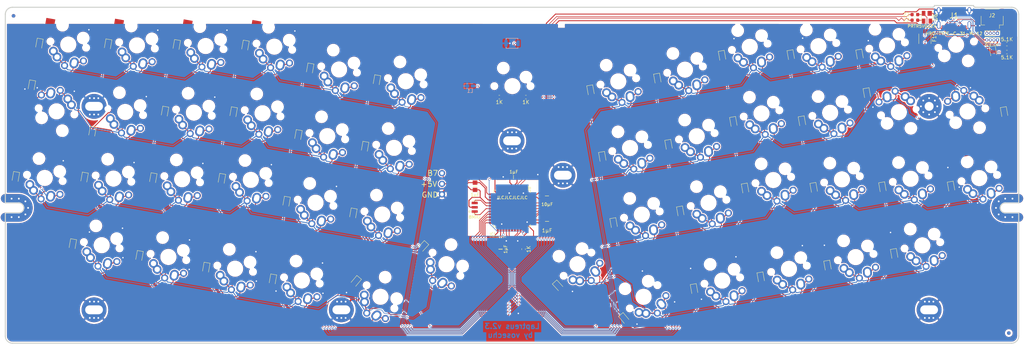
<source format=kicad_pcb>
(kicad_pcb (version 20171130) (host pcbnew "(5.1.5-0-10_14)")
  (layers (0 F.Cu signal) (31 B.Cu signal) (34 B.Paste user) (35 F.Paste user) (36 B.SilkS user) (37 F.SilkS user) (38 B.Mask user) (39 F.Mask user) (44 Edge.Cuts user))
  (net 0 "")
  (net 1 "Net-(D2-Pad1)")
  (net 2 "Net-(D3-Pad1)")
  (net 3 "Net-(D4-Pad1)")
  (net 4 "Net-(D5-Pad1)")
  (net 5 /COL1)
  (net 6 "Net-(D7-Pad1)")
  (net 7 "Net-(D8-Pad1)")
  (net 8 "Net-(D9-Pad1)")
  (net 9 "Net-(D10-Pad1)")
  (net 10 /COL2)
  (net 11 "Net-(D14-Pad1)")
  (net 12 "Net-(D15-Pad1)")
  (net 13 /COL3)
  (net 14 "Net-(D17-Pad1)")
  (net 15 "Net-(D18-Pad1)")
  (net 16 "Net-(D19-Pad1)")
  (net 17 "Net-(D20-Pad1)")
  (net 18 /COL4)
  (net 19 "Net-(D22-Pad1)")
  (net 20 "Net-(D23-Pad1)")
  (net 21 /COL5)
  (net 22 "Net-(D27-Pad1)")
  (net 23 "Net-(D28-Pad1)")
  (net 24 "Net-(D29-Pad1)")
  (net 25 "Net-(D30-Pad1)")
  (net 26 /COL7)
  (net 27 "Net-(D34-Pad1)")
  (net 28 "Net-(D35-Pad1)")
  (net 29 "Net-(D37-Pad1)")
  (net 30 /COL8)
  (net 31 "Net-(D39-Pad1)")
  (net 32 "Net-(D40-Pad1)")
  (net 33 "Net-(D41-Pad1)")
  (net 34 "Net-(D42-Pad1)")
  (net 35 /COL9)
  (net 36 "Net-(D44-Pad1)")
  (net 37 "Net-(D47-Pad1)")
  (net 38 /COL10)
  (net 39 /ROW3)
  (net 40 /ROW2)
  (net 41 /ROW1)
  (net 42 /ROW0)
  (net 43 GND)
  (net 44 "Net-(D6-Pad1)")
  (net 45 "Net-(D11-Pad1)")
  (net 46 "Net-(D16-Pad1)")
  (net 47 "Net-(D21-Pad1)")
  (net 48 "Net-(D26-Pad1)")
  (net 49 "Net-(D31-Pad1)")
  (net 50 "Net-(D32-Pad1)")
  (net 51 "Net-(D33-Pad1)")
  (net 52 "Net-(D38-Pad1)")
  (net 53 "Net-(D43-Pad1)")
  (net 54 "Net-(D48-Pad1)")
  (net 55 /COL6)
  (net 56 /RESET)
  (net 57 "Net-(D45-Pad1)")
  (net 58 "Net-(D46-Pad1)")
  (net 59 /COL11)
  (net 60 "Net-(D1-Pad1)")
  (net 61 /COL0)
  (net 62 "Net-(D12-Pad1)")
  (net 63 "Net-(D13-Pad1)")
  (net 64 "Net-(D24-Pad1)")
  (net 65 "Net-(D25-Pad1)")
  (net 66 "Net-(D36-Pad1)")
  (net 67 D+)
  (net 68 D-)
  (net 69 "Net-(J1-Pad10)")
  (net 70 "Net-(J1-Pad4)")
  (net 71 +5V)
  (net 72 +5VRAW)
  (net 73 /HWB)
  (net 74 /DR+)
  (net 75 /DR-)
  (net 76 /UCAP)
  (net 77 /C7-13)
  (net 78 /XTAL1)
  (net 79 /XTAL2)
  (net 80 /B7-LED-STRIP)
  (net 81 "Net-(L1-Pad2)")
  (net 82 "Net-(J2-Pad4)")
  (net 83 "Net-(J2-Pad3)")
  (net 84 "Net-(J2-Pad2)")
  (net 85 "Net-(J2-Pad1)")
  (module Connector_PinHeader_1.00mm:PinHeader_1x04_P1.00mm_Vertical (layer F.Cu) (at 369.52417 80.795103 270)
    (fp_text reference J3 hide)
    (fp_text value Conn_01x04_Female)
    (pad 4 thru_hole oval (at 0 3 270) (size 0.85 0.85) (drill 0.5) (layers *.Cu *.Mask) (net 43 GND))
    (pad 3 thru_hole oval (at 0 2 270) (size 0.85 0.85) (drill 0.5) (layers *.Cu *.Mask) (net 67 D+))
    (pad 2 thru_hole oval (at 0 1 270) (size 0.85 0.85) (drill 0.5) (layers *.Cu *.Mask) (net 68 D-))
    (pad 1 thru_hole rect (at 0 0 270) (size 0.85 0.85) (drill 0.5) (layers *.Cu *.Mask) (net 72 +5VRAW))
  )
  (module Connector_PinHeader_1.00mm:PinHeader_1x04_P1.00mm_Vertical (layer F.Cu) (at 369.52417 78.920103 270)
    (fp_text reference J4 hide)
    (fp_text value Conn_01x04_Female)
    (pad 4 thru_hole oval (at 0 3 270) (size 0.85 0.85) (drill 0.5) (layers *.Cu *.Mask) (net 82 "Net-(J2-Pad4)"))
    (pad 3 thru_hole oval (at 0 2 270) (size 0.85 0.85) (drill 0.5) (layers *.Cu *.Mask) (net 83 "Net-(J2-Pad3)"))
    (pad 2 thru_hole oval (at 0 1 270) (size 0.85 0.85) (drill 0.5) (layers *.Cu *.Mask) (net 84 "Net-(J2-Pad2)"))
    (pad 1 thru_hole rect (at 0 0 270) (size 0.85 0.85) (drill 0.5) (layers *.Cu *.Mask) (net 85 "Net-(J2-Pad1)"))
  )
  (module "Laptreus v2 Footprints:TQFP-44_10x10mm_P0.8mm" (layer F.Cu) (at 232.999646 128.298532 270)
    (fp_text reference IC1 (at 7.196521 5.4) (layer F.SilkS) (effects (font (size 0.75 0.75) (thickness 0.125))))
    (fp_text value ATMEGA32U4 (at 7.996521 4) (layer F.SilkS) (effects (font (size 0.5 0.5) (thickness 0.05))))
    (pad 1 smd rect (at -5.7 -4 270) (size 1.5 0.55) (layers F.Cu F.Paste F.Mask))
    (pad 2 smd rect (at -5.7 -3.2 270) (size 1.5 0.55) (layers F.Cu F.Paste F.Mask) (net 71 +5V))
    (pad 3 smd rect (at -5.7 -2.4 270) (size 1.5 0.55) (layers F.Cu F.Paste F.Mask) (net 75 /DR-))
    (pad 4 smd rect (at -5.7 -1.6 270) (size 1.5 0.55) (layers F.Cu F.Paste F.Mask) (net 74 /DR+))
    (pad 5 smd rect (at -5.7 -0.8 270) (size 1.5 0.55) (layers F.Cu F.Paste F.Mask) (net 43 GND))
    (pad 6 smd rect (at -5.7 0 270) (size 1.5 0.55) (layers F.Cu F.Paste F.Mask) (net 76 /UCAP))
    (pad 7 smd rect (at -5.7 0.8 270) (size 1.5 0.55) (layers F.Cu F.Paste F.Mask) (net 71 +5V))
    (pad 8 smd rect (at -5.7 1.6 270) (size 1.5 0.55) (layers F.Cu F.Paste F.Mask))
    (pad 9 smd rect (at -5.7 2.4 270) (size 1.5 0.55) (layers F.Cu F.Paste F.Mask))
    (pad 10 smd rect (at -5.7 3.2 270) (size 1.5 0.55) (layers F.Cu F.Paste F.Mask))
    (pad 11 smd rect (at -5.7 4 270) (size 1.5 0.55) (layers F.Cu F.Paste F.Mask))
    (pad 12 smd rect (at -4 5.7) (size 1.5 0.55) (layers F.Cu F.Paste F.Mask) (net 80 /B7-LED-STRIP))
    (pad 13 smd rect (at -3.2 5.7) (size 1.5 0.55) (layers F.Cu F.Paste F.Mask) (net 56 /RESET))
    (pad 14 smd rect (at -2.4 5.7) (size 1.5 0.55) (layers F.Cu F.Paste F.Mask) (net 71 +5V))
    (pad 15 smd rect (at -1.6 5.7) (size 1.5 0.55) (layers F.Cu F.Paste F.Mask) (net 43 GND))
    (pad 16 smd rect (at -0.8 5.7) (size 1.5 0.55) (layers F.Cu F.Paste F.Mask) (net 79 /XTAL2))
    (pad 17 smd rect (at 0 5.7) (size 1.5 0.55) (layers F.Cu F.Paste F.Mask) (net 78 /XTAL1))
    (pad 18 smd rect (at 0.8 5.7) (size 1.5 0.55) (layers F.Cu F.Paste F.Mask) (net 18 /COL4))
    (pad 19 smd rect (at 1.6 5.7) (size 1.5 0.55) (layers F.Cu F.Paste F.Mask) (net 13 /COL3))
    (pad 20 smd rect (at 2.4 5.7) (size 1.5 0.55) (layers F.Cu F.Paste F.Mask) (net 10 /COL2))
    (pad 21 smd rect (at 3.2 5.7) (size 1.5 0.55) (layers F.Cu F.Paste F.Mask) (net 5 /COL1))
    (pad 22 smd rect (at 4 5.7) (size 1.5 0.55) (layers F.Cu F.Paste F.Mask) (net 61 /COL0))
    (pad 23 smd rect (at 5.7 4 270) (size 1.5 0.55) (layers F.Cu F.Paste F.Mask) (net 43 GND))
    (pad 24 smd rect (at 5.7 3.2 270) (size 1.5 0.55) (layers F.Cu F.Paste F.Mask) (net 71 +5V))
    (pad 25 smd rect (at 5.7 2.4 270) (size 1.5 0.55) (layers F.Cu F.Paste F.Mask) (net 21 /COL5))
    (pad 26 smd rect (at 5.7 1.6 270) (size 1.5 0.55) (layers F.Cu F.Paste F.Mask) (net 42 /ROW0))
    (pad 27 smd rect (at 5.7 0.8 270) (size 1.5 0.55) (layers F.Cu F.Paste F.Mask) (net 41 /ROW1))
    (pad 28 smd rect (at 5.7 0 270) (size 1.5 0.55) (layers F.Cu F.Paste F.Mask))
    (pad 29 smd rect (at 5.7 -0.8 270) (size 1.5 0.55) (layers F.Cu F.Paste F.Mask))
    (pad 30 smd rect (at 5.7 -1.6 270) (size 1.5 0.55) (layers F.Cu F.Paste F.Mask) (net 40 /ROW2))
    (pad 31 smd rect (at 5.7 -2.4 270) (size 1.5 0.55) (layers F.Cu F.Paste F.Mask) (net 39 /ROW3))
    (pad 32 smd rect (at 5.7 -3.2 270) (size 1.5 0.55) (layers F.Cu F.Paste F.Mask) (net 77 /C7-13))
    (pad 33 smd rect (at 5.7 -4 270) (size 1.5 0.55) (layers F.Cu F.Paste F.Mask) (net 73 /HWB))
    (pad 34 smd rect (at 4 -5.7) (size 1.5 0.55) (layers F.Cu F.Paste F.Mask) (net 71 +5V))
    (pad 35 smd rect (at 3.2 -5.7) (size 1.5 0.55) (layers F.Cu F.Paste F.Mask) (net 43 GND))
    (pad 36 smd rect (at 2.4 -5.7) (size 1.5 0.55) (layers F.Cu F.Paste F.Mask) (net 59 /COL11))
    (pad 37 smd rect (at 1.6 -5.7) (size 1.5 0.55) (layers F.Cu F.Paste F.Mask) (net 38 /COL10))
    (pad 38 smd rect (at 0.8 -5.7) (size 1.5 0.55) (layers F.Cu F.Paste F.Mask) (net 35 /COL9))
    (pad 39 smd rect (at 0 -5.7) (size 1.5 0.55) (layers F.Cu F.Paste F.Mask) (net 30 /COL8))
    (pad 40 smd rect (at -0.8 -5.7) (size 1.5 0.55) (layers F.Cu F.Paste F.Mask) (net 26 /COL7))
    (pad 41 smd rect (at -1.6 -5.7) (size 1.5 0.55) (layers F.Cu F.Paste F.Mask) (net 55 /COL6))
    (pad 42 smd rect (at -2.4 -5.7) (size 1.5 0.55) (layers F.Cu F.Paste F.Mask))
    (pad 43 smd rect (at -3.2 -5.7) (size 1.5 0.55) (layers F.Cu F.Paste F.Mask) (net 43 GND))
    (pad 44 smd rect (at -4 -5.7) (size 1.5 0.55) (layers F.Cu F.Paste F.Mask) (net 71 +5V))
  )
  (module "Laptreus v2 Footprints:Fuse_1812_4532Metric_With_Adhesive" (layer F.Cu) (at 349.12417 80.470103 270)
    (fp_text reference F1 (at 0 -2.65 270) (layer F.SilkS))
    (fp_text value Polyfuse)
    (pad 1 smd roundrect (at -2.1375 0 270) (size 1.125 3.4) (layers F.Cu F.Paste F.Mask) (roundrect_rratio 0.222222) (net 71 +5V))
    (pad 2 smd roundrect (at 2.1375 0 270) (size 1.125 3.4) (layers F.Cu F.Paste F.Mask) (roundrect_rratio 0.222222) (net 72 +5VRAW))
  )
  (module "Laptreus v2 Footprints:60-percent-plus-tofu" (layer F.Cu) (at 232.999645 118.895053)
    (fp_text reference BOARD1 hide)
    (fp_text value BoardOutline hide)
    (fp_line (start 140.5 47.3) (end -140.5 47.3) (layer Edge.Cuts) (width 0.3))
    (fp_line (start -140.5 -47.3) (end 118.3 -47.3) (layer Edge.Cuts) (width 0.3))
    (fp_arc (start 140.5 -45.3) (end 142.5 -45.3) (angle -90) (layer Edge.Cuts) (width 0.3))
    (fp_arc (start 140.5 45.3) (end 140.5 47.3) (angle -90) (layer Edge.Cuts) (width 0.3))
    (fp_arc (start -140.5 45.3) (end -142.5 45.3) (angle -90) (layer Edge.Cuts) (width 0.3))
    (fp_arc (start -140.5 -45.3) (end -140.5 -47.3) (angle -90) (layer Edge.Cuts) (width 0.3))
    (fp_line (start 142.5 45.3) (end 142.5 10.6) (layer Edge.Cuts) (width 0.3))
    (fp_line (start 142.5 10.6) (end 138.7 10.6) (layer Edge.Cuts) (width 0.3))
    (fp_arc (start 138.7 9.2) (end 138.7 7.8) (angle -90) (layer Edge.Cuts) (width 0.3))
    (fp_line (start 138.7 7.8) (end 142.5 7.8) (layer Edge.Cuts) (width 0.3))
    (fp_line (start 142.5 7.8) (end 142.5 -45.3) (layer Edge.Cuts) (width 0.3))
    (fp_arc (start -138.7 9.2) (end -138.7 7.8) (angle 90) (layer Edge.Cuts) (width 0.3))
    (fp_arc (start -138.7 9.2) (end -137.3 9.2) (angle 90) (layer Edge.Cuts) (width 0.3))
    (fp_line (start -142.5 10.6) (end -142.5 45.3) (layer Edge.Cuts) (width 0.3))
    (fp_line (start -142.5 7.8) (end -142.5 -45.3) (layer Edge.Cuts) (width 0.3))
    (fp_line (start -138.7 10.6) (end -142.5 10.6) (layer Edge.Cuts) (width 0.3))
    (fp_line (start -138.7 7.8) (end -142.5 7.8) (layer Edge.Cuts) (width 0.3))
    (fp_arc (start 138.7 9.2) (end 137.3 9.2) (angle -90) (layer Edge.Cuts) (width 0.3))
    (fp_line (start 129.8 -47.8) (end 118.8 -47.8) (layer Edge.Cuts) (width 0.3))
    (fp_arc (start 130.3 -47.8) (end 129.8 -47.8) (angle -90) (layer Edge.Cuts) (width 0.3))
    (fp_arc (start 118.3 -47.8) (end 118.3 -47.3) (angle -90) (layer Edge.Cuts) (width 0.3))
    (fp_line (start 140.5 -47.3) (end 130.3 -47.3) (layer Edge.Cuts) (width 0.3))
    (pad 1 thru_hole custom (at 136.1 9.2) (size 1 1) (drill 0.5) (layers *.Cu *.Mask) (net 43 GND) (options (clearance outline) (anchor circle)) (primitives (gr_arc (start 2.6 0) (end 2.6 -2.65095) (angle -90) (width 2.5019)) (gr_arc (start 2.6 0) (end -0.05095 0) (angle -90) (width 2.5019)) (gr_line (start 6.4 2.65095) (end 2.6 2.65095) (width 2.5019)) (gr_line (start 6.4 2.65095) (end 2.6 2.65095) (width 2.5019)) (gr_arc (start 2.6 0) (end 2.6 -2.65095) (angle -90) (width 2.5019)) (gr_arc (start 2.6 0) (end -0.05095 0) (angle -90) (width 2.5019)) (gr_line (start 6.4 -2.65095) (end 2.6 -2.65095) (width 2.5019)) (gr_line (start 6.4 -2.65095) (end 2.6 -2.65095) (width 2.5019))))
    (pad 1 thru_hole custom (at -136.1 9.2) (size 1 1) (drill 0.5) (layers *.Cu *.Mask) (net 43 GND) (options (clearance outline) (anchor circle)) (primitives (gr_line (start -2.6 2.65095) (end -6.45 2.65095) (width 2.5019)) (gr_line (start -2.6 -2.65095) (end -6.4 -2.65095) (width 2.5019)) (gr_arc (start -2.6 0) (end 0.05095 0) (angle 90) (width 2.5019)) (gr_arc (start -2.6 0) (end -2.6 -2.65095) (angle 90) (width 2.5019)) (gr_line (start -2.6 -2.65095) (end -6.4 -2.65095) (width 2.5019)) (gr_line (start -2.6 2.65095) (end -6.45 2.65095) (width 2.5019)) (gr_arc (start -2.6 0) (end 0.05095 0) (angle 90) (width 2.5019)) (gr_arc (start -2.6 0) (end -2.6 -2.65095) (angle 90) (width 2.5019))))
    (pad 1 thru_hole circle (at -136.861522 11.038478 180) (size 1 1) (drill 0.5) (layers *.Cu *.Mask) (net 43 GND))
    (pad 1 thru_hole circle (at -138.7 11.8 180) (size 1 1) (drill 0.5) (layers *.Cu *.Mask) (net 43 GND))
    (pad 1 thru_hole circle (at -140.742035 11.8 180) (size 1 1) (drill 0.5) (layers *.Cu *.Mask) (net 43 GND))
    (pad 1 thru_hole circle (at -140.742035 6.6 180) (size 1 1) (drill 0.5) (layers *.Cu *.Mask) (net 43 GND))
    (pad 1 thru_hole circle (at -138.7 6.6 180) (size 1 1) (drill 0.5) (layers *.Cu *.Mask) (net 43 GND))
    (pad 1 thru_hole circle (at -136.861522 7.361522 180) (size 1 1) (drill 0.5) (layers *.Cu *.Mask) (net 43 GND))
    (pad 1 thru_hole circle (at 140.742035 11.8 180) (size 1 1) (drill 0.5) (layers *.Cu *.Mask) (net 43 GND))
    (pad 1 thru_hole circle (at 140.742035 6.6 180) (size 1 1) (drill 0.5) (layers *.Cu *.Mask) (net 43 GND))
    (pad 1 thru_hole circle (at 136.861522 11.038478 180) (size 1 1) (drill 0.5) (layers *.Cu *.Mask) (net 43 GND))
    (pad 1 thru_hole circle (at 136.861522 7.361522 180) (size 1 1) (drill 0.5) (layers *.Cu *.Mask) (net 43 GND))
    (pad 1 thru_hole circle (at 138.7 11.8 180) (size 1 1) (drill 0.5) (layers *.Cu *.Mask) (net 43 GND))
    (pad 1 thru_hole circle (at 138.7 6.6 180) (size 1 1) (drill 0.5) (layers *.Cu *.Mask) (net 43 GND))
    (pad 1 thru_hole circle (at 13.1 2.3 180) (size 1 1) (drill 0.5) (layers *.Cu *.Mask) (net 43 GND))
    (pad 1 thru_hole circle (at 15.5 2.3 180) (size 1 1) (drill 0.5) (layers *.Cu *.Mask) (net 43 GND))
    (pad 1 thru_hole circle (at 14.3 2.3 180) (size 1 1) (drill 0.5) (layers *.Cu *.Mask) (net 43 GND))
    (pad 1 thru_hole circle (at 15.5 -2.3 180) (size 1 1) (drill 0.5) (layers *.Cu *.Mask) (net 43 GND))
    (pad 1 thru_hole circle (at 13.1 -2.3 180) (size 1 1) (drill 0.5) (layers *.Cu *.Mask) (net 43 GND))
    (pad 1 thru_hole circle (at 14.3 -2.3 180) (size 1 1) (drill 0.5) (layers *.Cu *.Mask) (net 43 GND))
    (pad 1 thru_hole circle (at -49.2 40.2 180) (size 1 1) (drill 0.5) (layers *.Cu *.Mask) (net 43 GND))
    (pad 1 thru_hole circle (at -46.8 40.2 180) (size 1 1) (drill 0.5) (layers *.Cu *.Mask) (net 43 GND))
    (pad 1 thru_hole circle (at -46.8 35.6 180) (size 1 1) (drill 0.5) (layers *.Cu *.Mask) (net 43 GND))
    (pad 1 thru_hole circle (at -49.2 35.6 180) (size 1 1) (drill 0.5) (layers *.Cu *.Mask) (net 43 GND))
    (pad 1 thru_hole circle (at -48 40.2 180) (size 1 1) (drill 0.5) (layers *.Cu *.Mask) (net 43 GND))
    (pad 1 thru_hole circle (at -48 35.6 180) (size 1 1) (drill 0.5) (layers *.Cu *.Mask) (net 43 GND))
    (pad 1 thru_hole circle (at -118.75 -21.717 180) (size 1 1) (drill 0.5) (layers *.Cu *.Mask) (net 43 GND))
    (pad 1 thru_hole circle (at -116.35 -21.7 180) (size 1 1) (drill 0.5) (layers *.Cu *.Mask) (net 43 GND))
    (pad 1 thru_hole circle (at -116.35 -17.1 180) (size 1 1) (drill 0.5) (layers *.Cu *.Mask) (net 43 GND))
    (pad 1 thru_hole circle (at -118.750001 -17.1 180) (size 1 1) (drill 0.5) (layers *.Cu *.Mask) (net 43 GND))
    (pad 1 thru_hole circle (at -117.55 -17.1 180) (size 1 1) (drill 0.5) (layers *.Cu *.Mask) (net 43 GND))
    (pad 1 thru_hole circle (at -117.55 -21.7 180) (size 1 1) (drill 0.5) (layers *.Cu *.Mask) (net 43 GND))
    (pad 1 thru_hole circle (at 115.673654 -17.773653 180) (size 1 1) (drill 0.5) (layers *.Cu *.Mask) (net 43 GND))
    (pad 1 thru_hole circle (at 118.926346 -17.773654 180) (size 1 1) (drill 0.5) (layers *.Cu *.Mask) (net 43 GND))
    (pad 1 thru_hole circle (at 115.673654 -21.026346 180) (size 1 1) (drill 0.5) (layers *.Cu *.Mask) (net 43 GND))
    (pad 1 thru_hole circle (at 118.926346 -21.026346 180) (size 1 1) (drill 0.5) (layers *.Cu *.Mask) (net 43 GND))
    (pad 1 thru_hole circle (at 117.3 -17.1 180) (size 1 1) (drill 0.5) (layers *.Cu *.Mask) (net 43 GND))
    (pad 1 thru_hole circle (at 115 -19.4 180) (size 1 1) (drill 0.5) (layers *.Cu *.Mask) (net 43 GND))
    (pad 1 thru_hole circle (at 119.6 -19.399999 180) (size 1 1) (drill 0.5) (layers *.Cu *.Mask) (net 43 GND))
    (pad 1 thru_hole circle (at 117.3 -21.7 180) (size 1 1) (drill 0.5) (layers *.Cu *.Mask) (net 43 GND))
    (pad 1 thru_hole circle (at -117.55 -19.4 180) (size 7 7) (drill oval 5 2.5) (layers *.Cu *.Mask) (net 43 GND))
    (pad 1 thru_hole circle (at -48 37.9) (size 7 7) (drill oval 5 2.5) (layers *.Cu *.Mask) (net 43 GND))
    (pad 1 thru_hole circle (at 14.3 0) (size 7 7) (drill oval 5 2.5) (layers *.Cu *.Mask) (net 43 GND))
    (pad 1 thru_hole circle (at 117.3 -19.4) (size 7 7) (drill 2.5) (layers *.Cu *.Mask) (net 43 GND))
    (pad 1 thru_hole circle (at -117.55 35.6 180) (size 1 1) (drill 0.5) (layers *.Cu *.Mask) (net 43 GND))
    (pad 1 thru_hole circle (at -117.55 40.2 180) (size 1 1) (drill 0.5) (layers *.Cu *.Mask) (net 43 GND))
    (pad 1 thru_hole circle (at -116.35 40.2 180) (size 1 1) (drill 0.5) (layers *.Cu *.Mask) (net 43 GND))
    (pad 1 thru_hole circle (at -118.75 40.2 180) (size 1 1) (drill 0.5) (layers *.Cu *.Mask) (net 43 GND))
    (pad 1 thru_hole circle (at -118.75 35.6 180) (size 1 1) (drill 0.5) (layers *.Cu *.Mask) (net 43 GND))
    (pad 1 thru_hole circle (at -116.35 35.6 180) (size 1 1) (drill 0.5) (layers *.Cu *.Mask) (net 43 GND))
    (pad 1 thru_hole circle (at -117.55 37.9) (size 7 7) (drill oval 5 2.5) (layers *.Cu *.Mask) (net 43 GND))
    (pad 1 thru_hole circle (at 117.3 35.6 180) (size 1 1) (drill 0.5) (layers *.Cu *.Mask) (net 43 GND))
    (pad 1 thru_hole circle (at 117.3 40.2 180) (size 1 1) (drill 0.5) (layers *.Cu *.Mask) (net 43 GND))
    (pad 1 thru_hole circle (at 118.499999 40.2 180) (size 1 1) (drill 0.5) (layers *.Cu *.Mask) (net 43 GND))
    (pad 1 thru_hole circle (at 116.1 40.2 180) (size 1 1) (drill 0.5) (layers *.Cu *.Mask) (net 43 GND))
    (pad 1 thru_hole circle (at 116.1 35.6 180) (size 1 1) (drill 0.5) (layers *.Cu *.Mask) (net 43 GND))
    (pad 1 thru_hole circle (at 118.5 35.6 180) (size 1 1) (drill 0.5) (layers *.Cu *.Mask) (net 43 GND))
    (pad 1 thru_hole circle (at 117.3 37.9) (size 7 7) (drill oval 5 2.5) (layers *.Cu *.Mask) (net 43 GND))
    (pad 1 thru_hole circle (at 0 -9.7) (size 7 7) (drill oval 5 2.5) (layers *.Cu *.Mask) (net 43 GND))
    (pad 1 thru_hole circle (at 0 -12.1 180) (size 1 1) (drill 0.5) (layers *.Cu *.Mask) (net 43 GND))
    (pad 1 thru_hole circle (at -1.2 -12.1 180) (size 1 1) (drill 0.5) (layers *.Cu *.Mask) (net 43 GND))
    (pad 1 thru_hole circle (at 1.2 -12.1 180) (size 1 1) (drill 0.5) (layers *.Cu *.Mask) (net 43 GND))
    (pad 1 thru_hole circle (at 0 -7.5 180) (size 1 1) (drill 0.5) (layers *.Cu *.Mask) (net 43 GND))
    (pad 1 thru_hole circle (at 1.2 -7.5 180) (size 1 1) (drill 0.5) (layers *.Cu *.Mask) (net 43 GND))
    (pad 1 thru_hole circle (at -1.2 -7.5 180) (size 1 1) (drill 0.5) (layers *.Cu *.Mask) (net 43 GND))
  )
  (module "Laptreus v2 Footprints:R_0603_1608Metric_With_Adhesive" (layer F.Cu) (at 229.42417 96.895103)
    (fp_text reference R13)
    (fp_text value 1K (at 0 1.43) (layer F.SilkS))
    (pad 2 smd roundrect (at 0.7875 0) (size 0.875 0.95) (layers F.Cu F.Paste F.Mask) (net 77 /C7-13))
    (pad 1 smd roundrect (at -0.7875 0) (size 0.875 0.95) (layers F.Cu F.Paste F.Mask) (net 81 "Net-(L1-Pad2)"))
  )
  (module "Laptreus v2 Footprints:R_0603_1608Metric_With_Adhesive" (layer F.Cu) (at 372.17417 84.220103 180)
    (fp_text reference R12)
    (fp_text value 5.1K (at 0 -1.5 180) (layer F.SilkS))
    (pad 2 smd roundrect (at 0.7875 0 180) (size 0.875 0.95) (layers F.Cu F.Paste F.Mask) (net 70 "Net-(J1-Pad4)"))
    (pad 1 smd roundrect (at -0.7875 0 180) (size 0.875 0.95) (layers F.Cu F.Paste F.Mask) (net 43 GND))
  )
  (module "Laptreus v2 Footprints:R_0603_1608Metric_With_Adhesive" (layer F.Cu) (at 372.17417 81.970103)
    (fp_text reference R11)
    (fp_text value 5.1K (at 0 -1.35) (layer F.SilkS))
    (pad 2 smd roundrect (at 0.7875 0) (size 0.875 0.95) (layers F.Cu F.Paste F.Mask) (net 43 GND))
    (pad 1 smd roundrect (at -0.7875 0) (size 0.875 0.95) (layers F.Cu F.Paste F.Mask) (net 69 "Net-(J1-Pad10)"))
  )
  (module "Laptreus v2 Footprints:R_0603_1608Metric_With_Adhesive" (layer F.Cu) (at 236.24917 139.720103 90)
    (fp_text reference R10)
    (fp_text value 1K (at 0 1.43 90) (layer F.SilkS))
    (pad 2 smd roundrect (at 0.7875 0 90) (size 0.875 0.95) (layers F.Cu F.Paste F.Mask) (net 73 /HWB))
    (pad 1 smd roundrect (at -0.7875 0 90) (size 0.875 0.95) (layers F.Cu F.Paste F.Mask) (net 43 GND))
  )
  (module "Laptreus v2 Footprints:R_0603_1608Metric_With_Adhesive" (layer F.Cu) (at 346.29917 75.245103 180)
    (fp_text reference R9)
    (fp_text value 22 (at 2.425 0 180) (layer F.SilkS))
    (pad 2 smd roundrect (at 0.7875 0 180) (size 0.875 0.95) (layers F.Cu F.Paste F.Mask) (net 75 /DR-))
    (pad 1 smd roundrect (at -0.7875 0 180) (size 0.875 0.95) (layers F.Cu F.Paste F.Mask) (net 68 D-))
  )
  (module "Laptreus v2 Footprints:R_0603_1608Metric_With_Adhesive" (layer F.Cu) (at 346.29917 73.645103)
    (fp_text reference R8)
    (fp_text value 22 (at -2.425 0) (layer F.SilkS))
    (pad 2 smd roundrect (at 0.7875 0) (size 0.875 0.95) (layers F.Cu F.Paste F.Mask) (net 67 D+))
    (pad 1 smd roundrect (at -0.7875 0) (size 0.875 0.95) (layers F.Cu F.Paste F.Mask) (net 74 /DR+))
  )
  (module "Laptreus v2 Footprints:R_0603_1608Metric_With_Adhesive" (layer F.Cu) (at 236.89966 96.894781)
    (fp_text reference R1)
    (fp_text value 1K (at 0 1.43) (layer F.SilkS))
    (pad 2 smd roundrect (at 0.7875 0) (size 0.875 0.95) (layers F.Cu F.Paste F.Mask) (net 71 +5V))
    (pad 1 smd roundrect (at -0.7875 0) (size 0.875 0.95) (layers F.Cu F.Paste F.Mask) (net 56 /RESET))
  )
  (module "Laptreus v2 Footprints:D_SOD-323_With_Adhesive" (layer F.Cu) (at 368.307564 84.082147 280)
    (fp_text reference D1)
    (fp_text value DIODE)
    (pad 2 smd rect (at 1.05 0 280) (size 0.6 0.45) (layers F.Cu F.Paste F.Mask) (net 59 /COL11))
    (pad 1 smd rect (at -1.05 0 280) (size 0.6 0.45) (layers F.Cu F.Paste F.Mask) (net 60 "Net-(D1-Pad1)"))
  )
  (module "Laptreus v2 Footprints:D_SOD-323_With_Adhesive" (layer F.Cu) (at 109.449661 138.394781 260)
    (fp_text reference D48)
    (fp_text value DIODE)
    (pad 2 smd rect (at 1.05 0 260) (size 0.6 0.45) (layers F.Cu F.Paste F.Mask) (net 61 /COL0))
    (pad 1 smd rect (at -1.05 0 260) (size 0.6 0.45) (layers F.Cu F.Paste F.Mask) (net 54 "Net-(D48-Pad1)"))
  )
  (module "Laptreus v2 Footprints:D_SOD-323_With_Adhesive" (layer F.Cu) (at 128.19966 141.719781 260)
    (fp_text reference D47)
    (fp_text value DIODE)
    (pad 2 smd rect (at 1.05 0 260) (size 0.6 0.45) (layers F.Cu F.Paste F.Mask) (net 5 /COL1))
    (pad 1 smd rect (at -1.05 0 260) (size 0.6 0.45) (layers F.Cu F.Paste F.Mask) (net 37 "Net-(D47-Pad1)"))
  )
  (module "Laptreus v2 Footprints:D_SOD-323_With_Adhesive" (layer F.Cu) (at 146.974661 145.019781 260)
    (fp_text reference D46)
    (fp_text value DIODE)
    (pad 2 smd rect (at 1.05 0 260) (size 0.6 0.45) (layers F.Cu F.Paste F.Mask) (net 10 /COL2))
    (pad 1 smd rect (at -1.05 0 260) (size 0.6 0.45) (layers F.Cu F.Paste F.Mask) (net 58 "Net-(D46-Pad1)"))
  )
  (module "Laptreus v2 Footprints:D_SOD-323_With_Adhesive" (layer F.Cu) (at 165.72466 148.319781 260)
    (fp_text reference D45)
    (fp_text value DIODE)
    (pad 2 smd rect (at 1.05 0 260) (size 0.6 0.45) (layers F.Cu F.Paste F.Mask) (net 13 /COL3))
    (pad 1 smd rect (at -1.05 0 260) (size 0.6 0.45) (layers F.Cu F.Paste F.Mask) (net 57 "Net-(D45-Pad1)"))
  )
  (module "Laptreus v2 Footprints:D_SOD-323_With_Adhesive" (layer F.Cu) (at 189.04917 148.820103 230)
    (fp_text reference D44)
    (fp_text value DIODE)
    (pad 2 smd rect (at 1.05 0 230) (size 0.6 0.45) (layers F.Cu F.Paste F.Mask) (net 18 /COL4))
    (pad 1 smd rect (at -1.05 0 230) (size 0.6 0.45) (layers F.Cu F.Paste F.Mask) (net 36 "Net-(D44-Pad1)"))
  )
  (module "Laptreus v2 Footprints:D_SOD-323_With_Adhesive" (layer F.Cu) (at 207.949659 138.969781 227.5)
    (fp_text reference D43)
    (fp_text value DIODE)
    (pad 2 smd rect (at 1.05 0 227.5) (size 0.6 0.45) (layers F.Cu F.Paste F.Mask) (net 21 /COL5))
    (pad 1 smd rect (at -1.05 0 227.5) (size 0.6 0.45) (layers F.Cu F.Paste F.Mask) (net 53 "Net-(D43-Pad1)"))
  )
  (module "Laptreus v2 Footprints:D_SOD-323_With_Adhesive" (layer F.Cu) (at 245.97417 150.070103 312.5)
    (fp_text reference D42)
    (fp_text value DIODE)
    (pad 2 smd rect (at 1.05 0 312.5) (size 0.6 0.45) (layers F.Cu F.Paste F.Mask) (net 55 /COL6))
    (pad 1 smd rect (at -1.05 0 312.5) (size 0.6 0.45) (layers F.Cu F.Paste F.Mask) (net 34 "Net-(D42-Pad1)"))
  )
  (module "Laptreus v2 Footprints:D_SOD-323_With_Adhesive" (layer F.Cu) (at 264.54917 159.270103 310)
    (fp_text reference D41)
    (fp_text value DIODE)
    (pad 2 smd rect (at 1.05 0 310) (size 0.6 0.45) (layers F.Cu F.Paste F.Mask) (net 26 /COL7))
    (pad 1 smd rect (at -1.05 0 310) (size 0.6 0.45) (layers F.Cu F.Paste F.Mask) (net 33 "Net-(D41-Pad1)"))
  )
  (module "Laptreus v2 Footprints:D_SOD-323_With_Adhesive" (layer F.Cu) (at 284.224661 151.044781 280)
    (fp_text reference D40)
    (fp_text value DIODE)
    (pad 2 smd rect (at 1.05 0 280) (size 0.6 0.45) (layers F.Cu F.Paste F.Mask) (net 30 /COL8))
    (pad 1 smd rect (at -1.05 0 280) (size 0.6 0.45) (layers F.Cu F.Paste F.Mask) (net 32 "Net-(D40-Pad1)"))
  )
  (module "Laptreus v2 Footprints:D_SOD-323_With_Adhesive" (layer F.Cu) (at 302.97466 147.744781 280)
    (fp_text reference D39)
    (fp_text value DIODE)
    (pad 2 smd rect (at 1.05 0 280) (size 0.6 0.45) (layers F.Cu F.Paste F.Mask) (net 35 /COL9))
    (pad 1 smd rect (at -1.05 0 280) (size 0.6 0.45) (layers F.Cu F.Paste F.Mask) (net 31 "Net-(D39-Pad1)"))
  )
  (module "Laptreus v2 Footprints:D_SOD-323_With_Adhesive" (layer F.Cu) (at 321.756553 144.441051 280)
    (fp_text reference D38)
    (fp_text value DIODE)
    (pad 2 smd rect (at 1.05 0 280) (size 0.6 0.45) (layers F.Cu F.Paste F.Mask) (net 38 /COL10))
    (pad 1 smd rect (at -1.05 0 280) (size 0.6 0.45) (layers F.Cu F.Paste F.Mask) (net 52 "Net-(D38-Pad1)"))
  )
  (module "Laptreus v2 Footprints:D_SOD-323_With_Adhesive" (layer F.Cu) (at 340.49966 141.144781 280)
    (fp_text reference D37)
    (fp_text value DIODE)
    (pad 2 smd rect (at 1.05 0 280) (size 0.6 0.45) (layers F.Cu F.Paste F.Mask) (net 59 /COL11))
    (pad 1 smd rect (at -1.05 0 280) (size 0.6 0.45) (layers F.Cu F.Paste F.Mask) (net 29 "Net-(D37-Pad1)"))
  )
  (module "Laptreus v2 Footprints:D_SOD-323_With_Adhesive" (layer F.Cu) (at 93.418107 119.464219 260)
    (fp_text reference D36)
    (fp_text value DIODE)
    (pad 2 smd rect (at 1.05 0 260) (size 0.6 0.45) (layers F.Cu F.Paste F.Mask) (net 61 /COL0))
    (pad 1 smd rect (at -1.05 0 260) (size 0.6 0.45) (layers F.Cu F.Paste F.Mask) (net 66 "Net-(D36-Pad1)"))
  )
  (module "Laptreus v2 Footprints:D_SOD-323_With_Adhesive" (layer F.Cu) (at 112.749659 119.644781 260)
    (fp_text reference D35)
    (fp_text value DIODE)
    (pad 2 smd rect (at 1.05 0 260) (size 0.6 0.45) (layers F.Cu F.Paste F.Mask) (net 5 /COL1))
    (pad 1 smd rect (at -1.05 0 260) (size 0.6 0.45) (layers F.Cu F.Paste F.Mask) (net 28 "Net-(D35-Pad1)"))
  )
  (module "Laptreus v2 Footprints:D_SOD-323_With_Adhesive" (layer F.Cu) (at 132.07466 119.819781 260)
    (fp_text reference D34)
    (fp_text value DIODE)
    (pad 2 smd rect (at 1.05 0 260) (size 0.6 0.45) (layers F.Cu F.Paste F.Mask) (net 10 /COL2))
    (pad 1 smd rect (at -1.05 0 260) (size 0.6 0.45) (layers F.Cu F.Paste F.Mask) (net 27 "Net-(D34-Pad1)"))
  )
  (module "Laptreus v2 Footprints:D_SOD-323_With_Adhesive" (layer F.Cu) (at 151.37466 119.994781 260)
    (fp_text reference D33)
    (fp_text value DIODE)
    (pad 2 smd rect (at 1.05 0 260) (size 0.6 0.45) (layers F.Cu F.Paste F.Mask) (net 13 /COL3))
    (pad 1 smd rect (at -1.05 0 260) (size 0.6 0.45) (layers F.Cu F.Paste F.Mask) (net 51 "Net-(D33-Pad1)"))
  )
  (module "Laptreus v2 Footprints:D_SOD-323_With_Adhesive" (layer F.Cu) (at 169.574659 126.444782 260)
    (fp_text reference D32)
    (fp_text value DIODE)
    (pad 2 smd rect (at 1.05 0 260) (size 0.6 0.45) (layers F.Cu F.Paste F.Mask) (net 18 /COL4))
    (pad 1 smd rect (at -1.05 0 260) (size 0.6 0.45) (layers F.Cu F.Paste F.Mask) (net 50 "Net-(D32-Pad1)"))
  )
  (module "Laptreus v2 Footprints:D_SOD-323_With_Adhesive" (layer F.Cu) (at 188.349661 129.744781 260)
    (fp_text reference D31)
    (fp_text value DIODE)
    (pad 2 smd rect (at 1.05 0 260) (size 0.6 0.45) (layers F.Cu F.Paste F.Mask) (net 21 /COL5))
    (pad 1 smd rect (at -1.05 0 260) (size 0.6 0.45) (layers F.Cu F.Paste F.Mask) (net 49 "Net-(D31-Pad1)"))
  )
  (module "Laptreus v2 Footprints:D_SOD-323_With_Adhesive" (layer F.Cu) (at 261.59966 132.469782 280)
    (fp_text reference D30)
    (fp_text value DIODE)
    (pad 2 smd rect (at 1.05 0 280) (size 0.6 0.45) (layers F.Cu F.Paste F.Mask) (net 55 /COL6))
    (pad 1 smd rect (at -1.05 0 280) (size 0.6 0.45) (layers F.Cu F.Paste F.Mask) (net 25 "Net-(D30-Pad1)"))
  )
  (module "Laptreus v2 Footprints:D_SOD-323_With_Adhesive" (layer F.Cu) (at 280.34966 129.169782 280)
    (fp_text reference D29)
    (fp_text value DIODE)
    (pad 2 smd rect (at 1.05 0 280) (size 0.6 0.45) (layers F.Cu F.Paste F.Mask) (net 26 /COL7))
    (pad 1 smd rect (at -1.05 0 280) (size 0.6 0.45) (layers F.Cu F.Paste F.Mask) (net 24 "Net-(D29-Pad1)"))
  )
  (module "Laptreus v2 Footprints:D_SOD-323_With_Adhesive" (layer F.Cu) (at 298.57466 122.719781 280)
    (fp_text reference D28)
    (fp_text value DIODE)
    (pad 2 smd rect (at 1.05 0 280) (size 0.6 0.45) (layers F.Cu F.Paste F.Mask) (net 30 /COL8))
    (pad 1 smd rect (at -1.05 0 280) (size 0.6 0.45) (layers F.Cu F.Paste F.Mask) (net 23 "Net-(D28-Pad1)"))
  )
  (module "Laptreus v2 Footprints:D_SOD-323_With_Adhesive" (layer F.Cu) (at 317.87466 122.544781 280)
    (fp_text reference D27)
    (fp_text value DIODE)
    (pad 2 smd rect (at 1.05 0 280) (size 0.6 0.45) (layers F.Cu F.Paste F.Mask) (net 35 /COL9))
    (pad 1 smd rect (at -1.05 0 280) (size 0.6 0.45) (layers F.Cu F.Paste F.Mask) (net 22 "Net-(D27-Pad1)"))
  )
  (module "Laptreus v2 Footprints:D_SOD-323_With_Adhesive" (layer F.Cu) (at 337.19966 122.369782 280)
    (fp_text reference D26)
    (fp_text value DIODE)
    (pad 2 smd rect (at 1.05 0 280) (size 0.6 0.45) (layers F.Cu F.Paste F.Mask) (net 38 /COL10))
    (pad 1 smd rect (at -1.05 0 280) (size 0.6 0.45) (layers F.Cu F.Paste F.Mask) (net 48 "Net-(D26-Pad1)"))
  )
  (module "Laptreus v2 Footprints:D_SOD-323_With_Adhesive" (layer F.Cu) (at 356.49966 122.194781 280)
    (fp_text reference D25)
    (fp_text value DIODE)
    (pad 2 smd rect (at 1.05 0 280) (size 0.6 0.45) (layers F.Cu F.Paste F.Mask) (net 59 /COL11))
    (pad 1 smd rect (at -1.05 0 280) (size 0.6 0.45) (layers F.Cu F.Paste F.Mask) (net 65 "Net-(D25-Pad1)"))
  )
  (module "Laptreus v2 Footprints:D_SOD-323_With_Adhesive" (layer F.Cu) (at 97.929693 93.669179 260)
    (fp_text reference D24)
    (fp_text value DIODE)
    (pad 2 smd rect (at 1.05 0 260) (size 0.6 0.45) (layers F.Cu F.Paste F.Mask) (net 61 /COL0))
    (pad 1 smd rect (at -1.05 0 260) (size 0.6 0.45) (layers F.Cu F.Paste F.Mask) (net 64 "Net-(D24-Pad1)"))
  )
  (module "Laptreus v2 Footprints:D_SOD-323_With_Adhesive" (layer F.Cu) (at 114.975505 106.702152 260)
    (fp_text reference D23)
    (fp_text value DIODE)
    (pad 2 smd rect (at 1.05 0 260) (size 0.6 0.45) (layers F.Cu F.Paste F.Mask) (net 5 /COL1))
    (pad 1 smd rect (at -1.05 0 260) (size 0.6 0.45) (layers F.Cu F.Paste F.Mask) (net 20 "Net-(D23-Pad1)"))
  )
  (module "Laptreus v2 Footprints:D_SOD-323_With_Adhesive" (layer F.Cu) (at 135.37466 101.069781 260)
    (fp_text reference D22)
    (fp_text value DIODE)
    (pad 2 smd rect (at 1.05 0 260) (size 0.6 0.45) (layers F.Cu F.Paste F.Mask) (net 10 /COL2))
    (pad 1 smd rect (at -1.05 0 260) (size 0.6 0.45) (layers F.Cu F.Paste F.Mask) (net 19 "Net-(D22-Pad1)"))
  )
  (module "Laptreus v2 Footprints:D_SOD-323_With_Adhesive" (layer F.Cu) (at 154.67466 101.244782 260)
    (fp_text reference D21)
    (fp_text value DIODE)
    (pad 2 smd rect (at 1.05 0 260) (size 0.6 0.45) (layers F.Cu F.Paste F.Mask) (net 13 /COL3))
    (pad 1 smd rect (at -1.05 0 260) (size 0.6 0.45) (layers F.Cu F.Paste F.Mask) (net 47 "Net-(D21-Pad1)"))
  )
  (module "Laptreus v2 Footprints:D_SOD-323_With_Adhesive" (layer F.Cu) (at 172.89966 107.669781 260)
    (fp_text reference D20)
    (fp_text value DIODE)
    (pad 2 smd rect (at 1.05 0 260) (size 0.6 0.45) (layers F.Cu F.Paste F.Mask) (net 18 /COL4))
    (pad 1 smd rect (at -1.05 0 260) (size 0.6 0.45) (layers F.Cu F.Paste F.Mask) (net 17 "Net-(D20-Pad1)"))
  )
  (module "Laptreus v2 Footprints:D_SOD-323_With_Adhesive" (layer F.Cu) (at 191.649661 110.969781 260)
    (fp_text reference D19)
    (fp_text value DIODE)
    (pad 2 smd rect (at 1.05 0 260) (size 0.6 0.45) (layers F.Cu F.Paste F.Mask) (net 21 /COL5))
    (pad 1 smd rect (at -1.05 0 260) (size 0.6 0.45) (layers F.Cu F.Paste F.Mask) (net 16 "Net-(D19-Pad1)"))
  )
  (module "Laptreus v2 Footprints:D_SOD-323_With_Adhesive" (layer F.Cu) (at 258.42417 113.820103 280)
    (fp_text reference D18)
    (fp_text value DIODE)
    (pad 2 smd rect (at 1.05 0 280) (size 0.6 0.45) (layers F.Cu F.Paste F.Mask) (net 55 /COL6))
    (pad 1 smd rect (at -1.05 0 280) (size 0.6 0.45) (layers F.Cu F.Paste F.Mask) (net 15 "Net-(D18-Pad1)"))
  )
  (module "Laptreus v2 Footprints:D_SOD-323_With_Adhesive" (layer F.Cu) (at 277.04966 110.419782 280)
    (fp_text reference D17)
    (fp_text value DIODE)
    (pad 2 smd rect (at 1.05 0 280) (size 0.6 0.45) (layers F.Cu F.Paste F.Mask) (net 26 /COL7))
    (pad 1 smd rect (at -1.05 0 280) (size 0.6 0.45) (layers F.Cu F.Paste F.Mask) (net 14 "Net-(D17-Pad1)"))
  )
  (module "Laptreus v2 Footprints:D_SOD-323_With_Adhesive" (layer F.Cu) (at 295.27466 103.969782 280)
    (fp_text reference D16)
    (fp_text value DIODE)
    (pad 2 smd rect (at 1.05 0 280) (size 0.6 0.45) (layers F.Cu F.Paste F.Mask) (net 30 /COL8))
    (pad 1 smd rect (at -1.05 0 280) (size 0.6 0.45) (layers F.Cu F.Paste F.Mask) (net 46 "Net-(D16-Pad1)"))
  )
  (module "Laptreus v2 Footprints:D_SOD-323_With_Adhesive" (layer F.Cu) (at 314.574661 103.79105 280)
    (fp_text reference D15)
    (fp_text value DIODE)
    (pad 2 smd rect (at 1.05 0 280) (size 0.6 0.45) (layers F.Cu F.Paste F.Mask) (net 35 /COL9))
    (pad 1 smd rect (at -1.05 0 280) (size 0.6 0.45) (layers F.Cu F.Paste F.Mask) (net 12 "Net-(D15-Pad1)"))
  )
  (module "Laptreus v2 Footprints:D_SOD-323_With_Adhesive" (layer F.Cu) (at 332.816059 95.874332 280)
    (fp_text reference D14)
    (fp_text value DIODE)
    (pad 2 smd rect (at 1.05 0 280) (size 0.6 0.45) (layers F.Cu F.Paste F.Mask) (net 38 /COL10))
    (pad 1 smd rect (at -1.05 0 280) (size 0.6 0.45) (layers F.Cu F.Paste F.Mask) (net 11 "Net-(D14-Pad1)"))
  )
  (module "Laptreus v2 Footprints:D_SOD-323_With_Adhesive" (layer F.Cu) (at 371.417767 101.198512 280)
    (fp_text reference D13)
    (fp_text value DIODE)
    (pad 2 smd rect (at 1.05 0 280) (size 0.6 0.45) (layers F.Cu F.Paste F.Mask) (net 59 /COL11))
    (pad 1 smd rect (at -1.05 0 280) (size 0.6 0.45) (layers F.Cu F.Paste F.Mask) (net 63 "Net-(D13-Pad1)"))
  )
  (module "Laptreus v2 Footprints:D_SOD-323_With_Adhesive" (layer F.Cu) (at 100.04917 81.920103 260)
    (fp_text reference D12)
    (fp_text value DIODE)
    (pad 2 smd rect (at 1.05 0 260) (size 0.6 0.45) (layers F.Cu F.Paste F.Mask) (net 61 /COL0))
    (pad 1 smd rect (at -1.05 0 260) (size 0.6 0.45) (layers F.Cu F.Paste F.Mask) (net 62 "Net-(D12-Pad1)"))
  )
  (module "Laptreus v2 Footprints:D_SOD-323_With_Adhesive" (layer F.Cu) (at 119.37466 82.119782 260)
    (fp_text reference D11)
    (fp_text value DIODE)
    (pad 2 smd rect (at 1.05 0 260) (size 0.6 0.45) (layers F.Cu F.Paste F.Mask) (net 5 /COL1))
    (pad 1 smd rect (at -1.05 0 260) (size 0.6 0.45) (layers F.Cu F.Paste F.Mask) (net 45 "Net-(D11-Pad1)"))
  )
  (module "Laptreus v2 Footprints:D_SOD-323_With_Adhesive" (layer F.Cu) (at 138.67466 82.294781 260)
    (fp_text reference D10)
    (fp_text value DIODE)
    (pad 2 smd rect (at 1.05 0 260) (size 0.6 0.45) (layers F.Cu F.Paste F.Mask) (net 10 /COL2))
    (pad 1 smd rect (at -1.05 0 260) (size 0.6 0.45) (layers F.Cu F.Paste F.Mask) (net 9 "Net-(D10-Pad1)"))
  )
  (module "Laptreus v2 Footprints:D_SOD-323_With_Adhesive" (layer F.Cu) (at 157.999661 82.469781 260)
    (fp_text reference D9)
    (fp_text value DIODE)
    (pad 2 smd rect (at 1.05 0 260) (size 0.6 0.45) (layers F.Cu F.Paste F.Mask) (net 13 /COL3))
    (pad 1 smd rect (at -1.05 0 260) (size 0.6 0.45) (layers F.Cu F.Paste F.Mask) (net 8 "Net-(D9-Pad1)"))
  )
  (module "Laptreus v2 Footprints:D_SOD-323_With_Adhesive" (layer F.Cu) (at 176.199661 88.919781 260)
    (fp_text reference D8)
    (fp_text value DIODE)
    (pad 2 smd rect (at 1.05 0 260) (size 0.6 0.45) (layers F.Cu F.Paste F.Mask) (net 18 /COL4))
    (pad 1 smd rect (at -1.05 0 260) (size 0.6 0.45) (layers F.Cu F.Paste F.Mask) (net 7 "Net-(D8-Pad1)"))
  )
  (module "Laptreus v2 Footprints:D_SOD-323_With_Adhesive" (layer F.Cu) (at 194.97466 92.219781 260)
    (fp_text reference D7)
    (fp_text value DIODE)
    (pad 2 smd rect (at 1.05 0 260) (size 0.6 0.45) (layers F.Cu F.Paste F.Mask) (net 21 /COL5))
    (pad 1 smd rect (at -1.05 0 260) (size 0.6 0.45) (layers F.Cu F.Paste F.Mask) (net 6 "Net-(D7-Pad1)"))
  )
  (module "Laptreus v2 Footprints:D_SOD-323_With_Adhesive" (layer F.Cu) (at 255.09917 95.070103 280)
    (fp_text reference D6)
    (fp_text value DIODE)
    (pad 2 smd rect (at 1.05 0 280) (size 0.6 0.45) (layers F.Cu F.Paste F.Mask) (net 55 /COL6))
    (pad 1 smd rect (at -1.05 0 280) (size 0.6 0.45) (layers F.Cu F.Paste F.Mask) (net 44 "Net-(D6-Pad1)"))
  )
  (module "Laptreus v2 Footprints:D_SOD-323_With_Adhesive" (layer F.Cu) (at 273.89917 91.770103 280)
    (fp_text reference D5)
    (fp_text value DIODE)
    (pad 2 smd rect (at 1.05 0 280) (size 0.6 0.45) (layers F.Cu F.Paste F.Mask) (net 26 /COL7))
    (pad 1 smd rect (at -1.05 0 280) (size 0.6 0.45) (layers F.Cu F.Paste F.Mask) (net 4 "Net-(D5-Pad1)"))
  )
  (module "Laptreus v2 Footprints:D_SOD-323_With_Adhesive" (layer F.Cu) (at 292.09917 85.345103 280)
    (fp_text reference D4)
    (fp_text value DIODE)
    (pad 2 smd rect (at 1.05 0 280) (size 0.6 0.45) (layers F.Cu F.Paste F.Mask) (net 30 /COL8))
    (pad 1 smd rect (at -1.05 0 280) (size 0.6 0.45) (layers F.Cu F.Paste F.Mask) (net 3 "Net-(D4-Pad1)"))
  )
  (module "Laptreus v2 Footprints:D_SOD-323_With_Adhesive" (layer F.Cu) (at 311.42417 85.170103 280)
    (fp_text reference D3)
    (fp_text value DIODE)
    (pad 2 smd rect (at 1.05 0 280) (size 0.6 0.45) (layers F.Cu F.Paste F.Mask) (net 35 /COL9))
    (pad 1 smd rect (at -1.05 0 280) (size 0.6 0.45) (layers F.Cu F.Paste F.Mask) (net 2 "Net-(D3-Pad1)"))
  )
  (module "Laptreus v2 Footprints:D_SOD-323_With_Adhesive" (layer F.Cu) (at 330.77417 84.995103 280)
    (fp_text reference D2)
    (fp_text value DIODE)
    (pad 2 smd rect (at 1.05 0 280) (size 0.6 0.45) (layers F.Cu F.Paste F.Mask) (net 38 /COL10))
    (pad 1 smd rect (at -1.05 0 280) (size 0.6 0.45) (layers F.Cu F.Paste F.Mask) (net 1 "Net-(D2-Pad1)"))
  )
  (module "Laptreus v2 Footprints:SOT-143_With_Adhesive" (layer F.Cu) (at 349.69917 74.395103 270)
    (fp_text reference U6 (at 0.02 -2.38 270) (layer F.SilkS))
    (fp_text value PRTR5V0U2X (at 2.525 1.425) (layer F.SilkS) (effects (font (size 0.85 0.85))))
    (pad 1 smd rect (at -1.1 -0.77 180) (size 1.2 1.4) (layers F.Cu F.Paste F.Mask) (net 43 GND))
    (pad 2 smd rect (at -1.1 0.95 180) (size 1 1.4) (layers F.Cu F.Paste F.Mask) (net 67 D+))
    (pad 3 smd rect (at 1.1 0.95 180) (size 1 1.4) (layers F.Cu F.Paste F.Mask) (net 68 D-))
    (pad 4 smd rect (at 1.1 -0.95 180) (size 1 1.4) (layers F.Cu F.Paste F.Mask) (net 71 +5V))
  )
  (module "Laptreus v2 Footprints:Hybrid_Kailh_MX_Choc_Socket_Through_Hole_With_Diode" (layer F.Cu) (at 338.477359 82.364959 10)
    (fp_text reference SW2)
    (fp_text value Q hide)
    (pad 1 thru_hole circle (at -2.5 3.999999 10) (size 2.5 2.5) (drill 1.5) (layers *.Cu *.Mask) (net 42 /ROW0))
    (pad 1 thru_hole circle (at -3.81 2.54 10) (size 2.5 2.5) (drill 1.5) (layers *.Cu *.Mask) (net 42 /ROW0))
    (pad "" np_thru_hole circle (at 0 0 10) (size 3.98018 3.98018) (drill 3.98018) (layers *.Cu *.Mask))
    (pad "" np_thru_hole circle (at -2.54 -5.08 10) (size 3 3) (drill 3) (layers *.Cu *.Mask))
    (pad "" np_thru_hole circle (at 3.81 -2.54 10) (size 3 3) (drill 3) (layers *.Cu *.Mask))
    (pad "" np_thru_hole circle (at -5.08 0 10) (size 1.67 1.67) (drill 1.67) (layers *.Cu *.Mask))
    (pad "" np_thru_hole circle (at 5.08 0 10) (size 1.67 1.67) (drill 1.67) (layers *.Cu *.Mask))
    (pad 2 thru_hole oval (at 2.52 4.79 6.1) (size 2.5 3.08) (drill oval 1.5 2.08) (layers *.Cu *.Mask) (net 1 "Net-(D2-Pad1)"))
    (pad 1 thru_hole circle (at 0 6 10) (size 2 2) (drill 1.2) (layers *.Cu *.Mask) (net 42 /ROW0))
    (pad 1 smd rect (at 7.35 -2.54 10) (size 2.55 2.5) (layers F.Cu F.Paste F.Mask) (net 42 /ROW0))
    (pad 2 thru_hole circle (at 5 3.800001 10) (size 2 2) (drill 1.2) (layers *.Cu *.Mask) (net 1 "Net-(D2-Pad1)"))
    (pad 2 smd rect (at -6.09 -5.08 10) (size 2.55 2.5) (layers F.Cu F.Paste F.Mask) (net 1 "Net-(D2-Pad1)"))
    (pad 1 smd custom (at 7.35 -2.54 10) (size 2 2) (layers F.Cu) (net 42 /ROW0) (options (clearance outline) (anchor rect)) (primitives (gr_line (start -7.35 6.84) (end -7.35 8.64) (width 0.25)) (gr_line (start -0.05 2.74) (end -1.85 4.54) (width 0.25)) (gr_line (start -0.05 0.04) (end -0.05 2.74) (width 0.25)) (gr_line (start -11.16 5.08) (end -9.85 6.54) (width 0.25)) (gr_line (start -1.85 4.54) (end -5.025 4.54) (width 0.25)) (gr_circle (center -11.16 5.08) (end -10.85 5.08) (width 1.25)) (gr_poly (pts (xy -0.95 -0.96) (xy 0.95 -0.96) (xy 0.95 0.94) (xy -0.95 0.94)) (width 0.1)) (gr_circle (center -9.85 6.54) (end -9.6 6.54) (width 1.25)) (gr_circle (center -7.35 8.54) (end -7.1 8.54) (width 1)) (gr_line (start -9.85 6.54) (end -7.35 8.54) (width 0.3)) (gr_line (start -5.05 4.54) (end -7.35 6.84) (width 0.25))))
    (pad 2 smd custom (at 5 3.800001 10) (size 2 2) (layers F.Cu) (net 1 "Net-(D2-Pad1)") (options (clearance outline) (anchor circle)) (primitives (gr_line (start -3.4 3.999999) (end -6.8 3.999999) (width 0.25)) (gr_line (start -11.2 -0.400001) (end -11.2 -1.900001) (width 0.25)) (gr_line (start -6.8 3.999999) (end -11.2 -0.400001) (width 0.25)) (gr_line (start -2.5 3.099999) (end -2.500001 1.099999) (width 0.25)) (gr_line (start -2.000001 1.199999) (end -0.000001 -0.050001) (width 0.25)) (gr_circle (center -0.000001 -0.000001) (end 0.499999 -0.000001) (width 1)) (gr_line (start -13.1 -3.800001) (end -11.2 -1.900001) (width 0.25)) (gr_line (start -13.1 -6.800001) (end -13.1 -3.800001) (width 0.25)) (gr_circle (center -2.480001 0.989999) (end -1.855001 0.989999) (width 1.25)) (gr_line (start -2.5 3.099999) (end -3.4 3.999999) (width 0.25)) (gr_line (start -11.1 -8.800001) (end -13.1 -6.800001) (width 0.25))))
  )
  (module "Laptreus v2 Footprints:Hybrid_Kailh_MX_Choc_Socket_Through_Hole_With_Diode" (layer F.Cu) (at 184.355386 89.119613 350)
    (fp_text reference SW8)
    (fp_text value U hide)
    (pad 1 thru_hole circle (at -2.5 3.999999 350) (size 2.5 2.5) (drill 1.5) (layers *.Cu *.Mask) (net 42 /ROW0))
    (pad 1 thru_hole circle (at -3.81 2.54 350) (size 2.5 2.5) (drill 1.5) (layers *.Cu *.Mask) (net 42 /ROW0))
    (pad "" np_thru_hole circle (at 0 0 350) (size 3.98018 3.98018) (drill 3.98018) (layers *.Cu *.Mask))
    (pad "" np_thru_hole circle (at -2.54 -5.08 350) (size 3 3) (drill 3) (layers *.Cu *.Mask))
    (pad "" np_thru_hole circle (at 3.81 -2.54 350) (size 3 3) (drill 3) (layers *.Cu *.Mask))
    (pad "" np_thru_hole circle (at -5.08 0 350) (size 1.67 1.67) (drill 1.67) (layers *.Cu *.Mask))
    (pad "" np_thru_hole circle (at 5.08 0 350) (size 1.67 1.67) (drill 1.67) (layers *.Cu *.Mask))
    (pad 2 thru_hole oval (at 2.52 4.79 346.1) (size 2.5 3.08) (drill oval 1.5 2.08) (layers *.Cu *.Mask) (net 7 "Net-(D8-Pad1)"))
    (pad 1 thru_hole circle (at 0 6 350) (size 2 2) (drill 1.2) (layers *.Cu *.Mask) (net 42 /ROW0))
    (pad 1 smd rect (at 7.35 -2.54 350) (size 2.55 2.5) (layers F.Cu F.Paste F.Mask) (net 42 /ROW0))
    (pad 2 thru_hole circle (at 5 3.800001 350) (size 2 2) (drill 1.2) (layers *.Cu *.Mask) (net 7 "Net-(D8-Pad1)"))
    (pad 2 smd rect (at -6.09 -5.08 350) (size 2.55 2.5) (layers F.Cu F.Paste F.Mask) (net 7 "Net-(D8-Pad1)"))
    (pad 1 smd custom (at 7.35 -2.54 350) (size 2 2) (layers F.Cu) (net 42 /ROW0) (options (clearance outline) (anchor rect)) (primitives (gr_line (start -7.35 6.84) (end -7.35 8.64) (width 0.25)) (gr_line (start -0.05 2.74) (end -1.85 4.54) (width 0.25)) (gr_line (start -0.05 0.04) (end -0.05 2.74) (width 0.25)) (gr_line (start -11.16 5.08) (end -9.85 6.54) (width 0.25)) (gr_line (start -1.85 4.54) (end -5.025 4.54) (width 0.25)) (gr_circle (center -11.16 5.08) (end -10.85 5.08) (width 1.25)) (gr_poly (pts (xy -0.95 -0.96) (xy 0.95 -0.96) (xy 0.95 0.94) (xy -0.95 0.94)) (width 0.1)) (gr_circle (center -9.85 6.54) (end -9.6 6.54) (width 1.25)) (gr_circle (center -7.35 8.54) (end -7.1 8.54) (width 1)) (gr_line (start -9.85 6.54) (end -7.35 8.54) (width 0.3)) (gr_line (start -5.05 4.54) (end -7.35 6.84) (width 0.25))))
    (pad 2 smd custom (at 5 3.800001 350) (size 2 2) (layers F.Cu) (net 7 "Net-(D8-Pad1)") (options (clearance outline) (anchor circle)) (primitives (gr_line (start -3.4 3.999999) (end -6.8 3.999999) (width 0.25)) (gr_line (start -11.2 -0.400001) (end -11.2 -1.900001) (width 0.25)) (gr_line (start -6.8 3.999999) (end -11.2 -0.400001) (width 0.25)) (gr_line (start -2.5 3.099999) (end -2.500001 1.099999) (width 0.25)) (gr_line (start -2.000001 1.199999) (end -0.000001 -0.050001) (width 0.25)) (gr_circle (center -0.000001 -0.000001) (end 0.499999 -0.000001) (width 1)) (gr_line (start -13.1 -3.800001) (end -11.2 -1.900001) (width 0.25)) (gr_line (start -13.1 -6.800001) (end -13.1 -3.800001) (width 0.25)) (gr_circle (center -2.480001 0.989999) (end -1.855001 0.989999) (width 1.25)) (gr_line (start -2.5 3.099999) (end -3.4 3.999999) (width 0.25)) (gr_line (start -11.1 -8.800001) (end -13.1 -6.800001) (width 0.25))))
  )
  (module "Laptreus v2 Footprints:Hybrid_Kailh_MX_Choc_Socket_Through_Hole_With_Diode" (layer F.Cu) (at 319.165438 82.546194 10)
    (fp_text reference SW3)
    (fp_text value W hide)
    (pad 1 thru_hole circle (at -2.5 3.999999 10) (size 2.5 2.5) (drill 1.5) (layers *.Cu *.Mask) (net 42 /ROW0))
    (pad 1 thru_hole circle (at -3.81 2.54 10) (size 2.5 2.5) (drill 1.5) (layers *.Cu *.Mask) (net 42 /ROW0))
    (pad "" np_thru_hole circle (at 0 0 10) (size 3.98018 3.98018) (drill 3.98018) (layers *.Cu *.Mask))
    (pad "" np_thru_hole circle (at -2.54 -5.08 10) (size 3 3) (drill 3) (layers *.Cu *.Mask))
    (pad "" np_thru_hole circle (at 3.81 -2.54 10) (size 3 3) (drill 3) (layers *.Cu *.Mask))
    (pad "" np_thru_hole circle (at -5.08 0 10) (size 1.67 1.67) (drill 1.67) (layers *.Cu *.Mask))
    (pad "" np_thru_hole circle (at 5.08 0 10) (size 1.67 1.67) (drill 1.67) (layers *.Cu *.Mask))
    (pad 2 thru_hole oval (at 2.52 4.79 6.1) (size 2.5 3.08) (drill oval 1.5 2.08) (layers *.Cu *.Mask) (net 2 "Net-(D3-Pad1)"))
    (pad 1 thru_hole circle (at 0 6 10) (size 2 2) (drill 1.2) (layers *.Cu *.Mask) (net 42 /ROW0))
    (pad 1 smd rect (at 7.35 -2.54 10) (size 2.55 2.5) (layers F.Cu F.Paste F.Mask) (net 42 /ROW0))
    (pad 2 thru_hole circle (at 5 3.800001 10) (size 2 2) (drill 1.2) (layers *.Cu *.Mask) (net 2 "Net-(D3-Pad1)"))
    (pad 2 smd rect (at -6.09 -5.08 10) (size 2.55 2.5) (layers F.Cu F.Paste F.Mask) (net 2 "Net-(D3-Pad1)"))
    (pad 1 smd custom (at 7.35 -2.54 10) (size 2 2) (layers F.Cu) (net 42 /ROW0) (options (clearance outline) (anchor rect)) (primitives (gr_line (start -7.35 6.84) (end -7.35 8.64) (width 0.25)) (gr_line (start -0.05 2.74) (end -1.85 4.54) (width 0.25)) (gr_line (start -0.05 0.04) (end -0.05 2.74) (width 0.25)) (gr_line (start -11.16 5.08) (end -9.85 6.54) (width 0.25)) (gr_line (start -1.85 4.54) (end -5.025 4.54) (width 0.25)) (gr_circle (center -11.16 5.08) (end -10.85 5.08) (width 1.25)) (gr_poly (pts (xy -0.95 -0.96) (xy 0.95 -0.96) (xy 0.95 0.94) (xy -0.95 0.94)) (width 0.1)) (gr_circle (center -9.85 6.54) (end -9.6 6.54) (width 1.25)) (gr_circle (center -7.35 8.54) (end -7.1 8.54) (width 1)) (gr_line (start -9.85 6.54) (end -7.35 8.54) (width 0.3)) (gr_line (start -5.05 4.54) (end -7.35 6.84) (width 0.25))))
    (pad 2 smd custom (at 5 3.800001 10) (size 2 2) (layers F.Cu) (net 2 "Net-(D3-Pad1)") (options (clearance outline) (anchor circle)) (primitives (gr_line (start -3.4 3.999999) (end -6.8 3.999999) (width 0.25)) (gr_line (start -11.2 -0.400001) (end -11.2 -1.900001) (width 0.25)) (gr_line (start -6.8 3.999999) (end -11.2 -0.400001) (width 0.25)) (gr_line (start -2.5 3.099999) (end -2.500001 1.099999) (width 0.25)) (gr_line (start -2.000001 1.199999) (end -0.000001 -0.050001) (width 0.25)) (gr_circle (center -0.000001 -0.000001) (end 0.499999 -0.000001) (width 1)) (gr_line (start -13.1 -3.800001) (end -11.2 -1.900001) (width 0.25)) (gr_line (start -13.1 -6.800001) (end -13.1 -3.800001) (width 0.25)) (gr_circle (center -2.480001 0.989999) (end -1.855001 0.989999) (width 1.25)) (gr_line (start -2.5 3.099999) (end -3.4 3.999999) (width 0.25)) (gr_line (start -11.1 -8.800001) (end -13.1 -6.800001) (width 0.25))))
  )
  (module "Laptreus v2 Footprints:Hybrid_Kailh_MX_Choc_Socket_Through_Hole_With_Diode" (layer F.Cu) (at 181.04739 107.880199 350)
    (fp_text reference SW20)
    (fp_text value J/RAISE hide)
    (pad 1 thru_hole circle (at -2.5 3.999999 350) (size 2.5 2.5) (drill 1.5) (layers *.Cu *.Mask) (net 41 /ROW1))
    (pad 1 thru_hole circle (at -3.81 2.54 350) (size 2.5 2.5) (drill 1.5) (layers *.Cu *.Mask) (net 41 /ROW1))
    (pad "" np_thru_hole circle (at 0 0 350) (size 3.98018 3.98018) (drill 3.98018) (layers *.Cu *.Mask))
    (pad "" np_thru_hole circle (at -2.54 -5.08 350) (size 3 3) (drill 3) (layers *.Cu *.Mask))
    (pad "" np_thru_hole circle (at 3.81 -2.54 350) (size 3 3) (drill 3) (layers *.Cu *.Mask))
    (pad "" np_thru_hole circle (at -5.08 0 350) (size 1.67 1.67) (drill 1.67) (layers *.Cu *.Mask))
    (pad "" np_thru_hole circle (at 5.08 0 350) (size 1.67 1.67) (drill 1.67) (layers *.Cu *.Mask))
    (pad 2 thru_hole oval (at 2.52 4.79 346.1) (size 2.5 3.08) (drill oval 1.5 2.08) (layers *.Cu *.Mask) (net 17 "Net-(D20-Pad1)"))
    (pad 1 thru_hole circle (at 0 6 350) (size 2 2) (drill 1.2) (layers *.Cu *.Mask) (net 41 /ROW1))
    (pad 1 smd rect (at 7.35 -2.54 350) (size 2.55 2.5) (layers F.Cu F.Paste F.Mask) (net 41 /ROW1))
    (pad 2 thru_hole circle (at 5 3.800001 350) (size 2 2) (drill 1.2) (layers *.Cu *.Mask) (net 17 "Net-(D20-Pad1)"))
    (pad 2 smd rect (at -6.09 -5.08 350) (size 2.55 2.5) (layers F.Cu F.Paste F.Mask) (net 17 "Net-(D20-Pad1)"))
    (pad 1 smd custom (at 7.35 -2.54 350) (size 2 2) (layers F.Cu) (net 41 /ROW1) (options (clearance outline) (anchor rect)) (primitives (gr_line (start -7.35 6.84) (end -7.35 8.64) (width 0.25)) (gr_line (start -0.05 2.74) (end -1.85 4.54) (width 0.25)) (gr_line (start -0.05 0.04) (end -0.05 2.74) (width 0.25)) (gr_line (start -11.16 5.08) (end -9.85 6.54) (width 0.25)) (gr_line (start -1.85 4.54) (end -5.025 4.54) (width 0.25)) (gr_circle (center -11.16 5.08) (end -10.85 5.08) (width 1.25)) (gr_poly (pts (xy -0.95 -0.96) (xy 0.95 -0.96) (xy 0.95 0.94) (xy -0.95 0.94)) (width 0.1)) (gr_circle (center -9.85 6.54) (end -9.6 6.54) (width 1.25)) (gr_circle (center -7.35 8.54) (end -7.1 8.54) (width 1)) (gr_line (start -9.85 6.54) (end -7.35 8.54) (width 0.3)) (gr_line (start -5.05 4.54) (end -7.35 6.84) (width 0.25))))
    (pad 2 smd custom (at 5 3.800001 350) (size 2 2) (layers F.Cu) (net 17 "Net-(D20-Pad1)") (options (clearance outline) (anchor circle)) (primitives (gr_line (start -3.4 3.999999) (end -6.8 3.999999) (width 0.25)) (gr_line (start -11.2 -0.400001) (end -11.2 -1.900001) (width 0.25)) (gr_line (start -6.8 3.999999) (end -11.2 -0.400001) (width 0.25)) (gr_line (start -2.5 3.099999) (end -2.500001 1.099999) (width 0.25)) (gr_line (start -2.000001 1.199999) (end -0.000001 -0.050001) (width 0.25)) (gr_circle (center -0.000001 -0.000001) (end 0.499999 -0.000001) (width 1)) (gr_line (start -13.1 -3.800001) (end -11.2 -1.900001) (width 0.25)) (gr_line (start -13.1 -6.800001) (end -13.1 -3.800001) (width 0.25)) (gr_circle (center -2.480001 0.989999) (end -1.855001 0.989999) (width 1.25)) (gr_line (start -2.5 3.099999) (end -3.4 3.999999) (width 0.25)) (gr_line (start -11.1 -8.800001) (end -13.1 -6.800001) (width 0.25))))
  )
  (module "Laptreus v2 Footprints:Hybrid_Kailh_MX_Choc_Socket_Through_Hole_With_Diode" (layer F.Cu) (at 196.499979 129.948786 350)
    (fp_text reference SW31)
    (fp_text value N hide)
    (pad 1 thru_hole circle (at -2.5 3.999999 350) (size 2.5 2.5) (drill 1.5) (layers *.Cu *.Mask) (net 40 /ROW2))
    (pad 1 thru_hole circle (at -3.81 2.54 350) (size 2.5 2.5) (drill 1.5) (layers *.Cu *.Mask) (net 40 /ROW2))
    (pad "" np_thru_hole circle (at 0 0 350) (size 3.98018 3.98018) (drill 3.98018) (layers *.Cu *.Mask))
    (pad "" np_thru_hole circle (at -2.54 -5.08 350) (size 3 3) (drill 3) (layers *.Cu *.Mask))
    (pad "" np_thru_hole circle (at 3.81 -2.54 350) (size 3 3) (drill 3) (layers *.Cu *.Mask))
    (pad "" np_thru_hole circle (at -5.08 0 350) (size 1.67 1.67) (drill 1.67) (layers *.Cu *.Mask))
    (pad "" np_thru_hole circle (at 5.08 0 350) (size 1.67 1.67) (drill 1.67) (layers *.Cu *.Mask))
    (pad 2 thru_hole oval (at 2.52 4.79 346.1) (size 2.5 3.08) (drill oval 1.5 2.08) (layers *.Cu *.Mask) (net 49 "Net-(D31-Pad1)"))
    (pad 1 thru_hole circle (at 0 6 350) (size 2 2) (drill 1.2) (layers *.Cu *.Mask) (net 40 /ROW2))
    (pad 1 smd rect (at 7.35 -2.54 350) (size 2.55 2.5) (layers F.Cu F.Paste F.Mask) (net 40 /ROW2))
    (pad 2 thru_hole circle (at 5 3.800001 350) (size 2 2) (drill 1.2) (layers *.Cu *.Mask) (net 49 "Net-(D31-Pad1)"))
    (pad 2 smd rect (at -6.09 -5.08 350) (size 2.55 2.5) (layers F.Cu F.Paste F.Mask) (net 49 "Net-(D31-Pad1)"))
    (pad 1 smd custom (at 7.35 -2.54 350) (size 2 2) (layers F.Cu) (net 40 /ROW2) (options (clearance outline) (anchor rect)) (primitives (gr_line (start -7.35 6.84) (end -7.35 8.64) (width 0.25)) (gr_line (start -0.05 2.74) (end -1.85 4.54) (width 0.25)) (gr_line (start -0.05 0.04) (end -0.05 2.74) (width 0.25)) (gr_line (start -11.16 5.08) (end -9.85 6.54) (width 0.25)) (gr_line (start -1.85 4.54) (end -5.025 4.54) (width 0.25)) (gr_circle (center -11.16 5.08) (end -10.85 5.08) (width 1.25)) (gr_poly (pts (xy -0.95 -0.96) (xy 0.95 -0.96) (xy 0.95 0.94) (xy -0.95 0.94)) (width 0.1)) (gr_circle (center -9.85 6.54) (end -9.6 6.54) (width 1.25)) (gr_circle (center -7.35 8.54) (end -7.1 8.54) (width 1)) (gr_line (start -9.85 6.54) (end -7.35 8.54) (width 0.3)) (gr_line (start -5.05 4.54) (end -7.35 6.84) (width 0.25))))
    (pad 2 smd custom (at 5 3.800001 350) (size 2 2) (layers F.Cu) (net 49 "Net-(D31-Pad1)") (options (clearance outline) (anchor circle)) (primitives (gr_line (start -3.4 3.999999) (end -6.8 3.999999) (width 0.25)) (gr_line (start -11.2 -0.400001) (end -11.2 -1.900001) (width 0.25)) (gr_line (start -6.8 3.999999) (end -11.2 -0.400001) (width 0.25)) (gr_line (start -2.5 3.099999) (end -2.500001 1.099999) (width 0.25)) (gr_line (start -2.000001 1.199999) (end -0.000001 -0.050001) (width 0.25)) (gr_circle (center -0.000001 -0.000001) (end 0.499999 -0.000001) (width 1)) (gr_line (start -13.1 -3.800001) (end -11.2 -1.900001) (width 0.25)) (gr_line (start -13.1 -6.800001) (end -13.1 -3.800001) (width 0.25)) (gr_circle (center -2.480001 0.989999) (end -1.855001 0.989999) (width 1.25)) (gr_line (start -2.5 3.099999) (end -3.4 3.999999) (width 0.25)) (gr_line (start -11.1 -8.800001) (end -13.1 -6.800001) (width 0.25))))
  )
  (module "Laptreus v2 Footprints:Hybrid_Kailh_MX_Choc_Socket_Through_Hole_With_Diode" (layer F.Cu) (at 177.739393 126.64079 350)
    (fp_text reference SW32)
    (fp_text value M hide)
    (pad 1 thru_hole circle (at -2.5 3.999999 350) (size 2.5 2.5) (drill 1.5) (layers *.Cu *.Mask) (net 40 /ROW2))
    (pad 1 thru_hole circle (at -3.81 2.54 350) (size 2.5 2.5) (drill 1.5) (layers *.Cu *.Mask) (net 40 /ROW2))
    (pad "" np_thru_hole circle (at 0 0 350) (size 3.98018 3.98018) (drill 3.98018) (layers *.Cu *.Mask))
    (pad "" np_thru_hole circle (at -2.54 -5.08 350) (size 3 3) (drill 3) (layers *.Cu *.Mask))
    (pad "" np_thru_hole circle (at 3.81 -2.54 350) (size 3 3) (drill 3) (layers *.Cu *.Mask))
    (pad "" np_thru_hole circle (at -5.08 0 350) (size 1.67 1.67) (drill 1.67) (layers *.Cu *.Mask))
    (pad "" np_thru_hole circle (at 5.08 0 350) (size 1.67 1.67) (drill 1.67) (layers *.Cu *.Mask))
    (pad 2 thru_hole oval (at 2.52 4.79 346.1) (size 2.5 3.08) (drill oval 1.5 2.08) (layers *.Cu *.Mask) (net 50 "Net-(D32-Pad1)"))
    (pad 1 thru_hole circle (at 0 6 350) (size 2 2) (drill 1.2) (layers *.Cu *.Mask) (net 40 /ROW2))
    (pad 1 smd rect (at 7.35 -2.54 350) (size 2.55 2.5) (layers F.Cu F.Paste F.Mask) (net 40 /ROW2))
    (pad 2 thru_hole circle (at 5 3.800001 350) (size 2 2) (drill 1.2) (layers *.Cu *.Mask) (net 50 "Net-(D32-Pad1)"))
    (pad 2 smd rect (at -6.09 -5.08 350) (size 2.55 2.5) (layers F.Cu F.Paste F.Mask) (net 50 "Net-(D32-Pad1)"))
    (pad 1 smd custom (at 7.35 -2.54 350) (size 2 2) (layers F.Cu) (net 40 /ROW2) (options (clearance outline) (anchor rect)) (primitives (gr_line (start -7.35 6.84) (end -7.35 8.64) (width 0.25)) (gr_line (start -0.05 2.74) (end -1.85 4.54) (width 0.25)) (gr_line (start -0.05 0.04) (end -0.05 2.74) (width 0.25)) (gr_line (start -11.16 5.08) (end -9.85 6.54) (width 0.25)) (gr_line (start -1.85 4.54) (end -5.025 4.54) (width 0.25)) (gr_circle (center -11.16 5.08) (end -10.85 5.08) (width 1.25)) (gr_poly (pts (xy -0.95 -0.96) (xy 0.95 -0.96) (xy 0.95 0.94) (xy -0.95 0.94)) (width 0.1)) (gr_circle (center -9.85 6.54) (end -9.6 6.54) (width 1.25)) (gr_circle (center -7.35 8.54) (end -7.1 8.54) (width 1)) (gr_line (start -9.85 6.54) (end -7.35 8.54) (width 0.3)) (gr_line (start -5.05 4.54) (end -7.35 6.84) (width 0.25))))
    (pad 2 smd custom (at 5 3.800001 350) (size 2 2) (layers F.Cu) (net 50 "Net-(D32-Pad1)") (options (clearance outline) (anchor circle)) (primitives (gr_line (start -3.4 3.999999) (end -6.8 3.999999) (width 0.25)) (gr_line (start -11.2 -0.400001) (end -11.2 -1.900001) (width 0.25)) (gr_line (start -6.8 3.999999) (end -11.2 -0.400001) (width 0.25)) (gr_line (start -2.5 3.099999) (end -2.500001 1.099999) (width 0.25)) (gr_line (start -2.000001 1.199999) (end -0.000001 -0.050001) (width 0.25)) (gr_circle (center -0.000001 -0.000001) (end 0.499999 -0.000001) (width 1)) (gr_line (start -13.1 -3.800001) (end -11.2 -1.900001) (width 0.25)) (gr_line (start -13.1 -6.800001) (end -13.1 -3.800001) (width 0.25)) (gr_circle (center -2.480001 0.989999) (end -1.855001 0.989999) (width 1.25)) (gr_line (start -2.5 3.099999) (end -3.4 3.999999) (width 0.25)) (gr_line (start -11.1 -8.800001) (end -13.1 -6.800001) (width 0.25))))
  )
  (module "Laptreus v2 Footprints:Hybrid_Kailh_MX_Choc_Socket_Through_Hole_With_Diode" (layer F.Cu) (at 140.218216 120.024794 350)
    (fp_text reference SW34)
    (fp_text value . hide)
    (pad 1 thru_hole circle (at -2.5 3.999999 350) (size 2.5 2.5) (drill 1.5) (layers *.Cu *.Mask) (net 40 /ROW2))
    (pad 1 thru_hole circle (at -3.81 2.54 350) (size 2.5 2.5) (drill 1.5) (layers *.Cu *.Mask) (net 40 /ROW2))
    (pad "" np_thru_hole circle (at 0 0 350) (size 3.98018 3.98018) (drill 3.98018) (layers *.Cu *.Mask))
    (pad "" np_thru_hole circle (at -2.54 -5.08 350) (size 3 3) (drill 3) (layers *.Cu *.Mask))
    (pad "" np_thru_hole circle (at 3.81 -2.54 350) (size 3 3) (drill 3) (layers *.Cu *.Mask))
    (pad "" np_thru_hole circle (at -5.08 0 350) (size 1.67 1.67) (drill 1.67) (layers *.Cu *.Mask))
    (pad "" np_thru_hole circle (at 5.08 0 350) (size 1.67 1.67) (drill 1.67) (layers *.Cu *.Mask))
    (pad 2 thru_hole oval (at 2.52 4.79 346.1) (size 2.5 3.08) (drill oval 1.5 2.08) (layers *.Cu *.Mask) (net 27 "Net-(D34-Pad1)"))
    (pad 1 thru_hole circle (at 0 6 350) (size 2 2) (drill 1.2) (layers *.Cu *.Mask) (net 40 /ROW2))
    (pad 1 smd rect (at 7.35 -2.54 350) (size 2.55 2.5) (layers F.Cu F.Paste F.Mask) (net 40 /ROW2))
    (pad 2 thru_hole circle (at 5 3.800001 350) (size 2 2) (drill 1.2) (layers *.Cu *.Mask) (net 27 "Net-(D34-Pad1)"))
    (pad 2 smd rect (at -6.09 -5.08 350) (size 2.55 2.5) (layers F.Cu F.Paste F.Mask) (net 27 "Net-(D34-Pad1)"))
    (pad 1 smd custom (at 7.35 -2.54 350) (size 2 2) (layers F.Cu) (net 40 /ROW2) (options (clearance outline) (anchor rect)) (primitives (gr_line (start -7.35 6.84) (end -7.35 8.64) (width 0.25)) (gr_line (start -0.05 2.74) (end -1.85 4.54) (width 0.25)) (gr_line (start -0.05 0.04) (end -0.05 2.74) (width 0.25)) (gr_line (start -11.16 5.08) (end -9.85 6.54) (width 0.25)) (gr_line (start -1.85 4.54) (end -5.025 4.54) (width 0.25)) (gr_circle (center -11.16 5.08) (end -10.85 5.08) (width 1.25)) (gr_poly (pts (xy -0.95 -0.96) (xy 0.95 -0.96) (xy 0.95 0.94) (xy -0.95 0.94)) (width 0.1)) (gr_circle (center -9.85 6.54) (end -9.6 6.54) (width 1.25)) (gr_circle (center -7.35 8.54) (end -7.1 8.54) (width 1)) (gr_line (start -9.85 6.54) (end -7.35 8.54) (width 0.3)) (gr_line (start -5.05 4.54) (end -7.35 6.84) (width 0.25))))
    (pad 2 smd custom (at 5 3.800001 350) (size 2 2) (layers F.Cu) (net 27 "Net-(D34-Pad1)") (options (clearance outline) (anchor circle)) (primitives (gr_line (start -3.4 3.999999) (end -6.8 3.999999) (width 0.25)) (gr_line (start -11.2 -0.400001) (end -11.2 -1.900001) (width 0.25)) (gr_line (start -6.8 3.999999) (end -11.2 -0.400001) (width 0.25)) (gr_line (start -2.5 3.099999) (end -2.500001 1.099999) (width 0.25)) (gr_line (start -2.000001 1.199999) (end -0.000001 -0.050001) (width 0.25)) (gr_circle (center -0.000001 -0.000001) (end 0.499999 -0.000001) (width 1)) (gr_line (start -13.1 -3.800001) (end -11.2 -1.900001) (width 0.25)) (gr_line (start -13.1 -6.800001) (end -13.1 -3.800001) (width 0.25)) (gr_circle (center -2.480001 0.989999) (end -1.855001 0.989999) (width 1.25)) (gr_line (start -2.5 3.099999) (end -3.4 3.999999) (width 0.25)) (gr_line (start -11.1 -8.800001) (end -13.1 -6.800001) (width 0.25))))
  )
  (module "Laptreus v2 Footprints:Hybrid_Kailh_MX_Choc_Socket_Through_Hole_With_Diode" (layer F.Cu) (at 251.403631 143.958657 40)
    (fp_text reference SW42)
    (fp_text value BKSP/LIFT hide)
    (pad 1 thru_hole circle (at -2.5 3.999999 40) (size 2.5 2.5) (drill 1.5) (layers *.Cu *.Mask) (net 39 /ROW3))
    (pad 1 thru_hole circle (at -3.81 2.54 40) (size 2.5 2.5) (drill 1.5) (layers *.Cu *.Mask) (net 39 /ROW3))
    (pad "" np_thru_hole circle (at 0 0 40) (size 3.98018 3.98018) (drill 3.98018) (layers *.Cu *.Mask))
    (pad "" np_thru_hole circle (at -2.54 -5.08 40) (size 3 3) (drill 3) (layers *.Cu *.Mask))
    (pad "" np_thru_hole circle (at 3.81 -2.54 40) (size 3 3) (drill 3) (layers *.Cu *.Mask))
    (pad "" np_thru_hole circle (at -5.08 0 40) (size 1.67 1.67) (drill 1.67) (layers *.Cu *.Mask))
    (pad "" np_thru_hole circle (at 5.08 0 40) (size 1.67 1.67) (drill 1.67) (layers *.Cu *.Mask))
    (pad 2 thru_hole oval (at 2.52 4.79 36.1) (size 2.5 3.08) (drill oval 1.5 2.08) (layers *.Cu *.Mask) (net 34 "Net-(D42-Pad1)"))
    (pad 1 thru_hole circle (at 0 6 40) (size 2 2) (drill 1.2) (layers *.Cu *.Mask) (net 39 /ROW3))
    (pad 1 smd rect (at 7.35 -2.54 40) (size 2.55 2.5) (layers F.Cu F.Paste F.Mask) (net 39 /ROW3))
    (pad 2 thru_hole circle (at 5 3.800001 40) (size 2 2) (drill 1.2) (layers *.Cu *.Mask) (net 34 "Net-(D42-Pad1)"))
    (pad 2 smd rect (at -6.09 -5.08 40) (size 2.55 2.5) (layers F.Cu F.Paste F.Mask) (net 34 "Net-(D42-Pad1)"))
    (pad 1 smd custom (at 7.35 -2.54 40) (size 2 2) (layers F.Cu) (net 39 /ROW3) (options (clearance outline) (anchor rect)) (primitives (gr_line (start -7.35 6.84) (end -7.35 8.64) (width 0.25)) (gr_line (start -0.05 2.74) (end -1.85 4.54) (width 0.25)) (gr_line (start -0.05 0.04) (end -0.05 2.74) (width 0.25)) (gr_line (start -11.16 5.08) (end -9.85 6.54) (width 0.25)) (gr_line (start -1.85 4.54) (end -5.025 4.54) (width 0.25)) (gr_circle (center -11.16 5.08) (end -10.85 5.08) (width 1.25)) (gr_poly (pts (xy -0.95 -0.96) (xy 0.95 -0.96) (xy 0.95 0.94) (xy -0.95 0.94)) (width 0.1)) (gr_circle (center -9.85 6.54) (end -9.6 6.54) (width 1.25)) (gr_circle (center -7.35 8.54) (end -7.1 8.54) (width 1)) (gr_line (start -9.85 6.54) (end -7.35 8.54) (width 0.3)) (gr_line (start -5.05 4.54) (end -7.35 6.84) (width 0.25))))
    (pad 2 smd custom (at 5 3.800001 40) (size 2 2) (layers F.Cu) (net 34 "Net-(D42-Pad1)") (options (clearance outline) (anchor circle)) (primitives (gr_line (start -3.4 3.999999) (end -6.8 3.999999) (width 0.25)) (gr_line (start -11.2 -0.400001) (end -11.2 -1.900001) (width 0.25)) (gr_line (start -6.8 3.999999) (end -11.2 -0.400001) (width 0.25)) (gr_line (start -2.5 3.099999) (end -2.500001 1.099999) (width 0.25)) (gr_line (start -2.000001 1.199999) (end -0.000001 -0.050001) (width 0.25)) (gr_circle (center -0.000001 -0.000001) (end 0.499999 -0.000001) (width 1)) (gr_line (start -13.1 -3.800001) (end -11.2 -1.900001) (width 0.25)) (gr_line (start -13.1 -6.800001) (end -13.1 -3.800001) (width 0.25)) (gr_circle (center -2.480001 0.989999) (end -1.855001 0.989999) (width 1.25)) (gr_line (start -2.5 3.099999) (end -3.4 3.999999) (width 0.25)) (gr_line (start -11.1 -8.800001) (end -13.1 -6.800001) (width 0.25))))
  )
  (module "Laptreus v2 Footprints:Hybrid_Kailh_MX_Choc_Socket_Through_Hole_With_Diode" (layer F.Cu) (at 136.358885 141.912146 350)
    (fp_text reference SW47)
    (fp_text value UP hide)
    (pad 1 thru_hole circle (at -2.5 3.999999 350) (size 2.5 2.5) (drill 1.5) (layers *.Cu *.Mask) (net 39 /ROW3))
    (pad 1 thru_hole circle (at -3.81 2.54 350) (size 2.5 2.5) (drill 1.5) (layers *.Cu *.Mask) (net 39 /ROW3))
    (pad "" np_thru_hole circle (at 0 0 350) (size 3.98018 3.98018) (drill 3.98018) (layers *.Cu *.Mask))
    (pad "" np_thru_hole circle (at -2.54 -5.08 350) (size 3 3) (drill 3) (layers *.Cu *.Mask))
    (pad "" np_thru_hole circle (at 3.81 -2.54 350) (size 3 3) (drill 3) (layers *.Cu *.Mask))
    (pad "" np_thru_hole circle (at -5.08 0 350) (size 1.67 1.67) (drill 1.67) (layers *.Cu *.Mask))
    (pad "" np_thru_hole circle (at 5.08 0 350) (size 1.67 1.67) (drill 1.67) (layers *.Cu *.Mask))
    (pad 2 thru_hole oval (at 2.52 4.79 346.1) (size 2.5 3.08) (drill oval 1.5 2.08) (layers *.Cu *.Mask) (net 37 "Net-(D47-Pad1)"))
    (pad 1 thru_hole circle (at 0 6 350) (size 2 2) (drill 1.2) (layers *.Cu *.Mask) (net 39 /ROW3))
    (pad 1 smd rect (at 7.35 -2.54 350) (size 2.55 2.5) (layers F.Cu F.Paste F.Mask) (net 39 /ROW3))
    (pad 2 thru_hole circle (at 5 3.800001 350) (size 2 2) (drill 1.2) (layers *.Cu *.Mask) (net 37 "Net-(D47-Pad1)"))
    (pad 2 smd rect (at -6.09 -5.08 350) (size 2.55 2.5) (layers F.Cu F.Paste F.Mask) (net 37 "Net-(D47-Pad1)"))
    (pad 1 smd custom (at 7.35 -2.54 350) (size 2 2) (layers F.Cu) (net 39 /ROW3) (options (clearance outline) (anchor rect)) (primitives (gr_line (start -7.35 6.84) (end -7.35 8.64) (width 0.25)) (gr_line (start -0.05 2.74) (end -1.85 4.54) (width 0.25)) (gr_line (start -0.05 0.04) (end -0.05 2.74) (width 0.25)) (gr_line (start -11.16 5.08) (end -9.85 6.54) (width 0.25)) (gr_line (start -1.85 4.54) (end -5.025 4.54) (width 0.25)) (gr_circle (center -11.16 5.08) (end -10.85 5.08) (width 1.25)) (gr_poly (pts (xy -0.95 -0.96) (xy 0.95 -0.96) (xy 0.95 0.94) (xy -0.95 0.94)) (width 0.1)) (gr_circle (center -9.85 6.54) (end -9.6 6.54) (width 1.25)) (gr_circle (center -7.35 8.54) (end -7.1 8.54) (width 1)) (gr_line (start -9.85 6.54) (end -7.35 8.54) (width 0.3)) (gr_line (start -5.05 4.54) (end -7.35 6.84) (width 0.25))))
    (pad 2 smd custom (at 5 3.800001 350) (size 2 2) (layers F.Cu) (net 37 "Net-(D47-Pad1)") (options (clearance outline) (anchor circle)) (primitives (gr_line (start -3.4 3.999999) (end -6.8 3.999999) (width 0.25)) (gr_line (start -11.2 -0.400001) (end -11.2 -1.900001) (width 0.25)) (gr_line (start -6.8 3.999999) (end -11.2 -0.400001) (width 0.25)) (gr_line (start -2.5 3.099999) (end -2.500001 1.099999) (width 0.25)) (gr_line (start -2.000001 1.199999) (end -0.000001 -0.050001) (width 0.25)) (gr_circle (center -0.000001 -0.000001) (end 0.499999 -0.000001) (width 1)) (gr_line (start -13.1 -3.800001) (end -11.2 -1.900001) (width 0.25)) (gr_line (start -13.1 -6.800001) (end -13.1 -3.800001) (width 0.25)) (gr_circle (center -2.480001 0.989999) (end -1.855001 0.989999) (width 1.25)) (gr_line (start -2.5 3.099999) (end -3.4 3.999999) (width 0.25)) (gr_line (start -11.1 -8.800001) (end -13.1 -6.800001) (width 0.25))))
  )
  (module "Laptreus v2 Footprints:Hybrid_Kailh_MX_Choc_Socket_Through_Hole_With_Diode" (layer F.Cu) (at 262.883674 92.470186 10)
    (fp_text reference SW6)
    (fp_text value T hide)
    (pad 1 thru_hole circle (at -2.5 3.999999 10) (size 2.5 2.5) (drill 1.5) (layers *.Cu *.Mask) (net 42 /ROW0))
    (pad 1 thru_hole circle (at -3.81 2.54 10) (size 2.5 2.5) (drill 1.5) (layers *.Cu *.Mask) (net 42 /ROW0))
    (pad "" np_thru_hole circle (at 0 0 10) (size 3.98018 3.98018) (drill 3.98018) (layers *.Cu *.Mask))
    (pad "" np_thru_hole circle (at -2.54 -5.08 10) (size 3 3) (drill 3) (layers *.Cu *.Mask))
    (pad "" np_thru_hole circle (at 3.81 -2.54 10) (size 3 3) (drill 3) (layers *.Cu *.Mask))
    (pad "" np_thru_hole circle (at -5.08 0 10) (size 1.67 1.67) (drill 1.67) (layers *.Cu *.Mask))
    (pad "" np_thru_hole circle (at 5.08 0 10) (size 1.67 1.67) (drill 1.67) (layers *.Cu *.Mask))
    (pad 2 thru_hole oval (at 2.52 4.79 6.1) (size 2.5 3.08) (drill oval 1.5 2.08) (layers *.Cu *.Mask) (net 44 "Net-(D6-Pad1)"))
    (pad 1 thru_hole circle (at 0 6 10) (size 2 2) (drill 1.2) (layers *.Cu *.Mask) (net 42 /ROW0))
    (pad 1 smd rect (at 7.35 -2.54 10) (size 2.55 2.5) (layers F.Cu F.Paste F.Mask) (net 42 /ROW0))
    (pad 2 thru_hole circle (at 5 3.800001 10) (size 2 2) (drill 1.2) (layers *.Cu *.Mask) (net 44 "Net-(D6-Pad1)"))
    (pad 2 smd rect (at -6.09 -5.08 10) (size 2.55 2.5) (layers F.Cu F.Paste F.Mask) (net 44 "Net-(D6-Pad1)"))
    (pad 1 smd custom (at 7.35 -2.54 10) (size 2 2) (layers F.Cu) (net 42 /ROW0) (options (clearance outline) (anchor rect)) (primitives (gr_line (start -7.35 6.84) (end -7.35 8.64) (width 0.25)) (gr_line (start -0.05 2.74) (end -1.85 4.54) (width 0.25)) (gr_line (start -0.05 0.04) (end -0.05 2.74) (width 0.25)) (gr_line (start -11.16 5.08) (end -9.85 6.54) (width 0.25)) (gr_line (start -1.85 4.54) (end -5.025 4.54) (width 0.25)) (gr_circle (center -11.16 5.08) (end -10.85 5.08) (width 1.25)) (gr_poly (pts (xy -0.95 -0.96) (xy 0.95 -0.96) (xy 0.95 0.94) (xy -0.95 0.94)) (width 0.1)) (gr_circle (center -9.85 6.54) (end -9.6 6.54) (width 1.25)) (gr_circle (center -7.35 8.54) (end -7.1 8.54) (width 1)) (gr_line (start -9.85 6.54) (end -7.35 8.54) (width 0.3)) (gr_line (start -5.05 4.54) (end -7.35 6.84) (width 0.25))))
    (pad 2 smd custom (at 5 3.800001 10) (size 2 2) (layers F.Cu) (net 44 "Net-(D6-Pad1)") (options (clearance outline) (anchor circle)) (primitives (gr_line (start -3.4 3.999999) (end -6.8 3.999999) (width 0.25)) (gr_line (start -11.2 -0.400001) (end -11.2 -1.900001) (width 0.25)) (gr_line (start -6.8 3.999999) (end -11.2 -0.400001) (width 0.25)) (gr_line (start -2.5 3.099999) (end -2.500001 1.099999) (width 0.25)) (gr_line (start -2.000001 1.199999) (end -0.000001 -0.050001) (width 0.25)) (gr_circle (center -0.000001 -0.000001) (end 0.499999 -0.000001) (width 1)) (gr_line (start -13.1 -3.800001) (end -11.2 -1.900001) (width 0.25)) (gr_line (start -13.1 -6.800001) (end -13.1 -3.800001) (width 0.25)) (gr_circle (center -2.480001 0.989999) (end -1.855001 0.989999) (width 1.25)) (gr_line (start -2.5 3.099999) (end -3.4 3.999999) (width 0.25)) (gr_line (start -11.1 -8.800001) (end -13.1 -6.800001) (width 0.25))))
  )
  (module "Laptreus v2 Footprints:Hybrid_Kailh_MX_Choc_Socket_Through_Hole_With_Diode" (layer F.Cu) (at 166.146131 82.684851 350)
    (fp_text reference SW9)
    (fp_text value I hide)
    (pad 1 thru_hole circle (at -2.5 3.999999 350) (size 2.5 2.5) (drill 1.5) (layers *.Cu *.Mask) (net 42 /ROW0))
    (pad 1 thru_hole circle (at -3.81 2.54 350) (size 2.5 2.5) (drill 1.5) (layers *.Cu *.Mask) (net 42 /ROW0))
    (pad "" np_thru_hole circle (at 0 0 350) (size 3.98018 3.98018) (drill 3.98018) (layers *.Cu *.Mask))
    (pad "" np_thru_hole circle (at -2.54 -5.08 350) (size 3 3) (drill 3) (layers *.Cu *.Mask))
    (pad "" np_thru_hole circle (at 3.81 -2.54 350) (size 3 3) (drill 3) (layers *.Cu *.Mask))
    (pad "" np_thru_hole circle (at -5.08 0 350) (size 1.67 1.67) (drill 1.67) (layers *.Cu *.Mask))
    (pad "" np_thru_hole circle (at 5.08 0 350) (size 1.67 1.67) (drill 1.67) (layers *.Cu *.Mask))
    (pad 2 thru_hole oval (at 2.52 4.79 346.1) (size 2.5 3.08) (drill oval 1.5 2.08) (layers *.Cu *.Mask) (net 8 "Net-(D9-Pad1)"))
    (pad 1 thru_hole circle (at 0 6 350) (size 2 2) (drill 1.2) (layers *.Cu *.Mask) (net 42 /ROW0))
    (pad 1 smd rect (at 7.35 -2.54 350) (size 2.55 2.5) (layers F.Cu F.Paste F.Mask) (net 42 /ROW0))
    (pad 2 thru_hole circle (at 5 3.800001 350) (size 2 2) (drill 1.2) (layers *.Cu *.Mask) (net 8 "Net-(D9-Pad1)"))
    (pad 2 smd rect (at -6.09 -5.08 350) (size 2.55 2.5) (layers F.Cu F.Paste F.Mask) (net 8 "Net-(D9-Pad1)"))
    (pad 1 smd custom (at 7.35 -2.54 350) (size 2 2) (layers F.Cu) (net 42 /ROW0) (options (clearance outline) (anchor rect)) (primitives (gr_line (start -7.35 6.84) (end -7.35 8.64) (width 0.25)) (gr_line (start -0.05 2.74) (end -1.85 4.54) (width 0.25)) (gr_line (start -0.05 0.04) (end -0.05 2.74) (width 0.25)) (gr_line (start -11.16 5.08) (end -9.85 6.54) (width 0.25)) (gr_line (start -1.85 4.54) (end -5.025 4.54) (width 0.25)) (gr_circle (center -11.16 5.08) (end -10.85 5.08) (width 1.25)) (gr_poly (pts (xy -0.95 -0.96) (xy 0.95 -0.96) (xy 0.95 0.94) (xy -0.95 0.94)) (width 0.1)) (gr_circle (center -9.85 6.54) (end -9.6 6.54) (width 1.25)) (gr_circle (center -7.35 8.54) (end -7.1 8.54) (width 1)) (gr_line (start -9.85 6.54) (end -7.35 8.54) (width 0.3)) (gr_line (start -5.05 4.54) (end -7.35 6.84) (width 0.25))))
    (pad 2 smd custom (at 5 3.800001 350) (size 2 2) (layers F.Cu) (net 8 "Net-(D9-Pad1)") (options (clearance outline) (anchor circle)) (primitives (gr_line (start -3.4 3.999999) (end -6.8 3.999999) (width 0.25)) (gr_line (start -11.2 -0.400001) (end -11.2 -1.900001) (width 0.25)) (gr_line (start -6.8 3.999999) (end -11.2 -0.400001) (width 0.25)) (gr_line (start -2.5 3.099999) (end -2.500001 1.099999) (width 0.25)) (gr_line (start -2.000001 1.199999) (end -0.000001 -0.050001) (width 0.25)) (gr_circle (center -0.000001 -0.000001) (end 0.499999 -0.000001) (width 1)) (gr_line (start -13.1 -3.800001) (end -11.2 -1.900001) (width 0.25)) (gr_line (start -13.1 -6.800001) (end -13.1 -3.800001) (width 0.25)) (gr_circle (center -2.480001 0.989999) (end -1.855001 0.989999) (width 1.25)) (gr_line (start -2.5 3.099999) (end -3.4 3.999999) (width 0.25)) (gr_line (start -11.1 -8.800001) (end -13.1 -6.800001) (width 0.25))))
  )
  (module "Laptreus v2 Footprints:Hybrid_Kailh_MX_Choc_Socket_Through_Hole_With_Diode" (layer F.Cu) (at 203.115975 92.427611 350)
    (fp_text reference SW7)
    (fp_text value Y hide)
    (pad 1 thru_hole circle (at -2.5 3.999999 350) (size 2.5 2.5) (drill 1.5) (layers *.Cu *.Mask) (net 42 /ROW0))
    (pad 1 thru_hole circle (at -3.81 2.54 350) (size 2.5 2.5) (drill 1.5) (layers *.Cu *.Mask) (net 42 /ROW0))
    (pad "" np_thru_hole circle (at 0 0 350) (size 3.98018 3.98018) (drill 3.98018) (layers *.Cu *.Mask))
    (pad "" np_thru_hole circle (at -2.54 -5.08 350) (size 3 3) (drill 3) (layers *.Cu *.Mask))
    (pad "" np_thru_hole circle (at 3.81 -2.54 350) (size 3 3) (drill 3) (layers *.Cu *.Mask))
    (pad "" np_thru_hole circle (at -5.08 0 350) (size 1.67 1.67) (drill 1.67) (layers *.Cu *.Mask))
    (pad "" np_thru_hole circle (at 5.08 0 350) (size 1.67 1.67) (drill 1.67) (layers *.Cu *.Mask))
    (pad 2 thru_hole oval (at 2.52 4.79 346.1) (size 2.5 3.08) (drill oval 1.5 2.08) (layers *.Cu *.Mask) (net 6 "Net-(D7-Pad1)"))
    (pad 1 thru_hole circle (at 0 6 350) (size 2 2) (drill 1.2) (layers *.Cu *.Mask) (net 42 /ROW0))
    (pad 1 smd rect (at 7.35 -2.54 350) (size 2.55 2.5) (layers F.Cu F.Paste F.Mask) (net 42 /ROW0))
    (pad 2 thru_hole circle (at 5 3.800001 350) (size 2 2) (drill 1.2) (layers *.Cu *.Mask) (net 6 "Net-(D7-Pad1)"))
    (pad 2 smd rect (at -6.09 -5.08 350) (size 2.55 2.5) (layers F.Cu F.Paste F.Mask) (net 6 "Net-(D7-Pad1)"))
    (pad 1 smd custom (at 7.35 -2.54 350) (size 2 2) (layers F.Cu) (net 42 /ROW0) (options (clearance outline) (anchor rect)) (primitives (gr_line (start -7.35 6.84) (end -7.35 8.64) (width 0.25)) (gr_line (start -0.05 2.74) (end -1.85 4.54) (width 0.25)) (gr_line (start -0.05 0.04) (end -0.05 2.74) (width 0.25)) (gr_line (start -11.16 5.08) (end -9.85 6.54) (width 0.25)) (gr_line (start -1.85 4.54) (end -5.025 4.54) (width 0.25)) (gr_circle (center -11.16 5.08) (end -10.85 5.08) (width 1.25)) (gr_poly (pts (xy -0.95 -0.96) (xy 0.95 -0.96) (xy 0.95 0.94) (xy -0.95 0.94)) (width 0.1)) (gr_circle (center -9.85 6.54) (end -9.6 6.54) (width 1.25)) (gr_circle (center -7.35 8.54) (end -7.1 8.54) (width 1)) (gr_line (start -9.85 6.54) (end -7.35 8.54) (width 0.3)) (gr_line (start -5.05 4.54) (end -7.35 6.84) (width 0.25))))
    (pad 2 smd custom (at 5 3.800001 350) (size 2 2) (layers F.Cu) (net 6 "Net-(D7-Pad1)") (options (clearance outline) (anchor circle)) (primitives (gr_line (start -3.4 3.999999) (end -6.8 3.999999) (width 0.25)) (gr_line (start -11.2 -0.400001) (end -11.2 -1.900001) (width 0.25)) (gr_line (start -6.8 3.999999) (end -11.2 -0.400001) (width 0.25)) (gr_line (start -2.5 3.099999) (end -2.500001 1.099999) (width 0.25)) (gr_line (start -2.000001 1.199999) (end -0.000001 -0.050001) (width 0.25)) (gr_circle (center -0.000001 -0.000001) (end 0.499999 -0.000001) (width 1)) (gr_line (start -13.1 -3.800001) (end -11.2 -1.900001) (width 0.25)) (gr_line (start -13.1 -6.800001) (end -13.1 -3.800001) (width 0.25)) (gr_circle (center -2.480001 0.989999) (end -1.855001 0.989999) (width 1.25)) (gr_line (start -2.5 3.099999) (end -3.4 3.999999) (width 0.25)) (gr_line (start -11.1 -8.800001) (end -13.1 -6.800001) (width 0.25))))
  )
  (module "Laptreus v2 Footprints:Hybrid_Kailh_MX_Choc_Socket_Through_Hole_With_Diode" (layer F.Cu) (at 199.807977 111.188199 350)
    (fp_text reference SW19)
    (fp_text value H hide)
    (pad 1 thru_hole circle (at -2.5 3.999999 350) (size 2.5 2.5) (drill 1.5) (layers *.Cu *.Mask) (net 41 /ROW1))
    (pad 1 thru_hole circle (at -3.81 2.54 350) (size 2.5 2.5) (drill 1.5) (layers *.Cu *.Mask) (net 41 /ROW1))
    (pad "" np_thru_hole circle (at 0 0 350) (size 3.98018 3.98018) (drill 3.98018) (layers *.Cu *.Mask))
    (pad "" np_thru_hole circle (at -2.54 -5.08 350) (size 3 3) (drill 3) (layers *.Cu *.Mask))
    (pad "" np_thru_hole circle (at 3.81 -2.54 350) (size 3 3) (drill 3) (layers *.Cu *.Mask))
    (pad "" np_thru_hole circle (at -5.08 0 350) (size 1.67 1.67) (drill 1.67) (layers *.Cu *.Mask))
    (pad "" np_thru_hole circle (at 5.08 0 350) (size 1.67 1.67) (drill 1.67) (layers *.Cu *.Mask))
    (pad 2 thru_hole oval (at 2.52 4.79 346.1) (size 2.5 3.08) (drill oval 1.5 2.08) (layers *.Cu *.Mask) (net 16 "Net-(D19-Pad1)"))
    (pad 1 thru_hole circle (at 0 6 350) (size 2 2) (drill 1.2) (layers *.Cu *.Mask) (net 41 /ROW1))
    (pad 1 smd rect (at 7.35 -2.54 350) (size 2.55 2.5) (layers F.Cu F.Paste F.Mask) (net 41 /ROW1))
    (pad 2 thru_hole circle (at 5 3.800001 350) (size 2 2) (drill 1.2) (layers *.Cu *.Mask) (net 16 "Net-(D19-Pad1)"))
    (pad 2 smd rect (at -6.09 -5.08 350) (size 2.55 2.5) (layers F.Cu F.Paste F.Mask) (net 16 "Net-(D19-Pad1)"))
    (pad 1 smd custom (at 7.35 -2.54 350) (size 2 2) (layers F.Cu) (net 41 /ROW1) (options (clearance outline) (anchor rect)) (primitives (gr_line (start -7.35 6.84) (end -7.35 8.64) (width 0.25)) (gr_line (start -0.05 2.74) (end -1.85 4.54) (width 0.25)) (gr_line (start -0.05 0.04) (end -0.05 2.74) (width 0.25)) (gr_line (start -11.16 5.08) (end -9.85 6.54) (width 0.25)) (gr_line (start -1.85 4.54) (end -5.025 4.54) (width 0.25)) (gr_circle (center -11.16 5.08) (end -10.85 5.08) (width 1.25)) (gr_poly (pts (xy -0.95 -0.96) (xy 0.95 -0.96) (xy 0.95 0.94) (xy -0.95 0.94)) (width 0.1)) (gr_circle (center -9.85 6.54) (end -9.6 6.54) (width 1.25)) (gr_circle (center -7.35 8.54) (end -7.1 8.54) (width 1)) (gr_line (start -9.85 6.54) (end -7.35 8.54) (width 0.3)) (gr_line (start -5.05 4.54) (end -7.35 6.84) (width 0.25))))
    (pad 2 smd custom (at 5 3.800001 350) (size 2 2) (layers F.Cu) (net 16 "Net-(D19-Pad1)") (options (clearance outline) (anchor circle)) (primitives (gr_line (start -3.4 3.999999) (end -6.8 3.999999) (width 0.25)) (gr_line (start -11.2 -0.400001) (end -11.2 -1.900001) (width 0.25)) (gr_line (start -6.8 3.999999) (end -11.2 -0.400001) (width 0.25)) (gr_line (start -2.5 3.099999) (end -2.500001 1.099999) (width 0.25)) (gr_line (start -2.000001 1.199999) (end -0.000001 -0.050001) (width 0.25)) (gr_circle (center -0.000001 -0.000001) (end 0.499999 -0.000001) (width 1)) (gr_line (start -13.1 -3.800001) (end -11.2 -1.900001) (width 0.25)) (gr_line (start -13.1 -6.800001) (end -13.1 -3.800001) (width 0.25)) (gr_circle (center -2.480001 0.989999) (end -1.855001 0.989999) (width 1.25)) (gr_line (start -2.5 3.099999) (end -3.4 3.999999) (width 0.25)) (gr_line (start -11.1 -8.800001) (end -13.1 -6.800001) (width 0.25))))
  )
  (module "Laptreus v2 Footprints:Hybrid_Kailh_MX_Choc_Socket_Through_Hole_With_Diode" (layer F.Cu) (at 108.199645 82.095054 350)
    (fp_text reference SW12)
    (fp_text value BKSP hide)
    (pad 1 thru_hole circle (at -2.5 3.999999 350) (size 2.5 2.5) (drill 1.5) (layers *.Cu *.Mask) (net 42 /ROW0))
    (pad 1 thru_hole circle (at -3.81 2.54 350) (size 2.5 2.5) (drill 1.5) (layers *.Cu *.Mask) (net 42 /ROW0))
    (pad "" np_thru_hole circle (at 0 0 350) (size 3.98018 3.98018) (drill 3.98018) (layers *.Cu *.Mask))
    (pad "" np_thru_hole circle (at -2.54 -5.08 350) (size 3 3) (drill 3) (layers *.Cu *.Mask))
    (pad "" np_thru_hole circle (at 3.81 -2.54 350) (size 3 3) (drill 3) (layers *.Cu *.Mask))
    (pad "" np_thru_hole circle (at -5.08 0 350) (size 1.67 1.67) (drill 1.67) (layers *.Cu *.Mask))
    (pad "" np_thru_hole circle (at 5.08 0 350) (size 1.67 1.67) (drill 1.67) (layers *.Cu *.Mask))
    (pad 2 thru_hole oval (at 2.52 4.79 346.1) (size 2.5 3.08) (drill oval 1.5 2.08) (layers *.Cu *.Mask) (net 62 "Net-(D12-Pad1)"))
    (pad 1 thru_hole circle (at 0 6 350) (size 2 2) (drill 1.2) (layers *.Cu *.Mask) (net 42 /ROW0))
    (pad 1 smd rect (at 7.35 -2.54 350) (size 2.55 2.5) (layers F.Cu F.Paste F.Mask) (net 42 /ROW0))
    (pad 2 thru_hole circle (at 5 3.800001 350) (size 2 2) (drill 1.2) (layers *.Cu *.Mask) (net 62 "Net-(D12-Pad1)"))
    (pad 2 smd rect (at -6.09 -5.08 350) (size 2.55 2.5) (layers F.Cu F.Paste F.Mask) (net 62 "Net-(D12-Pad1)"))
    (pad 1 smd custom (at 7.35 -2.54 350) (size 2 2) (layers F.Cu) (net 42 /ROW0) (options (clearance outline) (anchor rect)) (primitives (gr_line (start -7.35 6.84) (end -7.35 8.64) (width 0.25)) (gr_line (start -0.05 2.74) (end -1.85 4.54) (width 0.25)) (gr_line (start -0.05 0.04) (end -0.05 2.74) (width 0.25)) (gr_line (start -11.16 5.08) (end -9.85 6.54) (width 0.25)) (gr_line (start -1.85 4.54) (end -5.025 4.54) (width 0.25)) (gr_circle (center -11.16 5.08) (end -10.85 5.08) (width 1.25)) (gr_poly (pts (xy -0.95 -0.96) (xy 0.95 -0.96) (xy 0.95 0.94) (xy -0.95 0.94)) (width 0.1)) (gr_circle (center -9.85 6.54) (end -9.6 6.54) (width 1.25)) (gr_circle (center -7.35 8.54) (end -7.1 8.54) (width 1)) (gr_line (start -9.85 6.54) (end -7.35 8.54) (width 0.3)) (gr_line (start -5.05 4.54) (end -7.35 6.84) (width 0.25))))
    (pad 2 smd custom (at 5 3.800001 350) (size 2 2) (layers F.Cu) (net 62 "Net-(D12-Pad1)") (options (clearance outline) (anchor circle)) (primitives (gr_line (start -3.4 3.999999) (end -6.8 3.999999) (width 0.25)) (gr_line (start -11.2 -0.400001) (end -11.2 -1.900001) (width 0.25)) (gr_line (start -6.8 3.999999) (end -11.2 -0.400001) (width 0.25)) (gr_line (start -2.5 3.099999) (end -2.500001 1.099999) (width 0.25)) (gr_line (start -2.000001 1.199999) (end -0.000001 -0.050001) (width 0.25)) (gr_circle (center -0.000001 -0.000001) (end 0.499999 -0.000001) (width 1)) (gr_line (start -13.1 -3.800001) (end -11.2 -1.900001) (width 0.25)) (gr_line (start -13.1 -6.800001) (end -13.1 -3.800001) (width 0.25)) (gr_circle (center -2.480001 0.989999) (end -1.855001 0.989999) (width 1.25)) (gr_line (start -2.5 3.099999) (end -3.4 3.999999) (width 0.25)) (gr_line (start -11.1 -8.800001) (end -13.1 -6.800001) (width 0.25))))
  )
  (module "Laptreus v2 Footprints:Hybrid_Kailh_MX_Choc_Socket_Through_Hole_With_Diode" (layer F.Cu) (at 281.644263 89.162187 10)
    (fp_text reference SW5)
    (fp_text value R hide)
    (pad 1 thru_hole circle (at -2.5 3.999999 10) (size 2.5 2.5) (drill 1.5) (layers *.Cu *.Mask) (net 42 /ROW0))
    (pad 1 thru_hole circle (at -3.81 2.54 10) (size 2.5 2.5) (drill 1.5) (layers *.Cu *.Mask) (net 42 /ROW0))
    (pad "" np_thru_hole circle (at 0 0 10) (size 3.98018 3.98018) (drill 3.98018) (layers *.Cu *.Mask))
    (pad "" np_thru_hole circle (at -2.54 -5.08 10) (size 3 3) (drill 3) (layers *.Cu *.Mask))
    (pad "" np_thru_hole circle (at 3.81 -2.54 10) (size 3 3) (drill 3) (layers *.Cu *.Mask))
    (pad "" np_thru_hole circle (at -5.08 0 10) (size 1.67 1.67) (drill 1.67) (layers *.Cu *.Mask))
    (pad "" np_thru_hole circle (at 5.08 0 10) (size 1.67 1.67) (drill 1.67) (layers *.Cu *.Mask))
    (pad 2 thru_hole oval (at 2.52 4.79 6.1) (size 2.5 3.08) (drill oval 1.5 2.08) (layers *.Cu *.Mask) (net 4 "Net-(D5-Pad1)"))
    (pad 1 thru_hole circle (at 0 6 10) (size 2 2) (drill 1.2) (layers *.Cu *.Mask) (net 42 /ROW0))
    (pad 1 smd rect (at 7.35 -2.54 10) (size 2.55 2.5) (layers F.Cu F.Paste F.Mask) (net 42 /ROW0))
    (pad 2 thru_hole circle (at 5 3.800001 10) (size 2 2) (drill 1.2) (layers *.Cu *.Mask) (net 4 "Net-(D5-Pad1)"))
    (pad 2 smd rect (at -6.09 -5.08 10) (size 2.55 2.5) (layers F.Cu F.Paste F.Mask) (net 4 "Net-(D5-Pad1)"))
    (pad 1 smd custom (at 7.35 -2.54 10) (size 2 2) (layers F.Cu) (net 42 /ROW0) (options (clearance outline) (anchor rect)) (primitives (gr_line (start -7.35 6.84) (end -7.35 8.64) (width 0.25)) (gr_line (start -0.05 2.74) (end -1.85 4.54) (width 0.25)) (gr_line (start -0.05 0.04) (end -0.05 2.74) (width 0.25)) (gr_line (start -11.16 5.08) (end -9.85 6.54) (width 0.25)) (gr_line (start -1.85 4.54) (end -5.025 4.54) (width 0.25)) (gr_circle (center -11.16 5.08) (end -10.85 5.08) (width 1.25)) (gr_poly (pts (xy -0.95 -0.96) (xy 0.95 -0.96) (xy 0.95 0.94) (xy -0.95 0.94)) (width 0.1)) (gr_circle (center -9.85 6.54) (end -9.6 6.54) (width 1.25)) (gr_circle (center -7.35 8.54) (end -7.1 8.54) (width 1)) (gr_line (start -9.85 6.54) (end -7.35 8.54) (width 0.3)) (gr_line (start -5.05 4.54) (end -7.35 6.84) (width 0.25))))
    (pad 2 smd custom (at 5 3.800001 10) (size 2 2) (layers F.Cu) (net 4 "Net-(D5-Pad1)") (options (clearance outline) (anchor circle)) (primitives (gr_line (start -3.4 3.999999) (end -6.8 3.999999) (width 0.25)) (gr_line (start -11.2 -0.400001) (end -11.2 -1.900001) (width 0.25)) (gr_line (start -6.8 3.999999) (end -11.2 -0.400001) (width 0.25)) (gr_line (start -2.5 3.099999) (end -2.500001 1.099999) (width 0.25)) (gr_line (start -2.000001 1.199999) (end -0.000001 -0.050001) (width 0.25)) (gr_circle (center -0.000001 -0.000001) (end 0.499999 -0.000001) (width 1)) (gr_line (start -13.1 -3.800001) (end -11.2 -1.900001) (width 0.25)) (gr_line (start -13.1 -6.800001) (end -13.1 -3.800001) (width 0.25)) (gr_circle (center -2.480001 0.989999) (end -1.855001 0.989999) (width 1.25)) (gr_line (start -2.5 3.099999) (end -3.4 3.999999) (width 0.25)) (gr_line (start -11.1 -8.800001) (end -13.1 -6.800001) (width 0.25))))
  )
  (module "Laptreus v2 Footprints:Hybrid_Kailh_MX_Choc_Socket_Through_Hole_With_Diode" (layer F.Cu) (at 146.834212 82.503617 350)
    (fp_text reference SW10)
    (fp_text value O hide)
    (pad 1 thru_hole circle (at -2.5 3.999999 350) (size 2.5 2.5) (drill 1.5) (layers *.Cu *.Mask) (net 42 /ROW0))
    (pad 1 thru_hole circle (at -3.81 2.54 350) (size 2.5 2.5) (drill 1.5) (layers *.Cu *.Mask) (net 42 /ROW0))
    (pad "" np_thru_hole circle (at 0 0 350) (size 3.98018 3.98018) (drill 3.98018) (layers *.Cu *.Mask))
    (pad "" np_thru_hole circle (at -2.54 -5.08 350) (size 3 3) (drill 3) (layers *.Cu *.Mask))
    (pad "" np_thru_hole circle (at 3.81 -2.54 350) (size 3 3) (drill 3) (layers *.Cu *.Mask))
    (pad "" np_thru_hole circle (at -5.08 0 350) (size 1.67 1.67) (drill 1.67) (layers *.Cu *.Mask))
    (pad "" np_thru_hole circle (at 5.08 0 350) (size 1.67 1.67) (drill 1.67) (layers *.Cu *.Mask))
    (pad 2 thru_hole oval (at 2.52 4.79 346.1) (size 2.5 3.08) (drill oval 1.5 2.08) (layers *.Cu *.Mask) (net 9 "Net-(D10-Pad1)"))
    (pad 1 thru_hole circle (at 0 6 350) (size 2 2) (drill 1.2) (layers *.Cu *.Mask) (net 42 /ROW0))
    (pad 1 smd rect (at 7.35 -2.54 350) (size 2.55 2.5) (layers F.Cu F.Paste F.Mask) (net 42 /ROW0))
    (pad 2 thru_hole circle (at 5 3.800001 350) (size 2 2) (drill 1.2) (layers *.Cu *.Mask) (net 9 "Net-(D10-Pad1)"))
    (pad 2 smd rect (at -6.09 -5.08 350) (size 2.55 2.5) (layers F.Cu F.Paste F.Mask) (net 9 "Net-(D10-Pad1)"))
    (pad 1 smd custom (at 7.35 -2.54 350) (size 2 2) (layers F.Cu) (net 42 /ROW0) (options (clearance outline) (anchor rect)) (primitives (gr_line (start -7.35 6.84) (end -7.35 8.64) (width 0.25)) (gr_line (start -0.05 2.74) (end -1.85 4.54) (width 0.25)) (gr_line (start -0.05 0.04) (end -0.05 2.74) (width 0.25)) (gr_line (start -11.16 5.08) (end -9.85 6.54) (width 0.25)) (gr_line (start -1.85 4.54) (end -5.025 4.54) (width 0.25)) (gr_circle (center -11.16 5.08) (end -10.85 5.08) (width 1.25)) (gr_poly (pts (xy -0.95 -0.96) (xy 0.95 -0.96) (xy 0.95 0.94) (xy -0.95 0.94)) (width 0.1)) (gr_circle (center -9.85 6.54) (end -9.6 6.54) (width 1.25)) (gr_circle (center -7.35 8.54) (end -7.1 8.54) (width 1)) (gr_line (start -9.85 6.54) (end -7.35 8.54) (width 0.3)) (gr_line (start -5.05 4.54) (end -7.35 6.84) (width 0.25))))
    (pad 2 smd custom (at 5 3.800001 350) (size 2 2) (layers F.Cu) (net 9 "Net-(D10-Pad1)") (options (clearance outline) (anchor circle)) (primitives (gr_line (start -3.4 3.999999) (end -6.8 3.999999) (width 0.25)) (gr_line (start -11.2 -0.400001) (end -11.2 -1.900001) (width 0.25)) (gr_line (start -6.8 3.999999) (end -11.2 -0.400001) (width 0.25)) (gr_line (start -2.5 3.099999) (end -2.500001 1.099999) (width 0.25)) (gr_line (start -2.000001 1.199999) (end -0.000001 -0.050001) (width 0.25)) (gr_circle (center -0.000001 -0.000001) (end 0.499999 -0.000001) (width 1)) (gr_line (start -13.1 -3.800001) (end -11.2 -1.900001) (width 0.25)) (gr_line (start -13.1 -6.800001) (end -13.1 -3.800001) (width 0.25)) (gr_circle (center -2.480001 0.989999) (end -1.855001 0.989999) (width 1.25)) (gr_line (start -2.5 3.099999) (end -3.4 3.999999) (width 0.25)) (gr_line (start -11.1 -8.800001) (end -13.1 -6.800001) (width 0.25))))
  )
  (module "Laptreus v2 Footprints:Hybrid_Kailh_MX_Choc_Socket_Through_Hole_With_Diode" (layer F.Cu) (at 361.097277 100.944314 190)
    (fp_text reference SW13)
    (fp_text value ESC hide)
    (pad 1 thru_hole circle (at -2.5 3.999999 190) (size 2.5 2.5) (drill 1.5) (layers *.Cu *.Mask) (net 41 /ROW1))
    (pad 1 thru_hole circle (at -3.81 2.54 190) (size 2.5 2.5) (drill 1.5) (layers *.Cu *.Mask) (net 41 /ROW1))
    (pad "" np_thru_hole circle (at 0 0 190) (size 3.98018 3.98018) (drill 3.98018) (layers *.Cu *.Mask))
    (pad "" np_thru_hole circle (at -2.54 -5.08 190) (size 3 3) (drill 3) (layers *.Cu *.Mask))
    (pad "" np_thru_hole circle (at 3.81 -2.54 190) (size 3 3) (drill 3) (layers *.Cu *.Mask))
    (pad "" np_thru_hole circle (at -5.08 0 190) (size 1.67 1.67) (drill 1.67) (layers *.Cu *.Mask))
    (pad "" np_thru_hole circle (at 5.08 0 190) (size 1.67 1.67) (drill 1.67) (layers *.Cu *.Mask))
    (pad 2 thru_hole oval (at 2.52 4.79 186.1) (size 2.5 3.08) (drill oval 1.5 2.08) (layers *.Cu *.Mask) (net 63 "Net-(D13-Pad1)"))
    (pad 1 thru_hole circle (at 0 6 190) (size 2 2) (drill 1.2) (layers *.Cu *.Mask) (net 41 /ROW1))
    (pad 1 smd rect (at 7.35 -2.54 190) (size 2.55 2.5) (layers F.Cu F.Paste F.Mask) (net 41 /ROW1))
    (pad 2 thru_hole circle (at 5 3.800001 190) (size 2 2) (drill 1.2) (layers *.Cu *.Mask) (net 63 "Net-(D13-Pad1)"))
    (pad 2 smd rect (at -6.09 -5.08 190) (size 2.55 2.5) (layers F.Cu F.Paste F.Mask) (net 63 "Net-(D13-Pad1)"))
    (pad 1 smd custom (at 7.35 -2.54 190) (size 2 2) (layers F.Cu) (net 41 /ROW1) (options (clearance outline) (anchor rect)) (primitives (gr_line (start -7.35 6.84) (end -7.35 8.64) (width 0.25)) (gr_line (start -0.05 2.74) (end -1.85 4.54) (width 0.25)) (gr_line (start -0.05 0.04) (end -0.05 2.74) (width 0.25)) (gr_line (start -11.16 5.08) (end -9.85 6.54) (width 0.25)) (gr_line (start -1.85 4.54) (end -5.025 4.54) (width 0.25)) (gr_circle (center -11.16 5.08) (end -10.85 5.08) (width 1.25)) (gr_poly (pts (xy -0.95 -0.96) (xy 0.95 -0.96) (xy 0.95 0.94) (xy -0.95 0.94)) (width 0.1)) (gr_circle (center -9.85 6.54) (end -9.6 6.54) (width 1.25)) (gr_circle (center -7.35 8.54) (end -7.1 8.54) (width 1)) (gr_line (start -9.85 6.54) (end -7.35 8.54) (width 0.3)) (gr_line (start -5.05 4.54) (end -7.35 6.84) (width 0.25))))
    (pad 2 smd custom (at 5 3.800001 190) (size 2 2) (layers F.Cu) (net 63 "Net-(D13-Pad1)") (options (clearance outline) (anchor circle)) (primitives (gr_line (start -3.4 3.999999) (end -6.8 3.999999) (width 0.25)) (gr_line (start -11.2 -0.400001) (end -11.2 -1.900001) (width 0.25)) (gr_line (start -6.8 3.999999) (end -11.2 -0.400001) (width 0.25)) (gr_line (start -2.5 3.099999) (end -2.500001 1.099999) (width 0.25)) (gr_line (start -2.000001 1.199999) (end -0.000001 -0.050001) (width 0.25)) (gr_circle (center -0.000001 -0.000001) (end 0.499999 -0.000001) (width 1)) (gr_line (start -13.1 -3.800001) (end -11.2 -1.900001) (width 0.25)) (gr_line (start -13.1 -6.800001) (end -13.1 -3.800001) (width 0.25)) (gr_circle (center -2.480001 0.989999) (end -1.855001 0.989999) (width 1.25)) (gr_line (start -2.5 3.099999) (end -3.4 3.999999) (width 0.25)) (gr_line (start -11.1 -8.800001) (end -13.1 -6.800001) (width 0.25))))
  )
  (module "Laptreus v2 Footprints:Hybrid_Kailh_MX_Choc_Socket_Through_Hole_With_Diode" (layer F.Cu) (at 303.161515 101.488013 10)
    (fp_text reference SW16)
    (fp_text value D hide)
    (pad 1 thru_hole circle (at -2.5 3.999999 10) (size 2.5 2.5) (drill 1.5) (layers *.Cu *.Mask) (net 41 /ROW1))
    (pad 1 thru_hole circle (at -3.81 2.54 10) (size 2.5 2.5) (drill 1.5) (layers *.Cu *.Mask) (net 41 /ROW1))
    (pad "" np_thru_hole circle (at 0 0 10) (size 3.98018 3.98018) (drill 3.98018) (layers *.Cu *.Mask))
    (pad "" np_thru_hole circle (at -2.54 -5.08 10) (size 3 3) (drill 3) (layers *.Cu *.Mask))
    (pad "" np_thru_hole circle (at 3.81 -2.54 10) (size 3 3) (drill 3) (layers *.Cu *.Mask))
    (pad "" np_thru_hole circle (at -5.08 0 10) (size 1.67 1.67) (drill 1.67) (layers *.Cu *.Mask))
    (pad "" np_thru_hole circle (at 5.08 0 10) (size 1.67 1.67) (drill 1.67) (layers *.Cu *.Mask))
    (pad 2 thru_hole oval (at 2.52 4.79 6.1) (size 2.5 3.08) (drill oval 1.5 2.08) (layers *.Cu *.Mask) (net 46 "Net-(D16-Pad1)"))
    (pad 1 thru_hole circle (at 0 6 10) (size 2 2) (drill 1.2) (layers *.Cu *.Mask) (net 41 /ROW1))
    (pad 1 smd rect (at 7.35 -2.54 10) (size 2.55 2.5) (layers F.Cu F.Paste F.Mask) (net 41 /ROW1))
    (pad 2 thru_hole circle (at 5 3.800001 10) (size 2 2) (drill 1.2) (layers *.Cu *.Mask) (net 46 "Net-(D16-Pad1)"))
    (pad 2 smd rect (at -6.09 -5.08 10) (size 2.55 2.5) (layers F.Cu F.Paste F.Mask) (net 46 "Net-(D16-Pad1)"))
    (pad 1 smd custom (at 7.35 -2.54 10) (size 2 2) (layers F.Cu) (net 41 /ROW1) (options (clearance outline) (anchor rect)) (primitives (gr_line (start -7.35 6.84) (end -7.35 8.64) (width 0.25)) (gr_line (start -0.05 2.74) (end -1.85 4.54) (width 0.25)) (gr_line (start -0.05 0.04) (end -0.05 2.74) (width 0.25)) (gr_line (start -11.16 5.08) (end -9.85 6.54) (width 0.25)) (gr_line (start -1.85 4.54) (end -5.025 4.54) (width 0.25)) (gr_circle (center -11.16 5.08) (end -10.85 5.08) (width 1.25)) (gr_poly (pts (xy -0.95 -0.96) (xy 0.95 -0.96) (xy 0.95 0.94) (xy -0.95 0.94)) (width 0.1)) (gr_circle (center -9.85 6.54) (end -9.6 6.54) (width 1.25)) (gr_circle (center -7.35 8.54) (end -7.1 8.54) (width 1)) (gr_line (start -9.85 6.54) (end -7.35 8.54) (width 0.3)) (gr_line (start -5.05 4.54) (end -7.35 6.84) (width 0.25))))
    (pad 2 smd custom (at 5 3.800001 10) (size 2 2) (layers F.Cu) (net 46 "Net-(D16-Pad1)") (options (clearance outline) (anchor circle)) (primitives (gr_line (start -3.4 3.999999) (end -6.8 3.999999) (width 0.25)) (gr_line (start -11.2 -0.400001) (end -11.2 -1.900001) (width 0.25)) (gr_line (start -6.8 3.999999) (end -11.2 -0.400001) (width 0.25)) (gr_line (start -2.5 3.099999) (end -2.500001 1.099999) (width 0.25)) (gr_line (start -2.000001 1.199999) (end -0.000001 -0.050001) (width 0.25)) (gr_circle (center -0.000001 -0.000001) (end 0.499999 -0.000001) (width 1)) (gr_line (start -13.1 -3.800001) (end -11.2 -1.900001) (width 0.25)) (gr_line (start -13.1 -6.800001) (end -13.1 -3.800001) (width 0.25)) (gr_circle (center -2.480001 0.989999) (end -1.855001 0.989999) (width 1.25)) (gr_line (start -2.5 3.099999) (end -3.4 3.999999) (width 0.25)) (gr_line (start -11.1 -8.800001) (end -13.1 -6.800001) (width 0.25))))
  )
  (module "Laptreus v2 Footprints:Hybrid_Kailh_MX_Choc_Socket_Through_Hole_With_Diode" (layer F.Cu) (at 284.952259 107.922775 10)
    (fp_text reference SW17)
    (fp_text value F/LOWER hide)
    (pad 1 thru_hole circle (at -2.5 3.999999 10) (size 2.5 2.5) (drill 1.5) (layers *.Cu *.Mask) (net 41 /ROW1))
    (pad 1 thru_hole circle (at -3.81 2.54 10) (size 2.5 2.5) (drill 1.5) (layers *.Cu *.Mask) (net 41 /ROW1))
    (pad "" np_thru_hole circle (at 0 0 10) (size 3.98018 3.98018) (drill 3.98018) (layers *.Cu *.Mask))
    (pad "" np_thru_hole circle (at -2.54 -5.08 10) (size 3 3) (drill 3) (layers *.Cu *.Mask))
    (pad "" np_thru_hole circle (at 3.81 -2.54 10) (size 3 3) (drill 3) (layers *.Cu *.Mask))
    (pad "" np_thru_hole circle (at -5.08 0 10) (size 1.67 1.67) (drill 1.67) (layers *.Cu *.Mask))
    (pad "" np_thru_hole circle (at 5.08 0 10) (size 1.67 1.67) (drill 1.67) (layers *.Cu *.Mask))
    (pad 2 thru_hole oval (at 2.52 4.79 6.1) (size 2.5 3.08) (drill oval 1.5 2.08) (layers *.Cu *.Mask) (net 14 "Net-(D17-Pad1)"))
    (pad 1 thru_hole circle (at 0 6 10) (size 2 2) (drill 1.2) (layers *.Cu *.Mask) (net 41 /ROW1))
    (pad 1 smd rect (at 7.35 -2.54 10) (size 2.55 2.5) (layers F.Cu F.Paste F.Mask) (net 41 /ROW1))
    (pad 2 thru_hole circle (at 5 3.800001 10) (size 2 2) (drill 1.2) (layers *.Cu *.Mask) (net 14 "Net-(D17-Pad1)"))
    (pad 2 smd rect (at -6.09 -5.08 10) (size 2.55 2.5) (layers F.Cu F.Paste F.Mask) (net 14 "Net-(D17-Pad1)"))
    (pad 1 smd custom (at 7.35 -2.54 10) (size 2 2) (layers F.Cu) (net 41 /ROW1) (options (clearance outline) (anchor rect)) (primitives (gr_line (start -7.35 6.84) (end -7.35 8.64) (width 0.25)) (gr_line (start -0.05 2.74) (end -1.85 4.54) (width 0.25)) (gr_line (start -0.05 0.04) (end -0.05 2.74) (width 0.25)) (gr_line (start -11.16 5.08) (end -9.85 6.54) (width 0.25)) (gr_line (start -1.85 4.54) (end -5.025 4.54) (width 0.25)) (gr_circle (center -11.16 5.08) (end -10.85 5.08) (width 1.25)) (gr_poly (pts (xy -0.95 -0.96) (xy 0.95 -0.96) (xy 0.95 0.94) (xy -0.95 0.94)) (width 0.1)) (gr_circle (center -9.85 6.54) (end -9.6 6.54) (width 1.25)) (gr_circle (center -7.35 8.54) (end -7.1 8.54) (width 1)) (gr_line (start -9.85 6.54) (end -7.35 8.54) (width 0.3)) (gr_line (start -5.05 4.54) (end -7.35 6.84) (width 0.25))))
    (pad 2 smd custom (at 5 3.800001 10) (size 2 2) (layers F.Cu) (net 14 "Net-(D17-Pad1)") (options (clearance outline) (anchor circle)) (primitives (gr_line (start -3.4 3.999999) (end -6.8 3.999999) (width 0.25)) (gr_line (start -11.2 -0.400001) (end -11.2 -1.900001) (width 0.25)) (gr_line (start -6.8 3.999999) (end -11.2 -0.400001) (width 0.25)) (gr_line (start -2.5 3.099999) (end -2.500001 1.099999) (width 0.25)) (gr_line (start -2.000001 1.199999) (end -0.000001 -0.050001) (width 0.25)) (gr_circle (center -0.000001 -0.000001) (end 0.499999 -0.000001) (width 1)) (gr_line (start -13.1 -3.800001) (end -11.2 -1.900001) (width 0.25)) (gr_line (start -13.1 -6.800001) (end -13.1 -3.800001) (width 0.25)) (gr_circle (center -2.480001 0.989999) (end -1.855001 0.989999) (width 1.25)) (gr_line (start -2.5 3.099999) (end -3.4 3.999999) (width 0.25)) (gr_line (start -11.1 -8.800001) (end -13.1 -6.800001) (width 0.25))))
  )
  (module "Laptreus v2 Footprints:Hybrid_Kailh_MX_Choc_Socket_Through_Hole_With_Diode" (layer F.Cu) (at 162.838134 101.445438 350)
    (fp_text reference SW21)
    (fp_text value K hide)
    (pad 1 thru_hole circle (at -2.5 3.999999 350) (size 2.5 2.5) (drill 1.5) (layers *.Cu *.Mask) (net 41 /ROW1))
    (pad 1 thru_hole circle (at -3.81 2.54 350) (size 2.5 2.5) (drill 1.5) (layers *.Cu *.Mask) (net 41 /ROW1))
    (pad "" np_thru_hole circle (at 0 0 350) (size 3.98018 3.98018) (drill 3.98018) (layers *.Cu *.Mask))
    (pad "" np_thru_hole circle (at -2.54 -5.08 350) (size 3 3) (drill 3) (layers *.Cu *.Mask))
    (pad "" np_thru_hole circle (at 3.81 -2.54 350) (size 3 3) (drill 3) (layers *.Cu *.Mask))
    (pad "" np_thru_hole circle (at -5.08 0 350) (size 1.67 1.67) (drill 1.67) (layers *.Cu *.Mask))
    (pad "" np_thru_hole circle (at 5.08 0 350) (size 1.67 1.67) (drill 1.67) (layers *.Cu *.Mask))
    (pad 2 thru_hole oval (at 2.52 4.79 346.1) (size 2.5 3.08) (drill oval 1.5 2.08) (layers *.Cu *.Mask) (net 47 "Net-(D21-Pad1)"))
    (pad 1 thru_hole circle (at 0 6 350) (size 2 2) (drill 1.2) (layers *.Cu *.Mask) (net 41 /ROW1))
    (pad 1 smd rect (at 7.35 -2.54 350) (size 2.55 2.5) (layers F.Cu F.Paste F.Mask) (net 41 /ROW1))
    (pad 2 thru_hole circle (at 5 3.800001 350) (size 2 2) (drill 1.2) (layers *.Cu *.Mask) (net 47 "Net-(D21-Pad1)"))
    (pad 2 smd rect (at -6.09 -5.08 350) (size 2.55 2.5) (layers F.Cu F.Paste F.Mask) (net 47 "Net-(D21-Pad1)"))
    (pad 1 smd custom (at 7.35 -2.54 350) (size 2 2) (layers F.Cu) (net 41 /ROW1) (options (clearance outline) (anchor rect)) (primitives (gr_line (start -7.35 6.84) (end -7.35 8.64) (width 0.25)) (gr_line (start -0.05 2.74) (end -1.85 4.54) (width 0.25)) (gr_line (start -0.05 0.04) (end -0.05 2.74) (width 0.25)) (gr_line (start -11.16 5.08) (end -9.85 6.54) (width 0.25)) (gr_line (start -1.85 4.54) (end -5.025 4.54) (width 0.25)) (gr_circle (center -11.16 5.08) (end -10.85 5.08) (width 1.25)) (gr_poly (pts (xy -0.95 -0.96) (xy 0.95 -0.96) (xy 0.95 0.94) (xy -0.95 0.94)) (width 0.1)) (gr_circle (center -9.85 6.54) (end -9.6 6.54) (width 1.25)) (gr_circle (center -7.35 8.54) (end -7.1 8.54) (width 1)) (gr_line (start -9.85 6.54) (end -7.35 8.54) (width 0.3)) (gr_line (start -5.05 4.54) (end -7.35 6.84) (width 0.25))))
    (pad 2 smd custom (at 5 3.800001 350) (size 2 2) (layers F.Cu) (net 47 "Net-(D21-Pad1)") (options (clearance outline) (anchor circle)) (primitives (gr_line (start -3.4 3.999999) (end -6.8 3.999999) (width 0.25)) (gr_line (start -11.2 -0.400001) (end -11.2 -1.900001) (width 0.25)) (gr_line (start -6.8 3.999999) (end -11.2 -0.400001) (width 0.25)) (gr_line (start -2.5 3.099999) (end -2.500001 1.099999) (width 0.25)) (gr_line (start -2.000001 1.199999) (end -0.000001 -0.050001) (width 0.25)) (gr_circle (center -0.000001 -0.000001) (end 0.499999 -0.000001) (width 1)) (gr_line (start -13.1 -3.800001) (end -11.2 -1.900001) (width 0.25)) (gr_line (start -13.1 -6.800001) (end -13.1 -3.800001) (width 0.25)) (gr_circle (center -2.480001 0.989999) (end -1.855001 0.989999) (width 1.25)) (gr_line (start -2.5 3.099999) (end -3.4 3.999999) (width 0.25)) (gr_line (start -11.1 -8.800001) (end -13.1 -6.800001) (width 0.25))))
  )
  (module "Laptreus v2 Footprints:Hybrid_Kailh_MX_Choc_Socket_Through_Hole_With_Diode" (layer F.Cu) (at 266.191672 111.230775 10)
    (fp_text reference SW18)
    (fp_text value G hide)
    (pad 1 thru_hole circle (at -2.5 3.999999 10) (size 2.5 2.5) (drill 1.5) (layers *.Cu *.Mask) (net 41 /ROW1))
    (pad 1 thru_hole circle (at -3.81 2.54 10) (size 2.5 2.5) (drill 1.5) (layers *.Cu *.Mask) (net 41 /ROW1))
    (pad "" np_thru_hole circle (at 0 0 10) (size 3.98018 3.98018) (drill 3.98018) (layers *.Cu *.Mask))
    (pad "" np_thru_hole circle (at -2.54 -5.08 10) (size 3 3) (drill 3) (layers *.Cu *.Mask))
    (pad "" np_thru_hole circle (at 3.81 -2.54 10) (size 3 3) (drill 3) (layers *.Cu *.Mask))
    (pad "" np_thru_hole circle (at -5.08 0 10) (size 1.67 1.67) (drill 1.67) (layers *.Cu *.Mask))
    (pad "" np_thru_hole circle (at 5.08 0 10) (size 1.67 1.67) (drill 1.67) (layers *.Cu *.Mask))
    (pad 2 thru_hole oval (at 2.52 4.79 6.1) (size 2.5 3.08) (drill oval 1.5 2.08) (layers *.Cu *.Mask) (net 15 "Net-(D18-Pad1)"))
    (pad 1 thru_hole circle (at 0 6 10) (size 2 2) (drill 1.2) (layers *.Cu *.Mask) (net 41 /ROW1))
    (pad 1 smd rect (at 7.35 -2.54 10) (size 2.55 2.5) (layers F.Cu F.Paste F.Mask) (net 41 /ROW1))
    (pad 2 thru_hole circle (at 5 3.800001 10) (size 2 2) (drill 1.2) (layers *.Cu *.Mask) (net 15 "Net-(D18-Pad1)"))
    (pad 2 smd rect (at -6.09 -5.08 10) (size 2.55 2.5) (layers F.Cu F.Paste F.Mask) (net 15 "Net-(D18-Pad1)"))
    (pad 1 smd custom (at 7.35 -2.54 10) (size 2 2) (layers F.Cu) (net 41 /ROW1) (options (clearance outline) (anchor rect)) (primitives (gr_line (start -7.35 6.84) (end -7.35 8.64) (width 0.25)) (gr_line (start -0.05 2.74) (end -1.85 4.54) (width 0.25)) (gr_line (start -0.05 0.04) (end -0.05 2.74) (width 0.25)) (gr_line (start -11.16 5.08) (end -9.85 6.54) (width 0.25)) (gr_line (start -1.85 4.54) (end -5.025 4.54) (width 0.25)) (gr_circle (center -11.16 5.08) (end -10.85 5.08) (width 1.25)) (gr_poly (pts (xy -0.95 -0.96) (xy 0.95 -0.96) (xy 0.95 0.94) (xy -0.95 0.94)) (width 0.1)) (gr_circle (center -9.85 6.54) (end -9.6 6.54) (width 1.25)) (gr_circle (center -7.35 8.54) (end -7.1 8.54) (width 1)) (gr_line (start -9.85 6.54) (end -7.35 8.54) (width 0.3)) (gr_line (start -5.05 4.54) (end -7.35 6.84) (width 0.25))))
    (pad 2 smd custom (at 5 3.800001 10) (size 2 2) (layers F.Cu) (net 15 "Net-(D18-Pad1)") (options (clearance outline) (anchor circle)) (primitives (gr_line (start -3.4 3.999999) (end -6.8 3.999999) (width 0.25)) (gr_line (start -11.2 -0.400001) (end -11.2 -1.900001) (width 0.25)) (gr_line (start -6.8 3.999999) (end -11.2 -0.400001) (width 0.25)) (gr_line (start -2.5 3.099999) (end -2.500001 1.099999) (width 0.25)) (gr_line (start -2.000001 1.199999) (end -0.000001 -0.050001) (width 0.25)) (gr_circle (center -0.000001 -0.000001) (end 0.499999 -0.000001) (width 1)) (gr_line (start -13.1 -3.800001) (end -11.2 -1.900001) (width 0.25)) (gr_line (start -13.1 -6.800001) (end -13.1 -3.800001) (width 0.25)) (gr_circle (center -2.480001 0.989999) (end -1.855001 0.989999) (width 1.25)) (gr_line (start -2.5 3.099999) (end -3.4 3.999999) (width 0.25)) (gr_line (start -11.1 -8.800001) (end -13.1 -6.800001) (width 0.25))))
  )
  (module "Laptreus v2 Footprints:Hybrid_Kailh_MX_Choc_Socket_Through_Hole_With_Diode" (layer F.Cu) (at 143.526216 101.264203 350)
    (fp_text reference SW22)
    (fp_text value L hide)
    (pad 1 thru_hole circle (at -2.5 3.999999 350) (size 2.5 2.5) (drill 1.5) (layers *.Cu *.Mask) (net 41 /ROW1))
    (pad 1 thru_hole circle (at -3.81 2.54 350) (size 2.5 2.5) (drill 1.5) (layers *.Cu *.Mask) (net 41 /ROW1))
    (pad "" np_thru_hole circle (at 0 0 350) (size 3.98018 3.98018) (drill 3.98018) (layers *.Cu *.Mask))
    (pad "" np_thru_hole circle (at -2.54 -5.08 350) (size 3 3) (drill 3) (layers *.Cu *.Mask))
    (pad "" np_thru_hole circle (at 3.81 -2.54 350) (size 3 3) (drill 3) (layers *.Cu *.Mask))
    (pad "" np_thru_hole circle (at -5.08 0 350) (size 1.67 1.67) (drill 1.67) (layers *.Cu *.Mask))
    (pad "" np_thru_hole circle (at 5.08 0 350) (size 1.67 1.67) (drill 1.67) (layers *.Cu *.Mask))
    (pad 2 thru_hole oval (at 2.52 4.79 346.1) (size 2.5 3.08) (drill oval 1.5 2.08) (layers *.Cu *.Mask) (net 19 "Net-(D22-Pad1)"))
    (pad 1 thru_hole circle (at 0 6 350) (size 2 2) (drill 1.2) (layers *.Cu *.Mask) (net 41 /ROW1))
    (pad 1 smd rect (at 7.35 -2.54 350) (size 2.55 2.5) (layers F.Cu F.Paste F.Mask) (net 41 /ROW1))
    (pad 2 thru_hole circle (at 5 3.800001 350) (size 2 2) (drill 1.2) (layers *.Cu *.Mask) (net 19 "Net-(D22-Pad1)"))
    (pad 2 smd rect (at -6.09 -5.08 350) (size 2.55 2.5) (layers F.Cu F.Paste F.Mask) (net 19 "Net-(D22-Pad1)"))
    (pad 1 smd custom (at 7.35 -2.54 350) (size 2 2) (layers F.Cu) (net 41 /ROW1) (options (clearance outline) (anchor rect)) (primitives (gr_line (start -7.35 6.84) (end -7.35 8.64) (width 0.25)) (gr_line (start -0.05 2.74) (end -1.85 4.54) (width 0.25)) (gr_line (start -0.05 0.04) (end -0.05 2.74) (width 0.25)) (gr_line (start -11.16 5.08) (end -9.85 6.54) (width 0.25)) (gr_line (start -1.85 4.54) (end -5.025 4.54) (width 0.25)) (gr_circle (center -11.16 5.08) (end -10.85 5.08) (width 1.25)) (gr_poly (pts (xy -0.95 -0.96) (xy 0.95 -0.96) (xy 0.95 0.94) (xy -0.95 0.94)) (width 0.1)) (gr_circle (center -9.85 6.54) (end -9.6 6.54) (width 1.25)) (gr_circle (center -7.35 8.54) (end -7.1 8.54) (width 1)) (gr_line (start -9.85 6.54) (end -7.35 8.54) (width 0.3)) (gr_line (start -5.05 4.54) (end -7.35 6.84) (width 0.25))))
    (pad 2 smd custom (at 5 3.800001 350) (size 2 2) (layers F.Cu) (net 19 "Net-(D22-Pad1)") (options (clearance outline) (anchor circle)) (primitives (gr_line (start -3.4 3.999999) (end -6.8 3.999999) (width 0.25)) (gr_line (start -11.2 -0.400001) (end -11.2 -1.900001) (width 0.25)) (gr_line (start -6.8 3.999999) (end -11.2 -0.400001) (width 0.25)) (gr_line (start -2.5 3.099999) (end -2.500001 1.099999) (width 0.25)) (gr_line (start -2.000001 1.199999) (end -0.000001 -0.050001) (width 0.25)) (gr_circle (center -0.000001 -0.000001) (end 0.499999 -0.000001) (width 1)) (gr_line (start -13.1 -3.800001) (end -11.2 -1.900001) (width 0.25)) (gr_line (start -13.1 -6.800001) (end -13.1 -3.800001) (width 0.25)) (gr_circle (center -2.480001 0.989999) (end -1.855001 0.989999) (width 1.25)) (gr_line (start -2.5 3.099999) (end -3.4 3.999999) (width 0.25)) (gr_line (start -11.1 -8.800001) (end -13.1 -6.800001) (width 0.25))))
  )
  (module "Laptreus v2 Footprints:Hybrid_Kailh_MX_Choc_Socket_Through_Hole_With_Diode" (layer F.Cu) (at 288.260259 126.683363 10)
    (fp_text reference SW29)
    (fp_text value V hide)
    (pad 1 thru_hole circle (at -2.5 3.999999 10) (size 2.5 2.5) (drill 1.5) (layers *.Cu *.Mask) (net 40 /ROW2))
    (pad 1 thru_hole circle (at -3.81 2.54 10) (size 2.5 2.5) (drill 1.5) (layers *.Cu *.Mask) (net 40 /ROW2))
    (pad "" np_thru_hole circle (at 0 0 10) (size 3.98018 3.98018) (drill 3.98018) (layers *.Cu *.Mask))
    (pad "" np_thru_hole circle (at -2.54 -5.08 10) (size 3 3) (drill 3) (layers *.Cu *.Mask))
    (pad "" np_thru_hole circle (at 3.81 -2.54 10) (size 3 3) (drill 3) (layers *.Cu *.Mask))
    (pad "" np_thru_hole circle (at -5.08 0 10) (size 1.67 1.67) (drill 1.67) (layers *.Cu *.Mask))
    (pad "" np_thru_hole circle (at 5.08 0 10) (size 1.67 1.67) (drill 1.67) (layers *.Cu *.Mask))
    (pad 2 thru_hole oval (at 2.52 4.79 6.1) (size 2.5 3.08) (drill oval 1.5 2.08) (layers *.Cu *.Mask) (net 24 "Net-(D29-Pad1)"))
    (pad 1 thru_hole circle (at 0 6 10) (size 2 2) (drill 1.2) (layers *.Cu *.Mask) (net 40 /ROW2))
    (pad 1 smd rect (at 7.35 -2.54 10) (size 2.55 2.5) (layers F.Cu F.Paste F.Mask) (net 40 /ROW2))
    (pad 2 thru_hole circle (at 5 3.800001 10) (size 2 2) (drill 1.2) (layers *.Cu *.Mask) (net 24 "Net-(D29-Pad1)"))
    (pad 2 smd rect (at -6.09 -5.08 10) (size 2.55 2.5) (layers F.Cu F.Paste F.Mask) (net 24 "Net-(D29-Pad1)"))
    (pad 1 smd custom (at 7.35 -2.54 10) (size 2 2) (layers F.Cu) (net 40 /ROW2) (options (clearance outline) (anchor rect)) (primitives (gr_line (start -7.35 6.84) (end -7.35 8.64) (width 0.25)) (gr_line (start -0.05 2.74) (end -1.85 4.54) (width 0.25)) (gr_line (start -0.05 0.04) (end -0.05 2.74) (width 0.25)) (gr_line (start -11.16 5.08) (end -9.85 6.54) (width 0.25)) (gr_line (start -1.85 4.54) (end -5.025 4.54) (width 0.25)) (gr_circle (center -11.16 5.08) (end -10.85 5.08) (width 1.25)) (gr_poly (pts (xy -0.95 -0.96) (xy 0.95 -0.96) (xy 0.95 0.94) (xy -0.95 0.94)) (width 0.1)) (gr_circle (center -9.85 6.54) (end -9.6 6.54) (width 1.25)) (gr_circle (center -7.35 8.54) (end -7.1 8.54) (width 1)) (gr_line (start -9.85 6.54) (end -7.35 8.54) (width 0.3)) (gr_line (start -5.05 4.54) (end -7.35 6.84) (width 0.25))))
    (pad 2 smd custom (at 5 3.800001 10) (size 2 2) (layers F.Cu) (net 24 "Net-(D29-Pad1)") (options (clearance outline) (anchor circle)) (primitives (gr_line (start -3.4 3.999999) (end -6.8 3.999999) (width 0.25)) (gr_line (start -11.2 -0.400001) (end -11.2 -1.900001) (width 0.25)) (gr_line (start -6.8 3.999999) (end -11.2 -0.400001) (width 0.25)) (gr_line (start -2.5 3.099999) (end -2.500001 1.099999) (width 0.25)) (gr_line (start -2.000001 1.199999) (end -0.000001 -0.050001) (width 0.25)) (gr_circle (center -0.000001 -0.000001) (end 0.499999 -0.000001) (width 1)) (gr_line (start -13.1 -3.800001) (end -11.2 -1.900001) (width 0.25)) (gr_line (start -13.1 -6.800001) (end -13.1 -3.800001) (width 0.25)) (gr_circle (center -2.480001 0.989999) (end -1.855001 0.989999) (width 1.25)) (gr_line (start -2.5 3.099999) (end -3.4 3.999999) (width 0.25)) (gr_line (start -11.1 -8.800001) (end -13.1 -6.800001) (width 0.25))))
  )
  (module "Laptreus v2 Footprints:Hybrid_Kailh_MX_Choc_Socket_Through_Hole_With_Diode" (layer F.Cu) (at 159.530135 120.206027 350)
    (fp_text reference SW33)
    (fp_text value , hide)
    (pad 1 thru_hole circle (at -2.5 3.999999 350) (size 2.5 2.5) (drill 1.5) (layers *.Cu *.Mask) (net 40 /ROW2))
    (pad 1 thru_hole circle (at -3.81 2.54 350) (size 2.5 2.5) (drill 1.5) (layers *.Cu *.Mask) (net 40 /ROW2))
    (pad "" np_thru_hole circle (at 0 0 350) (size 3.98018 3.98018) (drill 3.98018) (layers *.Cu *.Mask))
    (pad "" np_thru_hole circle (at -2.54 -5.08 350) (size 3 3) (drill 3) (layers *.Cu *.Mask))
    (pad "" np_thru_hole circle (at 3.81 -2.54 350) (size 3 3) (drill 3) (layers *.Cu *.Mask))
    (pad "" np_thru_hole circle (at -5.08 0 350) (size 1.67 1.67) (drill 1.67) (layers *.Cu *.Mask))
    (pad "" np_thru_hole circle (at 5.08 0 350) (size 1.67 1.67) (drill 1.67) (layers *.Cu *.Mask))
    (pad 2 thru_hole oval (at 2.52 4.79 346.1) (size 2.5 3.08) (drill oval 1.5 2.08) (layers *.Cu *.Mask) (net 51 "Net-(D33-Pad1)"))
    (pad 1 thru_hole circle (at 0 6 350) (size 2 2) (drill 1.2) (layers *.Cu *.Mask) (net 40 /ROW2))
    (pad 1 smd rect (at 7.35 -2.54 350) (size 2.55 2.5) (layers F.Cu F.Paste F.Mask) (net 40 /ROW2))
    (pad 2 thru_hole circle (at 5 3.800001 350) (size 2 2) (drill 1.2) (layers *.Cu *.Mask) (net 51 "Net-(D33-Pad1)"))
    (pad 2 smd rect (at -6.09 -5.08 350) (size 2.55 2.5) (layers F.Cu F.Paste F.Mask) (net 51 "Net-(D33-Pad1)"))
    (pad 1 smd custom (at 7.35 -2.54 350) (size 2 2) (layers F.Cu) (net 40 /ROW2) (options (clearance outline) (anchor rect)) (primitives (gr_line (start -7.35 6.84) (end -7.35 8.64) (width 0.25)) (gr_line (start -0.05 2.74) (end -1.85 4.54) (width 0.25)) (gr_line (start -0.05 0.04) (end -0.05 2.74) (width 0.25)) (gr_line (start -11.16 5.08) (end -9.85 6.54) (width 0.25)) (gr_line (start -1.85 4.54) (end -5.025 4.54) (width 0.25)) (gr_circle (center -11.16 5.08) (end -10.85 5.08) (width 1.25)) (gr_poly (pts (xy -0.95 -0.96) (xy 0.95 -0.96) (xy 0.95 0.94) (xy -0.95 0.94)) (width 0.1)) (gr_circle (center -9.85 6.54) (end -9.6 6.54) (width 1.25)) (gr_circle (center -7.35 8.54) (end -7.1 8.54) (width 1)) (gr_line (start -9.85 6.54) (end -7.35 8.54) (width 0.3)) (gr_line (start -5.05 4.54) (end -7.35 6.84) (width 0.25))))
    (pad 2 smd custom (at 5 3.800001 350) (size 2 2) (layers F.Cu) (net 51 "Net-(D33-Pad1)") (options (clearance outline) (anchor circle)) (primitives (gr_line (start -3.4 3.999999) (end -6.8 3.999999) (width 0.25)) (gr_line (start -11.2 -0.400001) (end -11.2 -1.900001) (width 0.25)) (gr_line (start -6.8 3.999999) (end -11.2 -0.400001) (width 0.25)) (gr_line (start -2.5 3.099999) (end -2.500001 1.099999) (width 0.25)) (gr_line (start -2.000001 1.199999) (end -0.000001 -0.050001) (width 0.25)) (gr_circle (center -0.000001 -0.000001) (end 0.499999 -0.000001) (width 1)) (gr_line (start -13.1 -3.800001) (end -11.2 -1.900001) (width 0.25)) (gr_line (start -13.1 -6.800001) (end -13.1 -3.800001) (width 0.25)) (gr_circle (center -2.480001 0.989999) (end -1.855001 0.989999) (width 1.25)) (gr_line (start -2.5 3.099999) (end -3.4 3.999999) (width 0.25)) (gr_line (start -11.1 -8.800001) (end -13.1 -6.800001) (width 0.25))))
  )
  (module "Laptreus v2 Footprints:Hybrid_Kailh_MX_Choc_Socket_Through_Hole_With_Diode" (layer F.Cu) (at 348.401351 138.646723 10)
    (fp_text reference SW37)
    (fp_text value HYPER hide)
    (pad 1 thru_hole circle (at -2.5 3.999999 10) (size 2.5 2.5) (drill 1.5) (layers *.Cu *.Mask) (net 39 /ROW3))
    (pad 1 thru_hole circle (at -3.81 2.54 10) (size 2.5 2.5) (drill 1.5) (layers *.Cu *.Mask) (net 39 /ROW3))
    (pad "" np_thru_hole circle (at 0 0 10) (size 3.98018 3.98018) (drill 3.98018) (layers *.Cu *.Mask))
    (pad "" np_thru_hole circle (at -2.54 -5.08 10) (size 3 3) (drill 3) (layers *.Cu *.Mask))
    (pad "" np_thru_hole circle (at 3.81 -2.54 10) (size 3 3) (drill 3) (layers *.Cu *.Mask))
    (pad "" np_thru_hole circle (at -5.08 0 10) (size 1.67 1.67) (drill 1.67) (layers *.Cu *.Mask))
    (pad "" np_thru_hole circle (at 5.08 0 10) (size 1.67 1.67) (drill 1.67) (layers *.Cu *.Mask))
    (pad 2 thru_hole oval (at 2.52 4.79 6.1) (size 2.5 3.08) (drill oval 1.5 2.08) (layers *.Cu *.Mask) (net 29 "Net-(D37-Pad1)"))
    (pad 1 thru_hole circle (at 0 6 10) (size 2 2) (drill 1.2) (layers *.Cu *.Mask) (net 39 /ROW3))
    (pad 1 smd rect (at 7.35 -2.54 10) (size 2.55 2.5) (layers F.Cu F.Paste F.Mask) (net 39 /ROW3))
    (pad 2 thru_hole circle (at 5 3.800001 10) (size 2 2) (drill 1.2) (layers *.Cu *.Mask) (net 29 "Net-(D37-Pad1)"))
    (pad 2 smd rect (at -6.09 -5.08 10) (size 2.55 2.5) (layers F.Cu F.Paste F.Mask) (net 29 "Net-(D37-Pad1)"))
    (pad 1 smd custom (at 7.35 -2.54 10) (size 2 2) (layers F.Cu) (net 39 /ROW3) (options (clearance outline) (anchor rect)) (primitives (gr_line (start -7.35 6.84) (end -7.35 8.64) (width 0.25)) (gr_line (start -0.05 2.74) (end -1.85 4.54) (width 0.25)) (gr_line (start -0.05 0.04) (end -0.05 2.74) (width 0.25)) (gr_line (start -11.16 5.08) (end -9.85 6.54) (width 0.25)) (gr_line (start -1.85 4.54) (end -5.025 4.54) (width 0.25)) (gr_circle (center -11.16 5.08) (end -10.85 5.08) (width 1.25)) (gr_poly (pts (xy -0.95 -0.96) (xy 0.95 -0.96) (xy 0.95 0.94) (xy -0.95 0.94)) (width 0.1)) (gr_circle (center -9.85 6.54) (end -9.6 6.54) (width 1.25)) (gr_circle (center -7.35 8.54) (end -7.1 8.54) (width 1)) (gr_line (start -9.85 6.54) (end -7.35 8.54) (width 0.3)) (gr_line (start -5.05 4.54) (end -7.35 6.84) (width 0.25))))
    (pad 2 smd custom (at 5 3.800001 10) (size 2 2) (layers F.Cu) (net 29 "Net-(D37-Pad1)") (options (clearance outline) (anchor circle)) (primitives (gr_line (start -3.4 3.999999) (end -6.8 3.999999) (width 0.25)) (gr_line (start -11.2 -0.400001) (end -11.2 -1.900001) (width 0.25)) (gr_line (start -6.8 3.999999) (end -11.2 -0.400001) (width 0.25)) (gr_line (start -2.5 3.099999) (end -2.500001 1.099999) (width 0.25)) (gr_line (start -2.000001 1.199999) (end -0.000001 -0.050001) (width 0.25)) (gr_circle (center -0.000001 -0.000001) (end 0.499999 -0.000001) (width 1)) (gr_line (start -13.1 -3.800001) (end -11.2 -1.900001) (width 0.25)) (gr_line (start -13.1 -6.800001) (end -13.1 -3.800001) (width 0.25)) (gr_circle (center -2.480001 0.989999) (end -1.855001 0.989999) (width 1.25)) (gr_line (start -2.5 3.099999) (end -3.4 3.999999) (width 0.25)) (gr_line (start -11.1 -8.800001) (end -13.1 -6.800001) (width 0.25))))
  )
  (module "Laptreus v2 Footprints:Hybrid_Kailh_MX_Choc_Socket_Through_Hole_With_Diode" (layer F.Cu) (at 310.880178 145.262717 10)
    (fp_text reference SW39)
    (fp_text value ALT/TAB hide)
    (pad 1 thru_hole circle (at -2.5 3.999999 10) (size 2.5 2.5) (drill 1.5) (layers *.Cu *.Mask) (net 39 /ROW3))
    (pad 1 thru_hole circle (at -3.81 2.54 10) (size 2.5 2.5) (drill 1.5) (layers *.Cu *.Mask) (net 39 /ROW3))
    (pad "" np_thru_hole circle (at 0 0 10) (size 3.98018 3.98018) (drill 3.98018) (layers *.Cu *.Mask))
    (pad "" np_thru_hole circle (at -2.54 -5.08 10) (size 3 3) (drill 3) (layers *.Cu *.Mask))
    (pad "" np_thru_hole circle (at 3.81 -2.54 10) (size 3 3) (drill 3) (layers *.Cu *.Mask))
    (pad "" np_thru_hole circle (at -5.08 0 10) (size 1.67 1.67) (drill 1.67) (layers *.Cu *.Mask))
    (pad "" np_thru_hole circle (at 5.08 0 10) (size 1.67 1.67) (drill 1.67) (layers *.Cu *.Mask))
    (pad 2 thru_hole oval (at 2.52 4.79 6.1) (size 2.5 3.08) (drill oval 1.5 2.08) (layers *.Cu *.Mask) (net 31 "Net-(D39-Pad1)"))
    (pad 1 thru_hole circle (at 0 6 10) (size 2 2) (drill 1.2) (layers *.Cu *.Mask) (net 39 /ROW3))
    (pad 1 smd rect (at 7.35 -2.54 10) (size 2.55 2.5) (layers F.Cu F.Paste F.Mask) (net 39 /ROW3))
    (pad 2 thru_hole circle (at 5 3.800001 10) (size 2 2) (drill 1.2) (layers *.Cu *.Mask) (net 31 "Net-(D39-Pad1)"))
    (pad 2 smd rect (at -6.09 -5.08 10) (size 2.55 2.5) (layers F.Cu F.Paste F.Mask) (net 31 "Net-(D39-Pad1)"))
    (pad 1 smd custom (at 7.35 -2.54 10) (size 2 2) (layers F.Cu) (net 39 /ROW3) (options (clearance outline) (anchor rect)) (primitives (gr_line (start -7.35 6.84) (end -7.35 8.64) (width 0.25)) (gr_line (start -0.05 2.74) (end -1.85 4.54) (width 0.25)) (gr_line (start -0.05 0.04) (end -0.05 2.74) (width 0.25)) (gr_line (start -11.16 5.08) (end -9.85 6.54) (width 0.25)) (gr_line (start -1.85 4.54) (end -5.025 4.54) (width 0.25)) (gr_circle (center -11.16 5.08) (end -10.85 5.08) (width 1.25)) (gr_poly (pts (xy -0.95 -0.96) (xy 0.95 -0.96) (xy 0.95 0.94) (xy -0.95 0.94)) (width 0.1)) (gr_circle (center -9.85 6.54) (end -9.6 6.54) (width 1.25)) (gr_circle (center -7.35 8.54) (end -7.1 8.54) (width 1)) (gr_line (start -9.85 6.54) (end -7.35 8.54) (width 0.3)) (gr_line (start -5.05 4.54) (end -7.35 6.84) (width 0.25))))
    (pad 2 smd custom (at 5 3.800001 10) (size 2 2) (layers F.Cu) (net 31 "Net-(D39-Pad1)") (options (clearance outline) (anchor circle)) (primitives (gr_line (start -3.4 3.999999) (end -6.8 3.999999) (width 0.25)) (gr_line (start -11.2 -0.400001) (end -11.2 -1.900001) (width 0.25)) (gr_line (start -6.8 3.999999) (end -11.2 -0.400001) (width 0.25)) (gr_line (start -2.5 3.099999) (end -2.500001 1.099999) (width 0.25)) (gr_line (start -2.000001 1.199999) (end -0.000001 -0.050001) (width 0.25)) (gr_circle (center -0.000001 -0.000001) (end 0.499999 -0.000001) (width 1)) (gr_line (start -13.1 -3.800001) (end -11.2 -1.900001) (width 0.25)) (gr_line (start -13.1 -6.800001) (end -13.1 -3.800001) (width 0.25)) (gr_circle (center -2.480001 0.989999) (end -1.855001 0.989999) (width 1.25)) (gr_line (start -2.5 3.099999) (end -3.4 3.999999) (width 0.25)) (gr_line (start -11.1 -8.800001) (end -13.1 -6.800001) (width 0.25))))
  )
  (module "Laptreus v2 Footprints:Hybrid_Kailh_MX_Choc_Socket_Through_Hole_With_Diode" (layer F.Cu) (at 155.119474 145.220143 350)
    (fp_text reference SW46)
    (fp_text value DOWN hide)
    (pad 1 thru_hole circle (at -2.5 3.999999 350) (size 2.5 2.5) (drill 1.5) (layers *.Cu *.Mask) (net 39 /ROW3))
    (pad 1 thru_hole circle (at -3.81 2.54 350) (size 2.5 2.5) (drill 1.5) (layers *.Cu *.Mask) (net 39 /ROW3))
    (pad "" np_thru_hole circle (at 0 0 350) (size 3.98018 3.98018) (drill 3.98018) (layers *.Cu *.Mask))
    (pad "" np_thru_hole circle (at -2.54 -5.08 350) (size 3 3) (drill 3) (layers *.Cu *.Mask))
    (pad "" np_thru_hole circle (at 3.81 -2.54 350) (size 3 3) (drill 3) (layers *.Cu *.Mask))
    (pad "" np_thru_hole circle (at -5.08 0 350) (size 1.67 1.67) (drill 1.67) (layers *.Cu *.Mask))
    (pad "" np_thru_hole circle (at 5.08 0 350) (size 1.67 1.67) (drill 1.67) (layers *.Cu *.Mask))
    (pad 2 thru_hole oval (at 2.52 4.79 346.1) (size 2.5 3.08) (drill oval 1.5 2.08) (layers *.Cu *.Mask) (net 58 "Net-(D46-Pad1)"))
    (pad 1 thru_hole circle (at 0 6 350) (size 2 2) (drill 1.2) (layers *.Cu *.Mask) (net 39 /ROW3))
    (pad 1 smd rect (at 7.35 -2.54 350) (size 2.55 2.5) (layers F.Cu F.Paste F.Mask) (net 39 /ROW3))
    (pad 2 thru_hole circle (at 5 3.800001 350) (size 2 2) (drill 1.2) (layers *.Cu *.Mask) (net 58 "Net-(D46-Pad1)"))
    (pad 2 smd rect (at -6.09 -5.08 350) (size 2.55 2.5) (layers F.Cu F.Paste F.Mask) (net 58 "Net-(D46-Pad1)"))
    (pad 1 smd custom (at 7.35 -2.54 350) (size 2 2) (layers F.Cu) (net 39 /ROW3) (options (clearance outline) (anchor rect)) (primitives (gr_line (start -7.35 6.84) (end -7.35 8.64) (width 0.25)) (gr_line (start -0.05 2.74) (end -1.85 4.54) (width 0.25)) (gr_line (start -0.05 0.04) (end -0.05 2.74) (width 0.25)) (gr_line (start -11.16 5.08) (end -9.85 6.54) (width 0.25)) (gr_line (start -1.85 4.54) (end -5.025 4.54) (width 0.25)) (gr_circle (center -11.16 5.08) (end -10.85 5.08) (width 1.25)) (gr_poly (pts (xy -0.95 -0.96) (xy 0.95 -0.96) (xy 0.95 0.94) (xy -0.95 0.94)) (width 0.1)) (gr_circle (center -9.85 6.54) (end -9.6 6.54) (width 1.25)) (gr_circle (center -7.35 8.54) (end -7.1 8.54) (width 1)) (gr_line (start -9.85 6.54) (end -7.35 8.54) (width 0.3)) (gr_line (start -5.05 4.54) (end -7.35 6.84) (width 0.25))))
    (pad 2 smd custom (at 5 3.800001 350) (size 2 2) (layers F.Cu) (net 58 "Net-(D46-Pad1)") (options (clearance outline) (anchor circle)) (primitives (gr_line (start -3.4 3.999999) (end -6.8 3.999999) (width 0.25)) (gr_line (start -11.2 -0.400001) (end -11.2 -1.900001) (width 0.25)) (gr_line (start -6.8 3.999999) (end -11.2 -0.400001) (width 0.25)) (gr_line (start -2.5 3.099999) (end -2.500001 1.099999) (width 0.25)) (gr_line (start -2.000001 1.199999) (end -0.000001 -0.050001) (width 0.25)) (gr_circle (center -0.000001 -0.000001) (end 0.499999 -0.000001) (width 1)) (gr_line (start -13.1 -3.800001) (end -11.2 -1.900001) (width 0.25)) (gr_line (start -13.1 -6.800001) (end -13.1 -3.800001) (width 0.25)) (gr_circle (center -2.480001 0.989999) (end -1.855001 0.989999) (width 1.25)) (gr_line (start -2.5 3.099999) (end -3.4 3.999999) (width 0.25)) (gr_line (start -11.1 -8.800001) (end -13.1 -6.800001) (width 0.25))))
  )
  (module "Laptreus v2 Footprints:Hybrid_Kailh_MX_Choc_Socket_Through_Hole_With_Diode" (layer F.Cu) (at 269.999867 153.133863 40)
    (fp_text reference SW41)
    (fp_text value SHIFT hide)
    (pad 1 thru_hole circle (at -2.5 3.999999 40) (size 2.5 2.5) (drill 1.5) (layers *.Cu *.Mask) (net 39 /ROW3))
    (pad 1 thru_hole circle (at -3.81 2.54 40) (size 2.5 2.5) (drill 1.5) (layers *.Cu *.Mask) (net 39 /ROW3))
    (pad "" np_thru_hole circle (at 0 0 40) (size 3.98018 3.98018) (drill 3.98018) (layers *.Cu *.Mask))
    (pad "" np_thru_hole circle (at -2.54 -5.08 40) (size 3 3) (drill 3) (layers *.Cu *.Mask))
    (pad "" np_thru_hole circle (at 3.81 -2.54 40) (size 3 3) (drill 3) (layers *.Cu *.Mask))
    (pad "" np_thru_hole circle (at -5.08 0 40) (size 1.67 1.67) (drill 1.67) (layers *.Cu *.Mask))
    (pad "" np_thru_hole circle (at 5.08 0 40) (size 1.67 1.67) (drill 1.67) (layers *.Cu *.Mask))
    (pad 2 thru_hole oval (at 2.52 4.79 36.1) (size 2.5 3.08) (drill oval 1.5 2.08) (layers *.Cu *.Mask) (net 33 "Net-(D41-Pad1)"))
    (pad 1 thru_hole circle (at 0 6 40) (size 2 2) (drill 1.2) (layers *.Cu *.Mask) (net 39 /ROW3))
    (pad 1 smd rect (at 7.35 -2.54 40) (size 2.55 2.5) (layers F.Cu F.Paste F.Mask) (net 39 /ROW3))
    (pad 2 thru_hole circle (at 5 3.800001 40) (size 2 2) (drill 1.2) (layers *.Cu *.Mask) (net 33 "Net-(D41-Pad1)"))
    (pad 2 smd rect (at -6.09 -5.08 40) (size 2.55 2.5) (layers F.Cu F.Paste F.Mask) (net 33 "Net-(D41-Pad1)"))
    (pad 1 smd custom (at 7.35 -2.54 40) (size 2 2) (layers F.Cu) (net 39 /ROW3) (options (clearance outline) (anchor rect)) (primitives (gr_line (start -7.35 6.84) (end -7.35 8.64) (width 0.25)) (gr_line (start -0.05 2.74) (end -1.85 4.54) (width 0.25)) (gr_line (start -0.05 0.04) (end -0.05 2.74) (width 0.25)) (gr_line (start -11.16 5.08) (end -9.85 6.54) (width 0.25)) (gr_line (start -1.85 4.54) (end -5.025 4.54) (width 0.25)) (gr_circle (center -11.16 5.08) (end -10.85 5.08) (width 1.25)) (gr_poly (pts (xy -0.95 -0.96) (xy 0.95 -0.96) (xy 0.95 0.94) (xy -0.95 0.94)) (width 0.1)) (gr_circle (center -9.85 6.54) (end -9.6 6.54) (width 1.25)) (gr_circle (center -7.35 8.54) (end -7.1 8.54) (width 1)) (gr_line (start -9.85 6.54) (end -7.35 8.54) (width 0.3)) (gr_line (start -5.05 4.54) (end -7.35 6.84) (width 0.25))))
    (pad 2 smd custom (at 5 3.800001 40) (size 2 2) (layers F.Cu) (net 33 "Net-(D41-Pad1)") (options (clearance outline) (anchor circle)) (primitives (gr_line (start -3.4 3.999999) (end -6.8 3.999999) (width 0.25)) (gr_line (start -11.2 -0.400001) (end -11.2 -1.900001) (width 0.25)) (gr_line (start -6.8 3.999999) (end -11.2 -0.400001) (width 0.25)) (gr_line (start -2.5 3.099999) (end -2.500001 1.099999) (width 0.25)) (gr_line (start -2.000001 1.199999) (end -0.000001 -0.050001) (width 0.25)) (gr_circle (center -0.000001 -0.000001) (end 0.499999 -0.000001) (width 1)) (gr_line (start -13.1 -3.800001) (end -11.2 -1.900001) (width 0.25)) (gr_line (start -13.1 -6.800001) (end -13.1 -3.800001) (width 0.25)) (gr_circle (center -2.480001 0.989999) (end -1.855001 0.989999) (width 1.25)) (gr_line (start -2.5 3.099999) (end -3.4 3.999999) (width 0.25)) (gr_line (start -11.1 -8.800001) (end -13.1 -6.800001) (width 0.25))))
  )
  (module "Laptreus v2 Footprints:Hybrid_Kailh_MX_Choc_Socket_Through_Hole_With_Diode" (layer F.Cu) (at 345.093354 119.886135 10)
    (fp_text reference SW26)
    (fp_text value Z hide)
    (pad 1 thru_hole circle (at -2.5 3.999999 10) (size 2.5 2.5) (drill 1.5) (layers *.Cu *.Mask) (net 40 /ROW2))
    (pad 1 thru_hole circle (at -3.81 2.54 10) (size 2.5 2.5) (drill 1.5) (layers *.Cu *.Mask) (net 40 /ROW2))
    (pad "" np_thru_hole circle (at 0 0 10) (size 3.98018 3.98018) (drill 3.98018) (layers *.Cu *.Mask))
    (pad "" np_thru_hole circle (at -2.54 -5.08 10) (size 3 3) (drill 3) (layers *.Cu *.Mask))
    (pad "" np_thru_hole circle (at 3.81 -2.54 10) (size 3 3) (drill 3) (layers *.Cu *.Mask))
    (pad "" np_thru_hole circle (at -5.08 0 10) (size 1.67 1.67) (drill 1.67) (layers *.Cu *.Mask))
    (pad "" np_thru_hole circle (at 5.08 0 10) (size 1.67 1.67) (drill 1.67) (layers *.Cu *.Mask))
    (pad 2 thru_hole oval (at 2.52 4.79 6.1) (size 2.5 3.08) (drill oval 1.5 2.08) (layers *.Cu *.Mask) (net 48 "Net-(D26-Pad1)"))
    (pad 1 thru_hole circle (at 0 6 10) (size 2 2) (drill 1.2) (layers *.Cu *.Mask) (net 40 /ROW2))
    (pad 1 smd rect (at 7.35 -2.54 10) (size 2.55 2.5) (layers F.Cu F.Paste F.Mask) (net 40 /ROW2))
    (pad 2 thru_hole circle (at 5 3.800001 10) (size 2 2) (drill 1.2) (layers *.Cu *.Mask) (net 48 "Net-(D26-Pad1)"))
    (pad 2 smd rect (at -6.09 -5.08 10) (size 2.55 2.5) (layers F.Cu F.Paste F.Mask) (net 48 "Net-(D26-Pad1)"))
    (pad 1 smd custom (at 7.35 -2.54 10) (size 2 2) (layers F.Cu) (net 40 /ROW2) (options (clearance outline) (anchor rect)) (primitives (gr_line (start -7.35 6.84) (end -7.35 8.64) (width 0.25)) (gr_line (start -0.05 2.74) (end -1.85 4.54) (width 0.25)) (gr_line (start -0.05 0.04) (end -0.05 2.74) (width 0.25)) (gr_line (start -11.16 5.08) (end -9.85 6.54) (width 0.25)) (gr_line (start -1.85 4.54) (end -5.025 4.54) (width 0.25)) (gr_circle (center -11.16 5.08) (end -10.85 5.08) (width 1.25)) (gr_poly (pts (xy -0.95 -0.96) (xy 0.95 -0.96) (xy 0.95 0.94) (xy -0.95 0.94)) (width 0.1)) (gr_circle (center -9.85 6.54) (end -9.6 6.54) (width 1.25)) (gr_circle (center -7.35 8.54) (end -7.1 8.54) (width 1)) (gr_line (start -9.85 6.54) (end -7.35 8.54) (width 0.3)) (gr_line (start -5.05 4.54) (end -7.35 6.84) (width 0.25))))
    (pad 2 smd custom (at 5 3.800001 10) (size 2 2) (layers F.Cu) (net 48 "Net-(D26-Pad1)") (options (clearance outline) (anchor circle)) (primitives (gr_line (start -3.4 3.999999) (end -6.8 3.999999) (width 0.25)) (gr_line (start -11.2 -0.400001) (end -11.2 -1.900001) (width 0.25)) (gr_line (start -6.8 3.999999) (end -11.2 -0.400001) (width 0.25)) (gr_line (start -2.5 3.099999) (end -2.500001 1.099999) (width 0.25)) (gr_line (start -2.000001 1.199999) (end -0.000001 -0.050001) (width 0.25)) (gr_circle (center -0.000001 -0.000001) (end 0.499999 -0.000001) (width 1)) (gr_line (start -13.1 -3.800001) (end -11.2 -1.900001) (width 0.25)) (gr_line (start -13.1 -6.800001) (end -13.1 -3.800001) (width 0.25)) (gr_circle (center -2.480001 0.989999) (end -1.855001 0.989999) (width 1.25)) (gr_line (start -2.5 3.099999) (end -3.4 3.999999) (width 0.25)) (gr_line (start -11.1 -8.800001) (end -13.1 -6.800001) (width 0.25))))
  )
  (module "Laptreus v2 Footprints:Hybrid_Kailh_MX_Choc_Socket_Through_Hole_With_Diode" (layer F.Cu) (at 325.781434 120.067367 10)
    (fp_text reference SW27)
    (fp_text value X hide)
    (pad 1 thru_hole circle (at -2.5 3.999999 10) (size 2.5 2.5) (drill 1.5) (layers *.Cu *.Mask) (net 40 /ROW2))
    (pad 1 thru_hole circle (at -3.81 2.54 10) (size 2.5 2.5) (drill 1.5) (layers *.Cu *.Mask) (net 40 /ROW2))
    (pad "" np_thru_hole circle (at 0 0 10) (size 3.98018 3.98018) (drill 3.98018) (layers *.Cu *.Mask))
    (pad "" np_thru_hole circle (at -2.54 -5.08 10) (size 3 3) (drill 3) (layers *.Cu *.Mask))
    (pad "" np_thru_hole circle (at 3.81 -2.54 10) (size 3 3) (drill 3) (layers *.Cu *.Mask))
    (pad "" np_thru_hole circle (at -5.08 0 10) (size 1.67 1.67) (drill 1.67) (layers *.Cu *.Mask))
    (pad "" np_thru_hole circle (at 5.08 0 10) (size 1.67 1.67) (drill 1.67) (layers *.Cu *.Mask))
    (pad 2 thru_hole oval (at 2.52 4.79 6.1) (size 2.5 3.08) (drill oval 1.5 2.08) (layers *.Cu *.Mask) (net 22 "Net-(D27-Pad1)"))
    (pad 1 thru_hole circle (at 0 6 10) (size 2 2) (drill 1.2) (layers *.Cu *.Mask) (net 40 /ROW2))
    (pad 1 smd rect (at 7.35 -2.54 10) (size 2.55 2.5) (layers F.Cu F.Paste F.Mask) (net 40 /ROW2))
    (pad 2 thru_hole circle (at 5 3.800001 10) (size 2 2) (drill 1.2) (layers *.Cu *.Mask) (net 22 "Net-(D27-Pad1)"))
    (pad 2 smd rect (at -6.09 -5.08 10) (size 2.55 2.5) (layers F.Cu F.Paste F.Mask) (net 22 "Net-(D27-Pad1)"))
    (pad 1 smd custom (at 7.35 -2.54 10) (size 2 2) (layers F.Cu) (net 40 /ROW2) (options (clearance outline) (anchor rect)) (primitives (gr_line (start -7.35 6.84) (end -7.35 8.64) (width 0.25)) (gr_line (start -0.05 2.74) (end -1.85 4.54) (width 0.25)) (gr_line (start -0.05 0.04) (end -0.05 2.74) (width 0.25)) (gr_line (start -11.16 5.08) (end -9.85 6.54) (width 0.25)) (gr_line (start -1.85 4.54) (end -5.025 4.54) (width 0.25)) (gr_circle (center -11.16 5.08) (end -10.85 5.08) (width 1.25)) (gr_poly (pts (xy -0.95 -0.96) (xy 0.95 -0.96) (xy 0.95 0.94) (xy -0.95 0.94)) (width 0.1)) (gr_circle (center -9.85 6.54) (end -9.6 6.54) (width 1.25)) (gr_circle (center -7.35 8.54) (end -7.1 8.54) (width 1)) (gr_line (start -9.85 6.54) (end -7.35 8.54) (width 0.3)) (gr_line (start -5.05 4.54) (end -7.35 6.84) (width 0.25))))
    (pad 2 smd custom (at 5 3.800001 10) (size 2 2) (layers F.Cu) (net 22 "Net-(D27-Pad1)") (options (clearance outline) (anchor circle)) (primitives (gr_line (start -3.4 3.999999) (end -6.8 3.999999) (width 0.25)) (gr_line (start -11.2 -0.400001) (end -11.2 -1.900001) (width 0.25)) (gr_line (start -6.8 3.999999) (end -11.2 -0.400001) (width 0.25)) (gr_line (start -2.5 3.099999) (end -2.500001 1.099999) (width 0.25)) (gr_line (start -2.000001 1.199999) (end -0.000001 -0.050001) (width 0.25)) (gr_circle (center -0.000001 -0.000001) (end 0.499999 -0.000001) (width 1)) (gr_line (start -13.1 -3.800001) (end -11.2 -1.900001) (width 0.25)) (gr_line (start -13.1 -6.800001) (end -13.1 -3.800001) (width 0.25)) (gr_circle (center -2.480001 0.989999) (end -1.855001 0.989999) (width 1.25)) (gr_line (start -2.5 3.099999) (end -3.4 3.999999) (width 0.25)) (gr_line (start -11.1 -8.800001) (end -13.1 -6.800001) (width 0.25))))
  )
  (module "Laptreus v2 Footprints:Hybrid_Kailh_MX_Choc_Socket_Through_Hole_With_Diode" (layer F.Cu) (at 306.469514 120.2486 10)
    (fp_text reference SW28)
    (fp_text value C hide)
    (pad 1 thru_hole circle (at -2.5 3.999999 10) (size 2.5 2.5) (drill 1.5) (layers *.Cu *.Mask) (net 40 /ROW2))
    (pad 1 thru_hole circle (at -3.81 2.54 10) (size 2.5 2.5) (drill 1.5) (layers *.Cu *.Mask) (net 40 /ROW2))
    (pad "" np_thru_hole circle (at 0 0 10) (size 3.98018 3.98018) (drill 3.98018) (layers *.Cu *.Mask))
    (pad "" np_thru_hole circle (at -2.54 -5.08 10) (size 3 3) (drill 3) (layers *.Cu *.Mask))
    (pad "" np_thru_hole circle (at 3.81 -2.54 10) (size 3 3) (drill 3) (layers *.Cu *.Mask))
    (pad "" np_thru_hole circle (at -5.08 0 10) (size 1.67 1.67) (drill 1.67) (layers *.Cu *.Mask))
    (pad "" np_thru_hole circle (at 5.08 0 10) (size 1.67 1.67) (drill 1.67) (layers *.Cu *.Mask))
    (pad 2 thru_hole oval (at 2.52 4.79 6.1) (size 2.5 3.08) (drill oval 1.5 2.08) (layers *.Cu *.Mask) (net 23 "Net-(D28-Pad1)"))
    (pad 1 thru_hole circle (at 0 6 10) (size 2 2) (drill 1.2) (layers *.Cu *.Mask) (net 40 /ROW2))
    (pad 1 smd rect (at 7.35 -2.54 10) (size 2.55 2.5) (layers F.Cu F.Paste F.Mask) (net 40 /ROW2))
    (pad 2 thru_hole circle (at 5 3.800001 10) (size 2 2) (drill 1.2) (layers *.Cu *.Mask) (net 23 "Net-(D28-Pad1)"))
    (pad 2 smd rect (at -6.09 -5.08 10) (size 2.55 2.5) (layers F.Cu F.Paste F.Mask) (net 23 "Net-(D28-Pad1)"))
    (pad 1 smd custom (at 7.35 -2.54 10) (size 2 2) (layers F.Cu) (net 40 /ROW2) (options (clearance outline) (anchor rect)) (primitives (gr_line (start -7.35 6.84) (end -7.35 8.64) (width 0.25)) (gr_line (start -0.05 2.74) (end -1.85 4.54) (width 0.25)) (gr_line (start -0.05 0.04) (end -0.05 2.74) (width 0.25)) (gr_line (start -11.16 5.08) (end -9.85 6.54) (width 0.25)) (gr_line (start -1.85 4.54) (end -5.025 4.54) (width 0.25)) (gr_circle (center -11.16 5.08) (end -10.85 5.08) (width 1.25)) (gr_poly (pts (xy -0.95 -0.96) (xy 0.95 -0.96) (xy 0.95 0.94) (xy -0.95 0.94)) (width 0.1)) (gr_circle (center -9.85 6.54) (end -9.6 6.54) (width 1.25)) (gr_circle (center -7.35 8.54) (end -7.1 8.54) (width 1)) (gr_line (start -9.85 6.54) (end -7.35 8.54) (width 0.3)) (gr_line (start -5.05 4.54) (end -7.35 6.84) (width 0.25))))
    (pad 2 smd custom (at 5 3.800001 10) (size 2 2) (layers F.Cu) (net 23 "Net-(D28-Pad1)") (options (clearance outline) (anchor circle)) (primitives (gr_line (start -3.4 3.999999) (end -6.8 3.999999) (width 0.25)) (gr_line (start -11.2 -0.400001) (end -11.2 -1.900001) (width 0.25)) (gr_line (start -6.8 3.999999) (end -11.2 -0.400001) (width 0.25)) (gr_line (start -2.5 3.099999) (end -2.500001 1.099999) (width 0.25)) (gr_line (start -2.000001 1.199999) (end -0.000001 -0.050001) (width 0.25)) (gr_circle (center -0.000001 -0.000001) (end 0.499999 -0.000001) (width 1)) (gr_line (start -13.1 -3.800001) (end -11.2 -1.900001) (width 0.25)) (gr_line (start -13.1 -6.800001) (end -13.1 -3.800001) (width 0.25)) (gr_circle (center -2.480001 0.989999) (end -1.855001 0.989999) (width 1.25)) (gr_line (start -2.5 3.099999) (end -3.4 3.999999) (width 0.25)) (gr_line (start -11.1 -8.800001) (end -13.1 -6.800001) (width 0.25))))
  )
  (module "Laptreus v2 Footprints:Hybrid_Kailh_MX_Choc_Socket_Through_Hole_With_Diode" (layer F.Cu) (at 269.499669 129.99136 10)
    (fp_text reference SW30)
    (fp_text value B hide)
    (pad 1 thru_hole circle (at -2.5 3.999999 10) (size 2.5 2.5) (drill 1.5) (layers *.Cu *.Mask) (net 40 /ROW2))
    (pad 1 thru_hole circle (at -3.81 2.54 10) (size 2.5 2.5) (drill 1.5) (layers *.Cu *.Mask) (net 40 /ROW2))
    (pad "" np_thru_hole circle (at 0 0 10) (size 3.98018 3.98018) (drill 3.98018) (layers *.Cu *.Mask))
    (pad "" np_thru_hole circle (at -2.54 -5.08 10) (size 3 3) (drill 3) (layers *.Cu *.Mask))
    (pad "" np_thru_hole circle (at 3.81 -2.54 10) (size 3 3) (drill 3) (layers *.Cu *.Mask))
    (pad "" np_thru_hole circle (at -5.08 0 10) (size 1.67 1.67) (drill 1.67) (layers *.Cu *.Mask))
    (pad "" np_thru_hole circle (at 5.08 0 10) (size 1.67 1.67) (drill 1.67) (layers *.Cu *.Mask))
    (pad 2 thru_hole oval (at 2.52 4.79 6.1) (size 2.5 3.08) (drill oval 1.5 2.08) (layers *.Cu *.Mask) (net 25 "Net-(D30-Pad1)"))
    (pad 1 thru_hole circle (at 0 6 10) (size 2 2) (drill 1.2) (layers *.Cu *.Mask) (net 40 /ROW2))
    (pad 1 smd rect (at 7.35 -2.54 10) (size 2.55 2.5) (layers F.Cu F.Paste F.Mask) (net 40 /ROW2))
    (pad 2 thru_hole circle (at 5 3.800001 10) (size 2 2) (drill 1.2) (layers *.Cu *.Mask) (net 25 "Net-(D30-Pad1)"))
    (pad 2 smd rect (at -6.09 -5.08 10) (size 2.55 2.5) (layers F.Cu F.Paste F.Mask) (net 25 "Net-(D30-Pad1)"))
    (pad 1 smd custom (at 7.35 -2.54 10) (size 2 2) (layers F.Cu) (net 40 /ROW2) (options (clearance outline) (anchor rect)) (primitives (gr_line (start -7.35 6.84) (end -7.35 8.64) (width 0.25)) (gr_line (start -0.05 2.74) (end -1.85 4.54) (width 0.25)) (gr_line (start -0.05 0.04) (end -0.05 2.74) (width 0.25)) (gr_line (start -11.16 5.08) (end -9.85 6.54) (width 0.25)) (gr_line (start -1.85 4.54) (end -5.025 4.54) (width 0.25)) (gr_circle (center -11.16 5.08) (end -10.85 5.08) (width 1.25)) (gr_poly (pts (xy -0.95 -0.96) (xy 0.95 -0.96) (xy 0.95 0.94) (xy -0.95 0.94)) (width 0.1)) (gr_circle (center -9.85 6.54) (end -9.6 6.54) (width 1.25)) (gr_circle (center -7.35 8.54) (end -7.1 8.54) (width 1)) (gr_line (start -9.85 6.54) (end -7.35 8.54) (width 0.3)) (gr_line (start -5.05 4.54) (end -7.35 6.84) (width 0.25))))
    (pad 2 smd custom (at 5 3.800001 10) (size 2 2) (layers F.Cu) (net 25 "Net-(D30-Pad1)") (options (clearance outline) (anchor circle)) (primitives (gr_line (start -3.4 3.999999) (end -6.8 3.999999) (width 0.25)) (gr_line (start -11.2 -0.400001) (end -11.2 -1.900001) (width 0.25)) (gr_line (start -6.8 3.999999) (end -11.2 -0.400001) (width 0.25)) (gr_line (start -2.5 3.099999) (end -2.500001 1.099999) (width 0.25)) (gr_line (start -2.000001 1.199999) (end -0.000001 -0.050001) (width 0.25)) (gr_circle (center -0.000001 -0.000001) (end 0.499999 -0.000001) (width 1)) (gr_line (start -13.1 -3.800001) (end -11.2 -1.900001) (width 0.25)) (gr_line (start -13.1 -6.800001) (end -13.1 -3.800001) (width 0.25)) (gr_circle (center -2.480001 0.989999) (end -1.855001 0.989999) (width 1.25)) (gr_line (start -2.5 3.099999) (end -3.4 3.999999) (width 0.25)) (gr_line (start -11.1 -8.800001) (end -13.1 -6.800001) (width 0.25))))
  )
  (module "Laptreus v2 Footprints:Hybrid_Kailh_MX_Choc_Socket_Through_Hole_With_Diode" (layer F.Cu) (at 329.640765 141.95472 10)
    (fp_text reference SW38)
    (fp_text value CTRL/GRV hide)
    (pad 1 thru_hole circle (at -2.5 3.999999 10) (size 2.5 2.5) (drill 1.5) (layers *.Cu *.Mask) (net 39 /ROW3))
    (pad 1 thru_hole circle (at -3.81 2.54 10) (size 2.5 2.5) (drill 1.5) (layers *.Cu *.Mask) (net 39 /ROW3))
    (pad "" np_thru_hole circle (at 0 0 10) (size 3.98018 3.98018) (drill 3.98018) (layers *.Cu *.Mask))
    (pad "" np_thru_hole circle (at -2.54 -5.08 10) (size 3 3) (drill 3) (layers *.Cu *.Mask))
    (pad "" np_thru_hole circle (at 3.81 -2.54 10) (size 3 3) (drill 3) (layers *.Cu *.Mask))
    (pad "" np_thru_hole circle (at -5.08 0 10) (size 1.67 1.67) (drill 1.67) (layers *.Cu *.Mask))
    (pad "" np_thru_hole circle (at 5.08 0 10) (size 1.67 1.67) (drill 1.67) (layers *.Cu *.Mask))
    (pad 2 thru_hole oval (at 2.52 4.79 6.1) (size 2.5 3.08) (drill oval 1.5 2.08) (layers *.Cu *.Mask) (net 52 "Net-(D38-Pad1)"))
    (pad 1 thru_hole circle (at 0 6 10) (size 2 2) (drill 1.2) (layers *.Cu *.Mask) (net 39 /ROW3))
    (pad 1 smd rect (at 7.35 -2.54 10) (size 2.55 2.5) (layers F.Cu F.Paste F.Mask) (net 39 /ROW3))
    (pad 2 thru_hole circle (at 5 3.800001 10) (size 2 2) (drill 1.2) (layers *.Cu *.Mask) (net 52 "Net-(D38-Pad1)"))
    (pad 2 smd rect (at -6.09 -5.08 10) (size 2.55 2.5) (layers F.Cu F.Paste F.Mask) (net 52 "Net-(D38-Pad1)"))
    (pad 1 smd custom (at 7.35 -2.54 10) (size 2 2) (layers F.Cu) (net 39 /ROW3) (options (clearance outline) (anchor rect)) (primitives (gr_line (start -7.35 6.84) (end -7.35 8.64) (width 0.25)) (gr_line (start -0.05 2.74) (end -1.85 4.54) (width 0.25)) (gr_line (start -0.05 0.04) (end -0.05 2.74) (width 0.25)) (gr_line (start -11.16 5.08) (end -9.85 6.54) (width 0.25)) (gr_line (start -1.85 4.54) (end -5.025 4.54) (width 0.25)) (gr_circle (center -11.16 5.08) (end -10.85 5.08) (width 1.25)) (gr_poly (pts (xy -0.95 -0.96) (xy 0.95 -0.96) (xy 0.95 0.94) (xy -0.95 0.94)) (width 0.1)) (gr_circle (center -9.85 6.54) (end -9.6 6.54) (width 1.25)) (gr_circle (center -7.35 8.54) (end -7.1 8.54) (width 1)) (gr_line (start -9.85 6.54) (end -7.35 8.54) (width 0.3)) (gr_line (start -5.05 4.54) (end -7.35 6.84) (width 0.25))))
    (pad 2 smd custom (at 5 3.800001 10) (size 2 2) (layers F.Cu) (net 52 "Net-(D38-Pad1)") (options (clearance outline) (anchor circle)) (primitives (gr_line (start -3.4 3.999999) (end -6.8 3.999999) (width 0.25)) (gr_line (start -11.2 -0.400001) (end -11.2 -1.900001) (width 0.25)) (gr_line (start -6.8 3.999999) (end -11.2 -0.400001) (width 0.25)) (gr_line (start -2.5 3.099999) (end -2.500001 1.099999) (width 0.25)) (gr_line (start -2.000001 1.199999) (end -0.000001 -0.050001) (width 0.25)) (gr_circle (center -0.000001 -0.000001) (end 0.499999 -0.000001) (width 1)) (gr_line (start -13.1 -3.800001) (end -11.2 -1.900001) (width 0.25)) (gr_line (start -13.1 -6.800001) (end -13.1 -3.800001) (width 0.25)) (gr_circle (center -2.480001 0.989999) (end -1.855001 0.989999) (width 1.25)) (gr_line (start -2.5 3.099999) (end -3.4 3.999999) (width 0.25)) (gr_line (start -11.1 -8.800001) (end -13.1 -6.800001) (width 0.25))))
  )
  (module "Laptreus v2 Footprints:Hybrid_Kailh_MX_Choc_Socket_Through_Hole_With_Diode" (layer F.Cu) (at 173.880059 148.528142 350)
    (fp_text reference SW45)
    (fp_text value LEFT hide)
    (pad 1 thru_hole circle (at -2.5 3.999999 350) (size 2.5 2.5) (drill 1.5) (layers *.Cu *.Mask) (net 39 /ROW3))
    (pad 1 thru_hole circle (at -3.81 2.54 350) (size 2.5 2.5) (drill 1.5) (layers *.Cu *.Mask) (net 39 /ROW3))
    (pad "" np_thru_hole circle (at 0 0 350) (size 3.98018 3.98018) (drill 3.98018) (layers *.Cu *.Mask))
    (pad "" np_thru_hole circle (at -2.54 -5.08 350) (size 3 3) (drill 3) (layers *.Cu *.Mask))
    (pad "" np_thru_hole circle (at 3.81 -2.54 350) (size 3 3) (drill 3) (layers *.Cu *.Mask))
    (pad "" np_thru_hole circle (at -5.08 0 350) (size 1.67 1.67) (drill 1.67) (layers *.Cu *.Mask))
    (pad "" np_thru_hole circle (at 5.08 0 350) (size 1.67 1.67) (drill 1.67) (layers *.Cu *.Mask))
    (pad 2 thru_hole oval (at 2.52 4.79 346.1) (size 2.5 3.08) (drill oval 1.5 2.08) (layers *.Cu *.Mask) (net 57 "Net-(D45-Pad1)"))
    (pad 1 thru_hole circle (at 0 6 350) (size 2 2) (drill 1.2) (layers *.Cu *.Mask) (net 39 /ROW3))
    (pad 1 smd rect (at 7.35 -2.54 350) (size 2.55 2.5) (layers F.Cu F.Paste F.Mask) (net 39 /ROW3))
    (pad 2 thru_hole circle (at 5 3.800001 350) (size 2 2) (drill 1.2) (layers *.Cu *.Mask) (net 57 "Net-(D45-Pad1)"))
    (pad 2 smd rect (at -6.09 -5.08 350) (size 2.55 2.5) (layers F.Cu F.Paste F.Mask) (net 57 "Net-(D45-Pad1)"))
    (pad 1 smd custom (at 7.35 -2.54 350) (size 2 2) (layers F.Cu) (net 39 /ROW3) (options (clearance outline) (anchor rect)) (primitives (gr_line (start -7.35 6.84) (end -7.35 8.64) (width 0.25)) (gr_line (start -0.05 2.74) (end -1.85 4.54) (width 0.25)) (gr_line (start -0.05 0.04) (end -0.05 2.74) (width 0.25)) (gr_line (start -11.16 5.08) (end -9.85 6.54) (width 0.25)) (gr_line (start -1.85 4.54) (end -5.025 4.54) (width 0.25)) (gr_circle (center -11.16 5.08) (end -10.85 5.08) (width 1.25)) (gr_poly (pts (xy -0.95 -0.96) (xy 0.95 -0.96) (xy 0.95 0.94) (xy -0.95 0.94)) (width 0.1)) (gr_circle (center -9.85 6.54) (end -9.6 6.54) (width 1.25)) (gr_circle (center -7.35 8.54) (end -7.1 8.54) (width 1)) (gr_line (start -9.85 6.54) (end -7.35 8.54) (width 0.3)) (gr_line (start -5.05 4.54) (end -7.35 6.84) (width 0.25))))
    (pad 2 smd custom (at 5 3.800001 350) (size 2 2) (layers F.Cu) (net 57 "Net-(D45-Pad1)") (options (clearance outline) (anchor circle)) (primitives (gr_line (start -3.4 3.999999) (end -6.8 3.999999) (width 0.25)) (gr_line (start -11.2 -0.400001) (end -11.2 -1.900001) (width 0.25)) (gr_line (start -6.8 3.999999) (end -11.2 -0.400001) (width 0.25)) (gr_line (start -2.5 3.099999) (end -2.500001 1.099999) (width 0.25)) (gr_line (start -2.000001 1.199999) (end -0.000001 -0.050001) (width 0.25)) (gr_circle (center -0.000001 -0.000001) (end 0.499999 -0.000001) (width 1)) (gr_line (start -13.1 -3.800001) (end -11.2 -1.900001) (width 0.25)) (gr_line (start -13.1 -6.800001) (end -13.1 -3.800001) (width 0.25)) (gr_circle (center -2.480001 0.989999) (end -1.855001 0.989999) (width 1.25)) (gr_line (start -2.5 3.099999) (end -3.4 3.999999) (width 0.25)) (gr_line (start -11.1 -8.800001) (end -13.1 -6.800001) (width 0.25))))
  )
  (module "Laptreus v2 Footprints:Hybrid_Kailh_MX_Choc_Socket_Through_Hole_With_Diode" (layer F.Cu) (at 214.54376 143.957998 320)
    (fp_text reference SW43)
    (fp_text value ENTER/LIFT hide)
    (pad 1 thru_hole circle (at -2.5 3.999999 320) (size 2.5 2.5) (drill 1.5) (layers *.Cu *.Mask) (net 39 /ROW3))
    (pad 1 thru_hole circle (at -3.81 2.54 320) (size 2.5 2.5) (drill 1.5) (layers *.Cu *.Mask) (net 39 /ROW3))
    (pad "" np_thru_hole circle (at 0 0 320) (size 3.98018 3.98018) (drill 3.98018) (layers *.Cu *.Mask))
    (pad "" np_thru_hole circle (at -2.54 -5.08 320) (size 3 3) (drill 3) (layers *.Cu *.Mask))
    (pad "" np_thru_hole circle (at 3.81 -2.54 320) (size 3 3) (drill 3) (layers *.Cu *.Mask))
    (pad "" np_thru_hole circle (at -5.08 0 320) (size 1.67 1.67) (drill 1.67) (layers *.Cu *.Mask))
    (pad "" np_thru_hole circle (at 5.08 0 320) (size 1.67 1.67) (drill 1.67) (layers *.Cu *.Mask))
    (pad 2 thru_hole oval (at 2.52 4.79 316.1) (size 2.5 3.08) (drill oval 1.5 2.08) (layers *.Cu *.Mask) (net 53 "Net-(D43-Pad1)"))
    (pad 1 thru_hole circle (at 0 6 320) (size 2 2) (drill 1.2) (layers *.Cu *.Mask) (net 39 /ROW3))
    (pad 1 smd rect (at 7.35 -2.54 320) (size 2.55 2.5) (layers F.Cu F.Paste F.Mask) (net 39 /ROW3))
    (pad 2 thru_hole circle (at 5 3.800001 320) (size 2 2) (drill 1.2) (layers *.Cu *.Mask) (net 53 "Net-(D43-Pad1)"))
    (pad 2 smd rect (at -6.09 -5.08 320) (size 2.55 2.5) (layers F.Cu F.Paste F.Mask) (net 53 "Net-(D43-Pad1)"))
    (pad 1 smd custom (at 7.35 -2.54 320) (size 2 2) (layers F.Cu) (net 39 /ROW3) (options (clearance outline) (anchor rect)) (primitives (gr_line (start -7.35 6.84) (end -7.35 8.64) (width 0.25)) (gr_line (start -0.05 2.74) (end -1.85 4.54) (width 0.25)) (gr_line (start -0.05 0.04) (end -0.05 2.74) (width 0.25)) (gr_line (start -11.16 5.08) (end -9.85 6.54) (width 0.25)) (gr_line (start -1.85 4.54) (end -5.025 4.54) (width 0.25)) (gr_circle (center -11.16 5.08) (end -10.85 5.08) (width 1.25)) (gr_poly (pts (xy -0.95 -0.96) (xy 0.95 -0.96) (xy 0.95 0.94) (xy -0.95 0.94)) (width 0.1)) (gr_circle (center -9.85 6.54) (end -9.6 6.54) (width 1.25)) (gr_circle (center -7.35 8.54) (end -7.1 8.54) (width 1)) (gr_line (start -9.85 6.54) (end -7.35 8.54) (width 0.3)) (gr_line (start -5.05 4.54) (end -7.35 6.84) (width 0.25))))
    (pad 2 smd custom (at 5 3.800001 320) (size 2 2) (layers F.Cu) (net 53 "Net-(D43-Pad1)") (options (clearance outline) (anchor circle)) (primitives (gr_line (start -3.4 3.999999) (end -6.8 3.999999) (width 0.25)) (gr_line (start -11.2 -0.400001) (end -11.2 -1.900001) (width 0.25)) (gr_line (start -6.8 3.999999) (end -11.2 -0.400001) (width 0.25)) (gr_line (start -2.5 3.099999) (end -2.500001 1.099999) (width 0.25)) (gr_line (start -2.000001 1.199999) (end -0.000001 -0.050001) (width 0.25)) (gr_circle (center -0.000001 -0.000001) (end 0.499999 -0.000001) (width 1)) (gr_line (start -13.1 -3.800001) (end -11.2 -1.900001) (width 0.25)) (gr_line (start -13.1 -6.800001) (end -13.1 -3.800001) (width 0.25)) (gr_circle (center -2.480001 0.989999) (end -1.855001 0.989999) (width 1.25)) (gr_line (start -2.5 3.099999) (end -3.4 3.999999) (width 0.25)) (gr_line (start -11.1 -8.800001) (end -13.1 -6.800001) (width 0.25))))
  )
  (module "Laptreus v2 Footprints:Hybrid_Kailh_MX_Choc_Socket_Through_Hole_With_Diode" (layer F.Cu) (at 120.906297 119.843561 350)
    (fp_text reference SW35)
    (fp_text value / hide)
    (pad 1 thru_hole circle (at -2.5 3.999999 350) (size 2.5 2.5) (drill 1.5) (layers *.Cu *.Mask) (net 40 /ROW2))
    (pad 1 thru_hole circle (at -3.81 2.54 350) (size 2.5 2.5) (drill 1.5) (layers *.Cu *.Mask) (net 40 /ROW2))
    (pad "" np_thru_hole circle (at 0 0 350) (size 3.98018 3.98018) (drill 3.98018) (layers *.Cu *.Mask))
    (pad "" np_thru_hole circle (at -2.54 -5.08 350) (size 3 3) (drill 3) (layers *.Cu *.Mask))
    (pad "" np_thru_hole circle (at 3.81 -2.54 350) (size 3 3) (drill 3) (layers *.Cu *.Mask))
    (pad "" np_thru_hole circle (at -5.08 0 350) (size 1.67 1.67) (drill 1.67) (layers *.Cu *.Mask))
    (pad "" np_thru_hole circle (at 5.08 0 350) (size 1.67 1.67) (drill 1.67) (layers *.Cu *.Mask))
    (pad 2 thru_hole oval (at 2.52 4.79 346.1) (size 2.5 3.08) (drill oval 1.5 2.08) (layers *.Cu *.Mask) (net 28 "Net-(D35-Pad1)"))
    (pad 1 thru_hole circle (at 0 6 350) (size 2 2) (drill 1.2) (layers *.Cu *.Mask) (net 40 /ROW2))
    (pad 1 smd rect (at 7.35 -2.54 350) (size 2.55 2.5) (layers F.Cu F.Paste F.Mask) (net 40 /ROW2))
    (pad 2 thru_hole circle (at 5 3.800001 350) (size 2 2) (drill 1.2) (layers *.Cu *.Mask) (net 28 "Net-(D35-Pad1)"))
    (pad 2 smd rect (at -6.09 -5.08 350) (size 2.55 2.5) (layers F.Cu F.Paste F.Mask) (net 28 "Net-(D35-Pad1)"))
    (pad 1 smd custom (at 7.35 -2.54 350) (size 2 2) (layers F.Cu) (net 40 /ROW2) (options (clearance outline) (anchor rect)) (primitives (gr_line (start -7.35 6.84) (end -7.35 8.64) (width 0.25)) (gr_line (start -0.05 2.74) (end -1.85 4.54) (width 0.25)) (gr_line (start -0.05 0.04) (end -0.05 2.74) (width 0.25)) (gr_line (start -11.16 5.08) (end -9.85 6.54) (width 0.25)) (gr_line (start -1.85 4.54) (end -5.025 4.54) (width 0.25)) (gr_circle (center -11.16 5.08) (end -10.85 5.08) (width 1.25)) (gr_poly (pts (xy -0.95 -0.96) (xy 0.95 -0.96) (xy 0.95 0.94) (xy -0.95 0.94)) (width 0.1)) (gr_circle (center -9.85 6.54) (end -9.6 6.54) (width 1.25)) (gr_circle (center -7.35 8.54) (end -7.1 8.54) (width 1)) (gr_line (start -9.85 6.54) (end -7.35 8.54) (width 0.3)) (gr_line (start -5.05 4.54) (end -7.35 6.84) (width 0.25))))
    (pad 2 smd custom (at 5 3.800001 350) (size 2 2) (layers F.Cu) (net 28 "Net-(D35-Pad1)") (options (clearance outline) (anchor circle)) (primitives (gr_line (start -3.4 3.999999) (end -6.8 3.999999) (width 0.25)) (gr_line (start -11.2 -0.400001) (end -11.2 -1.900001) (width 0.25)) (gr_line (start -6.8 3.999999) (end -11.2 -0.400001) (width 0.25)) (gr_line (start -2.5 3.099999) (end -2.500001 1.099999) (width 0.25)) (gr_line (start -2.000001 1.199999) (end -0.000001 -0.050001) (width 0.25)) (gr_circle (center -0.000001 -0.000001) (end 0.499999 -0.000001) (width 1)) (gr_line (start -13.1 -3.800001) (end -11.2 -1.900001) (width 0.25)) (gr_line (start -13.1 -6.800001) (end -13.1 -3.800001) (width 0.25)) (gr_circle (center -2.480001 0.989999) (end -1.855001 0.989999) (width 1.25)) (gr_line (start -2.5 3.099999) (end -3.4 3.999999) (width 0.25)) (gr_line (start -11.1 -8.800001) (end -13.1 -6.800001) (width 0.25))))
  )
  (module "Laptreus v2 Footprints:Hybrid_Kailh_MX_Choc_Socket_Through_Hole_With_Diode" (layer F.Cu) (at 117.598297 138.604147 350)
    (fp_text reference SW48)
    (fp_text value RIGHT hide)
    (pad 1 thru_hole circle (at -2.5 3.999999 350) (size 2.5 2.5) (drill 1.5) (layers *.Cu *.Mask) (net 39 /ROW3))
    (pad 1 thru_hole circle (at -3.81 2.54 350) (size 2.5 2.5) (drill 1.5) (layers *.Cu *.Mask) (net 39 /ROW3))
    (pad "" np_thru_hole circle (at 0 0 350) (size 3.98018 3.98018) (drill 3.98018) (layers *.Cu *.Mask))
    (pad "" np_thru_hole circle (at -2.54 -5.08 350) (size 3 3) (drill 3) (layers *.Cu *.Mask))
    (pad "" np_thru_hole circle (at 3.81 -2.54 350) (size 3 3) (drill 3) (layers *.Cu *.Mask))
    (pad "" np_thru_hole circle (at -5.08 0 350) (size 1.67 1.67) (drill 1.67) (layers *.Cu *.Mask))
    (pad "" np_thru_hole circle (at 5.08 0 350) (size 1.67 1.67) (drill 1.67) (layers *.Cu *.Mask))
    (pad 2 thru_hole oval (at 2.52 4.79 346.1) (size 2.5 3.08) (drill oval 1.5 2.08) (layers *.Cu *.Mask) (net 54 "Net-(D48-Pad1)"))
    (pad 1 thru_hole circle (at 0 6 350) (size 2 2) (drill 1.2) (layers *.Cu *.Mask) (net 39 /ROW3))
    (pad 1 smd rect (at 7.35 -2.54 350) (size 2.55 2.5) (layers F.Cu F.Paste F.Mask) (net 39 /ROW3))
    (pad 2 thru_hole circle (at 5 3.800001 350) (size 2 2) (drill 1.2) (layers *.Cu *.Mask) (net 54 "Net-(D48-Pad1)"))
    (pad 2 smd rect (at -6.09 -5.08 350) (size 2.55 2.5) (layers F.Cu F.Paste F.Mask) (net 54 "Net-(D48-Pad1)"))
    (pad 1 smd custom (at 7.35 -2.54 350) (size 2 2) (layers F.Cu) (net 39 /ROW3) (options (clearance outline) (anchor rect)) (primitives (gr_line (start -7.35 6.84) (end -7.35 8.64) (width 0.25)) (gr_line (start -0.05 2.74) (end -1.85 4.54) (width 0.25)) (gr_line (start -0.05 0.04) (end -0.05 2.74) (width 0.25)) (gr_line (start -11.16 5.08) (end -9.85 6.54) (width 0.25)) (gr_line (start -1.85 4.54) (end -5.025 4.54) (width 0.25)) (gr_circle (center -11.16 5.08) (end -10.85 5.08) (width 1.25)) (gr_poly (pts (xy -0.95 -0.96) (xy 0.95 -0.96) (xy 0.95 0.94) (xy -0.95 0.94)) (width 0.1)) (gr_circle (center -9.85 6.54) (end -9.6 6.54) (width 1.25)) (gr_circle (center -7.35 8.54) (end -7.1 8.54) (width 1)) (gr_line (start -9.85 6.54) (end -7.35 8.54) (width 0.3)) (gr_line (start -5.05 4.54) (end -7.35 6.84) (width 0.25))))
    (pad 2 smd custom (at 5 3.800001 350) (size 2 2) (layers F.Cu) (net 54 "Net-(D48-Pad1)") (options (clearance outline) (anchor circle)) (primitives (gr_line (start -3.4 3.999999) (end -6.8 3.999999) (width 0.25)) (gr_line (start -11.2 -0.400001) (end -11.2 -1.900001) (width 0.25)) (gr_line (start -6.8 3.999999) (end -11.2 -0.400001) (width 0.25)) (gr_line (start -2.5 3.099999) (end -2.500001 1.099999) (width 0.25)) (gr_line (start -2.000001 1.199999) (end -0.000001 -0.050001) (width 0.25)) (gr_circle (center -0.000001 -0.000001) (end 0.499999 -0.000001) (width 1)) (gr_line (start -13.1 -3.800001) (end -11.2 -1.900001) (width 0.25)) (gr_line (start -13.1 -6.800001) (end -13.1 -3.800001) (width 0.25)) (gr_circle (center -2.480001 0.989999) (end -1.855001 0.989999) (width 1.25)) (gr_line (start -2.5 3.099999) (end -3.4 3.999999) (width 0.25)) (gr_line (start -11.1 -8.800001) (end -13.1 -6.800001) (width 0.25))))
  )
  (module "Laptreus v2 Footprints:Hybrid_Kailh_MX_Choc_Socket_Through_Hole_With_Diode" (layer F.Cu) (at 127.522291 82.322386 350)
    (fp_text reference SW11)
    (fp_text value P hide)
    (pad 1 thru_hole circle (at -2.5 3.999999 350) (size 2.5 2.5) (drill 1.5) (layers *.Cu *.Mask) (net 42 /ROW0))
    (pad 1 thru_hole circle (at -3.81 2.54 350) (size 2.5 2.5) (drill 1.5) (layers *.Cu *.Mask) (net 42 /ROW0))
    (pad "" np_thru_hole circle (at 0 0 350) (size 3.98018 3.98018) (drill 3.98018) (layers *.Cu *.Mask))
    (pad "" np_thru_hole circle (at -2.54 -5.08 350) (size 3 3) (drill 3) (layers *.Cu *.Mask))
    (pad "" np_thru_hole circle (at 3.81 -2.54 350) (size 3 3) (drill 3) (layers *.Cu *.Mask))
    (pad "" np_thru_hole circle (at -5.08 0 350) (size 1.67 1.67) (drill 1.67) (layers *.Cu *.Mask))
    (pad "" np_thru_hole circle (at 5.08 0 350) (size 1.67 1.67) (drill 1.67) (layers *.Cu *.Mask))
    (pad 2 thru_hole oval (at 2.52 4.79 346.1) (size 2.5 3.08) (drill oval 1.5 2.08) (layers *.Cu *.Mask) (net 45 "Net-(D11-Pad1)"))
    (pad 1 thru_hole circle (at 0 6 350) (size 2 2) (drill 1.2) (layers *.Cu *.Mask) (net 42 /ROW0))
    (pad 1 smd rect (at 7.35 -2.54 350) (size 2.55 2.5) (layers F.Cu F.Paste F.Mask) (net 42 /ROW0))
    (pad 2 thru_hole circle (at 5 3.800001 350) (size 2 2) (drill 1.2) (layers *.Cu *.Mask) (net 45 "Net-(D11-Pad1)"))
    (pad 2 smd rect (at -6.09 -5.08 350) (size 2.55 2.5) (layers F.Cu F.Paste F.Mask) (net 45 "Net-(D11-Pad1)"))
    (pad 1 smd custom (at 7.35 -2.54 350) (size 2 2) (layers F.Cu) (net 42 /ROW0) (options (clearance outline) (anchor rect)) (primitives (gr_line (start -7.35 6.84) (end -7.35 8.64) (width 0.25)) (gr_line (start -0.05 2.74) (end -1.85 4.54) (width 0.25)) (gr_line (start -0.05 0.04) (end -0.05 2.74) (width 0.25)) (gr_line (start -11.16 5.08) (end -9.85 6.54) (width 0.25)) (gr_line (start -1.85 4.54) (end -5.025 4.54) (width 0.25)) (gr_circle (center -11.16 5.08) (end -10.85 5.08) (width 1.25)) (gr_poly (pts (xy -0.95 -0.96) (xy 0.95 -0.96) (xy 0.95 0.94) (xy -0.95 0.94)) (width 0.1)) (gr_circle (center -9.85 6.54) (end -9.6 6.54) (width 1.25)) (gr_circle (center -7.35 8.54) (end -7.1 8.54) (width 1)) (gr_line (start -9.85 6.54) (end -7.35 8.54) (width 0.3)) (gr_line (start -5.05 4.54) (end -7.35 6.84) (width 0.25))))
    (pad 2 smd custom (at 5 3.800001 350) (size 2 2) (layers F.Cu) (net 45 "Net-(D11-Pad1)") (options (clearance outline) (anchor circle)) (primitives (gr_line (start -3.4 3.999999) (end -6.8 3.999999) (width 0.25)) (gr_line (start -11.2 -0.400001) (end -11.2 -1.900001) (width 0.25)) (gr_line (start -6.8 3.999999) (end -11.2 -0.400001) (width 0.25)) (gr_line (start -2.5 3.099999) (end -2.500001 1.099999) (width 0.25)) (gr_line (start -2.000001 1.199999) (end -0.000001 -0.050001) (width 0.25)) (gr_circle (center -0.000001 -0.000001) (end 0.499999 -0.000001) (width 1)) (gr_line (start -13.1 -3.800001) (end -11.2 -1.900001) (width 0.25)) (gr_line (start -13.1 -6.800001) (end -13.1 -3.800001) (width 0.25)) (gr_circle (center -2.480001 0.989999) (end -1.855001 0.989999) (width 1.25)) (gr_line (start -2.5 3.099999) (end -3.4 3.999999) (width 0.25)) (gr_line (start -11.1 -8.800001) (end -13.1 -6.800001) (width 0.25))))
  )
  (module "Laptreus v2 Footprints:Hybrid_Kailh_MX_Choc_Socket_Through_Hole_With_Diode" (layer F.Cu) (at 299.853516 82.727425 10)
    (fp_text reference SW4)
    (fp_text value E hide)
    (pad 1 thru_hole circle (at -2.5 3.999999 10) (size 2.5 2.5) (drill 1.5) (layers *.Cu *.Mask) (net 42 /ROW0))
    (pad 1 thru_hole circle (at -3.81 2.54 10) (size 2.5 2.5) (drill 1.5) (layers *.Cu *.Mask) (net 42 /ROW0))
    (pad "" np_thru_hole circle (at 0 0 10) (size 3.98018 3.98018) (drill 3.98018) (layers *.Cu *.Mask))
    (pad "" np_thru_hole circle (at -2.54 -5.08 10) (size 3 3) (drill 3) (layers *.Cu *.Mask))
    (pad "" np_thru_hole circle (at 3.81 -2.54 10) (size 3 3) (drill 3) (layers *.Cu *.Mask))
    (pad "" np_thru_hole circle (at -5.08 0 10) (size 1.67 1.67) (drill 1.67) (layers *.Cu *.Mask))
    (pad "" np_thru_hole circle (at 5.08 0 10) (size 1.67 1.67) (drill 1.67) (layers *.Cu *.Mask))
    (pad 2 thru_hole oval (at 2.52 4.79 6.1) (size 2.5 3.08) (drill oval 1.5 2.08) (layers *.Cu *.Mask) (net 3 "Net-(D4-Pad1)"))
    (pad 1 thru_hole circle (at 0 6 10) (size 2 2) (drill 1.2) (layers *.Cu *.Mask) (net 42 /ROW0))
    (pad 1 smd rect (at 7.35 -2.54 10) (size 2.55 2.5) (layers F.Cu F.Paste F.Mask) (net 42 /ROW0))
    (pad 2 thru_hole circle (at 5 3.800001 10) (size 2 2) (drill 1.2) (layers *.Cu *.Mask) (net 3 "Net-(D4-Pad1)"))
    (pad 2 smd rect (at -6.09 -5.08 10) (size 2.55 2.5) (layers F.Cu F.Paste F.Mask) (net 3 "Net-(D4-Pad1)"))
    (pad 1 smd custom (at 7.35 -2.54 10) (size 2 2) (layers F.Cu) (net 42 /ROW0) (options (clearance outline) (anchor rect)) (primitives (gr_line (start -7.35 6.84) (end -7.35 8.64) (width 0.25)) (gr_line (start -0.05 2.74) (end -1.85 4.54) (width 0.25)) (gr_line (start -0.05 0.04) (end -0.05 2.74) (width 0.25)) (gr_line (start -11.16 5.08) (end -9.85 6.54) (width 0.25)) (gr_line (start -1.85 4.54) (end -5.025 4.54) (width 0.25)) (gr_circle (center -11.16 5.08) (end -10.85 5.08) (width 1.25)) (gr_poly (pts (xy -0.95 -0.96) (xy 0.95 -0.96) (xy 0.95 0.94) (xy -0.95 0.94)) (width 0.1)) (gr_circle (center -9.85 6.54) (end -9.6 6.54) (width 1.25)) (gr_circle (center -7.35 8.54) (end -7.1 8.54) (width 1)) (gr_line (start -9.85 6.54) (end -7.35 8.54) (width 0.3)) (gr_line (start -5.05 4.54) (end -7.35 6.84) (width 0.25))))
    (pad 2 smd custom (at 5 3.800001 10) (size 2 2) (layers F.Cu) (net 3 "Net-(D4-Pad1)") (options (clearance outline) (anchor circle)) (primitives (gr_line (start -3.4 3.999999) (end -6.8 3.999999) (width 0.25)) (gr_line (start -11.2 -0.400001) (end -11.2 -1.900001) (width 0.25)) (gr_line (start -6.8 3.999999) (end -11.2 -0.400001) (width 0.25)) (gr_line (start -2.5 3.099999) (end -2.500001 1.099999) (width 0.25)) (gr_line (start -2.000001 1.199999) (end -0.000001 -0.050001) (width 0.25)) (gr_circle (center -0.000001 -0.000001) (end 0.499999 -0.000001) (width 1)) (gr_line (start -13.1 -3.800001) (end -11.2 -1.900001) (width 0.25)) (gr_line (start -13.1 -6.800001) (end -13.1 -3.800001) (width 0.25)) (gr_circle (center -2.480001 0.989999) (end -1.855001 0.989999) (width 1.25)) (gr_line (start -2.5 3.099999) (end -3.4 3.999999) (width 0.25)) (gr_line (start -11.1 -8.800001) (end -13.1 -6.800001) (width 0.25))))
  )
  (module "Laptreus v2 Footprints:Hybrid_Kailh_MX_Choc_Socket_Through_Hole_With_Diode" (layer F.Cu) (at 322.473436 101.306778 10)
    (fp_text reference SW15)
    (fp_text value S hide)
    (pad 1 thru_hole circle (at -2.5 3.999999 10) (size 2.5 2.5) (drill 1.5) (layers *.Cu *.Mask) (net 41 /ROW1))
    (pad 1 thru_hole circle (at -3.81 2.54 10) (size 2.5 2.5) (drill 1.5) (layers *.Cu *.Mask) (net 41 /ROW1))
    (pad "" np_thru_hole circle (at 0 0 10) (size 3.98018 3.98018) (drill 3.98018) (layers *.Cu *.Mask))
    (pad "" np_thru_hole circle (at -2.54 -5.08 10) (size 3 3) (drill 3) (layers *.Cu *.Mask))
    (pad "" np_thru_hole circle (at 3.81 -2.54 10) (size 3 3) (drill 3) (layers *.Cu *.Mask))
    (pad "" np_thru_hole circle (at -5.08 0 10) (size 1.67 1.67) (drill 1.67) (layers *.Cu *.Mask))
    (pad "" np_thru_hole circle (at 5.08 0 10) (size 1.67 1.67) (drill 1.67) (layers *.Cu *.Mask))
    (pad 2 thru_hole oval (at 2.52 4.79 6.1) (size 2.5 3.08) (drill oval 1.5 2.08) (layers *.Cu *.Mask) (net 12 "Net-(D15-Pad1)"))
    (pad 1 thru_hole circle (at 0 6 10) (size 2 2) (drill 1.2) (layers *.Cu *.Mask) (net 41 /ROW1))
    (pad 1 smd rect (at 7.35 -2.54 10) (size 2.55 2.5) (layers F.Cu F.Paste F.Mask) (net 41 /ROW1))
    (pad 2 thru_hole circle (at 5 3.800001 10) (size 2 2) (drill 1.2) (layers *.Cu *.Mask) (net 12 "Net-(D15-Pad1)"))
    (pad 2 smd rect (at -6.09 -5.08 10) (size 2.55 2.5) (layers F.Cu F.Paste F.Mask) (net 12 "Net-(D15-Pad1)"))
    (pad 1 smd custom (at 7.35 -2.54 10) (size 2 2) (layers F.Cu) (net 41 /ROW1) (options (clearance outline) (anchor rect)) (primitives (gr_line (start -7.35 6.84) (end -7.35 8.64) (width 0.25)) (gr_line (start -0.05 2.74) (end -1.85 4.54) (width 0.25)) (gr_line (start -0.05 0.04) (end -0.05 2.74) (width 0.25)) (gr_line (start -11.16 5.08) (end -9.85 6.54) (width 0.25)) (gr_line (start -1.85 4.54) (end -5.025 4.54) (width 0.25)) (gr_circle (center -11.16 5.08) (end -10.85 5.08) (width 1.25)) (gr_poly (pts (xy -0.95 -0.96) (xy 0.95 -0.96) (xy 0.95 0.94) (xy -0.95 0.94)) (width 0.1)) (gr_circle (center -9.85 6.54) (end -9.6 6.54) (width 1.25)) (gr_circle (center -7.35 8.54) (end -7.1 8.54) (width 1)) (gr_line (start -9.85 6.54) (end -7.35 8.54) (width 0.3)) (gr_line (start -5.05 4.54) (end -7.35 6.84) (width 0.25))))
    (pad 2 smd custom (at 5 3.800001 10) (size 2 2) (layers F.Cu) (net 12 "Net-(D15-Pad1)") (options (clearance outline) (anchor circle)) (primitives (gr_line (start -3.4 3.999999) (end -6.8 3.999999) (width 0.25)) (gr_line (start -11.2 -0.400001) (end -11.2 -1.900001) (width 0.25)) (gr_line (start -6.8 3.999999) (end -11.2 -0.400001) (width 0.25)) (gr_line (start -2.5 3.099999) (end -2.500001 1.099999) (width 0.25)) (gr_line (start -2.000001 1.199999) (end -0.000001 -0.050001) (width 0.25)) (gr_circle (center -0.000001 -0.000001) (end 0.499999 -0.000001) (width 1)) (gr_line (start -13.1 -3.800001) (end -11.2 -1.900001) (width 0.25)) (gr_line (start -13.1 -6.800001) (end -13.1 -3.800001) (width 0.25)) (gr_circle (center -2.480001 0.989999) (end -1.855001 0.989999) (width 1.25)) (gr_line (start -2.5 3.099999) (end -3.4 3.999999) (width 0.25)) (gr_line (start -11.1 -8.800001) (end -13.1 -6.800001) (width 0.25))))
  )
  (module "Laptreus v2 Footprints:Hybrid_Kailh_MX_Choc_Socket_Through_Hole_With_Diode" (layer F.Cu) (at 292.11959 148.570715 10)
    (fp_text reference SW40)
    (fp_text value CMD hide)
    (pad 1 thru_hole circle (at -2.5 3.999999 10) (size 2.5 2.5) (drill 1.5) (layers *.Cu *.Mask) (net 39 /ROW3))
    (pad 1 thru_hole circle (at -3.81 2.54 10) (size 2.5 2.5) (drill 1.5) (layers *.Cu *.Mask) (net 39 /ROW3))
    (pad "" np_thru_hole circle (at 0 0 10) (size 3.98018 3.98018) (drill 3.98018) (layers *.Cu *.Mask))
    (pad "" np_thru_hole circle (at -2.54 -5.08 10) (size 3 3) (drill 3) (layers *.Cu *.Mask))
    (pad "" np_thru_hole circle (at 3.81 -2.54 10) (size 3 3) (drill 3) (layers *.Cu *.Mask))
    (pad "" np_thru_hole circle (at -5.08 0 10) (size 1.67 1.67) (drill 1.67) (layers *.Cu *.Mask))
    (pad "" np_thru_hole circle (at 5.08 0 10) (size 1.67 1.67) (drill 1.67) (layers *.Cu *.Mask))
    (pad 2 thru_hole oval (at 2.52 4.79 6.1) (size 2.5 3.08) (drill oval 1.5 2.08) (layers *.Cu *.Mask) (net 32 "Net-(D40-Pad1)"))
    (pad 1 thru_hole circle (at 0 6 10) (size 2 2) (drill 1.2) (layers *.Cu *.Mask) (net 39 /ROW3))
    (pad 1 smd rect (at 7.35 -2.54 10) (size 2.55 2.5) (layers F.Cu F.Paste F.Mask) (net 39 /ROW3))
    (pad 2 thru_hole circle (at 5 3.800001 10) (size 2 2) (drill 1.2) (layers *.Cu *.Mask) (net 32 "Net-(D40-Pad1)"))
    (pad 2 smd rect (at -6.09 -5.08 10) (size 2.55 2.5) (layers F.Cu F.Paste F.Mask) (net 32 "Net-(D40-Pad1)"))
    (pad 1 smd custom (at 7.35 -2.54 10) (size 2 2) (layers F.Cu) (net 39 /ROW3) (options (clearance outline) (anchor rect)) (primitives (gr_line (start -7.35 6.84) (end -7.35 8.64) (width 0.25)) (gr_line (start -0.05 2.74) (end -1.85 4.54) (width 0.25)) (gr_line (start -0.05 0.04) (end -0.05 2.74) (width 0.25)) (gr_line (start -11.16 5.08) (end -9.85 6.54) (width 0.25)) (gr_line (start -1.85 4.54) (end -5.025 4.54) (width 0.25)) (gr_circle (center -11.16 5.08) (end -10.85 5.08) (width 1.25)) (gr_poly (pts (xy -0.95 -0.96) (xy 0.95 -0.96) (xy 0.95 0.94) (xy -0.95 0.94)) (width 0.1)) (gr_circle (center -9.85 6.54) (end -9.6 6.54) (width 1.25)) (gr_circle (center -7.35 8.54) (end -7.1 8.54) (width 1)) (gr_line (start -9.85 6.54) (end -7.35 8.54) (width 0.3)) (gr_line (start -5.05 4.54) (end -7.35 6.84) (width 0.25))))
    (pad 2 smd custom (at 5 3.800001 10) (size 2 2) (layers F.Cu) (net 32 "Net-(D40-Pad1)") (options (clearance outline) (anchor circle)) (primitives (gr_line (start -3.4 3.999999) (end -6.8 3.999999) (width 0.25)) (gr_line (start -11.2 -0.400001) (end -11.2 -1.900001) (width 0.25)) (gr_line (start -6.8 3.999999) (end -11.2 -0.400001) (width 0.25)) (gr_line (start -2.5 3.099999) (end -2.500001 1.099999) (width 0.25)) (gr_line (start -2.000001 1.199999) (end -0.000001 -0.050001) (width 0.25)) (gr_circle (center -0.000001 -0.000001) (end 0.499999 -0.000001) (width 1)) (gr_line (start -13.1 -3.800001) (end -11.2 -1.900001) (width 0.25)) (gr_line (start -13.1 -6.800001) (end -13.1 -3.800001) (width 0.25)) (gr_circle (center -2.480001 0.989999) (end -1.855001 0.989999) (width 1.25)) (gr_line (start -2.5 3.099999) (end -3.4 3.999999) (width 0.25)) (gr_line (start -11.1 -8.800001) (end -13.1 -6.800001) (width 0.25))))
  )
  (module "Laptreus v2 Footprints:Hybrid_Kailh_MX_Choc_Socket_Through_Hole_With_Diode" (layer F.Cu) (at 195.99986 153.131845 320)
    (fp_text reference SW44)
    (fp_text value SPACE hide)
    (pad 1 thru_hole circle (at -2.5 3.999999 320) (size 2.5 2.5) (drill 1.5) (layers *.Cu *.Mask) (net 39 /ROW3))
    (pad 1 thru_hole circle (at -3.81 2.54 320) (size 2.5 2.5) (drill 1.5) (layers *.Cu *.Mask) (net 39 /ROW3))
    (pad "" np_thru_hole circle (at 0 0 320) (size 3.98018 3.98018) (drill 3.98018) (layers *.Cu *.Mask))
    (pad "" np_thru_hole circle (at -2.54 -5.08 320) (size 3 3) (drill 3) (layers *.Cu *.Mask))
    (pad "" np_thru_hole circle (at 3.81 -2.54 320) (size 3 3) (drill 3) (layers *.Cu *.Mask))
    (pad "" np_thru_hole circle (at -5.08 0 320) (size 1.67 1.67) (drill 1.67) (layers *.Cu *.Mask))
    (pad "" np_thru_hole circle (at 5.08 0 320) (size 1.67 1.67) (drill 1.67) (layers *.Cu *.Mask))
    (pad 2 thru_hole oval (at 2.52 4.79 316.1) (size 2.5 3.08) (drill oval 1.5 2.08) (layers *.Cu *.Mask) (net 36 "Net-(D44-Pad1)"))
    (pad 1 thru_hole circle (at 0 6 320) (size 2 2) (drill 1.2) (layers *.Cu *.Mask) (net 39 /ROW3))
    (pad 1 smd rect (at 7.35 -2.54 320) (size 2.55 2.5) (layers F.Cu F.Paste F.Mask) (net 39 /ROW3))
    (pad 2 thru_hole circle (at 5 3.800001 320) (size 2 2) (drill 1.2) (layers *.Cu *.Mask) (net 36 "Net-(D44-Pad1)"))
    (pad 2 smd rect (at -6.09 -5.08 320) (size 2.55 2.5) (layers F.Cu F.Paste F.Mask) (net 36 "Net-(D44-Pad1)"))
    (pad 1 smd custom (at 7.35 -2.54 320) (size 2 2) (layers F.Cu) (net 39 /ROW3) (options (clearance outline) (anchor rect)) (primitives (gr_line (start -7.35 6.84) (end -7.35 8.64) (width 0.25)) (gr_line (start -0.05 2.74) (end -1.85 4.54) (width 0.25)) (gr_line (start -0.05 0.04) (end -0.05 2.74) (width 0.25)) (gr_line (start -11.16 5.08) (end -9.85 6.54) (width 0.25)) (gr_line (start -1.85 4.54) (end -5.025 4.54) (width 0.25)) (gr_circle (center -11.16 5.08) (end -10.85 5.08) (width 1.25)) (gr_poly (pts (xy -0.95 -0.96) (xy 0.95 -0.96) (xy 0.95 0.94) (xy -0.95 0.94)) (width 0.1)) (gr_circle (center -9.85 6.54) (end -9.6 6.54) (width 1.25)) (gr_circle (center -7.35 8.54) (end -7.1 8.54) (width 1)) (gr_line (start -9.85 6.54) (end -7.35 8.54) (width 0.3)) (gr_line (start -5.05 4.54) (end -7.35 6.84) (width 0.25))))
    (pad 2 smd custom (at 5 3.800001 320) (size 2 2) (layers F.Cu) (net 36 "Net-(D44-Pad1)") (options (clearance outline) (anchor circle)) (primitives (gr_line (start -3.4 3.999999) (end -6.8 3.999999) (width 0.25)) (gr_line (start -11.2 -0.400001) (end -11.2 -1.900001) (width 0.25)) (gr_line (start -6.8 3.999999) (end -11.2 -0.400001) (width 0.25)) (gr_line (start -2.5 3.099999) (end -2.500001 1.099999) (width 0.25)) (gr_line (start -2.000001 1.199999) (end -0.000001 -0.050001) (width 0.25)) (gr_circle (center -0.000001 -0.000001) (end 0.499999 -0.000001) (width 1)) (gr_line (start -13.1 -3.800001) (end -11.2 -1.900001) (width 0.25)) (gr_line (start -13.1 -6.800001) (end -13.1 -3.800001) (width 0.25)) (gr_circle (center -2.480001 0.989999) (end -1.855001 0.989999) (width 1.25)) (gr_line (start -2.5 3.099999) (end -3.4 3.999999) (width 0.25)) (gr_line (start -11.1 -8.800001) (end -13.1 -6.800001) (width 0.25))))
  )
  (module "Laptreus v2 Footprints:Kailh_Socket_With_Diode_No_Diode_Trace" (layer F.Cu) (at 357.889277 82.133727 190)
    (fp_text reference SW1)
    (fp_text value TAB hide)
    (pad "" np_thru_hole circle (at 0 0 190) (size 3.98018 3.98018) (drill 3.98018) (layers *.Cu *.Mask))
    (pad "" np_thru_hole circle (at -2.54 -5.08 190) (size 3 3) (drill 3) (layers *.Cu *.Mask))
    (pad "" np_thru_hole circle (at 3.81 -2.54 190) (size 3 3) (drill 3) (layers *.Cu *.Mask))
    (pad "" np_thru_hole circle (at -5.08 0 190) (size 1.67 1.67) (drill 1.67) (layers *.Cu *.Mask))
    (pad "" np_thru_hole circle (at 5.08 0 190) (size 1.67 1.67) (drill 1.67) (layers *.Cu *.Mask))
    (pad 1 smd rect (at 7.35 -2.54 190) (size 2.55 2.5) (layers F.Cu F.Paste F.Mask) (net 42 /ROW0))
    (pad 2 smd rect (at -6.09 -5.08 190) (size 2.55 2.5) (layers F.Cu F.Paste F.Mask) (net 60 "Net-(D1-Pad1)"))
  )
  (module "Laptreus v2 Footprints:Kailh_Socket_With_Diode_No_Diode_Trace" (layer F.Cu) (at 233.099645 93.795051)
    (fp_text reference SW_RESET2)
    (fp_text value SWITCH_PUSH hide)
    (pad "" np_thru_hole circle (at 0 0) (size 3.98018 3.98018) (drill 3.98018) (layers *.Cu *.Mask))
    (pad "" np_thru_hole circle (at -2.54 -5.08) (size 3 3) (drill 3) (layers *.Cu *.Mask))
    (pad "" np_thru_hole circle (at 3.81 -2.54) (size 3 3) (drill 3) (layers *.Cu *.Mask))
    (pad "" np_thru_hole circle (at -5.08 0) (size 1.67 1.67) (drill 1.67) (layers *.Cu *.Mask))
    (pad "" np_thru_hole circle (at 5.08 0) (size 1.67 1.67) (drill 1.67) (layers *.Cu *.Mask))
    (pad 1 smd rect (at 7.35 -2.54) (size 2.55 2.5) (layers F.Cu F.Paste F.Mask) (net 56 /RESET))
    (pad 2 smd rect (at -6.09 -5.08) (size 2.55 2.5) (layers F.Cu F.Paste F.Mask) (net 43 GND))
  )
  (module "Laptreus v2 Footprints:Hybrid_Kailh_MX_Choc_Socket_Through_Hole_With_Diode_No_Diode_Trace" (layer F.Cu) (at 364.405278 119.704902 10)
    (fp_text reference SW25)
    (fp_text value SHIFT hide)
    (pad 1 smd custom (at 7.35 -2.54 10) (size 2 2) (layers F.Cu) (net 40 /ROW2) (options (clearance outline) (anchor rect)) (primitives (gr_line (start -7.35 6.84) (end -7.35 8.64) (width 0.25)) (gr_line (start -0.05 2.74) (end -1.85 4.54) (width 0.25)) (gr_line (start -0.05 0.04) (end -0.05 2.74) (width 0.25)) (gr_line (start -11.16 5.08) (end -9.85 6.54) (width 0.25)) (gr_line (start -1.85 4.54) (end -5.025 4.54) (width 0.25)) (gr_circle (center -11.16 5.08) (end -10.85 5.08) (width 1.25)) (gr_poly (pts (xy -0.95 -0.96) (xy 0.95 -0.96) (xy 0.95 0.94) (xy -0.95 0.94)) (width 0.1)) (gr_circle (center -9.85 6.54) (end -9.6 6.54) (width 1.25)) (gr_circle (center -7.35 8.54) (end -7.1 8.54) (width 1)) (gr_line (start -9.85 6.54) (end -7.35 8.54) (width 0.3)) (gr_line (start -5.05 4.54) (end -7.35 6.84) (width 0.25))))
    (pad 2 smd rect (at -6.09 -5.08 10) (size 2.55 2.5) (layers F.Cu F.Paste F.Mask) (net 65 "Net-(D25-Pad1)"))
    (pad 2 thru_hole circle (at 5 3.800001 10) (size 2 2) (drill 1.2) (layers *.Cu *.Mask) (net 65 "Net-(D25-Pad1)"))
    (pad 1 smd rect (at 7.35 -2.54 10) (size 2.55 2.5) (layers F.Cu F.Paste F.Mask) (net 40 /ROW2))
    (pad 1 thru_hole circle (at 0 6 10) (size 2 2) (drill 1.2) (layers *.Cu *.Mask) (net 40 /ROW2))
    (pad 2 thru_hole oval (at 2.52 4.79 6.1) (size 2.5 3.08) (drill oval 1.5 2.08) (layers *.Cu *.Mask) (net 65 "Net-(D25-Pad1)"))
    (pad "" np_thru_hole circle (at 5.08 0 10) (size 1.67 1.67) (drill 1.67) (layers *.Cu *.Mask))
    (pad "" np_thru_hole circle (at -5.08 0 10) (size 1.67 1.67) (drill 1.67) (layers *.Cu *.Mask))
    (pad "" np_thru_hole circle (at 3.81 -2.54 10) (size 3 3) (drill 3) (layers *.Cu *.Mask))
    (pad "" np_thru_hole circle (at -2.54 -5.08 10) (size 3 3) (drill 3) (layers *.Cu *.Mask))
    (pad "" np_thru_hole circle (at 0 0 10) (size 3.98018 3.98018) (drill 3.98018) (layers *.Cu *.Mask))
    (pad 1 thru_hole circle (at -3.81 2.54 10) (size 2.5 2.5) (drill 1.5) (layers *.Cu *.Mask) (net 40 /ROW2))
    (pad 1 thru_hole circle (at -2.5 3.999999 10) (size 2.5 2.5) (drill 1.5) (layers *.Cu *.Mask) (net 40 /ROW2))
    (pad 2 smd custom (at 5 3.800001 10) (size 2 2) (layers F.Cu) (net 65 "Net-(D25-Pad1)") (options (clearance outline) (anchor circle)) (primitives (gr_line (start -2.000001 1.199999) (end -0.000001 -0.050001) (width 0.25)) (gr_circle (center -0.000001 -0.000001) (end 0.499999 -0.000001) (width 1)) (gr_circle (center -2.480001 0.989999) (end -1.855001 0.989999) (width 1.25))))
  )
  (module "Laptreus v2 Footprints:Hybrid_Kailh_MX_Choc_Socket_Through_Hole_With_Diode_No_Diode_Trace" (layer F.Cu) (at 341.785355 101.125546 190)
    (fp_text reference SW14)
    (fp_text value A hide)
    (pad 1 smd custom (at 7.35 -2.54 190) (size 2 2) (layers F.Cu) (net 41 /ROW1) (options (clearance outline) (anchor rect)) (primitives (gr_line (start -7.35 6.84) (end -7.35 8.64) (width 0.25)) (gr_line (start -0.05 2.74) (end -1.85 4.54) (width 0.25)) (gr_line (start -0.05 0.04) (end -0.05 2.74) (width 0.25)) (gr_line (start -11.16 5.08) (end -9.85 6.54) (width 0.25)) (gr_line (start -1.85 4.54) (end -5.025 4.54) (width 0.25)) (gr_circle (center -11.16 5.08) (end -10.85 5.08) (width 1.25)) (gr_poly (pts (xy -0.95 -0.96) (xy 0.95 -0.96) (xy 0.95 0.94) (xy -0.95 0.94)) (width 0.1)) (gr_circle (center -9.85 6.54) (end -9.6 6.54) (width 1.25)) (gr_circle (center -7.35 8.54) (end -7.1 8.54) (width 1)) (gr_line (start -9.85 6.54) (end -7.35 8.54) (width 0.3)) (gr_line (start -5.05 4.54) (end -7.35 6.84) (width 0.25))))
    (pad 2 smd rect (at -6.09 -5.08 190) (size 2.55 2.5) (layers F.Cu F.Paste F.Mask) (net 11 "Net-(D14-Pad1)"))
    (pad 2 thru_hole circle (at 5 3.800001 190) (size 2 2) (drill 1.2) (layers *.Cu *.Mask) (net 11 "Net-(D14-Pad1)"))
    (pad 1 smd rect (at 7.35 -2.54 190) (size 2.55 2.5) (layers F.Cu F.Paste F.Mask) (net 41 /ROW1))
    (pad 1 thru_hole circle (at 0 6 190) (size 2 2) (drill 1.2) (layers *.Cu *.Mask) (net 41 /ROW1))
    (pad 2 thru_hole oval (at 2.52 4.79 186.1) (size 2.5 3.08) (drill oval 1.5 2.08) (layers *.Cu *.Mask) (net 11 "Net-(D14-Pad1)"))
    (pad "" np_thru_hole circle (at 5.08 0 190) (size 1.67 1.67) (drill 1.67) (layers *.Cu *.Mask))
    (pad "" np_thru_hole circle (at -5.08 0 190) (size 1.67 1.67) (drill 1.67) (layers *.Cu *.Mask))
    (pad "" np_thru_hole circle (at 3.81 -2.54 190) (size 3 3) (drill 3) (layers *.Cu *.Mask))
    (pad "" np_thru_hole circle (at -2.54 -5.08 190) (size 3 3) (drill 3) (layers *.Cu *.Mask))
    (pad "" np_thru_hole circle (at 0 0 190) (size 3.98018 3.98018) (drill 3.98018) (layers *.Cu *.Mask))
    (pad 1 thru_hole circle (at -3.81 2.54 190) (size 2.5 2.5) (drill 1.5) (layers *.Cu *.Mask) (net 41 /ROW1))
    (pad 1 thru_hole circle (at -2.5 3.999999 190) (size 2.5 2.5) (drill 1.5) (layers *.Cu *.Mask) (net 41 /ROW1))
    (pad 2 smd custom (at 5 3.800001 190) (size 2 2) (layers F.Cu) (net 11 "Net-(D14-Pad1)") (options (clearance outline) (anchor circle)) (primitives (gr_line (start -2.000001 1.199999) (end -0.000001 -0.050001) (width 0.25)) (gr_circle (center -0.000001 -0.000001) (end 0.499999 -0.000001) (width 1)) (gr_circle (center -2.480001 0.989999) (end -1.855001 0.989999) (width 1.25))))
  )
  (module "Laptreus v2 Footprints:Hybrid_Kailh_MX_Choc_Socket_Through_Hole_With_Diode_No_Diode_Trace" (layer F.Cu) (at 124.214294 101.082973 350)
    (fp_text reference SW23)
    (fp_text value ; hide)
    (pad 1 smd custom (at 7.35 -2.54 350) (size 2 2) (layers F.Cu) (net 41 /ROW1) (options (clearance outline) (anchor rect)) (primitives (gr_line (start -7.35 6.84) (end -7.35 8.64) (width 0.25)) (gr_line (start -0.05 2.74) (end -1.85 4.54) (width 0.25)) (gr_line (start -0.05 0.04) (end -0.05 2.74) (width 0.25)) (gr_line (start -11.16 5.08) (end -9.85 6.54) (width 0.25)) (gr_line (start -1.85 4.54) (end -5.025 4.54) (width 0.25)) (gr_circle (center -11.16 5.08) (end -10.85 5.08) (width 1.25)) (gr_poly (pts (xy -0.95 -0.96) (xy 0.95 -0.96) (xy 0.95 0.94) (xy -0.95 0.94)) (width 0.1)) (gr_circle (center -9.85 6.54) (end -9.6 6.54) (width 1.25)) (gr_circle (center -7.35 8.54) (end -7.1 8.54) (width 1)) (gr_line (start -9.85 6.54) (end -7.35 8.54) (width 0.3)) (gr_line (start -5.05 4.54) (end -7.35 6.84) (width 0.25))))
    (pad 2 smd rect (at -6.09 -5.08 350) (size 2.55 2.5) (layers F.Cu F.Paste F.Mask) (net 20 "Net-(D23-Pad1)"))
    (pad 2 thru_hole circle (at 5 3.800001 350) (size 2 2) (drill 1.2) (layers *.Cu *.Mask) (net 20 "Net-(D23-Pad1)"))
    (pad 1 smd rect (at 7.35 -2.54 350) (size 2.55 2.5) (layers F.Cu F.Paste F.Mask) (net 41 /ROW1))
    (pad 1 thru_hole circle (at 0 6 350) (size 2 2) (drill 1.2) (layers *.Cu *.Mask) (net 41 /ROW1))
    (pad 2 thru_hole oval (at 2.52 4.79 346.1) (size 2.5 3.08) (drill oval 1.5 2.08) (layers *.Cu *.Mask) (net 20 "Net-(D23-Pad1)"))
    (pad "" np_thru_hole circle (at 5.08 0 350) (size 1.67 1.67) (drill 1.67) (layers *.Cu *.Mask))
    (pad "" np_thru_hole circle (at -5.08 0 350) (size 1.67 1.67) (drill 1.67) (layers *.Cu *.Mask))
    (pad "" np_thru_hole circle (at 3.81 -2.54 350) (size 3 3) (drill 3) (layers *.Cu *.Mask))
    (pad "" np_thru_hole circle (at -2.54 -5.08 350) (size 3 3) (drill 3) (layers *.Cu *.Mask))
    (pad "" np_thru_hole circle (at 0 0 350) (size 3.98018 3.98018) (drill 3.98018) (layers *.Cu *.Mask))
    (pad 1 thru_hole circle (at -3.81 2.54 350) (size 2.5 2.5) (drill 1.5) (layers *.Cu *.Mask) (net 41 /ROW1))
    (pad 1 thru_hole circle (at -2.5 3.999999 350) (size 2.5 2.5) (drill 1.5) (layers *.Cu *.Mask) (net 41 /ROW1))
    (pad 2 smd custom (at 5 3.800001 350) (size 2 2) (layers F.Cu) (net 20 "Net-(D23-Pad1)") (options (clearance outline) (anchor circle)) (primitives (gr_line (start -2.000001 1.199999) (end -0.000001 -0.050001) (width 0.25)) (gr_circle (center -0.000001 -0.000001) (end 0.499999 -0.000001) (width 1)) (gr_circle (center -2.480001 0.989999) (end -1.855001 0.989999) (width 1.25))))
  )
  (module "Laptreus v2 Footprints:Hybrid_Kailh_MX_Choc_Socket_Through_Hole_With_Diode_No_Diode_Trace" (layer F.Cu) (at 104.902371 100.901739 170)
    (fp_text reference SW24)
    (fp_text value "\"" hide)
    (pad 1 smd custom (at 7.35 -2.54 170) (size 2 2) (layers F.Cu) (net 41 /ROW1) (options (clearance outline) (anchor rect)) (primitives (gr_line (start -7.35 6.84) (end -7.35 8.64) (width 0.25)) (gr_line (start -0.05 2.74) (end -1.85 4.54) (width 0.25)) (gr_line (start -0.05 0.04) (end -0.05 2.74) (width 0.25)) (gr_line (start -11.16 5.08) (end -9.85 6.54) (width 0.25)) (gr_line (start -1.85 4.54) (end -5.025 4.54) (width 0.25)) (gr_circle (center -11.16 5.08) (end -10.85 5.08) (width 1.25)) (gr_poly (pts (xy -0.95 -0.96) (xy 0.95 -0.96) (xy 0.95 0.94) (xy -0.95 0.94)) (width 0.1)) (gr_circle (center -9.85 6.54) (end -9.6 6.54) (width 1.25)) (gr_circle (center -7.35 8.54) (end -7.1 8.54) (width 1)) (gr_line (start -9.85 6.54) (end -7.35 8.54) (width 0.3)) (gr_line (start -5.05 4.54) (end -7.35 6.84) (width 0.25))))
    (pad 2 smd rect (at -6.09 -5.08 170) (size 2.55 2.5) (layers F.Cu F.Paste F.Mask) (net 64 "Net-(D24-Pad1)"))
    (pad 2 thru_hole circle (at 5 3.800001 170) (size 2 2) (drill 1.2) (layers *.Cu *.Mask) (net 64 "Net-(D24-Pad1)"))
    (pad 1 smd rect (at 7.35 -2.54 170) (size 2.55 2.5) (layers F.Cu F.Paste F.Mask) (net 41 /ROW1))
    (pad 1 thru_hole circle (at 0 6 170) (size 2 2) (drill 1.2) (layers *.Cu *.Mask) (net 41 /ROW1))
    (pad 2 thru_hole oval (at 2.52 4.79 166.1) (size 2.5 3.08) (drill oval 1.5 2.08) (layers *.Cu *.Mask) (net 64 "Net-(D24-Pad1)"))
    (pad "" np_thru_hole circle (at 5.08 0 170) (size 1.67 1.67) (drill 1.67) (layers *.Cu *.Mask))
    (pad "" np_thru_hole circle (at -5.08 0 170) (size 1.67 1.67) (drill 1.67) (layers *.Cu *.Mask))
    (pad "" np_thru_hole circle (at 3.81 -2.54 170) (size 3 3) (drill 3) (layers *.Cu *.Mask))
    (pad "" np_thru_hole circle (at -2.54 -5.08 170) (size 3 3) (drill 3) (layers *.Cu *.Mask))
    (pad "" np_thru_hole circle (at 0 0 170) (size 3.98018 3.98018) (drill 3.98018) (layers *.Cu *.Mask))
    (pad 1 thru_hole circle (at -3.81 2.54 170) (size 2.5 2.5) (drill 1.5) (layers *.Cu *.Mask) (net 41 /ROW1))
    (pad 1 thru_hole circle (at -2.5 3.999999 170) (size 2.5 2.5) (drill 1.5) (layers *.Cu *.Mask) (net 41 /ROW1))
    (pad 2 smd custom (at 5 3.800001 170) (size 2 2) (layers F.Cu) (net 64 "Net-(D24-Pad1)") (options (clearance outline) (anchor circle)) (primitives (gr_line (start -2.000001 1.199999) (end -0.000001 -0.050001) (width 0.25)) (gr_circle (center -0.000001 -0.000001) (end 0.499999 -0.000001) (width 1)) (gr_circle (center -2.480001 0.989999) (end -1.855001 0.989999) (width 1.25))))
  )
  (module "Laptreus v2 Footprints:Hybrid_Kailh_MX_Choc_Socket_Through_Hole_With_Diode_No_Diode_Trace" (layer F.Cu) (at 101.594376 119.662328 350)
    (fp_text reference SW36)
    (fp_text value ENTER hide)
    (pad 1 smd custom (at 7.35 -2.54 350) (size 2 2) (layers F.Cu) (net 40 /ROW2) (options (clearance outline) (anchor rect)) (primitives (gr_line (start -7.35 6.84) (end -7.35 8.64) (width 0.25)) (gr_line (start -0.05 2.74) (end -1.85 4.54) (width 0.25)) (gr_line (start -0.05 0.04) (end -0.05 2.74) (width 0.25)) (gr_line (start -11.16 5.08) (end -9.85 6.54) (width 0.25)) (gr_line (start -1.85 4.54) (end -5.025 4.54) (width 0.25)) (gr_circle (center -11.16 5.08) (end -10.85 5.08) (width 1.25)) (gr_poly (pts (xy -0.95 -0.96) (xy 0.95 -0.96) (xy 0.95 0.94) (xy -0.95 0.94)) (width 0.1)) (gr_circle (center -9.85 6.54) (end -9.6 6.54) (width 1.25)) (gr_circle (center -7.35 8.54) (end -7.1 8.54) (width 1)) (gr_line (start -9.85 6.54) (end -7.35 8.54) (width 0.3)) (gr_line (start -5.05 4.54) (end -7.35 6.84) (width 0.25))))
    (pad 2 smd rect (at -6.09 -5.08 350) (size 2.55 2.5) (layers F.Cu F.Paste F.Mask) (net 66 "Net-(D36-Pad1)"))
    (pad 2 thru_hole circle (at 5 3.800001 350) (size 2 2) (drill 1.2) (layers *.Cu *.Mask) (net 66 "Net-(D36-Pad1)"))
    (pad 1 smd rect (at 7.35 -2.54 350) (size 2.55 2.5) (layers F.Cu F.Paste F.Mask) (net 40 /ROW2))
    (pad 1 thru_hole circle (at 0 6 350) (size 2 2) (drill 1.2) (layers *.Cu *.Mask) (net 40 /ROW2))
    (pad 2 thru_hole oval (at 2.52 4.79 346.1) (size 2.5 3.08) (drill oval 1.5 2.08) (layers *.Cu *.Mask) (net 66 "Net-(D36-Pad1)"))
    (pad "" np_thru_hole circle (at 5.08 0 350) (size 1.67 1.67) (drill 1.67) (layers *.Cu *.Mask))
    (pad "" np_thru_hole circle (at -5.08 0 350) (size 1.67 1.67) (drill 1.67) (layers *.Cu *.Mask))
    (pad "" np_thru_hole circle (at 3.81 -2.54 350) (size 3 3) (drill 3) (layers *.Cu *.Mask))
    (pad "" np_thru_hole circle (at -2.54 -5.08 350) (size 3 3) (drill 3) (layers *.Cu *.Mask))
    (pad "" np_thru_hole circle (at 0 0 350) (size 3.98018 3.98018) (drill 3.98018) (layers *.Cu *.Mask))
    (pad 1 thru_hole circle (at -3.81 2.54 350) (size 2.5 2.5) (drill 1.5) (layers *.Cu *.Mask) (net 40 /ROW2))
    (pad 1 thru_hole circle (at -2.5 3.999999 350) (size 2.5 2.5) (drill 1.5) (layers *.Cu *.Mask) (net 40 /ROW2))
    (pad 2 smd custom (at 5 3.800001 350) (size 2 2) (layers F.Cu) (net 66 "Net-(D36-Pad1)") (options (clearance outline) (anchor circle)) (primitives (gr_line (start -2.000001 1.199999) (end -0.000001 -0.050001) (width 0.25)) (gr_circle (center -0.000001 -0.000001) (end 0.499999 -0.000001) (width 1)) (gr_circle (center -2.480001 0.989999) (end -1.855001 0.989999) (width 1.25))))
  )
  (module "Laptreus v2 Footprints:Kitty" (layer B.Cu) (at 101.47417 156.920103 180)
    (fp_text reference KittyB hide)
    (fp_text value Val** hide)
  )
  (module Connector_JST:JST_SH_SM04B-SRSS-TB_1x04-1MP_P1.00mm_Horizontal (layer F.Cu) (at 368.02417 74.795103 180)
    (fp_text reference J2 (at 0.025 0.9 180) (layer F.SilkS))
    (fp_text value Conn_01x04)
    (pad MP smd roundrect (at 2.8 1.875 180) (size 1.2 1.8) (layers F.Cu F.Paste F.Mask) (roundrect_rratio 0.208333))
    (pad MP smd roundrect (at -2.8 1.875 180) (size 1.2 1.8) (layers F.Cu F.Paste F.Mask) (roundrect_rratio 0.208333))
    (pad 4 smd roundrect (at 1.5 -2 180) (size 0.6 1.55) (layers F.Cu F.Paste F.Mask) (net 82 "Net-(J2-Pad4)"))
    (pad 3 smd roundrect (at 0.5 -2 180) (size 0.6 1.55) (layers F.Cu F.Paste F.Mask) (net 83 "Net-(J2-Pad3)"))
    (pad 2 smd roundrect (at -0.5 -2 180) (size 0.6 1.55) (layers F.Cu F.Paste F.Mask) (net 84 "Net-(J2-Pad2)"))
    (pad 1 smd roundrect (at -1.5 -2 180) (size 0.6 1.55) (layers F.Cu F.Paste F.Mask) (net 85 "Net-(J2-Pad1)"))
  )
  (module LED_SMD:LED_0603_1608Metric_Castellated (layer B.Cu) (at 221.19917 93.770103)
    (fp_text reference L1 (at 0 1.38) (layer B.SilkS) (effects (justify mirror)))
    (fp_text value YELLOW)
    (pad 2 smd roundrect (at 0.8125 0) (size 1.225 0.85) (layers B.Cu B.Paste B.Mask) (net 81 "Net-(L1-Pad2)"))
    (pad 1 smd roundrect (at -0.8125 0) (size 1.225 0.85) (layers B.Cu B.Paste B.Mask) (net 43 GND))
  )
  (module "Laptreus v2 Footprints:Capacitor-0805MP" (layer F.Cu) (at 222.599661 121.994781 270)
    (fp_text reference C5)
    (fp_text value 1µF (at 2.875322 0.000491 180) (layer F.SilkS) (effects (font (size 0.85 0.85)) (justify bottom)))
    (pad 1 smd rect (at -1.016 0 270) (size 1.2 1.3) (layers F.Cu F.Paste F.Mask) (net 71 +5V))
    (pad 2 smd rect (at 1.016 0 270) (size 1.2 1.3) (layers F.Cu F.Paste F.Mask) (net 43 GND))
  )
  (module "Laptreus v2 Footprints:HRO-TYPE-C-31-M-12" (layer F.Cu) (at 357.299645 69.795053 180)
    (fp_text reference J1 (at -0.000015 -4.149728) (layer F.SilkS) (effects (font (size 1.5 1.5) (thickness 0.2))))
    (fp_text value HRO-TYPE-C-31-M-12 (at -0.000015 -9.199728) (layer F.SilkS) (effects (font (size 0.85 0.85))))
    (pad 12 smd rect (at 3.225 -7.695 180) (size 0.6 1.45) (layers F.Cu F.Paste F.Mask) (net 43 GND))
    (pad 1 smd rect (at -3.225 -7.695 180) (size 0.6 1.45) (layers F.Cu F.Paste F.Mask) (net 43 GND))
    (pad 11 smd rect (at 2.45 -7.695 180) (size 0.6 1.45) (layers F.Cu F.Paste F.Mask) (net 72 +5VRAW))
    (pad 2 smd rect (at -2.45 -7.695 180) (size 0.6 1.45) (layers F.Cu F.Paste F.Mask) (net 72 +5VRAW))
    (pad 3 smd rect (at -1.75 -7.695 180) (size 0.3 1.45) (layers F.Cu F.Paste F.Mask))
    (pad 10 smd rect (at 1.75 -7.695 180) (size 0.3 1.45) (layers F.Cu F.Paste F.Mask) (net 69 "Net-(J1-Pad10)"))
    (pad 4 smd rect (at -1.25 -7.694999 180) (size 0.3 1.45) (layers F.Cu F.Paste F.Mask) (net 70 "Net-(J1-Pad4)"))
    (pad 9 smd rect (at 1.25 -7.695 180) (size 0.3 1.45) (layers F.Cu F.Paste F.Mask))
    (pad 5 smd rect (at -0.75 -7.695001 180) (size 0.3 1.45) (layers F.Cu F.Paste F.Mask) (net 68 D-))
    (pad 8 smd rect (at 0.75 -7.695 180) (size 0.3 1.45) (layers F.Cu F.Paste F.Mask) (net 67 D+))
    (pad 7 smd rect (at 0.25 -7.695 180) (size 0.3 1.45) (layers F.Cu F.Paste F.Mask) (net 68 D-))
    (pad 6 smd rect (at -0.25 -7.695 180) (size 0.3 1.45) (layers F.Cu F.Paste F.Mask) (net 67 D+))
    (pad "" np_thru_hole circle (at 2.89 -6.25 180) (size 0.65 0.65) (drill 0.65) (layers *.Cu *.Mask))
    (pad "" np_thru_hole circle (at -2.890001 -6.25 180) (size 0.65 0.65) (drill 0.65) (layers *.Cu *.Mask))
    (pad 13 thru_hole oval (at -4.32 -6.78 180) (size 1 2.1) (drill oval 0.6 1.7) (layers *.Cu *.Mask) (net 43 GND))
    (pad 13 thru_hole oval (at 4.32 -6.78 180) (size 1 2.1) (drill oval 0.6 1.7) (layers *.Cu *.Mask) (net 43 GND))
    (pad 13 thru_hole oval (at -4.32 -2.6 180) (size 1 1.6) (drill oval 0.6 1.2) (layers *.Cu *.Mask) (net 43 GND))
    (pad 13 thru_hole oval (at 4.32 -2.6 180) (size 1 1.6) (drill oval 0.6 1.2) (layers *.Cu *.Mask) (net 43 GND))
  )
  (module "Laptreus v2 Footprints:Capacitor-0805MP" (layer F.Cu) (at 229.77466 139.719781 270)
    (fp_text reference C2)
    (fp_text value 1µF (at 0 -1.9 90) (layer F.SilkS) (effects (font (size 0.85 0.85)) (justify bottom)))
    (pad 1 smd rect (at -1.016 0 270) (size 1.2 1.3) (layers F.Cu F.Paste F.Mask) (net 71 +5V))
    (pad 2 smd rect (at 1.016 0 270) (size 1.2 1.3) (layers F.Cu F.Paste F.Mask) (net 43 GND))
  )
  (module "Laptreus v2 Footprints:FIDUCIAL" (layer B.Cu) (at 372.715548 163.348254)
    (fp_text reference FID4 hide)
    (fp_text value Fiducial hide)
    (pad 1 connect circle (at 0 0) (size 1 1) (layers B.Cu B.Mask) (clearance 0.6))
  )
  (module "Laptreus v2 Footprints:FIDUCIAL" (layer B.Cu) (at 92.805546 74.008253)
    (fp_text reference FID3 hide)
    (fp_text value Fiducial hide)
    (pad 1 connect circle (at 0 0) (size 1 1) (layers B.Cu B.Mask) (clearance 0.6))
  )
  (module "Laptreus v2 Footprints:FIDUCIAL" (layer F.Cu) (at 372.715548 163.348254)
    (fp_text reference FID2 hide)
    (fp_text value Fiducial hide)
    (pad 1 connect circle (at 0 0) (size 1 1) (layers F.Cu F.Mask) (clearance 0.6))
  )
  (module "Laptreus v2 Footprints:FIDUCIAL" (layer F.Cu) (at 92.805546 74.008253)
    (fp_text reference FID1 hide)
    (fp_text value Fiducial hide)
    (pad 1 connect circle (at 0 0) (size 1 1) (layers F.Cu F.Mask) (clearance 0.6))
  )
  (module "Laptreus v2 Footprints:Capacitor-0805MP" (layer F.Cu) (at 242.82466 124.719781 270)
    (fp_text reference C3)
    (fp_text value 10µF (at 2.875 -0.05) (layer F.SilkS) (effects (font (size 0.85 0.85)) (justify bottom)))
    (pad 1 smd rect (at -1.016 0 270) (size 1.2 1.3) (layers F.Cu F.Paste F.Mask) (net 71 +5V))
    (pad 2 smd rect (at 1.016 0 270) (size 1.2 1.3) (layers F.Cu F.Paste F.Mask) (net 43 GND))
  )
  (module "Laptreus v2 Footprints:Capacitor-0805MP" (layer F.Cu) (at 242.84966 131.894781 90)
    (fp_text reference C4)
    (fp_text value 1µF (at -3.15 0 180) (layer F.SilkS) (effects (justify bottom)))
    (pad 1 smd rect (at -1.016 0 90) (size 1.2 1.3) (layers F.Cu F.Paste F.Mask) (net 71 +5V))
    (pad 2 smd rect (at 1.016 0 90) (size 1.2 1.3) (layers F.Cu F.Paste F.Mask) (net 43 GND))
  )
  (module "Laptreus v2 Footprints:Capacitor-0805MP" (layer F.Cu) (at 233.399645 119.395052)
    (fp_text reference C7)
    (fp_text value 1µF (at 0.1 -0.95 180) (layer F.SilkS) (effects (font (size 0.85 0.85)) (justify bottom)))
    (pad 1 smd rect (at -1.016 0) (size 1.2 1.3) (layers F.Cu F.Paste F.Mask) (net 76 /UCAP))
    (pad 2 smd rect (at 1.016 0) (size 1.2 1.3) (layers F.Cu F.Paste F.Mask) (net 43 GND))
  )
  (module "Laptreus v2 Footprints:SW_SPST_B3U-1000P" (layer B.Cu) (at 232.999647 81.745052 180)
    (fp_text reference SW_RESET1 hide)
    (fp_text value SWITCH_PUSH hide)
    (pad 2 smd rect (at 1.7 0 180) (size 0.9 1.7) (layers B.Cu B.Paste B.Mask) (net 43 GND))
    (pad 1 smd rect (at -1.7 0 180) (size 0.9 1.7) (layers B.Cu B.Paste B.Mask) (net 56 /RESET))
  )
  (module "Adafruit Feather 32u4 Bluefruit LE:RESONATOR-SMD" (layer F.Cu) (at 222.499645 127.920052 90)
    (fp_text reference Y1)
    (fp_text value 8MHz (at -2.274729 0.025015) (layer F.SilkS) (effects (font (size 0.85 0.85)) (justify top)))
    (pad 3 smd rect (at 1.2 0 90) (size 0.7 1.7) (layers F.Cu F.Paste F.Mask) (net 79 /XTAL2))
    (pad 2 smd rect (at 0 0 90) (size 0.7 1.7) (layers F.Cu F.Paste F.Mask) (net 43 GND))
    (pad 1 smd rect (at -1.2 0 90) (size 0.7 1.7) (layers F.Cu F.Paste F.Mask) (net 78 /XTAL1))
  )
  (module "Adafruit NeoPixel Ring 12:1X01-CLEANBIG" (layer F.Cu) (at 213.299643 121.320053 90)
    (fp_text reference JP3 hide)
    (fp_text value PINHD-1X1CB hide)
    (pad 1 thru_hole circle (at 0 0 90) (size 1.778 1.778) (drill 1.016) (layers *.Cu *.Mask) (net 71 +5V))
  )
  (module "Adafruit NeoPixel Ring 12:1X01-CLEANBIG" (layer F.Cu) (at 213.299645 124.270054 90)
    (fp_text reference JP2 hide)
    (fp_text value PINHD-1X1CB hide)
    (pad 1 thru_hole circle (at 0 0 90) (size 1.778 1.778) (drill 1.016) (layers *.Cu *.Mask) (net 43 GND))
  )
  (module "Adafruit NeoPixel Ring 12:1X01-CLEANBIG" (layer F.Cu) (at 213.299644 118.320054 90)
    (fp_text reference JP1 hide)
    (fp_text value PINHD-1X1CB hide)
    (pad 1 thru_hole circle (at 0 0 90) (size 1.778 1.778) (drill 1.016) (layers *.Cu *.Mask) (net 80 /B7-LED-STRIP))
  )
  (module "Laptreus v2 Footprints:Kitty" (layer F.Cu) (at 100.99917 156.945103)
    (fp_text reference KittyF hide)
    (fp_text value Val** hide)
  )
  (gr_text G+-V (at 367.94917 82.145103) (layer F.SilkS) (effects (font (size 0.85 0.85))))
  (gr_text JLCJLCJLCJLC (at 232.99966 125.194782) (layer F.SilkS) (effects (font (size 0.85 0.85))))
  (gr_circle (center 238.02417 122.495103) (end 238.22417 122.595103) (layer F.SilkS) (width 0.15))
  (gr_text "by vosechu" (at 232.53392 163.910772) (layer B.Cu) (effects (font (size 1.5 1.5) (thickness 0.3)) (justify mirror)))
  (gr_text "Laptreus v2.3" (at 233.033923 161.410772) (layer B.Cu) (effects (font (size 1.5 1.5) (thickness 0.3)) (justify mirror)))
  (gr_text +5V (at 209.62466 121.394781) (layer F.SilkS) (effects (font (size 1.5 1.5) (thickness 0.2))))
  (gr_text B7 (at 210.674645 118.320052) (layer F.SilkS) (effects (font (size 1.5 1.5) (thickness 0.2))))
  (gr_text GND (at 209.899645 124.420053) (layer F.SilkS) (effects (font (size 1.5 1.5) (thickness 0.2))))
  (gr_circle (center 221.07466 129.144782) (end 220.84966 129.094781) (layer F.SilkS) (width 0.15))
  (segment (start 119.192329 83.15383) (end 119.192329 83.558457) (width 0.16) (layer F.Cu) (net 5))
  (segment (start 119.192329 83.558457) (end 119.02417 83.726616) (width 0.16) (layer F.Cu) (net 5))
  (via (at 224.639404 136.837566) (size 0.6) (drill 0.4) (layers F.Cu B.Cu) (net 5))
  (via (at 180.800036 161.84521) (size 0.6) (drill 0.4) (layers F.Cu B.Cu) (net 5))
  (segment (start 181.043383 162.192746) (end 180.800036 161.84521) (width 0.2) (layer B.Cu) (net 5))
  (segment (start 181.798426 163.237546) (end 181.771655 163.232825) (width 0.16) (layer B.Cu) (net 5))
  (segment (start 181.771655 163.232825) (end 181.043383 162.192746) (width 0.2) (layer B.Cu) (net 5))
  (segment (start 218.852224 163.237546) (end 181.798426 163.237546) (width 0.2) (layer B.Cu) (net 5))
  (segment (start 127.906553 143.173513) (end 127.731168 144.168168) (width 0.16) (layer F.Cu) (net 5))
  (segment (start 179.015485 159.296607) (end 180.800036 161.84521) (width 0.16) (layer F.Cu) (net 5))
  (segment (start 174.928533 158.575966) (end 179.015485 159.296607) (width 0.16) (layer F.Cu) (net 5))
  (segment (start 127.731168 144.168168) (end 132.592589 151.110997) (width 0.16) (layer F.Cu) (net 5))
  (segment (start 132.592589 151.110997) (end 174.928533 158.575966) (width 0.16) (layer F.Cu) (net 5))
  (segment (start 224.639404 136.837566) (end 224.639403 136.737567) (width 0.2) (layer F.Cu) (net 5))
  (segment (start 225.778438 131.498532) (end 227.299646 131.498532) (width 0.2) (layer F.Cu) (net 5))
  (segment (start 225.039403 132.237566) (end 225.778438 131.498532) (width 0.2) (layer F.Cu) (net 5))
  (segment (start 225.039402 136.013304) (end 225.039403 132.237566) (width 0.2) (layer F.Cu) (net 5))
  (segment (start 224.639404 136.413302) (end 225.039402 136.013304) (width 0.2) (layer F.Cu) (net 5))
  (segment (start 224.639404 136.837566) (end 224.639404 136.413302) (width 0.2) (layer F.Cu) (net 5))
  (segment (start 224.639404 136.837566) (end 224.639404 138.71185) (width 0.2) (layer B.Cu) (net 5))
  (segment (start 224.639404 138.71185) (end 232.389446 146.461894) (width 0.2) (layer B.Cu) (net 5))
  (segment (start 232.389448 149.700323) (end 218.852224 163.237546) (width 0.2) (layer B.Cu) (net 5))
  (segment (start 232.389446 146.461894) (end 232.389448 149.700323) (width 0.2) (layer B.Cu) (net 5))
  (segment (start 114.767126 107.883922) (end 114.732398 108.080884) (width 0.25) (layer F.Cu) (net 5))
  (segment (start 113.672062 106.320006) (end 114.767126 107.883922) (width 0.25) (layer F.Cu) (net 5))
  (segment (start 110.95735 100.840353) (end 113.897805 105.039757) (width 0.25) (layer F.Cu) (net 5))
  (segment (start 113.897805 105.039757) (end 113.672062 106.320006) (width 0.25) (layer F.Cu) (net 5))
  (segment (start 111.599849 97.196564) (end 110.95735 100.840353) (width 0.25) (layer F.Cu) (net 5))
  (segment (start 117.394934 93.138803) (end 111.599849 97.196564) (width 0.25) (layer F.Cu) (net 5))
  (segment (start 119.081553 83.573512) (end 117.394934 93.138803) (width 0.25) (layer F.Cu) (net 5))
  (segment (start 114.541385 109.164171) (end 112.977469 110.259237) (width 0.25) (layer F.Cu) (net 5))
  (segment (start 112.977469 110.259237) (end 111.380628 119.315371) (width 0.25) (layer F.Cu) (net 5))
  (segment (start 114.732398 108.080884) (end 114.541385 109.164171) (width 0.25) (layer F.Cu) (net 5))
  (segment (start 112.491283 120.90155) (end 112.456553 121.098512) (width 0.25) (layer F.Cu) (net 5))
  (segment (start 111.380628 119.315371) (end 112.491283 120.90155) (width 0.25) (layer F.Cu) (net 5))
  (segment (start 127.941282 142.976551) (end 127.906553 143.173513) (width 0.25) (layer F.Cu) (net 5))
  (segment (start 126.770956 141.305152) (end 127.941282 142.976551) (width 0.25) (layer F.Cu) (net 5))
  (segment (start 112.243112 122.308999) (end 120.582466 134.218831) (width 0.25) (layer F.Cu) (net 5))
  (segment (start 127.6399 136.377131) (end 126.770956 141.305152) (width 0.25) (layer F.Cu) (net 5))
  (segment (start 120.582466 134.218831) (end 126.909856 135.33452) (width 0.25) (layer F.Cu) (net 5))
  (segment (start 126.909856 135.33452) (end 127.6399 136.377131) (width 0.25) (layer F.Cu) (net 5))
  (segment (start 112.456553 121.098512) (end 112.243112 122.308999) (width 0.25) (layer F.Cu) (net 5))
  (segment (start 138.492329 83.328829) (end 138.492329 83.733456) (width 0.16) (layer F.Cu) (net 10))
  (segment (start 138.492329 83.733456) (end 138.455682 83.770103) (width 0.16) (layer F.Cu) (net 10))
  (via (at 223.839404 136.837566) (size 0.6) (drill 0.4) (layers F.Cu B.Cu) (net 10))
  (via (at 181.584968 161.856685) (size 0.6) (drill 0.4) (layers F.Cu B.Cu) (net 10))
  (segment (start 179.638185 159.076391) (end 181.584968 161.856685) (width 0.16) (layer F.Cu) (net 10))
  (segment (start 175.18193 158.290634) (end 179.638185 159.076391) (width 0.16) (layer F.Cu) (net 10))
  (segment (start 146.506168 147.468168) (end 151.112382 154.046522) (width 0.16) (layer F.Cu) (net 10))
  (segment (start 146.681552 146.473512) (end 146.506168 147.468168) (width 0.16) (layer F.Cu) (net 10))
  (segment (start 151.112382 154.046522) (end 175.18193 158.290634) (width 0.16) (layer F.Cu) (net 10))
  (segment (start 223.839404 136.837566) (end 223.839403 136.737567) (width 0.2) (layer F.Cu) (net 10))
  (segment (start 226.349646 130.698532) (end 227.299647 130.698534) (width 0.2) (layer F.Cu) (net 10))
  (segment (start 225.978438 130.698533) (end 226.349646 130.698532) (width 0.2) (layer F.Cu) (net 10))
  (segment (start 224.639406 132.037566) (end 225.978438 130.698533) (width 0.2) (layer F.Cu) (net 10))
  (segment (start 224.639404 135.613304) (end 224.639406 132.037566) (width 0.2) (layer F.Cu) (net 10))
  (segment (start 223.839403 136.413302) (end 224.639404 135.613304) (width 0.2) (layer F.Cu) (net 10))
  (segment (start 182.253414 162.811326) (end 181.584968 161.856685) (width 0.2) (layer B.Cu) (net 10))
  (segment (start 223.839403 138.511849) (end 231.989436 146.661883) (width 0.2) (layer B.Cu) (net 10))
  (segment (start 231.989436 146.661883) (end 231.989437 149.534633) (width 0.2) (layer B.Cu) (net 10))
  (segment (start 223.839404 136.837566) (end 223.839403 138.511849) (width 0.2) (layer B.Cu) (net 10))
  (segment (start 223.839404 136.837566) (end 223.839403 136.413302) (width 0.2) (layer F.Cu) (net 10))
  (segment (start 231.989437 149.534633) (end 218.686535 162.837535) (width 0.2) (layer B.Cu) (net 10))
  (segment (start 135.116281 102.32655) (end 135.081553 102.523512) (width 0.25) (layer F.Cu) (net 10))
  (segment (start 133.940119 100.646815) (end 135.116281 102.32655) (width 0.25) (layer F.Cu) (net 10))
  (segment (start 136.522827 85.999545) (end 133.940119 100.646815) (width 0.25) (layer F.Cu) (net 10))
  (segment (start 138.190539 84.831801) (end 136.522827 85.999545) (width 0.25) (layer F.Cu) (net 10))
  (segment (start 138.381552 83.748512) (end 138.190539 84.831801) (width 0.25) (layer F.Cu) (net 10))
  (segment (start 131.816282 121.076552) (end 131.781553 121.273513) (width 0.25) (layer F.Cu) (net 10))
  (segment (start 134.89054 103.606801) (end 133.210804 104.782964) (width 0.25) (layer F.Cu) (net 10))
  (segment (start 130.635221 119.389821) (end 131.816282 121.076552) (width 0.25) (layer F.Cu) (net 10))
  (segment (start 133.210804 104.782964) (end 130.635221 119.389821) (width 0.25) (layer F.Cu) (net 10))
  (segment (start 135.081553 102.523512) (end 134.89054 103.606801) (width 0.25) (layer F.Cu) (net 10))
  (segment (start 146.425048 139.257904) (end 145.495012 144.532395) (width 0.25) (layer F.Cu) (net 10))
  (segment (start 146.019468 138.678675) (end 146.425048 139.257904) (width 0.25) (layer F.Cu) (net 10))
  (segment (start 145.495012 144.532395) (end 146.716283 146.27655) (width 0.25) (layer F.Cu) (net 10))
  (segment (start 141.292391 137.845165) (end 146.019468 138.678675) (width 0.25) (layer F.Cu) (net 10))
  (segment (start 146.716283 146.27655) (end 146.681552 146.473512) (width 0.25) (layer F.Cu) (net 10))
  (segment (start 131.360566 123.661048) (end 141.292391 137.845165) (width 0.25) (layer F.Cu) (net 10))
  (segment (start 131.781553 121.273513) (end 131.360566 123.661048) (width 0.25) (layer F.Cu) (net 10))
  (segment (start 182.402059 162.837535) (end 182.253414 162.811326) (width 0.2) (layer B.Cu) (net 10))
  (segment (start 218.686535 162.837535) (end 182.402059 162.837535) (width 0.2) (layer B.Cu) (net 10))
  (segment (start 332.633728 94.840284) (end 332.633728 94.535545) (width 0.16) (layer F.Cu) (net 11))
  (segment (start 347.043782 102.707526) (end 345.045446 101.308275) (width 0.25) (layer B.Cu) (net 11))
  (segment (start 344.819703 100.028025) (end 341.15721 97.46352) (width 0.25) (layer B.Cu) (net 11))
  (segment (start 341.15721 97.46352) (end 339.716662 97.717527) (width 0.25) (layer B.Cu) (net 11))
  (segment (start 339.716662 97.717527) (end 338.471865 96.845911) (width 0.25) (layer B.Cu) (net 11))
  (segment (start 345.045446 101.308275) (end 344.819703 100.028025) (width 0.25) (layer B.Cu) (net 11))
  (segment (start 348.664967 105.070852) (end 348.404495 103.593641) (width 0.25) (layer F.Cu) (net 11))
  (via (at 347.043782 102.707526) (size 0.6) (drill 0.4) (layers F.Cu B.Cu) (net 11))
  (segment (start 348.404495 103.593641) (end 347.119839 102.694115) (width 0.25) (layer F.Cu) (net 11))
  (segment (start 347.119839 102.694115) (end 347.043782 102.707526) (width 0.25) (layer F.Cu) (net 11))
  (segment (start 336.201453 98.251517) (end 335.800713 95.978808) (width 0.25) (layer F.Cu) (net 11))
  (segment (start 335.800713 95.978808) (end 333.459279 94.339318) (width 0.25) (layer F.Cu) (net 11))
  (segment (start 333.459279 94.339318) (end 332.572952 94.495601) (width 0.25) (layer F.Cu) (net 11))
  (segment (start 157.81733 83.503829) (end 157.81733 83.951943) (width 0.16) (layer F.Cu) (net 13))
  (via (at 223.039403 136.837565) (size 0.6) (drill 0.4) (layers F.Cu B.Cu) (net 13))
  (via (at 182.374242 161.843541) (size 0.6) (drill 0.4) (layers F.Cu B.Cu) (net 13))
  (segment (start 169.603653 156.977018) (end 175.607669 158.035689) (width 0.16) (layer F.Cu) (net 13))
  (segment (start 175.607669 158.035689) (end 180.285506 158.860518) (width 0.16) (layer F.Cu) (net 13))
  (segment (start 165.256167 150.768167) (end 169.603653 156.977018) (width 0.16) (layer F.Cu) (net 13))
  (segment (start 165.431553 149.773512) (end 165.256167 150.768167) (width 0.16) (layer F.Cu) (net 13))
  (segment (start 182.802605 162.437524) (end 218.520846 162.437524) (width 0.2) (layer B.Cu) (net 13))
  (segment (start 182.802605 162.437524) (end 182.788399 162.43502) (width 0.16) (layer B.Cu) (net 13))
  (segment (start 180.285506 158.860518) (end 182.374242 161.843541) (width 0.16) (layer F.Cu) (net 13))
  (segment (start 182.788399 162.43502) (end 182.374242 161.843541) (width 0.2) (layer B.Cu) (net 13))
  (segment (start 226.349648 129.898533) (end 227.299645 129.898533) (width 0.2) (layer F.Cu) (net 13))
  (segment (start 226.178439 129.898532) (end 226.349648 129.898533) (width 0.2) (layer F.Cu) (net 13))
  (segment (start 223.039403 136.837565) (end 223.039405 136.413303) (width 0.2) (layer F.Cu) (net 13))
  (segment (start 224.239403 131.837566) (end 226.178439 129.898532) (width 0.2) (layer F.Cu) (net 13))
  (segment (start 224.239403 135.213303) (end 224.239403 131.837566) (width 0.2) (layer F.Cu) (net 13))
  (segment (start 223.039405 136.413303) (end 224.239403 135.213303) (width 0.2) (layer F.Cu) (net 13))
  (segment (start 231.589427 146.861873) (end 223.039404 138.31185) (width 0.2) (layer B.Cu) (net 13))
  (segment (start 231.589424 149.368945) (end 231.589427 146.861873) (width 0.2) (layer B.Cu) (net 13))
  (segment (start 218.520846 162.437524) (end 231.589424 149.368945) (width 0.2) (layer B.Cu) (net 13))
  (segment (start 223.039404 138.31185) (end 223.039403 136.837565) (width 0.2) (layer B.Cu) (net 13))
  (segment (start 165.466282 149.576551) (end 165.431553 149.773512) (width 0.25) (layer F.Cu) (net 13))
  (segment (start 164.376271 148.019852) (end 165.466282 149.576551) (width 0.25) (layer F.Cu) (net 13))
  (segment (start 165.263896 142.985871) (end 164.376271 148.019852) (width 0.25) (layer F.Cu) (net 13))
  (segment (start 151.081553 121.448512) (end 149.963152 127.791279) (width 0.25) (layer F.Cu) (net 13))
  (segment (start 159.215892 141.00556) (end 164.533854 141.943261) (width 0.25) (layer F.Cu) (net 13))
  (segment (start 149.963152 127.791279) (end 159.215892 141.00556) (width 0.25) (layer F.Cu) (net 13))
  (segment (start 164.533854 141.943261) (end 165.263896 142.985871) (width 0.25) (layer F.Cu) (net 13))
  (segment (start 151.116282 121.25155) (end 151.081553 121.448512) (width 0.25) (layer F.Cu) (net 13))
  (segment (start 149.905063 119.521751) (end 151.116282 121.25155) (width 0.25) (layer F.Cu) (net 13))
  (segment (start 152.467735 104.988121) (end 149.905063 119.521751) (width 0.25) (layer F.Cu) (net 13))
  (segment (start 154.190539 103.781802) (end 152.467735 104.988121) (width 0.25) (layer F.Cu) (net 13))
  (segment (start 154.381552 102.698512) (end 154.190539 103.781802) (width 0.25) (layer F.Cu) (net 13))
  (segment (start 154.416282 102.50155) (end 154.381552 102.698512) (width 0.25) (layer F.Cu) (net 13))
  (segment (start 153.209961 100.778746) (end 154.416282 102.50155) (width 0.25) (layer F.Cu) (net 13))
  (segment (start 157.515539 85.0068) (end 155.776237 86.224674) (width 0.25) (layer F.Cu) (net 13))
  (segment (start 155.776237 86.224674) (end 153.209961 100.778746) (width 0.25) (layer F.Cu) (net 13))
  (segment (start 157.706552 83.923512) (end 157.515539 85.0068) (width 0.25) (layer F.Cu) (net 13))
  (segment (start 187.606424 149.359099) (end 187.75417 149.570103) (width 0.25) (layer F.Cu) (net 18))
  (segment (start 187.75417 149.570103) (end 187.808517 149.62445) (width 0.16) (layer F.Cu) (net 18))
  (segment (start 187.808517 149.62445) (end 188.374243 149.62445) (width 0.16) (layer F.Cu) (net 18))
  (segment (start 187.54917 150.062608) (end 181.37973 154.382496) (width 0.16) (layer F.Cu) (net 18))
  (segment (start 187.54917 150.062608) (end 187.936085 150.062608) (width 0.16) (layer F.Cu) (net 18))
  (segment (start 187.936085 150.062608) (end 188.374243 149.62445) (width 0.16) (layer F.Cu) (net 18))
  (segment (start 176.01733 89.953829) (end 176.01733 90.358456) (width 0.16) (layer F.Cu) (net 18))
  (segment (start 176.01733 90.358456) (end 175.89917 90.476616) (width 0.16) (layer F.Cu) (net 18))
  (segment (start 183.34233 162.037513) (end 183.175022 161.870204) (width 0.16) (layer B.Cu) (net 18))
  (segment (start 191.614349 162.037513) (end 183.34233 162.037513) (width 0.2) (layer B.Cu) (net 18))
  (via (at 222.239403 136.837567) (size 0.6) (drill 0.4) (layers F.Cu B.Cu) (net 18))
  (via (at 183.159174 161.855019) (size 0.6) (drill 0.4) (layers F.Cu B.Cu) (net 18))
  (segment (start 181.37973 154.382496) (end 180.69816 158.247867) (width 0.16) (layer F.Cu) (net 18))
  (segment (start 180.685137 158.321727) (end 183.159174 161.855019) (width 0.16) (layer F.Cu) (net 18))
  (segment (start 180.69816 158.247867) (end 180.685137 158.321727) (width 0.16) (layer F.Cu) (net 18))
  (segment (start 172.641282 108.926551) (end 172.606552 109.123512) (width 0.25) (layer F.Cu) (net 18))
  (segment (start 171.545431 107.361515) (end 172.641282 108.926551) (width 0.25) (layer F.Cu) (net 18))
  (segment (start 174.157498 92.547753) (end 171.545431 107.361515) (width 0.25) (layer F.Cu) (net 18))
  (segment (start 175.71554 91.4568) (end 174.157498 92.547753) (width 0.25) (layer F.Cu) (net 18))
  (segment (start 175.906553 90.373512) (end 175.71554 91.4568) (width 0.25) (layer F.Cu) (net 18))
  (segment (start 222.239404 136.413303) (end 223.839403 134.813302) (width 0.2) (layer F.Cu) (net 18))
  (segment (start 222.239403 136.837567) (end 222.239404 136.413303) (width 0.2) (layer F.Cu) (net 18))
  (segment (start 226.349646 129.098533) (end 227.299648 129.098533) (width 0.2) (layer F.Cu) (net 18))
  (segment (start 223.839404 131.608775) (end 226.349646 129.098533) (width 0.2) (layer F.Cu) (net 18))
  (segment (start 223.839403 134.813302) (end 223.839404 131.608775) (width 0.2) (layer F.Cu) (net 18))
  (segment (start 231.189416 149.203255) (end 218.355156 162.037512) (width 0.2) (layer B.Cu) (net 18))
  (segment (start 222.239403 136.837567) (end 222.239403 138.146149) (width 0.2) (layer B.Cu) (net 18))
  (segment (start 218.355156 162.037512) (end 191.614349 162.037513) (width 0.2) (layer B.Cu) (net 18))
  (segment (start 231.189414 147.096161) (end 231.189416 149.203255) (width 0.2) (layer B.Cu) (net 18))
  (segment (start 222.239403 138.146149) (end 231.189414 147.096161) (width 0.2) (layer B.Cu) (net 18))
  (segment (start 184.932304 145.540058) (end 187.606424 149.359099) (width 0.25) (layer F.Cu) (net 18))
  (segment (start 176.84395 144.113863) (end 184.932304 145.540058) (width 0.25) (layer F.Cu) (net 18))
  (segment (start 168.518797 132.224312) (end 176.84395 144.113863) (width 0.25) (layer F.Cu) (net 18))
  (segment (start 169.281553 127.898513) (end 168.518797 132.224312) (width 0.25) (layer F.Cu) (net 18))
  (segment (start 169.316282 127.701551) (end 169.281553 127.898513) (width 0.25) (layer F.Cu) (net 18))
  (segment (start 168.231984 126.153012) (end 169.316282 127.701551) (width 0.25) (layer F.Cu) (net 18))
  (segment (start 172.415539 110.206801) (end 170.850504 111.302652) (width 0.25) (layer F.Cu) (net 18))
  (segment (start 170.850504 111.302652) (end 168.231984 126.153012) (width 0.25) (layer F.Cu) (net 18))
  (segment (start 172.606552 109.123512) (end 172.415539 110.206801) (width 0.25) (layer F.Cu) (net 18))
  (segment (start 115.420852 105.323421) (end 115.420852 105.405088) (width 0.16) (layer F.Cu) (net 20))
  (segment (start 115.420852 105.405088) (end 115.157836 105.668104) (width 0.16) (layer F.Cu) (net 20))
  (segment (start 120.243612 106.212568) (end 115.79917 105.428895) (width 0.25) (layer F.Cu) (net 20))
  (segment (start 115.79917 105.428895) (end 115.559961 105.668104) (width 0.16) (layer F.Cu) (net 20))
  (segment (start 115.559961 105.668104) (end 115.157836 105.668104) (width 0.16) (layer F.Cu) (net 20))
  (segment (start 125.864233 106.237794) (end 125.58042 107.847386) (width 0.25) (layer F.Cu) (net 20))
  (segment (start 125.58042 107.847386) (end 124.203376 108.811602) (width 0.25) (layer F.Cu) (net 20))
  (segment (start 119.749072 101.320841) (end 120.331472 100.738441) (width 0.25) (layer F.Cu) (net 20))
  (segment (start 121.762056 108.381132) (end 120.243612 106.212568) (width 0.25) (layer F.Cu) (net 20))
  (segment (start 120.718199 99.184367) (end 118.838475 96.499843) (width 0.25) (layer F.Cu) (net 20))
  (segment (start 120.331472 100.738441) (end 120.331472 100.412801) (width 0.25) (layer F.Cu) (net 20))
  (segment (start 124.203376 108.811602) (end 121.762056 108.381132) (width 0.25) (layer F.Cu) (net 20))
  (segment (start 115.420852 105.323421) (end 119.423432 101.320841) (width 0.25) (layer F.Cu) (net 20))
  (segment (start 119.423432 101.320841) (end 119.749072 101.320841) (width 0.25) (layer F.Cu) (net 20))
  (segment (start 120.331472 100.412801) (end 120.718199 100.026074) (width 0.25) (layer F.Cu) (net 20))
  (segment (start 120.718199 100.026074) (end 120.718199 99.184367) (width 0.25) (layer F.Cu) (net 20))
  (segment (start 118.838475 96.499843) (end 119.098947 95.022631) (width 0.25) (layer F.Cu) (net 20))
  (segment (start 206.77417 141.120103) (end 206.19917 140.545103) (width 0.16) (layer F.Cu) (net 21))
  (segment (start 206.806678 141.120103) (end 204.581564 153.739347) (width 0.16) (layer F.Cu) (net 21))
  (segment (start 206.806678 141.120103) (end 206.77417 141.120103) (width 0.16) (layer F.Cu) (net 21))
  (segment (start 207.240289 139.743922) (end 206.957246 140.026965) (width 0.16) (layer F.Cu) (net 21))
  (segment (start 194.792329 93.253829) (end 194.792329 93.658456) (width 0.16) (layer F.Cu) (net 21))
  (segment (start 194.792329 93.658456) (end 194.680682 93.770103) (width 0.16) (layer F.Cu) (net 21))
  (via (at 230.599645 135.545048) (size 0.6) (drill 0.4) (layers F.Cu B.Cu) (net 21))
  (via (at 209.945223 161.399445) (size 0.6) (drill 0.4) (layers F.Cu B.Cu) (net 21))
  (segment (start 204.581564 153.739347) (end 209.945223 161.399445) (width 0.16) (layer F.Cu) (net 21))
  (segment (start 230.746166 133.852013) (end 230.599645 133.998533) (width 0.2) (layer F.Cu) (net 21))
  (segment (start 230.599645 133.998533) (end 230.599646 133.998532) (width 0.2) (layer F.Cu) (net 21))
  (segment (start 230.599647 135.545052) (end 230.599645 133.998533) (width 0.2) (layer F.Cu) (net 21))
  (segment (start 230.789403 149.080038) (end 218.22466 161.644781) (width 0.2) (layer B.Cu) (net 21))
  (segment (start 230.789403 147.261849) (end 230.789403 149.080038) (width 0.2) (layer B.Cu) (net 21))
  (segment (start 221.439403 137.91185) (end 230.789403 147.261849) (width 0.2) (layer B.Cu) (net 21))
  (segment (start 230.049645 136.095052) (end 221.757654 136.095053) (width 0.2) (layer B.Cu) (net 21))
  (segment (start 221.439404 136.413304) (end 221.439403 137.91185) (width 0.2) (layer B.Cu) (net 21))
  (segment (start 221.757654 136.095053) (end 221.439404 136.413304) (width 0.2) (layer B.Cu) (net 21))
  (segment (start 218.22466 161.644781) (end 210.12466 161.644781) (width 0.2) (layer B.Cu) (net 21))
  (segment (start 230.599647 135.545052) (end 230.049645 136.095052) (width 0.2) (layer B.Cu) (net 21))
  (segment (start 230.599645 135.545048) (end 230.599647 135.545052) (width 0.2) (layer B.Cu) (net 21))
  (segment (start 206.208735 140.558704) (end 207.003835 140.00197) (width 0.25) (layer F.Cu) (net 21))
  (segment (start 192.41984 138.127349) (end 206.208735 140.558704) (width 0.25) (layer F.Cu) (net 21))
  (segment (start 187.958317 131.755634) (end 192.41984 138.127349) (width 0.25) (layer F.Cu) (net 21))
  (segment (start 188.056553 131.198513) (end 187.958317 131.755634) (width 0.25) (layer F.Cu) (net 21))
  (segment (start 186.874924 129.264409) (end 188.091283 131.00155) (width 0.25) (layer F.Cu) (net 21))
  (segment (start 189.440423 114.714741) (end 186.874924 129.264409) (width 0.25) (layer F.Cu) (net 21))
  (segment (start 188.091283 131.00155) (end 188.056553 131.198513) (width 0.25) (layer F.Cu) (net 21))
  (segment (start 191.16554 113.506802) (end 189.440423 114.714741) (width 0.25) (layer F.Cu) (net 21))
  (segment (start 191.356553 112.423512) (end 191.16554 113.506802) (width 0.25) (layer F.Cu) (net 21))
  (segment (start 191.391283 112.226551) (end 191.356553 112.423512) (width 0.25) (layer F.Cu) (net 21))
  (segment (start 190.183342 110.501434) (end 191.391283 112.226551) (width 0.25) (layer F.Cu) (net 21))
  (segment (start 192.743896 95.979813) (end 190.183342 110.501434) (width 0.25) (layer F.Cu) (net 21))
  (segment (start 194.490539 94.7568) (end 192.743896 95.979813) (width 0.25) (layer F.Cu) (net 21))
  (segment (start 194.681552 93.673512) (end 194.490539 94.7568) (width 0.25) (layer F.Cu) (net 21))
  (segment (start 209.945223 161.399445) (end 210.107455 161.631137) (width 0.16) (layer B.Cu) (net 21))
  (segment (start 210.107455 161.631137) (end 210.132075 161.635478) (width 0.16) (layer B.Cu) (net 21))
  (segment (start 277.408038 111.801552) (end 277.408038 111.629877) (width 0.16) (layer F.Cu) (net 26))
  (segment (start 277.408038 111.629877) (end 277.231991 111.45383) (width 0.16) (layer F.Cu) (net 26))
  (segment (start 265.224097 160.07445) (end 265.507749 160.358102) (width 0.16) (layer F.Cu) (net 26))
  (segment (start 265.507749 160.358102) (end 265.507749 160.378682) (width 0.16) (layer F.Cu) (net 26))
  (segment (start 280.531991 130.20383) (end 280.531991 130.608457) (width 0.16) (layer F.Cu) (net 26))
  (segment (start 280.531991 130.608457) (end 280.618637 130.695103) (width 0.16) (layer F.Cu) (net 26))
  (segment (start 274.081501 92.804151) (end 274.081501 93.208778) (width 0.16) (layer F.Cu) (net 26))
  (segment (start 274.081501 93.208778) (end 274.17417 93.301447) (width 0.16) (layer F.Cu) (net 26))
  (segment (start 275.098601 160.423964) (end 275.128031 160.423964) (width 0.2) (layer F.Cu) (net 26))
  (segment (start 275.128031 160.423964) (end 276.52417 161.820103) (width 0.2) (layer F.Cu) (net 26))
  (segment (start 276.52417 161.820103) (end 276.52417 161.845103) (width 0.2) (layer F.Cu) (net 26))
  (segment (start 276.52417 161.845103) (end 276.69917 161.845103) (width 0.2) (layer F.Cu) (net 26))
  (segment (start 276.531707 162.037566) (end 276.69917 161.870103) (width 0.2) (layer B.Cu) (net 26))
  (segment (start 274.539405 162.037566) (end 276.531707 162.037566) (width 0.2) (layer B.Cu) (net 26))
  (via (at 276.69917 161.845103) (size 0.6) (drill 0.4) (layers F.Cu B.Cu) (net 26))
  (segment (start 280.742768 130.748513) (end 279.051516 133.163871) (width 0.25) (layer F.Cu) (net 26))
  (segment (start 275.098601 160.423964) (end 267.455361 161.771673) (width 0.25) (layer F.Cu) (net 26))
  (segment (start 267.455361 161.771673) (end 266.327415 160.981877) (width 0.25) (layer F.Cu) (net 26))
  (segment (start 281.784231 148.661869) (end 277.836087 154.300403) (width 0.25) (layer F.Cu) (net 26))
  (segment (start 279.051516 133.163871) (end 281.784231 148.661869) (width 0.25) (layer F.Cu) (net 26))
  (segment (start 277.836087 154.300403) (end 278.147946 156.069047) (width 0.25) (layer F.Cu) (net 26))
  (segment (start 278.147946 156.069047) (end 275.098601 160.423964) (width 0.25) (layer F.Cu) (net 26))
  (segment (start 266.327415 160.981877) (end 265.524659 160.419782) (width 0.25) (layer F.Cu) (net 26))
  (segment (start 277.442767 111.998513) (end 277.63378 113.081802) (width 0.25) (layer F.Cu) (net 26))
  (segment (start 280.708038 130.551551) (end 280.742768 130.748513) (width 0.25) (layer F.Cu) (net 26))
  (segment (start 277.63378 113.081802) (end 276.75528 114.33643) (width 0.25) (layer F.Cu) (net 26))
  (segment (start 276.75528 114.33643) (end 279.460403 129.677948) (width 0.25) (layer F.Cu) (net 26))
  (segment (start 279.460403 129.677948) (end 280.708038 130.551551) (width 0.25) (layer F.Cu) (net 26))
  (segment (start 274.142768 93.223512) (end 274.333781 94.306801) (width 0.25) (layer F.Cu) (net 26))
  (segment (start 274.333781 94.306801) (end 273.416848 95.616317) (width 0.25) (layer F.Cu) (net 26))
  (segment (start 277.408038 111.801552) (end 277.442767 111.998513) (width 0.25) (layer F.Cu) (net 26))
  (segment (start 273.416848 95.616317) (end 276.110546 110.893038) (width 0.25) (layer F.Cu) (net 26))
  (segment (start 276.110546 110.893038) (end 277.408038 111.801552) (width 0.25) (layer F.Cu) (net 26))
  (via (at 243.639405 136.837566) (size 0.6) (drill 0.4) (layers F.Cu B.Cu) (net 26))
  (segment (start 247.655102 162.037568) (end 234.814402 149.19687) (width 0.2) (layer B.Cu) (net 26))
  (segment (start 274.539405 162.037566) (end 247.655102 162.037568) (width 0.2) (layer B.Cu) (net 26))
  (segment (start 234.814402 149.19687) (end 234.814403 147.091337) (width 0.2) (layer B.Cu) (net 26))
  (segment (start 243.639402 138.266336) (end 243.639405 136.837566) (width 0.2) (layer B.Cu) (net 26))
  (segment (start 234.814403 147.091337) (end 243.639402 138.266336) (width 0.2) (layer B.Cu) (net 26))
  (segment (start 244.26715 136.209821) (end 244.496148 136.209821) (width 0.2) (layer F.Cu) (net 26))
  (segment (start 246.514699 129.548297) (end 244.464934 127.498532) (width 0.2) (layer F.Cu) (net 26))
  (segment (start 244.464934 127.498532) (end 238.699646 127.498533) (width 0.2) (layer F.Cu) (net 26))
  (segment (start 244.496148 136.209821) (end 246.514699 134.191266) (width 0.2) (layer F.Cu) (net 26))
  (segment (start 243.639405 136.837566) (end 244.26715 136.209821) (width 0.2) (layer F.Cu) (net 26))
  (segment (start 246.514699 134.191266) (end 246.514699 129.548297) (width 0.2) (layer F.Cu) (net 26))
  (segment (start 295.456991 105.00383) (end 295.456991 105.202924) (width 0.16) (layer F.Cu) (net 30))
  (segment (start 284.406992 152.078829) (end 284.406992 152.483456) (width 0.16) (layer F.Cu) (net 30))
  (segment (start 284.406992 152.483456) (end 284.518639 152.595103) (width 0.16) (layer F.Cu) (net 30))
  (segment (start 298.756991 123.753829) (end 298.756991 123.927924) (width 0.16) (layer F.Cu) (net 30))
  (segment (start 292.281501 86.379151) (end 292.281501 86.783778) (width 0.16) (layer F.Cu) (net 30))
  (segment (start 292.281501 86.783778) (end 292.392826 86.895103) (width 0.16) (layer F.Cu) (net 30))
  (segment (start 276.889169 162.455104) (end 277.49917 161.845103) (width 0.2) (layer B.Cu) (net 30))
  (segment (start 247.506941 162.455104) (end 276.889169 162.455104) (width 0.2) (layer B.Cu) (net 30))
  (segment (start 242.839403 138.466337) (end 234.391647 146.914093) (width 0.2) (layer B.Cu) (net 30))
  (segment (start 234.391647 146.914093) (end 234.391646 149.339809) (width 0.2) (layer B.Cu) (net 30))
  (segment (start 234.391646 149.339809) (end 247.506941 162.455104) (width 0.2) (layer B.Cu) (net 30))
  (segment (start 242.839403 136.837568) (end 242.839403 138.466337) (width 0.2) (layer B.Cu) (net 30))
  (segment (start 283.431974 158.882017) (end 279.837425 159.515833) (width 0.2) (layer F.Cu) (net 30))
  (segment (start 285.26078 156.270211) (end 283.431974 158.882017) (width 0.2) (layer F.Cu) (net 30))
  (segment (start 284.617769 152.623512) (end 285.26078 156.270211) (width 0.2) (layer F.Cu) (net 30))
  (segment (start 279.82844 159.515833) (end 277.49917 161.845103) (width 0.2) (layer F.Cu) (net 30))
  (segment (start 279.837425 159.515833) (end 279.82844 159.515833) (width 0.2) (layer F.Cu) (net 30))
  (via (at 277.49917 161.845103) (size 0.6) (drill 0.4) (layers F.Cu B.Cu) (net 30))
  (segment (start 298.967768 124.298512) (end 299.673337 128.299991) (width 0.25) (layer F.Cu) (net 30))
  (segment (start 299.673337 128.299991) (end 290.64989 141.186809) (width 0.25) (layer F.Cu) (net 30))
  (segment (start 284.583039 152.426551) (end 284.617769 152.623512) (width 0.25) (layer F.Cu) (net 30))
  (segment (start 290.64989 141.186809) (end 283.619347 142.426484) (width 0.25) (layer F.Cu) (net 30))
  (segment (start 282.222171 144.421858) (end 283.499882 151.668116) (width 0.25) (layer F.Cu) (net 30))
  (segment (start 283.619347 142.426484) (end 282.222171 144.421858) (width 0.25) (layer F.Cu) (net 30))
  (segment (start 283.499882 151.668116) (end 284.583039 152.426551) (width 0.25) (layer F.Cu) (net 30))
  (segment (start 295.667767 105.548513) (end 295.85878 106.631802) (width 0.25) (layer F.Cu) (net 30))
  (segment (start 295.095448 107.721953) (end 297.849881 123.343115) (width 0.25) (layer F.Cu) (net 30))
  (segment (start 297.849881 123.343115) (end 298.933038 124.10155) (width 0.25) (layer F.Cu) (net 30))
  (segment (start 295.85878 106.631802) (end 295.095448 107.721953) (width 0.25) (layer F.Cu) (net 30))
  (segment (start 298.933038 124.10155) (end 298.967768 124.298512) (width 0.25) (layer F.Cu) (net 30))
  (segment (start 292.342767 86.798512) (end 294.560034 99.373255) (width 0.25) (layer F.Cu) (net 30))
  (segment (start 294.560034 99.373255) (end 293.816672 100.434886) (width 0.25) (layer F.Cu) (net 30))
  (segment (start 293.816672 100.434886) (end 294.54988 104.593117) (width 0.25) (layer F.Cu) (net 30))
  (segment (start 294.54988 104.593117) (end 295.633038 105.351552) (width 0.25) (layer F.Cu) (net 30))
  (segment (start 295.633038 105.351552) (end 295.667767 105.548513) (width 0.25) (layer F.Cu) (net 30))
  (via (at 242.839403 136.837568) (size 0.6) (drill 0.4) (layers F.Cu B.Cu) (net 30))
  (segment (start 244.352056 127.894781) (end 240.92252 127.894782) (width 0.2) (layer F.Cu) (net 30))
  (segment (start 246.15469 129.697415) (end 244.352056 127.894781) (width 0.2) (layer F.Cu) (net 30))
  (segment (start 246.154691 134.042143) (end 246.15469 129.697415) (width 0.2) (layer F.Cu) (net 30))
  (segment (start 243.827159 135.849812) (end 244.347026 135.849811) (width 0.2) (layer F.Cu) (net 30))
  (segment (start 244.347026 135.849811) (end 246.154691 134.042143) (width 0.2) (layer F.Cu) (net 30))
  (segment (start 240.518768 128.298533) (end 238.699647 128.298533) (width 0.2) (layer F.Cu) (net 30))
  (segment (start 242.839403 136.837568) (end 243.827159 135.849812) (width 0.2) (layer F.Cu) (net 30))
  (segment (start 240.92252 127.894782) (end 240.518768 128.298533) (width 0.2) (layer F.Cu) (net 30))
  (segment (start 314.933038 105.172819) (end 314.933038 105.001144) (width 0.16) (layer F.Cu) (net 35))
  (segment (start 314.933038 105.001144) (end 314.756992 104.825098) (width 0.16) (layer F.Cu) (net 35))
  (segment (start 303.156991 148.778829) (end 303.156991 148.852924) (width 0.16) (layer F.Cu) (net 35))
  (segment (start 318.056991 123.578829) (end 318.056991 123.983456) (width 0.16) (layer F.Cu) (net 35))
  (segment (start 318.056991 123.983456) (end 318.143638 124.070103) (width 0.16) (layer F.Cu) (net 35))
  (segment (start 311.606991 86.253829) (end 311.606991 86.602924) (width 0.16) (layer F.Cu) (net 35))
  (segment (start 280.39917 159.797567) (end 280.346706 159.797567) (width 0.2) (layer F.Cu) (net 35))
  (segment (start 280.346706 159.797567) (end 278.34917 161.795103) (width 0.2) (layer F.Cu) (net 35))
  (segment (start 278.34917 161.795103) (end 278.34917 161.845103) (width 0.2) (layer F.Cu) (net 35))
  (segment (start 299.270034 156.470125) (end 280.39917 159.797567) (width 0.2) (layer F.Cu) (net 35))
  (segment (start 242.039404 136.837568) (end 242.039404 138.666335) (width 0.2) (layer B.Cu) (net 35))
  (segment (start 242.039404 138.666335) (end 233.991646 146.714092) (width 0.2) (layer B.Cu) (net 35))
  (segment (start 247.264403 162.787567) (end 247.264405 162.796868) (width 0.2) (layer B.Cu) (net 35))
  (segment (start 233.991646 146.714092) (end 233.991645 149.514809) (width 0.2) (layer B.Cu) (net 35))
  (segment (start 233.991645 149.514809) (end 247.264403 162.787567) (width 0.2) (layer B.Cu) (net 35))
  (segment (start 247.264405 162.796868) (end 247.305102 162.837568) (width 0.2) (layer B.Cu) (net 35))
  (segment (start 247.305102 162.837568) (end 247.939404 162.837565) (width 0.2) (layer B.Cu) (net 35))
  (segment (start 278.32417 161.895103) (end 278.32417 161.845103) (width 0.2) (layer B.Cu) (net 35))
  (segment (start 247.939404 162.837565) (end 277.381706 162.837567) (width 0.2) (layer B.Cu) (net 35))
  (segment (start 277.381706 162.837567) (end 278.32417 161.895103) (width 0.2) (layer B.Cu) (net 35))
  (via (at 278.32417 161.845103) (size 0.6) (drill 0.4) (layers F.Cu B.Cu) (net 35))
  (segment (start 303.367767 149.323512) (end 303.550098 150.35756) (width 0.2) (layer F.Cu) (net 35))
  (segment (start 303.550098 150.35756) (end 299.270034 156.470125) (width 0.2) (layer F.Cu) (net 35))
  (segment (start 301.978426 139.167959) (end 300.899373 140.709006) (width 0.25) (layer F.Cu) (net 35))
  (segment (start 302.24988 148.368115) (end 303.333038 149.12655) (width 0.25) (layer F.Cu) (net 35))
  (segment (start 318.819094 127.250239) (end 311.670904 137.458913) (width 0.25) (layer F.Cu) (net 35))
  (segment (start 300.899373 140.709006) (end 302.24988 148.368115) (width 0.25) (layer F.Cu) (net 35))
  (segment (start 311.670904 137.458913) (end 301.978426 139.167959) (width 0.25) (layer F.Cu) (net 35))
  (segment (start 318.267768 124.123512) (end 318.819094 127.250239) (width 0.25) (layer F.Cu) (net 35))
  (segment (start 303.333038 149.12655) (end 303.367767 149.323512) (width 0.25) (layer F.Cu) (net 35))
  (segment (start 314.967768 105.369781) (end 315.158781 106.453069) (width 0.25) (layer F.Cu) (net 35))
  (segment (start 315.158781 106.453069) (end 314.394923 107.543972) (width 0.25) (layer F.Cu) (net 35))
  (segment (start 314.394923 107.543972) (end 317.149881 123.168116) (width 0.25) (layer F.Cu) (net 35))
  (segment (start 317.149881 123.168116) (end 318.233038 123.926551) (width 0.25) (layer F.Cu) (net 35))
  (segment (start 318.233038 123.926551) (end 318.267768 124.123512) (width 0.25) (layer F.Cu) (net 35))
  (segment (start 311.667767 86.598512) (end 311.85878 87.681801) (width 0.25) (layer F.Cu) (net 35))
  (segment (start 311.85878 87.681801) (end 311.092452 88.77623) (width 0.25) (layer F.Cu) (net 35))
  (segment (start 311.092452 88.77623) (end 313.849881 104.414384) (width 0.25) (layer F.Cu) (net 35))
  (segment (start 313.849881 104.414384) (end 314.933038 105.172819) (width 0.25) (layer F.Cu) (net 35))
  (segment (start 314.933038 105.172819) (end 314.967768 105.369781) (width 0.25) (layer F.Cu) (net 35))
  (via (at 242.039404 136.837568) (size 0.6) (drill 0.4) (layers F.Cu B.Cu) (net 35))
  (segment (start 244.202936 128.254793) (end 241.071641 128.254792) (width 0.2) (layer F.Cu) (net 35))
  (segment (start 242.039404 136.837568) (end 243.38717 135.489801) (width 0.2) (layer F.Cu) (net 35))
  (segment (start 241.071641 128.254792) (end 240.227901 129.098533) (width 0.2) (layer F.Cu) (net 35))
  (segment (start 244.197903 135.489802) (end 245.79468 133.893023) (width 0.2) (layer F.Cu) (net 35))
  (segment (start 243.38717 135.489801) (end 244.197903 135.489802) (width 0.2) (layer F.Cu) (net 35))
  (segment (start 245.79468 133.893023) (end 245.79468 129.846537) (width 0.2) (layer F.Cu) (net 35))
  (segment (start 245.79468 129.846537) (end 244.202936 128.254793) (width 0.2) (layer F.Cu) (net 35))
  (segment (start 240.227901 129.098533) (end 238.699647 129.098532) (width 0.2) (layer F.Cu) (net 35))
  (segment (start 330.219877 86.845103) (end 331.87892 96.254002) (width 0.25) (layer F.Cu) (net 38))
  (segment (start 330.219877 86.845103) (end 330.219877 86.815775) (width 0.16) (layer F.Cu) (net 38))
  (segment (start 330.219877 86.815775) (end 330.956501 86.079151) (width 0.16) (layer F.Cu) (net 38))
  (segment (start 322.149661 145.795594) (end 321.938884 145.584817) (width 0.16) (layer F.Cu) (net 38))
  (segment (start 321.938884 145.584817) (end 321.938884 145.475099) (width 0.16) (layer F.Cu) (net 38))
  (segment (start 322.149661 146.019782) (end 322.149661 145.795594) (width 0.16) (layer F.Cu) (net 38))
  (segment (start 322.149661 146.019782) (end 322.07894 146.019782) (width 0.16) (layer F.Cu) (net 38))
  (segment (start 321.938884 145.475099) (end 321.938884 145.534817) (width 0.16) (layer F.Cu) (net 38))
  (segment (start 337.381991 123.40383) (end 337.381991 123.808457) (width 0.16) (layer F.Cu) (net 38))
  (segment (start 337.381991 123.808457) (end 337.62417 124.050636) (width 0.16) (layer F.Cu) (net 38))
  (segment (start 315.862739 153.950554) (end 280.82417 160.128799) (width 0.2) (layer F.Cu) (net 38))
  (segment (start 280.815474 160.128799) (end 279.09917 161.845103) (width 0.2) (layer F.Cu) (net 38))
  (segment (start 280.82417 160.128799) (end 280.815474 160.128799) (width 0.2) (layer F.Cu) (net 38))
  (segment (start 247.141633 163.237566) (end 247.07417 163.170103) (width 0.2) (layer B.Cu) (net 38))
  (segment (start 247.141633 163.237566) (end 277.741633 163.237566) (width 0.2) (layer B.Cu) (net 38))
  (segment (start 277.741633 163.237566) (end 277.74917 163.245103) (width 0.2) (layer B.Cu) (net 38))
  (segment (start 277.74917 163.245103) (end 279.09917 161.895103) (width 0.2) (layer B.Cu) (net 38))
  (segment (start 279.09917 161.895103) (end 279.09917 161.845103) (width 0.2) (layer B.Cu) (net 38))
  (via (at 279.09917 161.845103) (size 0.6) (drill 0.4) (layers F.Cu B.Cu) (net 38))
  (segment (start 322.149661 146.019782) (end 321.312574 146.167383) (width 0.2) (layer F.Cu) (net 38))
  (segment (start 321.312574 146.167383) (end 315.862739 153.950554) (width 0.2) (layer F.Cu) (net 38))
  (segment (start 337.592768 123.948513) (end 338.286276 127.881592) (width 0.25) (layer F.Cu) (net 38))
  (segment (start 319.725174 137.654291) (end 321.031774 145.064385) (width 0.25) (layer F.Cu) (net 38))
  (segment (start 338.286276 127.881592) (end 334.389377 133.446941) (width 0.25) (layer F.Cu) (net 38))
  (segment (start 334.389377 133.446941) (end 321.020611 135.804215) (width 0.25) (layer F.Cu) (net 38))
  (segment (start 321.020611 135.804215) (end 319.725174 137.654291) (width 0.25) (layer F.Cu) (net 38))
  (segment (start 321.031774 145.064385) (end 322.114931 145.82282) (width 0.25) (layer F.Cu) (net 38))
  (segment (start 333.059167 97.253063) (end 333.25018 98.336352) (width 0.25) (layer F.Cu) (net 38))
  (segment (start 337.558038 123.751551) (end 337.592768 123.948513) (width 0.25) (layer F.Cu) (net 38))
  (segment (start 333.25018 98.336352) (end 332.353125 99.617479) (width 0.25) (layer F.Cu) (net 38))
  (segment (start 332.353125 99.617479) (end 336.47488 122.993116) (width 0.25) (layer F.Cu) (net 38))
  (segment (start 336.47488 122.993116) (end 337.558038 123.751551) (width 0.25) (layer F.Cu) (net 38))
  (segment (start 333.024437 97.056102) (end 333.059167 97.253063) (width 0.25) (layer F.Cu) (net 38))
  (segment (start 331.87892 96.254002) (end 333.024437 97.056102) (width 0.25) (layer F.Cu) (net 38))
  (via (at 241.239391 136.837566) (size 0.6) (drill 0.4) (layers F.Cu B.Cu) (net 38))
  (segment (start 233.591646 146.514093) (end 241.239391 138.866348) (width 0.2) (layer B.Cu) (net 38))
  (segment (start 241.239391 138.866348) (end 241.239391 136.837566) (width 0.2) (layer B.Cu) (net 38))
  (segment (start 233.591647 149.689809) (end 233.591646 146.514093) (width 0.2) (layer B.Cu) (net 38))
  (segment (start 233.591647 149.689809) (end 247.139402 163.237568) (width 0.2) (layer B.Cu) (net 38))
  (segment (start 239.937034 129.898532) (end 238.699647 129.898532) (width 0.2) (layer F.Cu) (net 38))
  (segment (start 245.434669 129.995659) (end 244.053812 128.614803) (width 0.2) (layer F.Cu) (net 38))
  (segment (start 241.239391 136.837566) (end 242.947167 135.129791) (width 0.2) (layer F.Cu) (net 38))
  (segment (start 242.947167 135.129791) (end 244.048784 135.129791) (width 0.2) (layer F.Cu) (net 38))
  (segment (start 245.434669 133.743903) (end 245.434669 129.995659) (width 0.2) (layer F.Cu) (net 38))
  (segment (start 244.053812 128.614803) (end 241.220763 128.614803) (width 0.2) (layer F.Cu) (net 38))
  (segment (start 244.048784 135.129791) (end 245.434669 133.743903) (width 0.2) (layer F.Cu) (net 38))
  (segment (start 241.220763 128.614803) (end 239.937034 129.898532) (width 0.2) (layer F.Cu) (net 38))
  (segment (start 260.820647 161.802805) (end 261.063994 161.455269) (width 0.2) (layer F.Cu) (net 39))
  (segment (start 260.374086 162.437557) (end 260.376486 162.437134) (width 0.2) (layer F.Cu) (net 39))
  (segment (start 260.376486 162.437134) (end 260.820647 161.802805) (width 0.2) (layer F.Cu) (net 39))
  (segment (start 247.464394 162.437556) (end 260.374086 162.437557) (width 0.2) (layer F.Cu) (net 39))
  (segment (start 261.776793 159.451044) (end 261.915712 160.238891) (width 0.25) (layer B.Cu) (net 39))
  (segment (start 261.915712 160.238891) (end 261.063994 161.455269) (width 0.25) (layer B.Cu) (net 39))
  (via (at 261.063994 161.455269) (size 0.6) (drill 0.4) (layers F.Cu B.Cu) (net 39))
  (segment (start 259.637887 148.328485) (end 259.617608 148.357447) (width 0.25) (layer B.Cu) (net 39))
  (segment (start 259.617608 148.357447) (end 259.322165 148.409541) (width 0.25) (layer B.Cu) (net 39))
  (segment (start 259.322165 148.409541) (end 258.977422 148.901885) (width 0.25) (layer B.Cu) (net 39))
  (segment (start 261.561236 147.430862) (end 260.084024 147.691334) (width 0.25) (layer F.Cu) (net 39))
  (segment (start 260.084024 147.691334) (end 259.637887 148.328485) (width 0.25) (layer F.Cu) (net 39))
  (via (at 259.637887 148.328485) (size 0.6) (drill 0.4) (layers F.Cu B.Cu) (net 39))
  (segment (start 273.856593 157.73013) (end 272.463865 157.975705) (width 0.25) (layer B.Cu) (net 39))
  (segment (start 262.81185 147.210345) (end 261.561236 147.430862) (width 0.25) (layer B.Cu) (net 39))
  (segment (start 272.463865 157.975705) (end 267.203906 154.292642) (width 0.25) (layer B.Cu) (net 39))
  (segment (start 267.203906 154.292642) (end 266.397854 149.721292) (width 0.25) (layer B.Cu) (net 39))
  (segment (start 266.397854 149.721292) (end 262.81185 147.210345) (width 0.25) (layer B.Cu) (net 39))
  (via (at 261.561236 147.430862) (size 0.6) (drill 0.4) (layers F.Cu B.Cu) (net 39))
  (segment (start 260.048994 149.652207) (end 261.776793 159.451044) (width 0.25) (layer B.Cu) (net 39))
  (segment (start 258.992305 148.912306) (end 260.048994 149.652207) (width 0.25) (layer B.Cu) (net 39))
  (segment (start 255.260357 148.554923) (end 256.418811 149.366082) (width 0.25) (layer B.Cu) (net 39))
  (segment (start 256.418811 149.366082) (end 258.992305 148.912306) (width 0.25) (layer B.Cu) (net 39))
  (segment (start 349.44324 144.555569) (end 348.635275 145.709462) (width 0.25) (layer B.Cu) (net 39))
  (segment (start 348.635275 145.709462) (end 331.844303 148.670163) (width 0.25) (layer B.Cu) (net 39))
  (segment (start 331.844303 148.670163) (end 331.841109 148.674725) (width 0.25) (layer B.Cu) (net 39))
  (segment (start 331.841109 148.674725) (end 330.682654 147.863567) (width 0.25) (layer B.Cu) (net 39))
  (segment (start 330.682654 147.863567) (end 329.871496 149.02202) (width 0.25) (layer B.Cu) (net 39))
  (segment (start 329.871496 149.02202) (end 313.080522 151.982722) (width 0.25) (layer B.Cu) (net 39))
  (segment (start 313.080522 151.982722) (end 311.922067 151.171563) (width 0.25) (layer B.Cu) (net 39))
  (segment (start 311.922067 151.171563) (end 311.110907 152.330019) (width 0.25) (layer B.Cu) (net 39))
  (segment (start 311.110907 152.330019) (end 294.319934 155.290721) (width 0.25) (layer B.Cu) (net 39))
  (segment (start 294.319934 155.290721) (end 293.16148 154.479562) (width 0.25) (layer B.Cu) (net 39))
  (segment (start 293.16148 154.479562) (end 292.373794 155.604493) (width 0.25) (layer B.Cu) (net 39))
  (segment (start 275.156537 158.64036) (end 273.856593 157.73013) (width 0.25) (layer B.Cu) (net 39))
  (segment (start 292.373794 155.604493) (end 275.156537 158.64036) (width 0.25) (layer B.Cu) (net 39))
  (via (at 203.45486 158.887241) (size 0.6) (drill 0.4) (layers F.Cu B.Cu) (net 39))
  (via (at 234.789404 152.412566) (size 0.6) (drill 0.4) (layers F.Cu B.Cu) (net 39))
  (via (at 232.139402 155.062567) (size 0.6) (drill 0.4) (layers F.Cu B.Cu) (net 39))
  (via (at 204.478233 161.450896) (size 0.6) (drill 0.4) (layers F.Cu B.Cu) (net 39))
  (via (at 201.672358 158.572936) (size 0.6) (drill 0.4) (layers F.Cu B.Cu) (net 39))
  (segment (start 201.672358 158.572936) (end 203.45486 158.887241) (width 0.16) (layer F.Cu) (net 39))
  (segment (start 193.974828 156.445545) (end 196.409859 156.874907) (width 0.16) (layer B.Cu) (net 39))
  (segment (start 196.409859 156.874907) (end 197.02505 157.753491) (width 0.16) (layer B.Cu) (net 39))
  (segment (start 192.143134 157.728111) (end 193.974828 156.445545) (width 0.16) (layer B.Cu) (net 39))
  (segment (start 197.02505 157.753491) (end 201.672358 158.572936) (width 0.16) (layer B.Cu) (net 39))
  (segment (start 203.446004 158.937465) (end 203.130903 159.1581) (width 0.16) (layer B.Cu) (net 39))
  (segment (start 203.078983 159.452558) (end 204.234886 161.103359) (width 0.16) (layer B.Cu) (net 39))
  (segment (start 203.130903 159.1581) (end 203.078983 159.452558) (width 0.16) (layer B.Cu) (net 39))
  (segment (start 204.234886 161.103359) (end 204.478233 161.450896) (width 0.16) (layer B.Cu) (net 39))
  (segment (start 203.45486 158.887241) (end 203.446004 158.937465) (width 0.16) (layer B.Cu) (net 39))
  (segment (start 210.44146 149.946993) (end 210.687035 148.554264) (width 0.16) (layer B.Cu) (net 39))
  (segment (start 203.45486 158.887241) (end 205.184405 159.192205) (width 0.16) (layer B.Cu) (net 39))
  (segment (start 209.322147 156.294927) (end 210.44146 149.946993) (width 0.16) (layer B.Cu) (net 39))
  (segment (start 205.16574 162.432759) (end 204.72158 161.798432) (width 0.16) (layer F.Cu) (net 39))
  (segment (start 204.72158 161.798432) (end 204.478233 161.450896) (width 0.16) (layer F.Cu) (net 39))
  (segment (start 205.192761 162.437523) (end 205.16574 162.432759) (width 0.16) (layer F.Cu) (net 39))
  (segment (start 205.184405 159.192205) (end 209.322147 156.294927) (width 0.16) (layer B.Cu) (net 39))
  (segment (start 234.789404 152.412566) (end 234.489403 152.712565) (width 0.2) (layer B.Cu) (net 39))
  (segment (start 234.489403 152.712565) (end 232.4394 154.762567) (width 0.2) (layer B.Cu) (net 39))
  (segment (start 232.4394 154.762567) (end 232.139402 155.062567) (width 0.2) (layer B.Cu) (net 39))
  (segment (start 288.808538 151.733726) (end 288.803554 151.740848) (width 0.2) (layer F.Cu) (net 39))
  (segment (start 239.842141 157.487547) (end 242.513517 157.487547) (width 0.2) (layer F.Cu) (net 39))
  (segment (start 242.889403 157.862566) (end 247.464394 162.437556) (width 0.2) (layer F.Cu) (net 39))
  (segment (start 242.513517 157.487547) (end 242.888535 157.862567) (width 0.2) (layer F.Cu) (net 39))
  (segment (start 242.888535 157.862567) (end 242.889403 157.862566) (width 0.2) (layer F.Cu) (net 39))
  (segment (start 234.774644 152.420053) (end 239.842141 157.487547) (width 0.2) (layer F.Cu) (net 39))
  (segment (start 235.389404 134.937566) (end 233.589413 136.737556) (width 0.2) (layer F.Cu) (net 39))
  (segment (start 233.589413 151.212576) (end 234.789404 152.412566) (width 0.2) (layer F.Cu) (net 39))
  (segment (start 233.589413 136.737556) (end 233.589413 151.212576) (width 0.2) (layer F.Cu) (net 39))
  (segment (start 235.389405 134.008775) (end 235.389404 134.937566) (width 0.2) (layer F.Cu) (net 39))
  (segment (start 235.399647 133.998533) (end 235.389405 134.008775) (width 0.2) (layer F.Cu) (net 39))
  (segment (start 181.700238 147.368484) (end 181.552467 148.206538) (width 0.2) (layer F.Cu) (net 39))
  (segment (start 181.700241 147.368484) (end 181.700238 147.368484) (width 0.2) (layer F.Cu) (net 39))
  (segment (start 223.464404 157.487566) (end 218.514447 162.437523) (width 0.2) (layer F.Cu) (net 39))
  (segment (start 232.139402 155.062567) (end 232.139401 155.062568) (width 0.2) (layer F.Cu) (net 39))
  (segment (start 229.714404 157.487566) (end 223.464404 157.487566) (width 0.2) (layer F.Cu) (net 39))
  (segment (start 232.139401 155.062568) (end 229.714404 157.487566) (width 0.2) (layer F.Cu) (net 39))
  (segment (start 134.158541 148.632151) (end 135.316996 147.820993) (width 0.25) (layer B.Cu) (net 39))
  (segment (start 118.85857 147.80082) (end 132.029171 150.123153) (width 0.25) (layer B.Cu) (net 39))
  (segment (start 132.029171 150.123153) (end 134.158541 148.632151) (width 0.25) (layer B.Cu) (net 39))
  (segment (start 116.556409 144.512994) (end 118.85857 147.80082) (width 0.25) (layer B.Cu) (net 39))
  (segment (start 152.919129 151.940148) (end 154.077585 151.128989) (width 0.25) (layer B.Cu) (net 39))
  (segment (start 136.128155 148.979448) (end 152.919129 151.940148) (width 0.25) (layer B.Cu) (net 39))
  (segment (start 135.316996 147.820993) (end 136.128155 148.979448) (width 0.25) (layer B.Cu) (net 39))
  (segment (start 171.679716 155.248147) (end 172.838171 154.436988) (width 0.25) (layer B.Cu) (net 39))
  (segment (start 170.592955 156.009104) (end 171.679716 155.248147) (width 0.25) (layer B.Cu) (net 39))
  (segment (start 155.649703 153.374207) (end 170.592955 156.009104) (width 0.25) (layer B.Cu) (net 39))
  (segment (start 154.077585 151.128989) (end 155.649703 153.374207) (width 0.25) (layer B.Cu) (net 39))
  (segment (start 191.331975 156.569656) (end 192.143134 157.728111) (width 0.25) (layer B.Cu) (net 39))
  (segment (start 189.33374 153.715881) (end 191.331975 156.569656) (width 0.25) (layer B.Cu) (net 39))
  (segment (start 183.867704 152.752071) (end 189.33374 153.715881) (width 0.25) (layer B.Cu) (net 39))
  (segment (start 172.838171 154.436988) (end 173.64933 155.595444) (width 0.25) (layer B.Cu) (net 39))
  (segment (start 173.64933 155.595444) (end 178.568258 156.462784) (width 0.25) (layer B.Cu) (net 39))
  (segment (start 178.568258 156.462784) (end 183.867704 152.752071) (width 0.25) (layer B.Cu) (net 39))
  (segment (start 218.514447 162.437523) (end 205.192761 162.437523) (width 0.2) (layer F.Cu) (net 39))
  (segment (start 260.875535 162.83394) (end 261.848927 161.443793) (width 0.2) (layer F.Cu) (net 40))
  (segment (start 247.297837 162.837567) (end 260.876174 162.837566) (width 0.2) (layer F.Cu) (net 40))
  (segment (start 260.876174 162.837566) (end 260.875535 162.83394) (width 0.2) (layer F.Cu) (net 40))
  (segment (start 262.27782 159.845028) (end 262.416738 160.632874) (width 0.25) (layer B.Cu) (net 40))
  (segment (start 262.416738 160.632874) (end 261.848927 161.443793) (width 0.25) (layer B.Cu) (net 40))
  (via (at 261.848927 161.443793) (size 0.6) (drill 0.4) (layers F.Cu B.Cu) (net 40))
  (segment (start 258.631208 139.164065) (end 262.27782 159.845028) (width 0.25) (layer B.Cu) (net 40))
  (segment (start 258.45744 139.042391) (end 258.631208 139.164065) (width 0.25) (layer B.Cu) (net 40))
  (segment (start 258.432819 139.046732) (end 258.45744 139.042391) (width 0.25) (layer B.Cu) (net 40))
  (segment (start 260.082372 138.755871) (end 258.432819 139.046732) (width 0.25) (layer F.Cu) (net 40))
  (via (at 258.432819 139.046732) (size 0.6) (drill 0.4) (layers F.Cu B.Cu) (net 40))
  (segment (start 269.758109 137.049778) (end 260.082372 138.755871) (width 0.25) (layer B.Cu) (net 40))
  (via (at 260.082372 138.755871) (size 0.6) (drill 0.4) (layers F.Cu B.Cu) (net 40))
  (segment (start 270.545881 135.924723) (end 269.758109 137.049778) (width 0.25) (layer B.Cu) (net 40))
  (segment (start 270.541558 135.900207) (end 270.545881 135.924723) (width 0.25) (layer B.Cu) (net 40))
  (segment (start 346.135243 125.794981) (end 349.813342 128.370414) (width 0.25) (layer B.Cu) (net 40))
  (segment (start 349.813342 128.370414) (end 365.447167 125.613749) (width 0.25) (layer B.Cu) (net 40))
  (segment (start 326.823323 125.976213) (end 330.501422 128.551646) (width 0.25) (layer B.Cu) (net 40))
  (segment (start 330.501422 128.551646) (end 346.135243 125.794981) (width 0.25) (layer B.Cu) (net 40))
  (segment (start 307.511403 126.157446) (end 312.343395 129.540843) (width 0.25) (layer B.Cu) (net 40))
  (segment (start 326.015358 127.130107) (end 326.823323 125.976213) (width 0.25) (layer B.Cu) (net 40))
  (segment (start 312.343395 129.540843) (end 326.015358 127.130107) (width 0.25) (layer B.Cu) (net 40))
  (segment (start 289.302148 132.59221) (end 290.460603 133.403369) (width 0.25) (layer B.Cu) (net 40))
  (segment (start 290.460603 133.403369) (end 304.395527 130.946265) (width 0.25) (layer B.Cu) (net 40))
  (segment (start 304.447962 130.933021) (end 307.56782 126.477401) (width 0.25) (layer B.Cu) (net 40))
  (segment (start 304.395527 130.946265) (end 304.398721 130.941703) (width 0.25) (layer B.Cu) (net 40))
  (segment (start 304.398721 130.941703) (end 304.447962 130.933021) (width 0.25) (layer B.Cu) (net 40))
  (segment (start 307.56782 126.477401) (end 307.511403 126.157446) (width 0.25) (layer B.Cu) (net 40))
  (segment (start 270.541558 135.900207) (end 271.700013 136.711366) (width 0.25) (layer B.Cu) (net 40))
  (segment (start 271.700013 136.711366) (end 288.490989 133.750665) (width 0.25) (layer B.Cu) (net 40))
  (segment (start 288.490989 133.750665) (end 289.302148 132.59221) (width 0.25) (layer B.Cu) (net 40))
  (via (at 234.789404 153.312569) (size 0.6) (drill 0.4) (layers F.Cu B.Cu) (net 40))
  (via (at 232.139401 155.962566) (size 0.6) (drill 0.4) (layers F.Cu B.Cu) (net 40))
  (via (at 203.66434 161.459697) (size 0.6) (drill 0.4) (layers F.Cu B.Cu) (net 40))
  (via (at 206.654208 138.635125) (size 0.6) (drill 0.4) (layers F.Cu B.Cu) (net 40))
  (via (at 205.103635 139.044085) (size 0.6) (drill 0.4) (layers F.Cu B.Cu) (net 40))
  (segment (start 195.45809 135.857634) (end 196.644907 137.552582) (width 0.16) (layer B.Cu) (net 40))
  (segment (start 196.644907 137.552582) (end 205.103635 139.044085) (width 0.16) (layer B.Cu) (net 40))
  (segment (start 204.61329 162.814937) (end 203.66434 161.459697) (width 0.16) (layer F.Cu) (net 40))
  (segment (start 218.689435 162.837534) (end 204.741445 162.837534) (width 0.2) (layer F.Cu) (net 40))
  (segment (start 204.741445 162.837534) (end 204.61329 162.814937) (width 0.16) (layer F.Cu) (net 40))
  (segment (start 206.312932 139.240323) (end 202.691891 159.776268) (width 0.16) (layer B.Cu) (net 40))
  (segment (start 206.580534 139.052944) (end 206.312932 139.240323) (width 0.16) (layer B.Cu) (net 40))
  (segment (start 206.654208 138.635125) (end 206.580534 139.052944) (width 0.16) (layer B.Cu) (net 40))
  (segment (start 202.650391 160.011627) (end 202.693803 159.765425) (width 0.16) (layer B.Cu) (net 40))
  (segment (start 205.103635 139.044085) (end 205.875726 139.180226) (width 0.16) (layer F.Cu) (net 40))
  (segment (start 205.875726 139.180226) (end 206.654208 138.635125) (width 0.16) (layer F.Cu) (net 40))
  (segment (start 203.66434 161.459697) (end 202.650391 160.011627) (width 0.16) (layer B.Cu) (net 40))
  (segment (start 234.616648 134.015533) (end 234.599646 133.998532) (width 0.2) (layer F.Cu) (net 40))
  (segment (start 234.599646 133.998532) (end 234.599647 135.152323) (width 0.2) (layer F.Cu) (net 40))
  (segment (start 234.599647 135.152323) (end 233.189404 136.562566) (width 0.2) (layer F.Cu) (net 40))
  (segment (start 233.189403 151.71257) (end 234.489403 153.012572) (width 0.2) (layer F.Cu) (net 40))
  (segment (start 233.189404 136.562566) (end 233.189403 151.71257) (width 0.2) (layer F.Cu) (net 40))
  (segment (start 234.489403 153.012572) (end 234.789404 153.312569) (width 0.2) (layer F.Cu) (net 40))
  (segment (start 234.789404 153.312569) (end 232.139405 155.962566) (width 0.2) (layer B.Cu) (net 40))
  (segment (start 232.139405 155.962566) (end 232.139401 155.962566) (width 0.2) (layer B.Cu) (net 40))
  (segment (start 239.364404 157.887566) (end 239.364412 157.887558) (width 0.2) (layer F.Cu) (net 40))
  (segment (start 239.364412 157.887558) (end 242.347827 157.887557) (width 0.2) (layer F.Cu) (net 40))
  (segment (start 242.347827 157.887557) (end 247.297837 162.837567) (width 0.2) (layer F.Cu) (net 40))
  (segment (start 236.289406 154.812569) (end 239.364404 157.887566) (width 0.2) (layer F.Cu) (net 40))
  (segment (start 236.289402 154.812569) (end 236.289406 154.812569) (width 0.2) (layer F.Cu) (net 40))
  (segment (start 234.789404 153.312569) (end 236.289402 154.812569) (width 0.2) (layer F.Cu) (net 40))
  (segment (start 230.214391 157.887578) (end 223.639392 157.887576) (width 0.2) (layer F.Cu) (net 40))
  (segment (start 223.639392 157.887576) (end 218.689435 162.837534) (width 0.2) (layer F.Cu) (net 40))
  (segment (start 232.139401 155.962566) (end 230.214391 157.887578) (width 0.2) (layer F.Cu) (net 40))
  (segment (start 118.705953 126.563566) (end 119.864406 125.752407) (width 0.25) (layer B.Cu) (net 40))
  (segment (start 113.738365 130.041908) (end 118.705953 126.563566) (width 0.25) (layer B.Cu) (net 40))
  (segment (start 102.266556 128.019119) (end 113.738365 130.041908) (width 0.25) (layer B.Cu) (net 40))
  (segment (start 100.552487 125.571174) (end 102.266556 128.019119) (width 0.25) (layer B.Cu) (net 40))
  (segment (start 138.017872 126.744798) (end 139.176327 125.933639) (width 0.25) (layer B.Cu) (net 40))
  (segment (start 134.339774 129.32023) (end 138.017872 126.744798) (width 0.25) (layer B.Cu) (net 40))
  (segment (start 120.675565 126.910862) (end 134.339774 129.32023) (width 0.25) (layer B.Cu) (net 40))
  (segment (start 119.864406 125.752407) (end 120.675565 126.910862) (width 0.25) (layer B.Cu) (net 40))
  (segment (start 157.329791 126.926032) (end 158.488246 126.114873) (width 0.25) (layer B.Cu) (net 40))
  (segment (start 153.651695 129.501463) (end 157.329791 126.926032) (width 0.25) (layer B.Cu) (net 40))
  (segment (start 139.987486 127.092095) (end 153.651695 129.501463) (width 0.25) (layer B.Cu) (net 40))
  (segment (start 139.176327 125.933639) (end 139.987486 127.092095) (width 0.25) (layer B.Cu) (net 40))
  (segment (start 175.304776 132.30406) (end 176.697503 132.549636) (width 0.25) (layer B.Cu) (net 40))
  (segment (start 159.67095 129.547395) (end 175.304776 132.30406) (width 0.25) (layer B.Cu) (net 40))
  (segment (start 158.24267 127.507602) (end 159.67095 129.547395) (width 0.25) (layer B.Cu) (net 40))
  (segment (start 158.488246 126.114873) (end 158.24267 127.507602) (width 0.25) (layer B.Cu) (net 40))
  (segment (start 194.299636 136.668791) (end 195.45809 135.857634) (width 0.25) (layer B.Cu) (net 40))
  (segment (start 193.763141 137.044449) (end 194.299636 136.668791) (width 0.25) (layer B.Cu) (net 40))
  (segment (start 177.884318 134.244584) (end 193.763141 137.044449) (width 0.25) (layer B.Cu) (net 40))
  (segment (start 176.697503 132.549636) (end 177.884318 134.244584) (width 0.25) (layer B.Cu) (net 40))
  (segment (start 261.401181 163.223582) (end 262.6382 161.456937) (width 0.2) (layer F.Cu) (net 41))
  (segment (start 247.132138 163.237567) (end 261.403647 163.237566) (width 0.2) (layer F.Cu) (net 41))
  (segment (start 261.403647 163.237566) (end 261.401181 163.223582) (width 0.2) (layer F.Cu) (net 41))
  (segment (start 262.787528 160.288251) (end 262.922106 161.051477) (width 0.25) (layer B.Cu) (net 41))
  (segment (start 262.922106 161.051477) (end 262.6382 161.456937) (width 0.25) (layer B.Cu) (net 41))
  (via (at 262.6382 161.456937) (size 0.6) (drill 0.4) (layers F.Cu B.Cu) (net 41))
  (segment (start 255.772142 120.502018) (end 262.787528 160.288251) (width 0.25) (layer B.Cu) (net 41))
  (segment (start 255.511489 120.319507) (end 255.772142 120.502018) (width 0.25) (layer B.Cu) (net 41))
  (segment (start 255.494124 120.221026) (end 255.511489 120.319507) (width 0.25) (layer B.Cu) (net 41))
  (segment (start 256.798995 119.990943) (end 255.494124 120.221026) (width 0.25) (layer F.Cu) (net 41))
  (via (at 255.494124 120.221026) (size 0.6) (drill 0.4) (layers F.Cu B.Cu) (net 41))
  (segment (start 265.03287 118.539088) (end 256.798995 119.990943) (width 0.25) (layer B.Cu) (net 41))
  (via (at 256.798995 119.990943) (size 0.6) (drill 0.4) (layers F.Cu B.Cu) (net 41))
  (segment (start 267.233561 117.139621) (end 265.840834 117.385197) (width 0.25) (layer B.Cu) (net 41))
  (segment (start 265.840834 117.385197) (end 265.03287 118.539088) (width 0.25) (layer B.Cu) (net 41))
  (segment (start 285.994148 113.831621) (end 285.182987 114.990079) (width 0.25) (layer B.Cu) (net 41))
  (segment (start 285.182987 114.990079) (end 268.392016 117.95078) (width 0.25) (layer B.Cu) (net 41))
  (segment (start 268.392016 117.95078) (end 267.233561 117.139621) (width 0.25) (layer B.Cu) (net 41))
  (segment (start 323.515325 107.215625) (end 322.707359 108.36952) (width 0.25) (layer B.Cu) (net 41))
  (segment (start 322.707359 108.36952) (end 309.035394 110.780256) (width 0.25) (layer B.Cu) (net 41))
  (segment (start 309.035394 110.780256) (end 304.203404 107.39686) (width 0.25) (layer B.Cu) (net 41))
  (segment (start 285.994148 113.831621) (end 287.152603 114.64278) (width 0.25) (layer B.Cu) (net 41))
  (segment (start 303.392245 108.555315) (end 304.203404 107.39686) (width 0.25) (layer B.Cu) (net 41))
  (segment (start 287.152603 114.64278) (end 300.816814 112.233411) (width 0.25) (layer B.Cu) (net 41))
  (segment (start 300.816814 112.233411) (end 303.392245 108.555315) (width 0.25) (layer B.Cu) (net 41))
  (segment (start 340.743466 95.2167) (end 339.585011 94.405541) (width 0.25) (layer B.Cu) (net 41))
  (segment (start 339.585011 94.405541) (end 336.115338 95.017338) (width 0.25) (layer B.Cu) (net 41))
  (segment (start 336.115338 95.017338) (end 327.334538 107.55762) (width 0.25) (layer B.Cu) (net 41))
  (segment (start 327.334538 107.55762) (end 324.67378 108.026783) (width 0.25) (layer B.Cu) (net 41))
  (segment (start 324.67378 108.026783) (end 323.515325 107.215625) (width 0.25) (layer B.Cu) (net 41))
  (segment (start 360.055388 95.035467) (end 356.377289 92.460035) (width 0.25) (layer B.Cu) (net 41))
  (segment (start 356.377289 92.460035) (end 340.743466 95.2167) (width 0.25) (layer B.Cu) (net 41))
  (via (at 209.622305 120.04003) (size 0.6) (drill 0.4) (layers F.Cu B.Cu) (net 41))
  (via (at 234.789403 154.262563) (size 0.6) (drill 0.4) (layers F.Cu B.Cu) (net 41))
  (via (at 202.879408 161.44822) (size 0.6) (drill 0.4) (layers F.Cu B.Cu) (net 41))
  (via (at 232.139402 156.912567) (size 0.6) (drill 0.4) (layers F.Cu B.Cu) (net 41))
  (via (at 208.489776 119.840333) (size 0.6) (drill 0.4) (layers F.Cu B.Cu) (net 41))
  (segment (start 209.259018 120.660637) (end 209.548632 120.457847) (width 0.16) (layer B.Cu) (net 41))
  (segment (start 202.23048 160.521456) (end 209.259018 120.660637) (width 0.16) (layer B.Cu) (net 41))
  (segment (start 202.879408 161.44822) (end 202.23048 160.521456) (width 0.16) (layer B.Cu) (net 41))
  (segment (start 209.548632 120.457847) (end 209.622305 120.04003) (width 0.16) (layer B.Cu) (net 41))
  (segment (start 204.112427 163.237546) (end 204.116426 163.214866) (width 0.16) (layer F.Cu) (net 41))
  (segment (start 218.864424 163.237546) (end 204.112427 163.237546) (width 0.2) (layer F.Cu) (net 41))
  (segment (start 204.116426 163.214866) (end 202.879408 161.44822) (width 0.16) (layer F.Cu) (net 41))
  (segment (start 207.234145 119.618933) (end 208.489776 119.840333) (width 0.16) (layer B.Cu) (net 41))
  (segment (start 264.424244 116.320453) (end 264.424245 115.604124) (width 0.2) (layer F.Cu) (net 41))
  (segment (start 234.789416 154.262555) (end 234.789403 154.262563) (width 0.2) (layer F.Cu) (net 41))
  (segment (start 232.789405 152.262566) (end 234.789403 154.262563) (width 0.2) (layer F.Cu) (net 41))
  (segment (start 232.789403 136.562568) (end 232.789405 152.262566) (width 0.2) (layer F.Cu) (net 41))
  (segment (start 232.199647 133.998533) (end 232.199646 135.972809) (width 0.2) (layer F.Cu) (net 41))
  (segment (start 234.877395 154.262553) (end 234.789416 154.262555) (width 0.2) (layer F.Cu) (net 41))
  (segment (start 232.199646 135.972809) (end 232.789403 136.562568) (width 0.2) (layer F.Cu) (net 41))
  (segment (start 234.489405 154.562567) (end 232.439402 156.612567) (width 0.2) (layer B.Cu) (net 41))
  (segment (start 234.789403 154.262563) (end 234.489405 154.562567) (width 0.2) (layer B.Cu) (net 41))
  (segment (start 232.439402 156.612567) (end 232.139402 156.912567) (width 0.2) (layer B.Cu) (net 41))
  (segment (start 238.814403 158.287567) (end 242.182138 158.287567) (width 0.2) (layer F.Cu) (net 41))
  (segment (start 242.182138 158.287567) (end 247.132138 163.237567) (width 0.2) (layer F.Cu) (net 41))
  (segment (start 234.789403 154.262563) (end 238.814403 158.287567) (width 0.2) (layer F.Cu) (net 41))
  (segment (start 195.614795 113.02801) (end 195.613282 113.025855) (width 0.2) (layer F.Cu) (net 41))
  (segment (start 232.139402 156.912567) (end 230.764382 158.28759) (width 0.2) (layer F.Cu) (net 41))
  (segment (start 223.814381 158.287588) (end 218.864424 163.237546) (width 0.2) (layer F.Cu) (net 41))
  (segment (start 230.764382 158.28759) (end 223.814381 158.287588) (width 0.2) (layer F.Cu) (net 41))
  (segment (start 188.86757 106.720541) (end 188.569667 106.929134) (width 0.2) (layer F.Cu) (net 41))
  (segment (start 121.779677 106.746243) (end 123.172404 106.991819) (width 0.25) (layer B.Cu) (net 41))
  (segment (start 111.495913 100.754457) (end 114.833834 105.521503) (width 0.25) (layer B.Cu) (net 41))
  (segment (start 114.833834 105.521503) (end 121.779677 106.746243) (width 0.25) (layer B.Cu) (net 41))
  (segment (start 110.109504 100.509996) (end 111.495913 100.754457) (width 0.25) (layer B.Cu) (net 41))
  (segment (start 109.095556 99.061927) (end 110.109504 100.509996) (width 0.25) (layer B.Cu) (net 41))
  (segment (start 141.325873 107.984209) (end 142.484327 107.173051) (width 0.25) (layer B.Cu) (net 41))
  (segment (start 137.647773 110.559642) (end 141.325873 107.984209) (width 0.25) (layer B.Cu) (net 41))
  (segment (start 123.983563 108.150273) (end 137.647773 110.559642) (width 0.25) (layer B.Cu) (net 41))
  (segment (start 123.172404 106.991819) (end 123.983563 108.150273) (width 0.25) (layer B.Cu) (net 41))
  (segment (start 160.63779 108.165444) (end 161.796245 107.354286) (width 0.25) (layer B.Cu) (net 41))
  (segment (start 156.959695 110.740874) (end 160.63779 108.165444) (width 0.25) (layer B.Cu) (net 41))
  (segment (start 143.295485 108.331505) (end 156.959695 110.740874) (width 0.25) (layer B.Cu) (net 41))
  (segment (start 142.484327 107.173051) (end 143.295485 108.331505) (width 0.25) (layer B.Cu) (net 41))
  (segment (start 164.371675 111.03238) (end 180.005501 113.789045) (width 0.25) (layer B.Cu) (net 41))
  (segment (start 161.796245 107.354286) (end 164.371675 111.03238) (width 0.25) (layer B.Cu) (net 41))
  (segment (start 196.214908 117.662628) (end 197.37336 116.851469) (width 0.25) (layer B.Cu) (net 41))
  (segment (start 197.37336 116.851469) (end 198.766088 117.097045) (width 0.25) (layer B.Cu) (net 41))
  (segment (start 180.81666 114.9475) (end 196.214908 117.662628) (width 0.25) (layer B.Cu) (net 41))
  (segment (start 180.005501 113.789045) (end 180.81666 114.9475) (width 0.25) (layer B.Cu) (net 41))
  (segment (start 208.489776 119.840333) (end 209.622305 120.04003) (width 0.16) (layer F.Cu) (net 41))
  (segment (start 198.766088 117.097045) (end 199.587883 118.270689) (width 0.16) (layer B.Cu) (net 41))
  (segment (start 199.587883 118.270689) (end 207.234145 119.618933) (width 0.16) (layer B.Cu) (net 41))
  (segment (start 344.29917 78.470103) (end 344.04917 78.220103) (width 0.25) (layer F.Cu) (net 42))
  (segment (start 261.926828 163.613224) (end 263.427473 161.470081) (width 0.2) (layer F.Cu) (net 42))
  (segment (start 261.93112 163.637567) (end 246.966439 163.637567) (width 0.2) (layer F.Cu) (net 42))
  (segment (start 261.93112 163.637567) (end 261.926828 163.613224) (width 0.2) (layer F.Cu) (net 42))
  (segment (start 263.418791 161.42084) (end 263.427473 161.470081) (width 0.25) (layer B.Cu) (net 42))
  (via (at 263.427473 161.470081) (size 0.6) (drill 0.4) (layers F.Cu B.Cu) (net 42))
  (segment (start 263.27119 160.583754) (end 263.418791 161.42084) (width 0.25) (layer B.Cu) (net 42))
  (segment (start 253.687178 106.230122) (end 263.27119 160.583754) (width 0.25) (layer B.Cu) (net 42))
  (segment (start 257.705612 100.491203) (end 253.687178 106.230122) (width 0.25) (layer B.Cu) (net 42))
  (segment (start 263.925564 98.379032) (end 263.114405 99.537487) (width 0.25) (layer B.Cu) (net 42))
  (segment (start 263.114405 99.537487) (end 257.705612 100.491203) (width 0.25) (layer B.Cu) (net 42))
  (segment (start 332.045233 88.191465) (end 337.806358 87.175623) (width 0.25) (layer B.Cu) (net 42))
  (segment (start 337.806358 87.175623) (end 341.716147 89.913287) (width 0.25) (layer B.Cu) (net 42))
  (segment (start 341.716147 89.913287) (end 351.170301 88.246264) (width 0.25) (layer B.Cu) (net 42))
  (segment (start 351.170301 88.246264) (end 351.352812 87.985612) (width 0.25) (layer B.Cu) (net 42))
  (segment (start 351.352812 87.985612) (end 350.996447 85.964561) (width 0.25) (layer F.Cu) (net 42))
  (segment (start 350.996447 85.964561) (end 350.992006 85.961452) (width 0.25) (layer F.Cu) (net 42))
  (via (at 351.352812 87.985612) (size 0.6) (drill 0.4) (layers F.Cu B.Cu) (net 42))
  (segment (start 320.207327 88.455041) (end 322.287982 89.911931) (width 0.25) (layer B.Cu) (net 42))
  (segment (start 322.287982 89.911931) (end 331.627414 88.265138) (width 0.25) (layer B.Cu) (net 42))
  (segment (start 331.627414 88.265138) (end 332.045233 88.191465) (width 0.25) (layer B.Cu) (net 42))
  (segment (start 300.895405 88.636271) (end 305.731961 92.022864) (width 0.25) (layer B.Cu) (net 42))
  (segment (start 305.731961 92.022864) (end 319.396168 89.613496) (width 0.25) (layer B.Cu) (net 42))
  (segment (start 319.396168 89.613496) (end 320.207327 88.455041) (width 0.25) (layer B.Cu) (net 42))
  (segment (start 282.686152 95.071033) (end 283.844607 95.882192) (width 0.25) (layer B.Cu) (net 42))
  (segment (start 283.844607 95.882192) (end 297.508814 93.472824) (width 0.25) (layer B.Cu) (net 42))
  (segment (start 300.084246 89.794726) (end 300.895405 88.636271) (width 0.25) (layer B.Cu) (net 42))
  (segment (start 297.508814 93.472824) (end 300.084246 89.794726) (width 0.25) (layer B.Cu) (net 42))
  (segment (start 263.925564 98.379032) (end 265.513877 99.491182) (width 0.25) (layer B.Cu) (net 42))
  (segment (start 265.513877 99.491182) (end 281.574002 96.659348) (width 0.25) (layer B.Cu) (net 42))
  (segment (start 281.874993 96.229488) (end 282.686152 95.071033) (width 0.25) (layer B.Cu) (net 42))
  (segment (start 281.574002 96.659348) (end 281.874993 96.229488) (width 0.25) (layer B.Cu) (net 42))
  (via (at 232.139402 157.812566) (size 0.6) (drill 0.4) (layers F.Cu B.Cu) (net 42))
  (via (at 234.789403 155.162563) (size 0.6) (drill 0.4) (layers F.Cu B.Cu) (net 42))
  (via (at 202.094476 161.436744) (size 0.6) (drill 0.4) (layers F.Cu B.Cu) (net 42))
  (segment (start 203.595121 163.579887) (end 202.094476 161.436744) (width 0.16) (layer F.Cu) (net 42))
  (segment (start 203.584953 163.637556) (end 203.595121 163.579887) (width 0.16) (layer F.Cu) (net 42))
  (segment (start 219.039415 163.637556) (end 203.584953 163.637556) (width 0.2) (layer F.Cu) (net 42))
  (segment (start 202.885244 99.494912) (end 202.074085 98.336457) (width 0.16) (layer B.Cu) (net 42))
  (segment (start 201.81057 161.031284) (end 211.843093 104.134018) (width 0.16) (layer B.Cu) (net 42))
  (segment (start 209.398979 100.643459) (end 202.885244 99.494912) (width 0.16) (layer B.Cu) (net 42))
  (segment (start 232.139402 157.812566) (end 232.065728 158.230386) (width 0.2) (layer F.Cu) (net 42))
  (segment (start 125.321947 89.04239) (end 126.480402 88.231232) (width 0.25) (layer B.Cu) (net 42))
  (segment (start 121.694283 91.582509) (end 125.321947 89.04239) (width 0.25) (layer B.Cu) (net 42))
  (segment (start 107.968915 89.162356) (end 121.694283 91.582509) (width 0.25) (layer B.Cu) (net 42))
  (segment (start 107.157756 88.003901) (end 107.968915 89.162356) (width 0.25) (layer B.Cu) (net 42))
  (segment (start 140.955769 91.799055) (end 144.633868 89.223624) (width 0.25) (layer B.Cu) (net 42))
  (segment (start 144.633868 89.223624) (end 145.792323 88.412464) (width 0.25) (layer B.Cu) (net 42))
  (segment (start 127.291561 89.389687) (end 140.955769 91.799055) (width 0.25) (layer B.Cu) (net 42))
  (segment (start 126.480402 88.231232) (end 127.291561 89.389687) (width 0.25) (layer B.Cu) (net 42))
  (segment (start 160.267691 91.980287) (end 163.945788 89.404857) (width 0.25) (layer B.Cu) (net 42))
  (segment (start 146.603482 89.570919) (end 160.267691 91.980287) (width 0.25) (layer B.Cu) (net 42))
  (segment (start 163.945788 89.404857) (end 165.104242 88.593699) (width 0.25) (layer B.Cu) (net 42))
  (segment (start 145.792323 88.412464) (end 146.603482 89.570919) (width 0.25) (layer B.Cu) (net 42))
  (segment (start 167.679672 92.271794) (end 183.313498 95.028459) (width 0.25) (layer B.Cu) (net 42))
  (segment (start 165.104242 88.593699) (end 167.679672 92.271794) (width 0.25) (layer B.Cu) (net 42))
  (segment (start 200.915631 99.147616) (end 202.074085 98.336457) (width 0.25) (layer B.Cu) (net 42))
  (segment (start 199.915754 99.847738) (end 200.915631 99.147616) (width 0.25) (layer B.Cu) (net 42))
  (segment (start 184.824778 97.186792) (end 199.915754 99.847738) (width 0.25) (layer B.Cu) (net 42))
  (segment (start 183.313498 95.028459) (end 184.824778 97.186792) (width 0.25) (layer B.Cu) (net 42))
  (segment (start 202.094476 161.436744) (end 201.81057 161.031284) (width 0.16) (layer B.Cu) (net 42))
  (segment (start 211.843093 104.134018) (end 209.398979 100.643459) (width 0.16) (layer B.Cu) (net 42))
  (segment (start 261.11625 97.128451) (end 261.11625 96.843537) (width 0.2) (layer F.Cu) (net 42))
  (segment (start 234.489403 154.862565) (end 234.789403 155.162563) (width 0.2) (layer F.Cu) (net 42))
  (segment (start 232.389405 152.762564) (end 234.489403 154.862565) (width 0.2) (layer F.Cu) (net 42))
  (segment (start 232.389405 136.728264) (end 232.389405 152.762564) (width 0.2) (layer F.Cu) (net 42))
  (segment (start 231.389405 135.728266) (end 232.389405 136.728264) (width 0.2) (layer F.Cu) (net 42))
  (segment (start 231.389403 134.008776) (end 231.389405 135.728266) (width 0.2) (layer F.Cu) (net 42))
  (segment (start 231.399646 133.998532) (end 231.389403 134.008776) (width 0.2) (layer F.Cu) (net 42))
  (segment (start 234.789403 155.162563) (end 235.964404 156.337566) (width 0.2) (layer F.Cu) (net 42))
  (segment (start 234.789403 155.162563) (end 232.139402 157.812566) (width 0.2) (layer B.Cu) (net 42))
  (segment (start 235.964404 156.337566) (end 235.964403 156.337568) (width 0.2) (layer F.Cu) (net 42))
  (segment (start 235.964403 156.337568) (end 238.314403 158.687566) (width 0.2) (layer F.Cu) (net 42))
  (segment (start 238.314403 158.687566) (end 242.014402 158.687566) (width 0.2) (layer F.Cu) (net 42))
  (segment (start 246.966439 163.637567) (end 242.023916 158.695044) (width 0.2) (layer F.Cu) (net 42))
  (segment (start 142.109717 83.58464) (end 142.641029 84.34343) (width 0.2) (layer F.Cu) (net 42))
  (segment (start 223.989372 158.687599) (end 219.039415 163.637556) (width 0.2) (layer F.Cu) (net 42))
  (segment (start 231.382907 158.708503) (end 231.264368 158.687599) (width 0.2) (layer F.Cu) (net 42))
  (segment (start 232.065728 158.230386) (end 231.382907 158.708503) (width 0.2) (layer F.Cu) (net 42))
  (segment (start 231.264368 158.687599) (end 223.989372 158.687599) (width 0.2) (layer F.Cu) (net 42))
  (segment (start 364.524168 76.770103) (end 364.524168 74.549576) (width 0.25) (layer F.Cu) (net 43))
  (segment (start 364.524168 74.549576) (end 362.369645 72.395053) (width 0.25) (layer F.Cu) (net 43))
  (segment (start 362.369645 72.395053) (end 361.619645 72.395053) (width 0.25) (layer F.Cu) (net 43))
  (segment (start 361.619645 76.575053) (end 361.814695 76.770103) (width 0.25) (layer F.Cu) (net 43))
  (segment (start 361.814695 76.770103) (end 363.42417 76.770103) (width 0.25) (layer F.Cu) (net 43))
  (segment (start 366.52417 80.795103) (end 365.74917 80.795103) (width 0.25) (layer F.Cu) (net 43))
  (segment (start 365.74917 80.795103) (end 364.524168 79.570101) (width 0.25) (layer F.Cu) (net 43))
  (segment (start 364.524168 77.194367) (end 364.524168 76.770103) (width 0.25) (layer F.Cu) (net 43))
  (segment (start 364.524168 79.570101) (end 364.524168 77.194367) (width 0.25) (layer F.Cu) (net 43))
  (segment (start 363.42417 76.770103) (end 364.524168 76.770103) (width 0.25) (layer B.Cu) (net 43))
  (via (at 364.524168 76.770103) (size 0.6) (drill 0.4) (layers F.Cu B.Cu) (net 43))
  (segment (start 227.009645 88.715051) (end 227.009645 87.184628) (width 0.25) (layer F.Cu) (net 43))
  (segment (start 227.009645 87.184628) (end 227.549219 86.645054) (width 0.25) (layer F.Cu) (net 43))
  (segment (start 231.999646 86.645054) (end 232.79917 85.84553) (width 0.25) (layer F.Cu) (net 43))
  (segment (start 232.79917 85.84553) (end 232.79917 82.595103) (width 0.25) (layer F.Cu) (net 43))
  (segment (start 227.549219 86.645054) (end 231.999646 86.645054) (width 0.25) (layer F.Cu) (net 43))
  (segment (start 232.799645 82.595053) (end 232.39964 82.19505) (width 0.25) (layer F.Cu) (net 43))
  (segment (start 232.39964 82.19505) (end 232.399641 81.745052) (width 0.25) (layer F.Cu) (net 43))
  (segment (start 352.979645 72.395053) (end 352.229645 72.395053) (width 0.25) (layer F.Cu) (net 43))
  (segment (start 352.229645 72.395053) (end 351.929695 72.095103) (width 0.25) (layer F.Cu) (net 43))
  (segment (start 351.929695 72.095103) (end 347.49917 72.095103) (width 0.25) (layer F.Cu) (net 43))
  (segment (start 234.415645 120.982532) (end 233.799647 121.598532) (width 0.25) (layer F.Cu) (net 43))
  (segment (start 342.94917 73.520103) (end 245.22417 73.520103) (width 0.25) (layer F.Cu) (net 43))
  (segment (start 235.549389 119.395052) (end 234.415645 119.395053) (width 0.25) (layer F.Cu) (net 43))
  (segment (start 346.74917 72.845103) (end 343.62417 72.845103) (width 0.25) (layer F.Cu) (net 43))
  (segment (start 343.62417 72.845103) (end 342.94917 73.520103) (width 0.25) (layer F.Cu) (net 43))
  (segment (start 242.649661 76.094612) (end 242.649661 112.294782) (width 0.25) (layer F.Cu) (net 43))
  (segment (start 347.49917 72.095103) (end 346.74917 72.845103) (width 0.25) (layer F.Cu) (net 43))
  (segment (start 245.22417 73.520103) (end 242.649661 76.094612) (width 0.25) (layer F.Cu) (net 43))
  (segment (start 242.649661 112.294782) (end 235.549389 119.395052) (width 0.25) (layer F.Cu) (net 43))
  (segment (start 234.415645 119.395053) (end 234.415645 120.982532) (width 0.25) (layer F.Cu) (net 43))
  (segment (start 233.799647 121.598532) (end 233.799646 122.598533) (width 0.25) (layer F.Cu) (net 43))
  (segment (start 350.46917 73.295103) (end 351.31917 73.295103) (width 0.25) (layer F.Cu) (net 43))
  (segment (start 351.31917 73.295103) (end 352.979645 74.955578) (width 0.25) (layer F.Cu) (net 43))
  (segment (start 352.979645 74.955578) (end 352.979645 75.275053) (width 0.25) (layer F.Cu) (net 43))
  (segment (start 352.979645 75.275053) (end 352.979645 76.575053) (width 0.25) (layer F.Cu) (net 43))
  (segment (start 232.999646 109.195053) (end 232.999646 109.195052) (width 0.25) (layer F.Cu) (net 43))
  (segment (start 232.999646 109.195052) (end 232.999918 109.194781) (width 0.25) (layer F.Cu) (net 43))
  (segment (start 237.57417 140.670103) (end 239.049646 139.194627) (width 0.25) (layer F.Cu) (net 43))
  (segment (start 239.049646 139.194627) (end 239.049646 134.610858) (width 0.25) (layer F.Cu) (net 43))
  (segment (start 236.24917 140.670103) (end 237.57417 140.670103) (width 0.25) (layer F.Cu) (net 43))
  (segment (start 237.218842 132.780056) (end 237.099927 132.780056) (width 0.25) (layer F.Cu) (net 43))
  (segment (start 242.229908 131.498532) (end 242.849659 130.878781) (width 0.25) (layer F.Cu) (net 43))
  (segment (start 239.049646 134.610858) (end 237.218842 132.780056) (width 0.25) (layer F.Cu) (net 43))
  (segment (start 237.099927 132.780056) (end 236.614642 132.294771) (width 0.25) (layer F.Cu) (net 43))
  (segment (start 236.614643 131.633535) (end 236.749645 131.498532) (width 0.25) (layer F.Cu) (net 43))
  (segment (start 236.614642 132.294771) (end 236.614643 131.633535) (width 0.25) (layer F.Cu) (net 43))
  (segment (start 236.749645 131.498532) (end 242.229908 131.498532) (width 0.25) (layer F.Cu) (net 43))
  (segment (start 239.153126 125.098531) (end 238.699646 125.098531) (width 0.25) (layer F.Cu) (net 43))
  (segment (start 238.699646 125.098531) (end 240.003124 125.098534) (width 0.25) (layer F.Cu) (net 43))
  (segment (start 240.003124 125.098534) (end 240.640373 125.735781) (width 0.25) (layer F.Cu) (net 43))
  (segment (start 240.640373 125.735781) (end 242.82466 125.735781) (width 0.25) (layer F.Cu) (net 43))
  (via (at 363.42417 76.770103) (size 0.6) (drill 0.4) (layers F.Cu B.Cu) (net 43))
  (via (at 361.92417 94.245103) (size 0.6) (drill 0.4) (layers F.Cu B.Cu) (net 43))
  (via (at 334.49917 99.720103) (size 0.6) (drill 0.4) (layers F.Cu B.Cu) (net 43))
  (via (at 295.42417 80.420103) (size 0.6) (drill 0.4) (layers F.Cu B.Cu) (net 43))
  (via (at 314.72417 80.295103) (size 0.6) (drill 0.4) (layers F.Cu B.Cu) (net 43))
  (via (at 358.77417 122.245103) (size 0.6) (drill 0.4) (layers F.Cu B.Cu) (net 43))
  (via (at 363.92417 126.720103) (size 0.6) (drill 0.4) (layers F.Cu B.Cu) (net 43))
  (via (at 355.57417 116.720103) (size 0.6) (drill 0.4) (layers F.Cu B.Cu) (net 43))
  (via (at 339.44917 135.020103) (size 0.6) (drill 0.4) (layers F.Cu B.Cu) (net 43))
  (via (at 320.84917 138.620103) (size 0.6) (drill 0.4) (layers F.Cu B.Cu) (net 43))
  (via (at 249.99917 151.620103) (size 0.6) (drill 0.4) (layers F.Cu B.Cu) (net 43))
  (via (at 268.14917 160.820103) (size 0.6) (drill 0.4) (layers F.Cu B.Cu) (net 43))
  (via (at 283.22417 145.145103) (size 0.6) (drill 0.4) (layers F.Cu B.Cu) (net 43))
  (via (at 278.72417 154.570103) (size 0.6) (drill 0.4) (layers F.Cu B.Cu) (net 43))
  (via (at 286.27417 153.820103) (size 0.6) (drill 0.4) (layers F.Cu B.Cu) (net 43))
  (via (at 295.97417 141.870103) (size 0.6) (drill 0.4) (layers F.Cu B.Cu) (net 43))
  (via (at 314.64917 138.720103) (size 0.6) (drill 0.4) (layers F.Cu B.Cu) (net 43))
  (via (at 269.664194 145.875164) (size 0.6) (drill 0.4) (layers F.Cu B.Cu) (net 43))
  (via (at 99.475022 94.270204) (size 0.6) (drill 0.4) (layers F.Cu B.Cu) (net 43))
  (via (at 96.000022 94.620205) (size 0.6) (drill 0.4) (layers F.Cu B.Cu) (net 43))
  (via (at 171.925022 78.270204) (size 0.6) (drill 0.4) (layers F.Cu B.Cu) (net 43))
  (via (at 152.825021 78.045205) (size 0.6) (drill 0.4) (layers F.Cu B.Cu) (net 43))
  (via (at 133.375022 78.045204) (size 0.6) (drill 0.4) (layers F.Cu B.Cu) (net 43))
  (via (at 114.000021 77.920204) (size 0.6) (drill 0.4) (layers F.Cu B.Cu) (net 43))
  (via (at 109.900022 95.245204) (size 0.6) (drill 0.4) (layers F.Cu B.Cu) (net 43))
  (via (at 130.150022 96.745204) (size 0.6) (drill 0.4) (layers F.Cu B.Cu) (net 43))
  (via (at 149.400022 96.895204) (size 0.6) (drill 0.4) (layers F.Cu B.Cu) (net 43))
  (via (at 186.450022 151.945204) (size 0.6) (drill 0.4) (layers F.Cu B.Cu) (net 43))
  (via (at 166.625022 151.520204) (size 0.6) (drill 0.4) (layers F.Cu B.Cu) (net 43))
  (via (at 179.825022 152.145204) (size 0.6) (drill 0.4) (layers F.Cu B.Cu) (net 43))
  (via (at 161.100022 148.720204) (size 0.6) (drill 0.4) (layers F.Cu B.Cu) (net 43))
  (via (at 142.225022 145.420204) (size 0.6) (drill 0.4) (layers F.Cu B.Cu) (net 43))
  (via (at 123.575022 142.120204) (size 0.6) (drill 0.4) (layers F.Cu B.Cu) (net 43))
  (via (at 114.150022 134.895204) (size 0.6) (drill 0.4) (layers F.Cu B.Cu) (net 43))
  (via (at 106.800022 114.820205) (size 0.6) (drill 0.4) (layers F.Cu B.Cu) (net 43))
  (via (at 126.700022 115.320204) (size 0.6) (drill 0.4) (layers F.Cu B.Cu) (net 43))
  (via (at 146.050022 115.570204) (size 0.6) (drill 0.4) (layers F.Cu B.Cu) (net 43))
  (via (at 165.325022 115.920205) (size 0.6) (drill 0.4) (layers F.Cu B.Cu) (net 43))
  (via (at 183.625022 122.045205) (size 0.6) (drill 0.4) (layers F.Cu B.Cu) (net 43))
  (via (at 179.700021 143.620204) (size 0.6) (drill 0.4) (layers F.Cu B.Cu) (net 43))
  (via (at 160.975021 140.420204) (size 0.6) (drill 0.4) (layers F.Cu B.Cu) (net 43))
  (via (at 123.450022 133.820204) (size 0.6) (drill 0.4) (layers F.Cu B.Cu) (net 43))
  (via (at 142.300022 137.120204) (size 0.6) (drill 0.4) (layers F.Cu B.Cu) (net 43))
  (via (at 240.249661 118.719782) (size 0.6) (drill 0.4) (layers F.Cu B.Cu) (net 43))
  (via (at 230.52466 119.369781) (size 0.6) (drill 0.4) (layers F.Cu B.Cu) (net 43))
  (via (at 234.77466 157.819781) (size 0.6) (drill 0.4) (layers F.Cu B.Cu) (net 43))
  (via (at 232.399641 81.745052) (size 0.6) (drill 0.4) (layers F.Cu B.Cu) (net 43))
  (segment (start 215.24966 121.769782) (end 213.299645 123.719796) (width 0.25) (layer F.Cu) (net 43))
  (segment (start 221.49066 123.010782) (end 220.24966 121.769781) (width 0.25) (layer F.Cu) (net 43))
  (segment (start 222.599659 123.010781) (end 221.49066 123.010782) (width 0.25) (layer F.Cu) (net 43))
  (segment (start 223.715661 123.010782) (end 222.599659 123.010781) (width 0.25) (layer F.Cu) (net 43))
  (segment (start 224.04966 125.144781) (end 224.04966 123.344781) (width 0.25) (layer F.Cu) (net 43))
  (segment (start 225.603411 126.698532) (end 224.04966 125.144781) (width 0.25) (layer F.Cu) (net 43))
  (segment (start 224.04966 123.344781) (end 223.715661 123.010782) (width 0.25) (layer F.Cu) (net 43))
  (segment (start 227.299646 126.698532) (end 225.603411 126.698532) (width 0.25) (layer F.Cu) (net 43))
  (segment (start 96.899645 129.17201) (end 96.138123 129.933531) (width 0.25) (layer F.Cu) (net 43))
  (segment (start 96.899644 128.095053) (end 96.899645 129.17201) (width 0.25) (layer F.Cu) (net 43))
  (segment (start 350.299646 155.695054) (end 351.499644 154.495053) (width 0.25) (layer F.Cu) (net 43))
  (segment (start 369.099645 130.695053) (end 369.361167 130.433531) (width 0.25) (layer F.Cu) (net 43))
  (segment (start 369.361167 130.433531) (end 369.861168 129.933532) (width 0.25) (layer F.Cu) (net 43))
  (segment (start 369.099646 128.095053) (end 369.099645 130.695053) (width 0.25) (layer F.Cu) (net 43))
  (segment (start 350.299645 156.795053) (end 350.299916 156.794781) (width 0.25) (layer F.Cu) (net 43))
  (segment (start 353.944645 77.890053) (end 353.029645 76.975054) (width 0.2) (layer F.Cu) (net 43))
  (segment (start 354.124644 77.890054) (end 353.944645 77.890053) (width 0.2) (layer F.Cu) (net 43))
  (segment (start 228.999647 133.998532) (end 228.999646 133.998533) (width 0.25) (layer F.Cu) (net 43))
  (segment (start 360.754645 77.890053) (end 361.669645 76.975054) (width 0.2) (layer F.Cu) (net 43))
  (segment (start 360.574646 77.890053) (end 360.754645 77.890053) (width 0.2) (layer F.Cu) (net 43))
  (segment (start 231.299648 81.745052) (end 232.399641 81.745052) (width 0.25) (layer B.Cu) (net 43))
  (segment (start 350.299646 99.495053) (end 350.299645 98.33325) (width 0.25) (layer F.Cu) (net 43))
  (segment (start 369.099646 128.095052) (end 371.749645 130.745053) (width 0.25) (layer F.Cu) (net 43))
  (segment (start 228.22466 140.219782) (end 228.74066 140.735781) (width 0.25) (layer F.Cu) (net 43))
  (segment (start 228.74066 140.735781) (end 229.774661 140.735782) (width 0.25) (layer F.Cu) (net 43))
  (segment (start 228.999646 134.998532) (end 228.224661 135.773518) (width 0.25) (layer F.Cu) (net 43))
  (segment (start 228.224661 135.773518) (end 228.22466 140.219782) (width 0.25) (layer F.Cu) (net 43))
  (segment (start 228.999646 133.998533) (end 228.999646 134.998532) (width 0.25) (layer F.Cu) (net 43))
  (segment (start 220.24966 121.769781) (end 215.24966 121.769782) (width 0.25) (layer F.Cu) (net 43))
  (segment (start 213.299645 123.719796) (end 213.299645 124.270054) (width 0.25) (layer F.Cu) (net 43))
  (segment (start 221.399645 127.920052) (end 221.39917 127.919577) (width 0.25) (layer F.Cu) (net 43))
  (segment (start 222.499645 127.920052) (end 221.399645 127.920052) (width 0.25) (layer F.Cu) (net 43))
  (segment (start 221.39917 127.919577) (end 221.223644 127.919577) (width 0.25) (layer F.Cu) (net 43))
  (segment (start 221.223644 127.919577) (end 220.89917 127.595103) (width 0.25) (layer F.Cu) (net 43))
  (segment (start 220.89917 127.595103) (end 220.89917 125.995103) (width 0.25) (layer F.Cu) (net 43))
  (segment (start 221.749492 125.144781) (end 224.04966 125.144781) (width 0.25) (layer F.Cu) (net 43))
  (segment (start 220.89917 125.995103) (end 221.749492 125.144781) (width 0.25) (layer F.Cu) (net 43))
  (via (at 333.19917 80.995103) (size 0.6) (drill 0.4) (layers F.Cu B.Cu) (net 43))
  (via (at 234.59917 137.395103) (size 0.6) (drill 0.4) (layers F.Cu B.Cu) (net 43))
  (via (at 231.39917 137.395103) (size 0.6) (drill 0.4) (layers F.Cu B.Cu) (net 43))
  (segment (start 246.68354 150.844244) (end 246.966583 151.127287) (width 0.16) (layer F.Cu) (net 55))
  (segment (start 246.966583 151.127287) (end 246.966583 151.187516) (width 0.16) (layer F.Cu) (net 55))
  (segment (start 261.781991 133.50383) (end 261.781991 133.677924) (width 0.16) (layer F.Cu) (net 55))
  (segment (start 255.281501 96.104151) (end 255.281501 96.508778) (width 0.16) (layer F.Cu) (net 55))
  (segment (start 255.281501 96.508778) (end 255.37417 96.601447) (width 0.16) (layer F.Cu) (net 55))
  (segment (start 256.470248 161.605244) (end 256.297907 161.635632) (width 0.2) (layer B.Cu) (net 55))
  (segment (start 256.571643 161.460437) (end 256.470248 161.605244) (width 0.2) (layer B.Cu) (net 55))
  (segment (start 260.388554 155.17718) (end 260.505767 155.841925) (width 0.2) (layer F.Cu) (net 55))
  (segment (start 260.505767 155.841925) (end 256.571643 161.460437) (width 0.2) (layer F.Cu) (net 55))
  (via (at 256.571643 161.460437) (size 0.6) (drill 0.4) (layers F.Cu B.Cu) (net 55))
  (segment (start 256.909711 152.741268) (end 260.388554 155.17718) (width 0.2) (layer F.Cu) (net 55))
  (segment (start 256.691783 151.505334) (end 256.909711 152.741268) (width 0.2) (layer F.Cu) (net 55))
  (segment (start 261.992767 134.048512) (end 263.385306 141.945992) (width 0.25) (layer F.Cu) (net 55))
  (segment (start 263.385306 141.945992) (end 256.691783 151.505334) (width 0.25) (layer F.Cu) (net 55))
  (segment (start 247.788543 151.744084) (end 246.993445 151.18735) (width 0.25) (layer F.Cu) (net 55))
  (segment (start 256.691783 151.505334) (end 249.307173 152.80744) (width 0.25) (layer F.Cu) (net 55))
  (segment (start 249.307173 152.80744) (end 247.788543 151.744084) (width 0.25) (layer F.Cu) (net 55))
  (segment (start 255.367768 96.523512) (end 255.543152 97.518167) (width 0.25) (layer F.Cu) (net 55))
  (segment (start 254.465451 99.057284) (end 257.102424 114.012298) (width 0.25) (layer F.Cu) (net 55))
  (segment (start 255.543152 97.518167) (end 254.465451 99.057284) (width 0.25) (layer F.Cu) (net 55))
  (segment (start 257.102424 114.012298) (end 258.658038 115.10155) (width 0.25) (layer F.Cu) (net 55))
  (segment (start 258.658038 115.10155) (end 258.692767 115.298512) (width 0.25) (layer F.Cu) (net 55))
  (segment (start 258.692767 115.298512) (end 257.895073 115.439167) (width 0.25) (layer F.Cu) (net 55))
  (segment (start 257.895073 115.439167) (end 257.48395 116.026312) (width 0.25) (layer F.Cu) (net 55))
  (segment (start 257.48395 116.026312) (end 260.439538 132.788286) (width 0.25) (layer F.Cu) (net 55))
  (segment (start 260.439538 132.788286) (end 261.958038 133.851551) (width 0.25) (layer F.Cu) (net 55))
  (segment (start 261.958038 133.851551) (end 261.992767 134.048512) (width 0.25) (layer F.Cu) (net 55))
  (via (at 244.439403 136.837566) (size 0.6) (drill 0.4) (layers F.Cu B.Cu) (net 55))
  (segment (start 249.414405 161.637567) (end 256.289404 161.637566) (width 0.2) (layer B.Cu) (net 55))
  (segment (start 235.214403 147.386831) (end 235.214403 149.012566) (width 0.2) (layer B.Cu) (net 55))
  (segment (start 244.439403 138.16183) (end 235.214403 147.386831) (width 0.2) (layer B.Cu) (net 55))
  (segment (start 247.839403 161.637566) (end 249.414405 161.637567) (width 0.2) (layer B.Cu) (net 55))
  (segment (start 235.214403 149.012566) (end 247.839403 161.637566) (width 0.2) (layer B.Cu) (net 55))
  (segment (start 244.439403 136.837566) (end 244.439403 138.16183) (width 0.2) (layer B.Cu) (net 55))
  (segment (start 240.503411 126.698532) (end 238.699648 126.698533) (width 0.2) (layer F.Cu) (net 55))
  (segment (start 240.924661 127.119781) (end 240.503411 126.698532) (width 0.2) (layer F.Cu) (net 55))
  (segment (start 244.595314 127.119782) (end 240.924661 127.119781) (width 0.2) (layer F.Cu) (net 55))
  (segment (start 246.87471 129.399178) (end 244.595314 127.119782) (width 0.2) (layer F.Cu) (net 55))
  (segment (start 238.699648 126.698533) (end 238.699647 126.698532) (width 0.2) (layer F.Cu) (net 55))
  (segment (start 246.87471 134.40226) (end 246.87471 129.399178) (width 0.2) (layer F.Cu) (net 55))
  (segment (start 244.439403 136.837566) (end 246.87471 134.40226) (width 0.2) (layer F.Cu) (net 55))
  (segment (start 233.22417 82.620103) (end 233.22417 85.795103) (width 0.25) (layer F.Cu) (net 56))
  (segment (start 233.22417 85.795103) (end 234.04917 86.620103) (width 0.25) (layer F.Cu) (net 56))
  (segment (start 234.04917 86.620103) (end 239.79917 86.620103) (width 0.25) (layer F.Cu) (net 56))
  (segment (start 240.44917 87.270103) (end 240.44917 91.254576) (width 0.25) (layer F.Cu) (net 56))
  (segment (start 239.79917 86.620103) (end 240.44917 87.270103) (width 0.25) (layer F.Cu) (net 56))
  (segment (start 240.44917 91.254576) (end 240.449645 91.255051) (width 0.25) (layer F.Cu) (net 56))
  (segment (start 233.599644 81.745055) (end 233.59917 81.745529) (width 0.25) (layer F.Cu) (net 56))
  (segment (start 233.59917 81.745529) (end 233.59917 82.245103) (width 0.25) (layer F.Cu) (net 56))
  (segment (start 233.59917 82.245103) (end 233.22417 82.620103) (width 0.25) (layer F.Cu) (net 56))
  (segment (start 235.949661 96.894781) (end 235.949659 98.269781) (width 0.25) (layer F.Cu) (net 56))
  (segment (start 236.424661 98.744782) (end 239.97466 98.744782) (width 0.25) (layer F.Cu) (net 56))
  (segment (start 240.449645 94.769798) (end 239.974659 95.244781) (width 0.25) (layer F.Cu) (net 56))
  (segment (start 236.874659 117.094782) (end 230.040694 117.094781) (width 0.25) (layer F.Cu) (net 56))
  (segment (start 228.199661 118.935814) (end 228.19966 123.494781) (width 0.25) (layer F.Cu) (net 56))
  (segment (start 228.82466 124.119781) (end 228.82466 124.573518) (width 0.25) (layer F.Cu) (net 56))
  (segment (start 236.44966 95.244782) (end 235.94966 95.744781) (width 0.25) (layer F.Cu) (net 56))
  (segment (start 239.974659 95.244781) (end 236.44966 95.244782) (width 0.25) (layer F.Cu) (net 56))
  (segment (start 235.949659 98.269781) (end 236.424661 98.744782) (width 0.25) (layer F.Cu) (net 56))
  (segment (start 240.449645 91.255051) (end 240.449645 94.769798) (width 0.25) (layer F.Cu) (net 56))
  (segment (start 239.97466 98.744782) (end 241.949661 100.719781) (width 0.25) (layer F.Cu) (net 56))
  (segment (start 230.040694 117.094781) (end 228.199661 118.935814) (width 0.25) (layer F.Cu) (net 56))
  (segment (start 241.949661 100.719781) (end 241.949659 112.019782) (width 0.25) (layer F.Cu) (net 56))
  (segment (start 241.949659 112.019782) (end 236.874659 117.094782) (width 0.25) (layer F.Cu) (net 56))
  (segment (start 228.82466 124.573518) (end 228.299646 125.098532) (width 0.25) (layer F.Cu) (net 56))
  (segment (start 228.19966 123.494781) (end 228.82466 124.119781) (width 0.25) (layer F.Cu) (net 56))
  (segment (start 235.94966 95.744781) (end 235.949661 96.894781) (width 0.25) (layer F.Cu) (net 56))
  (segment (start 228.299646 125.098532) (end 227.299646 125.098532) (width 0.25) (layer F.Cu) (net 56))
  (via (at 233.599644 81.745055) (size 0.6) (drill 0.4) (layers F.Cu B.Cu) (net 56))
  (segment (start 240.599646 91.295052) (end 241.574646 91.295053) (width 0.2) (layer F.Cu) (net 56))
  (segment (start 227.299647 125.098531) (end 227.938183 125.098534) (width 0.2) (layer F.Cu) (net 56))
  (segment (start 234.699645 81.745054) (end 234.699652 81.745058) (width 0.16) (layer B.Cu) (net 56))
  (segment (start 233.599644 81.745055) (end 234.699647 81.745053) (width 0.25) (layer B.Cu) (net 56))
  (segment (start 340.681991 142.352924) (end 340.87417 142.545103) (width 0.16) (layer F.Cu) (net 59))
  (segment (start 340.681991 142.178829) (end 340.681991 142.352924) (width 0.16) (layer F.Cu) (net 59))
  (segment (start 356.681991 123.228829) (end 356.681991 123.633456) (width 0.16) (layer F.Cu) (net 59))
  (segment (start 356.681991 123.633456) (end 356.868638 123.820103) (width 0.16) (layer F.Cu) (net 59))
  (segment (start 368.514176 85.545103) (end 368.57417 85.545103) (width 0.16) (layer F.Cu) (net 59))
  (segment (start 368.489895 85.116195) (end 368.489895 85.520822) (width 0.16) (layer F.Cu) (net 59))
  (segment (start 368.489895 85.520822) (end 368.514176 85.545103) (width 0.16) (layer F.Cu) (net 59))
  (segment (start 281.34917 160.420103) (end 279.92417 161.845103) (width 0.2) (layer F.Cu) (net 59))
  (segment (start 281.34917 160.417012) (end 281.34917 160.420103) (width 0.2) (layer F.Cu) (net 59))
  (segment (start 335.342615 150.896511) (end 281.34917 160.417012) (width 0.2) (layer F.Cu) (net 59))
  (segment (start 246.966439 163.637567) (end 278.131706 163.637567) (width 0.2) (layer B.Cu) (net 59))
  (segment (start 278.131706 163.637567) (end 279.92417 161.845103) (width 0.2) (layer B.Cu) (net 59))
  (via (at 279.92417 161.845103) (size 0.6) (drill 0.4) (layers F.Cu B.Cu) (net 59))
  (segment (start 340.892767 142.723512) (end 340.927497 142.920474) (width 0.2) (layer F.Cu) (net 59))
  (segment (start 340.927497 142.920474) (end 335.342615 150.896511) (width 0.2) (layer F.Cu) (net 59))
  (segment (start 339.759493 132.373116) (end 338.448439 134.245495) (width 0.25) (layer F.Cu) (net 59))
  (segment (start 338.448439 134.245495) (end 339.77488 141.768115) (width 0.25) (layer F.Cu) (net 59))
  (segment (start 340.858038 142.52655) (end 340.892767 142.723512) (width 0.25) (layer F.Cu) (net 59))
  (segment (start 339.77488 141.768115) (end 340.858038 142.52655) (width 0.25) (layer F.Cu) (net 59))
  (segment (start 353.519711 129.946818) (end 339.759493 132.373116) (width 0.25) (layer F.Cu) (net 59))
  (segment (start 356.892767 123.773512) (end 357.08378 124.856801) (width 0.25) (layer F.Cu) (net 59))
  (segment (start 357.08378 124.856801) (end 353.519711 129.946818) (width 0.25) (layer F.Cu) (net 59))
  (segment (start 371.660875 102.577243) (end 371.851888 103.660532) (width 0.25) (layer F.Cu) (net 59))
  (segment (start 371.851888 103.660532) (end 365.652577 112.514065) (width 0.25) (layer F.Cu) (net 59))
  (segment (start 354.605294 116.185061) (end 355.77488 122.818116) (width 0.25) (layer F.Cu) (net 59))
  (segment (start 356.858038 123.576551) (end 356.892767 123.773512) (width 0.25) (layer F.Cu) (net 59))
  (segment (start 365.652577 112.514065) (end 355.981738 114.219295) (width 0.25) (layer F.Cu) (net 59))
  (segment (start 355.981738 114.219295) (end 354.605294 116.185061) (width 0.25) (layer F.Cu) (net 59))
  (segment (start 355.77488 122.818116) (end 356.858038 123.576551) (width 0.25) (layer F.Cu) (net 59))
  (segment (start 368.550671 85.460878) (end 368.741684 86.544167) (width 0.25) (layer F.Cu) (net 59))
  (segment (start 368.741684 86.544167) (end 369.929945 87.376196) (width 0.25) (layer F.Cu) (net 59))
  (segment (start 369.929945 87.376196) (end 372.38458 101.297124) (width 0.25) (layer F.Cu) (net 59))
  (segment (start 372.38458 101.297124) (end 371.626145 102.380282) (width 0.25) (layer F.Cu) (net 59))
  (segment (start 371.626145 102.380282) (end 371.660875 102.577243) (width 0.25) (layer F.Cu) (net 59))
  (via (at 240.447427 136.848134) (size 0.6) (drill 0.4) (layers F.Cu B.Cu) (net 59))
  (segment (start 233.191646 149.862773) (end 246.966439 163.637567) (width 0.2) (layer B.Cu) (net 59))
  (segment (start 233.191647 146.285323) (end 233.191646 149.862773) (width 0.2) (layer B.Cu) (net 59))
  (segment (start 240.439403 139.037566) (end 233.191647 146.285323) (width 0.2) (layer B.Cu) (net 59))
  (segment (start 240.439405 136.837581) (end 240.439403 139.037566) (width 0.2) (layer B.Cu) (net 59))
  (segment (start 240.439391 136.837566) (end 240.439405 136.837581) (width 0.2) (layer B.Cu) (net 59))
  (segment (start 243.904692 128.974814) (end 241.369885 128.974815) (width 0.2) (layer F.Cu) (net 59))
  (segment (start 240.439391 136.837566) (end 242.507178 134.769779) (width 0.2) (layer F.Cu) (net 59))
  (segment (start 239.646166 130.698532) (end 238.699647 130.698533) (width 0.2) (layer F.Cu) (net 59))
  (segment (start 243.899661 134.769779) (end 245.074658 133.594783) (width 0.2) (layer F.Cu) (net 59))
  (segment (start 241.369885 128.974815) (end 239.646166 130.698532) (width 0.2) (layer F.Cu) (net 59))
  (segment (start 242.507178 134.769779) (end 243.899661 134.769779) (width 0.2) (layer F.Cu) (net 59))
  (segment (start 245.074658 133.594783) (end 245.074658 130.14478) (width 0.2) (layer F.Cu) (net 59))
  (segment (start 245.074658 130.14478) (end 243.904692 128.974814) (width 0.2) (layer F.Cu) (net 59))
  (segment (start 368.125233 82.771166) (end 368.04917 82.695103) (width 0.16) (layer F.Cu) (net 60))
  (segment (start 368.125233 83.048099) (end 368.125233 82.771166) (width 0.16) (layer F.Cu) (net 60))
  (segment (start 368.064456 82.703417) (end 365.449896 83.164434) (width 0.25) (layer F.Cu) (net 60))
  (segment (start 364.408417 84.651821) (end 364.668889 86.129033) (width 0.25) (layer F.Cu) (net 60))
  (segment (start 365.449896 83.164434) (end 364.408417 84.651821) (width 0.25) (layer F.Cu) (net 60))
  (segment (start 180.031042 161.887315) (end 178.368165 159.512479) (width 0.16) (layer F.Cu) (net 61))
  (segment (start 109.26733 139.676943) (end 109.26733 139.428829) (width 0.16) (layer F.Cu) (net 61))
  (segment (start 178.368165 159.512479) (end 174.502795 158.83091) (width 0.16) (layer F.Cu) (net 61))
  (segment (start 174.502795 158.83091) (end 114.12129 148.184022) (width 0.16) (layer F.Cu) (net 61))
  (segment (start 109.156553 139.848513) (end 109.156553 139.78772) (width 0.16) (layer F.Cu) (net 61))
  (segment (start 114.12129 148.184022) (end 108.981168 140.843168) (width 0.16) (layer F.Cu) (net 61))
  (segment (start 108.981168 140.843168) (end 109.156553 139.848513) (width 0.16) (layer F.Cu) (net 61))
  (segment (start 109.156553 139.78772) (end 109.26733 139.676943) (width 0.16) (layer F.Cu) (net 61))
  (segment (start 108.270226 139.692229) (end 108.54917 139.741415) (width 0.25) (layer F.Cu) (net 61))
  (segment (start 108.54917 139.741415) (end 108.861756 139.428829) (width 0.16) (layer F.Cu) (net 61))
  (segment (start 108.861756 139.428829) (end 109.26733 139.428829) (width 0.16) (layer F.Cu) (net 61))
  (segment (start 99.866839 82.954151) (end 99.866839 83.358778) (width 0.16) (layer F.Cu) (net 61))
  (segment (start 99.866839 83.358778) (end 99.730514 83.495103) (width 0.16) (layer F.Cu) (net 61))
  (segment (start 97.686586 95.04791) (end 97.686586 95.807687) (width 0.25) (layer F.Cu) (net 61))
  (segment (start 97.686586 95.807687) (end 97.37417 96.120103) (width 0.25) (layer F.Cu) (net 61))
  (via (at 225.439404 136.837566) (size 0.6) (drill 0.4) (layers F.Cu B.Cu) (net 61))
  (via (at 180.031042 161.887315) (size 0.6) (drill 0.4) (layers F.Cu B.Cu) (net 61))
  (segment (start 181.34711 163.637557) (end 181.243822 163.619345) (width 0.16) (layer B.Cu) (net 61))
  (segment (start 219.017913 163.637557) (end 181.34711 163.637557) (width 0.2) (layer B.Cu) (net 61))
  (segment (start 181.243822 163.619345) (end 180.031042 161.887315) (width 0.2) (layer B.Cu) (net 61))
  (segment (start 225.439404 136.837566) (end 225.439404 132.437568) (width 0.2) (layer F.Cu) (net 61))
  (segment (start 225.439403 138.937567) (end 232.791637 146.2898) (width 0.2) (layer B.Cu) (net 61))
  (segment (start 232.791637 149.863834) (end 219.017913 163.637557) (width 0.2) (layer B.Cu) (net 61))
  (segment (start 232.791637 146.2898) (end 232.791637 149.863834) (width 0.2) (layer B.Cu) (net 61))
  (segment (start 225.439404 136.837566) (end 225.439403 138.937567) (width 0.2) (layer B.Cu) (net 61))
  (segment (start 107.805384 139.610265) (end 108.270226 139.692229) (width 0.25) (layer F.Cu) (net 61))
  (segment (start 94.94111 121.238179) (end 107.805384 139.610265) (width 0.25) (layer F.Cu) (net 61))
  (segment (start 93.125 120.917948) (end 94.94111 121.238179) (width 0.25) (layer F.Cu) (net 61))
  (segment (start 96.766656 92.77869) (end 97.821163 94.284683) (width 0.25) (layer F.Cu) (net 61))
  (segment (start 97.756045 94.653986) (end 97.686586 95.04791) (width 0.25) (layer F.Cu) (net 61))
  (segment (start 98.047311 85.515733) (end 96.766656 92.77869) (width 0.25) (layer F.Cu) (net 61))
  (segment (start 99.561345 84.455595) (end 98.047311 85.515733) (width 0.25) (layer F.Cu) (net 61))
  (segment (start 97.821163 94.284683) (end 97.756045 94.653986) (width 0.25) (layer F.Cu) (net 61))
  (segment (start 99.756553 83.348513) (end 99.561345 84.455595) (width 0.25) (layer F.Cu) (net 61))
  (segment (start 95.708176 97.295221) (end 91.870706 119.05859) (width 0.25) (layer F.Cu) (net 61))
  (segment (start 91.870706 119.05859) (end 93.034728 120.720987) (width 0.25) (layer F.Cu) (net 61))
  (segment (start 97.370573 96.131197) (end 95.708176 97.295221) (width 0.25) (layer F.Cu) (net 61))
  (segment (start 93.159728 120.720987) (end 93.125 120.917948) (width 0.25) (layer F.Cu) (net 61))
  (segment (start 225.439404 132.437568) (end 225.578438 132.298532) (width 0.2) (layer F.Cu) (net 61))
  (segment (start 225.578438 132.298532) (end 227.299648 132.298532) (width 0.2) (layer F.Cu) (net 61))
  (segment (start 371.235436 99.981369) (end 371.07417 99.820103) (width 0.16) (layer F.Cu) (net 63))
  (segment (start 371.235436 100.164464) (end 371.235436 99.981369) (width 0.16) (layer F.Cu) (net 63))
  (segment (start 371.17466 99.819781) (end 370.22714 99.986855) (width 0.25) (layer F.Cu) (net 63))
  (segment (start 370.22714 99.986855) (end 369.879485 100.483357) (width 0.25) (layer F.Cu) (net 63))
  (segment (start 369.879485 100.483357) (end 370.456865 103.757843) (width 0.25) (layer F.Cu) (net 63))
  (segment (start 370.456865 103.757843) (end 369.902081 104.550156) (width 0.25) (layer F.Cu) (net 63))
  (segment (start 369.902081 104.550156) (end 367.976889 104.88962) (width 0.25) (layer F.Cu) (net 63))
  (segment (start 98.112024 92.632249) (end 98.39917 92.345103) (width 0.16) (layer F.Cu) (net 64))
  (segment (start 98.112024 92.635131) (end 98.112024 92.632249) (width 0.16) (layer F.Cu) (net 64))
  (segment (start 95.101301 103.942972) (end 95.09917 103.945103) (width 0.2) (layer F.Cu) (net 64))
  (segment (start 95.101301 103.80705) (end 95.101301 103.942972) (width 0.2) (layer F.Cu) (net 64))
  (segment (start 107.94917 108.545103) (end 109.532193 106.96208) (width 0.25) (layer F.Cu) (net 64))
  (segment (start 109.532193 106.96208) (end 110.017718 106.96208) (width 0.25) (layer F.Cu) (net 64))
  (segment (start 99.440258 92.521343) (end 98.417768 92.341051) (width 0.25) (layer F.Cu) (net 64))
  (segment (start 100.928227 94.646384) (end 99.440258 92.521343) (width 0.25) (layer F.Cu) (net 64))
  (segment (start 100.638196 96.291228) (end 100.928227 94.646384) (width 0.25) (layer F.Cu) (net 64))
  (segment (start 96.948223 106.604449) (end 107.954213 108.545103) (width 0.25) (layer F.Cu) (net 64))
  (segment (start 95.077248 103.932426) (end 96.92417 106.570103) (width 0.25) (layer F.Cu) (net 64))
  (segment (start 100.638196 96.291228) (end 95.833304 99.655651) (width 0.25) (layer F.Cu) (net 64))
  (segment (start 95.833304 99.655651) (end 95.101301 103.80705) (width 0.25) (layer F.Cu) (net 64))
  (segment (start 356.406553 121.01605) (end 362.685606 127.295103) (width 0.2) (layer F.Cu) (net 65))
  (segment (start 366.36843 127.295103) (end 367.718768 125.944765) (width 0.2) (layer F.Cu) (net 65))
  (segment (start 362.685606 127.295103) (end 366.36843 127.295103) (width 0.2) (layer F.Cu) (net 65))
  (segment (start 367.718768 125.944765) (end 367.718768 123.984538) (width 0.2) (layer F.Cu) (net 65))
  (segment (start 357.525666 115.759596) (end 357.525666 119.896937) (width 0.2) (layer F.Cu) (net 65))
  (segment (start 357.525666 119.896937) (end 356.406553 121.01605) (width 0.2) (layer F.Cu) (net 65))
  (via (at 100.623113 122.632909) (size 0.6) (drill 0.4) (layers F.Cu B.Cu) (net 66))
  (segment (start 96.479029 113.601987) (end 96.454409 113.597646) (width 0.16) (layer F.Cu) (net 66))
  (segment (start 94.162526 115.218357) (end 93.642768 118.16605) (width 0.25) (layer F.Cu) (net 66))
  (segment (start 96.472568 113.600848) (end 94.162526 115.218357) (width 0.25) (layer F.Cu) (net 66))
  (segment (start 96.479029 113.601987) (end 96.472568 113.600848) (width 0.25) (layer F.Cu) (net 66))
  (segment (start 101.998751 124.597523) (end 103.244317 124.81715) (width 0.25) (layer B.Cu) (net 66))
  (segment (start 100.623113 122.632909) (end 101.998751 124.597523) (width 0.25) (layer B.Cu) (net 66))
  (segment (start 93.642768 118.16605) (end 94.804677 118.370926) (width 0.25) (layer F.Cu) (net 66))
  (segment (start 98.834543 119.513943) (end 98.755013 119.964986) (width 0.25) (layer F.Cu) (net 66))
  (segment (start 97.464495 117.557311) (end 98.834543 119.513943) (width 0.25) (layer F.Cu) (net 66))
  (segment (start 96.267954 117.34633) (end 97.464495 117.557311) (width 0.25) (layer F.Cu) (net 66))
  (segment (start 98.755013 119.964986) (end 100.623113 122.632909) (width 0.25) (layer F.Cu) (net 66))
  (segment (start 94.804677 118.370926) (end 96.267954 117.34633) (width 0.25) (layer F.Cu) (net 66))
  (segment (start 358.371242 75.010563) (end 362.483829 75.010563) (width 0.16) (layer F.Cu) (net 67))
  (segment (start 357.34966 76.032145) (end 358.371242 75.010563) (width 0.16) (layer F.Cu) (net 67))
  (segment (start 362.483829 75.010563) (end 363.984168 76.510902) (width 0.16) (layer F.Cu) (net 67))
  (segment (start 357.34966 76.219781) (end 357.34966 76.032145) (width 0.16) (layer F.Cu) (net 67))
  (segment (start 363.984168 76.510902) (end 363.984168 79.555101) (width 0.16) (layer F.Cu) (net 67))
  (segment (start 363.984168 79.555101) (end 366.02417 81.595103) (width 0.16) (layer F.Cu) (net 67))
  (segment (start 366.02417 81.595103) (end 367.34917 81.595103) (width 0.16) (layer F.Cu) (net 67))
  (segment (start 367.34917 81.595103) (end 367.52417 81.420103) (width 0.16) (layer F.Cu) (net 67))
  (segment (start 367.52417 81.420103) (end 367.52417 80.845103) (width 0.16) (layer F.Cu) (net 67))
  (segment (start 348.74917 73.295103) (end 348.39917 73.645103) (width 0.16) (layer F.Cu) (net 67))
  (segment (start 348.39917 73.645103) (end 347.08667 73.645103) (width 0.16) (layer F.Cu) (net 67))
  (segment (start 352.860172 78.698513) (end 352.889263 78.571058) (width 0.16) (layer F.Cu) (net 67))
  (segment (start 352.721939 78.092872) (end 351.17417 76.545103) (width 0.16) (layer F.Cu) (net 67))
  (segment (start 352.35595 79.290173) (end 352.37829 79.262162) (width 0.16) (layer F.Cu) (net 67))
  (segment (start 352.80345 78.195084) (end 352.721939 78.092872) (width 0.16) (layer F.Cu) (net 67))
  (segment (start 352.889264 78.440326) (end 352.860173 78.312871) (width 0.16) (layer F.Cu) (net 67))
  (segment (start 349.69917 76.295103) (end 349.69917 74.445103) (width 0.16) (layer F.Cu) (net 67))
  (segment (start 352.80345 78.8163) (end 352.860172 78.698513) (width 0.16) (layer F.Cu) (net 67))
  (segment (start 352.721939 78.91851) (end 352.80345 78.8163) (width 0.16) (layer F.Cu) (net 67))
  (segment (start 352.889263 78.571058) (end 352.889264 78.440326) (width 0.16) (layer F.Cu) (net 67))
  (segment (start 352.37829 79.262162) (end 352.721939 78.91851) (width 0.16) (layer F.Cu) (net 67))
  (segment (start 349.69917 74.445103) (end 348.74917 73.495103) (width 0.16) (layer F.Cu) (net 67))
  (segment (start 352.378289 79.488436) (end 352.355951 79.460425) (width 0.16) (layer F.Cu) (net 67))
  (segment (start 352.332433 79.357385) (end 352.340405 79.322455) (width 0.16) (layer F.Cu) (net 67))
  (segment (start 352.332432 79.393213) (end 352.332433 79.357385) (width 0.16) (layer F.Cu) (net 67))
  (segment (start 352.340404 79.428143) (end 352.332432 79.393213) (width 0.16) (layer F.Cu) (net 67))
  (segment (start 352.340405 79.322455) (end 352.35595 79.290173) (width 0.16) (layer F.Cu) (net 67))
  (segment (start 352.406301 79.510774) (end 352.378289 79.488436) (width 0.16) (layer F.Cu) (net 67))
  (segment (start 352.473513 79.534293) (end 352.438583 79.526321) (width 0.16) (layer F.Cu) (net 67))
  (segment (start 352.576551 79.510774) (end 352.544271 79.52632) (width 0.16) (layer F.Cu) (net 67))
  (segment (start 352.860173 78.312871) (end 352.80345 78.195084) (width 0.16) (layer F.Cu) (net 67))
  (segment (start 352.604563 79.488436) (end 352.576551 79.510774) (width 0.16) (layer F.Cu) (net 67))
  (segment (start 353.050426 79.063276) (end 352.948215 79.144787) (width 0.16) (layer F.Cu) (net 67))
  (segment (start 353.168211 79.006552) (end 353.050426 79.063276) (width 0.16) (layer F.Cu) (net 67))
  (segment (start 352.438583 79.526321) (end 352.406301 79.510774) (width 0.16) (layer F.Cu) (net 67))
  (segment (start 352.544271 79.52632) (end 352.509341 79.534292) (width 0.16) (layer F.Cu) (net 67))
  (segment (start 353.295667 78.977463) (end 353.168211 79.006552) (width 0.16) (layer F.Cu) (net 67))
  (segment (start 353.426399 78.977462) (end 353.295667 78.977463) (width 0.16) (layer F.Cu) (net 67))
  (segment (start 348.74917 73.495103) (end 348.74917 73.295103) (width 0.16) (layer F.Cu) (net 67))
  (segment (start 353.671642 79.063276) (end 353.553855 79.006552) (width 0.16) (layer F.Cu) (net 67))
  (segment (start 356.549646 78.369627) (end 355.54917 79.370103) (width 0.16) (layer F.Cu) (net 67))
  (segment (start 355.54917 79.370103) (end 353.99917 79.370103) (width 0.16) (layer F.Cu) (net 67))
  (segment (start 352.948215 79.144787) (end 352.922898 79.170104) (width 0.16) (layer F.Cu) (net 67))
  (segment (start 352.922898 79.170104) (end 352.604563 79.488436) (width 0.16) (layer F.Cu) (net 67))
  (segment (start 353.773853 79.144787) (end 353.671642 79.063276) (width 0.16) (layer F.Cu) (net 67))
  (segment (start 352.355951 79.460425) (end 352.340404 79.428143) (width 0.16) (layer F.Cu) (net 67))
  (segment (start 352.509341 79.534292) (end 352.473513 79.534293) (width 0.16) (layer F.Cu) (net 67))
  (segment (start 356.549646 76.419795) (end 356.549646 78.369627) (width 0.16) (layer F.Cu) (net 67))
  (segment (start 353.99917 79.370103) (end 353.773853 79.144787) (width 0.16) (layer F.Cu) (net 67))
  (segment (start 353.553855 79.006552) (end 353.426399 78.977462) (width 0.16) (layer F.Cu) (net 67))
  (segment (start 349.94917 76.545103) (end 349.69917 76.295103) (width 0.16) (layer F.Cu) (net 67))
  (segment (start 357.34966 76.219781) (end 356.74966 76.219781) (width 0.16) (layer F.Cu) (net 67))
  (segment (start 351.17417 76.545103) (end 349.94917 76.545103) (width 0.16) (layer F.Cu) (net 67))
  (segment (start 356.74966 76.219781) (end 356.549646 76.419795) (width 0.16) (layer F.Cu) (net 67))
  (segment (start 357.549646 76.419767) (end 357.34966 76.219781) (width 0.16) (layer F.Cu) (net 67))
  (segment (start 357.549646 77.490054) (end 357.549646 76.419767) (width 0.16) (layer F.Cu) (net 67))
  (segment (start 357.54966 79.144781) (end 357.549492 79.144781) (width 0.16) (layer F.Cu) (net 68))
  (segment (start 357.549492 79.144781) (end 356.84917 79.845103) (width 0.16) (layer F.Cu) (net 68))
  (segment (start 356.84917 79.845103) (end 353.824171 79.845103) (width 0.16) (layer F.Cu) (net 68))
  (segment (start 352.426061 80.006077) (end 352.298606 79.976986) (width 0.16) (layer F.Cu) (net 68))
  (segment (start 352.556793 80.006076) (end 352.426061 80.006077) (width 0.16) (layer F.Cu) (net 68))
  (segment (start 352.298606 79.976986) (end 352.180819 79.920263) (width 0.16) (layer F.Cu) (net 68))
  (segment (start 353.413879 79.457219) (end 353.378948 79.449246) (width 0.16) (layer F.Cu) (net 68))
  (segment (start 353.824171 79.845103) (end 353.474171 79.495103) (width 0.16) (layer F.Cu) (net 68))
  (segment (start 353.446158 79.472763) (end 353.413879 79.457219) (width 0.16) (layer F.Cu) (net 68))
  (segment (start 353.474171 79.495103) (end 353.446158 79.472763) (width 0.16) (layer F.Cu) (net 68))
  (segment (start 353.34312 79.449246) (end 353.308189 79.457219) (width 0.16) (layer F.Cu) (net 68))
  (segment (start 353.378948 79.449246) (end 353.34312 79.449246) (width 0.16) (layer F.Cu) (net 68))
  (segment (start 352.684248 79.976985) (end 352.556793 80.006076) (width 0.16) (layer F.Cu) (net 68))
  (segment (start 352.802035 79.920263) (end 352.684248 79.976985) (width 0.16) (layer F.Cu) (net 68))
  (segment (start 353.308189 79.457219) (end 353.275908 79.472763) (width 0.16) (layer F.Cu) (net 68))
  (segment (start 353.275908 79.472763) (end 353.247897 79.495103) (width 0.16) (layer F.Cu) (net 68))
  (segment (start 353.247897 79.495103) (end 352.904245 79.838752) (width 0.16) (layer F.Cu) (net 68))
  (segment (start 352.904245 79.838752) (end 352.802035 79.920263) (width 0.16) (layer F.Cu) (net 68))
  (segment (start 352.180819 79.920263) (end 352.078607 79.838752) (width 0.16) (layer F.Cu) (net 68))
  (segment (start 352.078607 79.838752) (end 352.027973 79.788118) (width 0.16) (layer F.Cu) (net 68))
  (segment (start 352.027973 79.788118) (end 351.946463 79.685907) (width 0.16) (layer F.Cu) (net 68))
  (segment (start 351.946463 79.685907) (end 351.889739 79.56812) (width 0.16) (layer F.Cu) (net 68))
  (segment (start 351.889739 79.56812) (end 351.860648 79.440665) (width 0.16) (layer F.Cu) (net 68))
  (segment (start 351.860648 79.440665) (end 351.860649 79.309933) (width 0.16) (layer F.Cu) (net 68))
  (segment (start 351.860649 79.309933) (end 351.88974 79.182478) (width 0.16) (layer F.Cu) (net 68))
  (segment (start 351.88974 79.182478) (end 351.946463 79.064691) (width 0.16) (layer F.Cu) (net 68))
  (segment (start 351.946463 79.064691) (end 352.027974 78.96248) (width 0.16) (layer F.Cu) (net 68))
  (segment (start 352.027974 78.96248) (end 352.053291 78.937163) (width 0.16) (layer F.Cu) (net 68))
  (segment (start 352.053291 78.937163) (end 352.371623 78.618828) (width 0.16) (layer F.Cu) (net 68))
  (segment (start 352.371623 78.618828) (end 352.393961 78.590816) (width 0.16) (layer F.Cu) (net 68))
  (segment (start 352.393961 78.590816) (end 352.409507 78.558536) (width 0.16) (layer F.Cu) (net 68))
  (segment (start 352.409507 78.558536) (end 352.417479 78.523606) (width 0.16) (layer F.Cu) (net 68))
  (segment (start 352.417479 78.523606) (end 352.41748 78.487778) (width 0.16) (layer F.Cu) (net 68))
  (segment (start 352.41748 78.487778) (end 352.409508 78.452848) (width 0.16) (layer F.Cu) (net 68))
  (segment (start 352.409508 78.452848) (end 352.393961 78.420566) (width 0.16) (layer F.Cu) (net 68))
  (segment (start 352.393961 78.420566) (end 352.371623 78.392554) (width 0.16) (layer F.Cu) (net 68))
  (segment (start 357.54917 79.145103) (end 358.24917 79.845103) (width 0.16) (layer F.Cu) (net 68))
  (segment (start 358.24917 79.845103) (end 359.82417 79.845103) (width 0.16) (layer F.Cu) (net 68))
  (segment (start 368.52417 81.620103) (end 368.52417 80.845103) (width 0.16) (layer F.Cu) (net 68))
  (segment (start 359.82417 79.845103) (end 360.64917 79.020103) (width 0.16) (layer F.Cu) (net 68))
  (segment (start 360.64917 79.020103) (end 363.081459 79.020103) (width 0.16) (layer F.Cu) (net 68))
  (segment (start 363.081459 79.020103) (end 365.91647 81.855114) (width 0.16) (layer F.Cu) (net 68))
  (segment (start 365.91647 81.855114) (end 368.289159 81.855114) (width 0.16) (layer F.Cu) (net 68))
  (segment (start 368.289159 81.855114) (end 368.52417 81.620103) (width 0.16) (layer F.Cu) (net 68))
  (segment (start 348.74917 75.495103) (end 348.49917 75.245103) (width 0.16) (layer F.Cu) (net 68))
  (segment (start 348.49917 75.245103) (end 347.08667 75.245103) (width 0.16) (layer F.Cu) (net 68))
  (segment (start 352.37417 78.395103) (end 351.32417 77.345103) (width 0.16) (layer F.Cu) (net 68))
  (segment (start 348.74917 77.145103) (end 348.74917 75.495103) (width 0.16) (layer F.Cu) (net 68))
  (segment (start 351.32417 77.345103) (end 348.94917 77.345103) (width 0.16) (layer F.Cu) (net 68))
  (segment (start 348.94917 77.345103) (end 348.74917 77.145103) (width 0.16) (layer F.Cu) (net 68))
  (segment (start 357.049644 78.644768) (end 357.049645 77.490052) (width 0.16) (layer F.Cu) (net 68))
  (segment (start 357.54966 79.144781) (end 357.049644 78.644768) (width 0.16) (layer F.Cu) (net 68))
  (segment (start 358.04966 78.644781) (end 357.54966 79.144781) (width 0.16) (layer F.Cu) (net 68))
  (segment (start 358.04966 77.490068) (end 358.04966 78.644781) (width 0.16) (layer F.Cu) (net 68))
  (segment (start 358.049645 77.490054) (end 358.04966 77.490068) (width 0.16) (layer F.Cu) (net 68))
  (segment (start 366.29917 81.945103) (end 362.79917 78.445103) (width 0.16) (layer B.Cu) (net 69))
  (segment (start 362.79917 78.445103) (end 362.79917 75.445103) (width 0.16) (layer B.Cu) (net 69))
  (segment (start 362.79917 75.445103) (end 361.949171 74.595104) (width 0.16) (layer B.Cu) (net 69))
  (segment (start 361.949171 74.595104) (end 357.599336 74.595104) (width 0.16) (layer B.Cu) (net 69))
  (segment (start 369.94917 81.945103) (end 366.29917 81.945103) (width 0.16) (layer B.Cu) (net 69))
  (segment (start 357.599336 74.595104) (end 357.299337 74.895103) (width 0.16) (layer B.Cu) (net 69))
  (segment (start 371.22417 81.970103) (end 369.97417 81.970103) (width 0.16) (layer F.Cu) (net 69))
  (via (at 369.94917 81.945103) (size 0.6) (drill 0.4) (layers F.Cu B.Cu) (net 69))
  (segment (start 369.97417 81.970103) (end 369.94917 81.945103) (width 0.16) (layer F.Cu) (net 69))
  (via (at 357.299337 74.895103) (size 0.6) (drill 0.4) (layers F.Cu B.Cu) (net 69))
  (segment (start 357.299337 74.895103) (end 355.549645 76.644796) (width 0.16) (layer F.Cu) (net 69))
  (segment (start 355.549645 76.644796) (end 355.549645 77.490052) (width 0.16) (layer F.Cu) (net 69))
  (segment (start 362.47417 75.645103) (end 362.47417 78.645103) (width 0.16) (layer B.Cu) (net 70))
  (segment (start 359.799596 75.145103) (end 361.97417 75.145103) (width 0.16) (layer B.Cu) (net 70))
  (segment (start 358.58967 76.355029) (end 359.799596 75.145103) (width 0.16) (layer B.Cu) (net 70))
  (segment (start 361.97417 75.145103) (end 362.47417 75.645103) (width 0.16) (layer B.Cu) (net 70))
  (segment (start 362.47417 78.645103) (end 368.04917 84.220103) (width 0.16) (layer B.Cu) (net 70))
  (segment (start 368.04917 84.220103) (end 369.94917 84.220103) (width 0.16) (layer B.Cu) (net 70))
  (segment (start 358.59917 76.555527) (end 358.59917 76.345103) (width 0.16) (layer F.Cu) (net 70))
  (segment (start 358.549645 77.490052) (end 358.549645 76.605052) (width 0.16) (layer F.Cu) (net 70))
  (segment (start 358.549645 76.605052) (end 358.59917 76.555527) (width 0.16) (layer F.Cu) (net 70))
  (via (at 358.58967 76.355029) (size 0.6) (drill 0.4) (layers F.Cu B.Cu) (net 70))
  (segment (start 358.58967 76.355029) (end 358.58967 76.355029) (width 0.16) (layer B.Cu) (net 70))
  (segment (start 369.94917 84.220103) (end 371.22417 84.220103) (width 0.16) (layer F.Cu) (net 70))
  (via (at 369.94917 84.220103) (size 0.6) (drill 0.4) (layers F.Cu B.Cu) (net 70))
  (segment (start 358.545986 77.493711) (end 358.589671 77.537395) (width 0.16) (layer F.Cu) (net 70))
  (segment (start 349.12417 78.332603) (end 346.79668 76.005113) (width 0.25) (layer F.Cu) (net 71))
  (segment (start 242.82466 114.969782) (end 242.82466 117.819781) (width 0.25) (layer F.Cu) (net 71))
  (segment (start 346.79668 76.005113) (end 341.18418 76.005113) (width 0.25) (layer F.Cu) (net 71))
  (segment (start 341.18418 76.005113) (end 340.54917 75.370103) (width 0.25) (layer F.Cu) (net 71))
  (segment (start 340.54917 75.370103) (end 246.249338 75.370103) (width 0.25) (layer F.Cu) (net 71))
  (segment (start 246.249338 75.370103) (end 244.62466 76.994781) (width 0.25) (layer F.Cu) (net 71))
  (segment (start 244.62466 76.994781) (end 244.62466 113.169781) (width 0.25) (layer F.Cu) (net 71))
  (segment (start 244.62466 113.169781) (end 242.82466 114.969782) (width 0.25) (layer F.Cu) (net 71))
  (segment (start 351.82417 75.495103) (end 350.64917 75.495103) (width 0.25) (layer F.Cu) (net 71))
  (segment (start 349.12417 79.495103) (end 349.12417 78.195103) (width 0.25) (layer B.Cu) (net 71))
  (via (at 351.82417 75.495103) (size 0.6) (drill 0.4) (layers F.Cu B.Cu) (net 71))
  (segment (start 349.12417 78.195103) (end 351.82417 75.495103) (width 0.25) (layer B.Cu) (net 71))
  (segment (start 349.12417 78.332603) (end 349.12417 79.495103) (width 0.25) (layer F.Cu) (net 71))
  (via (at 349.12417 79.495103) (size 0.6) (drill 0.4) (layers F.Cu B.Cu) (net 71))
  (segment (start 241.874661 96.894781) (end 244.62466 96.894782) (width 0.25) (layer B.Cu) (net 71))
  (via (at 244.62466 96.894782) (size 0.6) (drill 0.4) (layers F.Cu B.Cu) (net 71))
  (via (at 237.249646 132.095039) (size 0.6) (drill 0.4) (layers F.Cu B.Cu) (net 71))
  (via (at 241.874661 96.894781) (size 0.6) (drill 0.4) (layers F.Cu B.Cu) (net 71))
  (via (at 232.199661 123.919781) (size 0.6) (drill 0.4) (layers F.Cu B.Cu) (net 71))
  (via (at 229.09966 125.544781) (size 0.6) (drill 0.4) (layers F.Cu B.Cu) (net 71))
  (via (at 236.199659 123.944781) (size 0.6) (drill 0.4) (layers F.Cu B.Cu) (net 71))
  (via (at 230.099645 132.645053) (size 0.6) (drill 0.4) (layers F.Cu B.Cu) (net 71))
  (segment (start 238.703127 124.295053) (end 238.699647 124.298532) (width 0.25) (layer F.Cu) (net 71))
  (segment (start 240.353411 132.298533) (end 240.96566 132.910782) (width 0.25) (layer F.Cu) (net 71))
  (segment (start 237.453138 132.298532) (end 240.353411 132.298533) (width 0.25) (layer F.Cu) (net 71))
  (segment (start 240.96566 132.910782) (end 242.84966 132.910782) (width 0.25) (layer F.Cu) (net 71))
  (segment (start 237.249646 132.095039) (end 237.453138 132.298532) (width 0.25) (layer F.Cu) (net 71))
  (segment (start 240.615646 123.679053) (end 242.82466 123.679053) (width 0.25) (layer F.Cu) (net 71))
  (segment (start 239.996167 124.298533) (end 240.615646 123.679053) (width 0.25) (layer F.Cu) (net 71))
  (segment (start 242.82466 123.679053) (end 242.824661 117.820067) (width 0.25) (layer F.Cu) (net 71))
  (segment (start 238.699647 124.298532) (end 239.996167 124.298533) (width 0.25) (layer F.Cu) (net 71))
  (segment (start 237.849659 96.894781) (end 241.874661 96.894781) (width 0.25) (layer F.Cu) (net 71))
  (segment (start 229.774659 135.744756) (end 229.774661 138.703781) (width 0.25) (layer F.Cu) (net 71))
  (segment (start 229.799647 132.945053) (end 229.799648 135.719768) (width 0.25) (layer F.Cu) (net 71))
  (segment (start 223.899659 120.969781) (end 225.47466 122.544781) (width 0.25) (layer F.Cu) (net 71))
  (segment (start 229.799648 135.719768) (end 229.774659 135.744756) (width 0.25) (layer F.Cu) (net 71))
  (segment (start 230.099645 132.645053) (end 229.799647 132.945053) (width 0.25) (layer F.Cu) (net 71))
  (segment (start 232.199645 122.598532) (end 232.199646 123.919767) (width 0.25) (layer F.Cu) (net 71))
  (segment (start 232.199646 123.919767) (end 232.199661 123.919781) (width 0.25) (layer F.Cu) (net 71))
  (segment (start 236.553411 124.298532) (end 236.499659 124.24478) (width 0.25) (layer F.Cu) (net 71))
  (segment (start 236.499659 124.24478) (end 236.199659 123.944781) (width 0.25) (layer F.Cu) (net 71))
  (segment (start 236.199659 123.255548) (end 236.19966 123.520518) (width 0.25) (layer F.Cu) (net 71))
  (segment (start 238.699647 124.298532) (end 236.553411 124.298532) (width 0.25) (layer F.Cu) (net 71))
  (segment (start 236.199647 123.255534) (end 236.199659 123.255548) (width 0.25) (layer F.Cu) (net 71))
  (segment (start 236.19966 123.520518) (end 236.199659 123.944781) (width 0.25) (layer F.Cu) (net 71))
  (segment (start 226.29966 125.84478) (end 228.799661 125.84478) (width 0.25) (layer F.Cu) (net 71))
  (segment (start 225.47466 125.019781) (end 226.29966 125.84478) (width 0.25) (layer F.Cu) (net 71))
  (segment (start 220.724661 120.969783) (end 223.899659 120.969781) (width 0.25) (layer F.Cu) (net 71))
  (segment (start 213.299643 121.320053) (end 213.299915 121.319781) (width 0.25) (layer F.Cu) (net 71))
  (segment (start 220.374661 121.319781) (end 220.724661 120.969783) (width 0.25) (layer F.Cu) (net 71))
  (segment (start 228.799661 125.84478) (end 229.09966 125.544781) (width 0.25) (layer F.Cu) (net 71))
  (segment (start 225.47466 122.544781) (end 225.47466 125.019781) (width 0.25) (layer F.Cu) (net 71))
  (segment (start 213.299915 121.319781) (end 220.374661 121.319781) (width 0.25) (layer F.Cu) (net 71))
  (segment (start 365.59917 82.070103) (end 365.749192 82.220125) (width 0.25) (layer F.Cu) (net 72))
  (segment (start 365.749192 82.220125) (end 368.824148 82.220125) (width 0.25) (layer F.Cu) (net 72))
  (segment (start 369.52417 81.520103) (end 369.52417 80.845103) (width 0.25) (layer F.Cu) (net 72))
  (segment (start 368.824148 82.220125) (end 369.52417 81.520103) (width 0.25) (layer F.Cu) (net 72))
  (segment (start 360.904695 79.570103) (end 363.09917 79.570103) (width 0.2) (layer F.Cu) (net 72))
  (segment (start 363.09917 79.570103) (end 365.59917 82.070103) (width 0.2) (layer F.Cu) (net 72))
  (segment (start 349.12417 81.445103) (end 349.12417 82.607603) (width 0.25) (layer F.Cu) (net 72))
  (segment (start 354.599661 78.794781) (end 351.774492 78.794781) (width 0.25) (layer B.Cu) (net 72))
  (segment (start 351.774492 78.794781) (end 349.12417 81.445103) (width 0.25) (layer B.Cu) (net 72))
  (via (at 349.12417 81.445103) (size 0.6) (drill 0.4) (layers F.Cu B.Cu) (net 72))
  (segment (start 359.749646 77.490054) (end 359.749646 76.669767) (width 0.25) (layer F.Cu) (net 72))
  (segment (start 359.749646 76.669767) (end 358.630444 75.550565) (width 0.25) (layer F.Cu) (net 72))
  (via (at 358.630444 75.550565) (size 0.6) (drill 0.4) (layers F.Cu B.Cu) (net 72))
  (segment (start 355.37417 79.570103) (end 354.62417 78.820103) (width 0.25) (layer B.Cu) (net 72))
  (segment (start 360.89917 79.570103) (end 355.37417 79.570103) (width 0.25) (layer B.Cu) (net 72))
  (segment (start 360.904695 79.570103) (end 360.89917 79.570103) (width 0.25) (layer F.Cu) (net 72))
  (via (at 360.89917 79.570103) (size 0.6) (drill 0.4) (layers F.Cu B.Cu) (net 72))
  (via (at 354.599661 78.794781) (size 0.6) (drill 0.4) (layers F.Cu B.Cu) (net 72))
  (segment (start 354.599661 78.794781) (end 354.849645 78.544796) (width 0.25) (layer F.Cu) (net 72))
  (segment (start 355.72992 75.634779) (end 358.714658 75.634778) (width 0.25) (layer B.Cu) (net 72))
  (segment (start 354.849646 76.515053) (end 355.72992 75.634779) (width 0.25) (layer F.Cu) (net 72))
  (segment (start 354.849645 77.490052) (end 354.849646 76.515053) (width 0.25) (layer F.Cu) (net 72))
  (segment (start 354.849645 78.544796) (end 354.849644 77.490053) (width 0.25) (layer F.Cu) (net 72))
  (via (at 355.72992 75.634779) (size 0.6) (drill 0.4) (layers F.Cu B.Cu) (net 72))
  (segment (start 236.999646 135.295053) (end 236.24917 136.045529) (width 0.25) (layer F.Cu) (net 73))
  (segment (start 236.999647 133.998531) (end 236.999646 135.295053) (width 0.25) (layer F.Cu) (net 73))
  (segment (start 236.24917 136.045529) (end 236.24917 138.770103) (width 0.25) (layer F.Cu) (net 73))
  (segment (start 345.51167 73.645103) (end 344.57417 73.645103) (width 0.16) (layer F.Cu) (net 74))
  (segment (start 245.524338 74.220103) (end 243.34966 76.394781) (width 0.16) (layer F.Cu) (net 74))
  (segment (start 344.57417 73.645103) (end 343.99917 74.220103) (width 0.16) (layer F.Cu) (net 74))
  (segment (start 234.599646 121.688532) (end 234.599646 122.598532) (width 0.16) (layer F.Cu) (net 74))
  (segment (start 343.99917 74.220103) (end 245.524338 74.220103) (width 0.16) (layer F.Cu) (net 74))
  (segment (start 243.34966 76.394781) (end 243.34966 112.644781) (width 0.16) (layer F.Cu) (net 74))
  (segment (start 234.599646 121.394796) (end 234.599646 121.688532) (width 0.16) (layer F.Cu) (net 74))
  (segment (start 243.34966 112.644781) (end 234.599646 121.394796) (width 0.16) (layer F.Cu) (net 74))
  (segment (start 234.599645 122.598533) (end 234.599647 122.598531) (width 0.16) (layer F.Cu) (net 74))
  (segment (start 345.51167 75.245103) (end 344.62417 75.245103) (width 0.16) (layer F.Cu) (net 75))
  (segment (start 343.22417 75.295103) (end 342.57417 74.645103) (width 0.16) (layer F.Cu) (net 75))
  (segment (start 344.62417 75.245103) (end 344.04917 74.670103) (width 0.16) (layer F.Cu) (net 75))
  (segment (start 342.57417 74.645103) (end 342.47417 74.645103) (width 0.16) (layer F.Cu) (net 75))
  (segment (start 343.94917 74.670103) (end 343.32417 75.295103) (width 0.16) (layer F.Cu) (net 75))
  (segment (start 341.82417 75.295103) (end 341.72417 75.295103) (width 0.16) (layer F.Cu) (net 75))
  (segment (start 341.07417 74.645103) (end 245.949339 74.645103) (width 0.16) (layer F.Cu) (net 75))
  (segment (start 344.04917 74.670103) (end 343.94917 74.670103) (width 0.16) (layer F.Cu) (net 75))
  (segment (start 243.92466 76.669782) (end 243.92466 112.969781) (width 0.16) (layer F.Cu) (net 75))
  (segment (start 343.32417 75.295103) (end 343.22417 75.295103) (width 0.16) (layer F.Cu) (net 75))
  (segment (start 342.47417 74.645103) (end 341.82417 75.295103) (width 0.16) (layer F.Cu) (net 75))
  (segment (start 341.72417 75.295103) (end 341.07417 74.645103) (width 0.16) (layer F.Cu) (net 75))
  (segment (start 245.949339 74.645103) (end 243.92466 76.669782) (width 0.16) (layer F.Cu) (net 75))
  (segment (start 243.92466 112.969781) (end 235.399645 121.494796) (width 0.16) (layer F.Cu) (net 75))
  (segment (start 235.399645 121.494796) (end 235.399645 122.598533) (width 0.16) (layer F.Cu) (net 75))
  (segment (start 232.383645 120.979052) (end 232.383646 119.395055) (width 0.25) (layer F.Cu) (net 76))
  (segment (start 232.999646 121.595053) (end 232.383645 120.979052) (width 0.25) (layer F.Cu) (net 76))
  (segment (start 232.999646 122.598531) (end 232.999646 121.595053) (width 0.25) (layer F.Cu) (net 76))
  (segment (start 226.57417 120.045103) (end 229.89917 116.720103) (width 0.16) (layer F.Cu) (net 77))
  (segment (start 229.89917 116.720103) (end 236.72417 116.720103) (width 0.16) (layer F.Cu) (net 77))
  (segment (start 236.72417 116.720103) (end 241.54917 111.895103) (width 0.16) (layer F.Cu) (net 77))
  (segment (start 226.57417 120.070103) (end 226.57417 120.045103) (width 0.16) (layer F.Cu) (net 77))
  (segment (start 241.54917 111.895103) (end 241.54917 100.870103) (width 0.16) (layer F.Cu) (net 77))
  (segment (start 241.54917 100.870103) (end 239.84917 99.170103) (width 0.16) (layer F.Cu) (net 77))
  (segment (start 236.29917 99.170103) (end 234.02417 96.895103) (width 0.16) (layer F.Cu) (net 77))
  (segment (start 239.84917 99.170103) (end 236.29917 99.170103) (width 0.16) (layer F.Cu) (net 77))
  (segment (start 234.02417 96.895103) (end 230.21167 96.895103) (width 0.16) (layer F.Cu) (net 77))
  (segment (start 226.57417 120.070103) (end 226.57417 132.445103) (width 0.16) (layer B.Cu) (net 77))
  (segment (start 226.57417 132.445103) (end 228.74917 134.620103) (width 0.16) (layer B.Cu) (net 77))
  (segment (start 228.74917 134.620103) (end 235.449174 134.620103) (width 0.16) (layer B.Cu) (net 77))
  (segment (start 235.449174 134.620103) (end 236.14822 135.319149) (width 0.16) (layer B.Cu) (net 77))
  (via (at 236.14822 135.319149) (size 0.6) (drill 0.4) (layers F.Cu B.Cu) (net 77))
  (segment (start 236.199646 135.267723) (end 236.14822 135.319149) (width 0.16) (layer F.Cu) (net 77))
  (segment (start 236.199646 133.998532) (end 236.199646 135.267723) (width 0.16) (layer F.Cu) (net 77))
  (via (at 226.57417 120.070103) (size 0.6) (drill 0.4) (layers F.Cu B.Cu) (net 77))
  (segment (start 227.299647 128.298532) (end 225.72091 128.298532) (width 0.2) (layer F.Cu) (net 78))
  (segment (start 222.499646 129.795054) (end 222.499645 129.120053) (width 0.2) (layer F.Cu) (net 78))
  (segment (start 222.699646 129.995053) (end 222.499646 129.795054) (width 0.2) (layer F.Cu) (net 78))
  (segment (start 225.72091 128.298532) (end 224.024387 129.995053) (width 0.2) (layer F.Cu) (net 78))
  (segment (start 224.024387 129.995053) (end 222.699646 129.995053) (width 0.2) (layer F.Cu) (net 78))
  (segment (start 222.499647 126.095052) (end 222.499644 126.720054) (width 0.2) (layer F.Cu) (net 79))
  (segment (start 224.199932 125.945053) (end 222.649646 125.945053) (width 0.2) (layer F.Cu) (net 79))
  (segment (start 225.75341 127.498531) (end 224.199932 125.945053) (width 0.2) (layer F.Cu) (net 79))
  (segment (start 222.649646 125.945053) (end 222.499647 126.095052) (width 0.2) (layer F.Cu) (net 79))
  (segment (start 227.299644 127.498531) (end 225.75341 127.498531) (width 0.2) (layer F.Cu) (net 79))
  (segment (start 223.374661 119.819781) (end 225.874661 122.319781) (width 0.2) (layer F.Cu) (net 80))
  (segment (start 215.24966 120.869781) (end 220.24966 120.869781) (width 0.2) (layer F.Cu) (net 80))
  (segment (start 225.874661 122.319781) (end 225.874661 123.820067) (width 0.2) (layer F.Cu) (net 80))
  (segment (start 226.353125 124.298532) (end 227.299646 124.298533) (width 0.2) (layer F.Cu) (net 80))
  (segment (start 225.874661 123.820067) (end 226.353125 124.298532) (width 0.2) (layer F.Cu) (net 80))
  (segment (start 221.299661 119.819781) (end 223.374661 119.819781) (width 0.2) (layer F.Cu) (net 80))
  (segment (start 220.24966 120.869781) (end 221.299661 119.819781) (width 0.2) (layer F.Cu) (net 80))
  (segment (start 213.299645 118.919765) (end 215.24966 120.869781) (width 0.2) (layer F.Cu) (net 80))
  (segment (start 213.299644 118.320054) (end 213.299645 118.919765) (width 0.2) (layer F.Cu) (net 80))
  (segment (start 228.63667 96.895103) (end 226.49917 96.895103) (width 0.16) (layer F.Cu) (net 81))
  (segment (start 226.49917 96.895103) (end 223.674169 94.070102) (width 0.16) (layer F.Cu) (net 81))
  (segment (start 223.674169 94.070102) (end 223.37417 93.770103) (width 0.16) (layer F.Cu) (net 81))
  (segment (start 223.37417 93.770103) (end 222.01167 93.770103) (width 0.16) (layer B.Cu) (net 81))
  (via (at 223.37417 93.770103) (size 0.6) (drill 0.4) (layers F.Cu B.Cu) (net 81))
  (segment (start 366.52417 78.920103) (end 366.52417 76.795103) (width 0.16) (layer F.Cu) (net 82))
  (segment (start 367.52417 78.920103) (end 367.52417 76.795103) (width 0.16) (layer F.Cu) (net 83))
  (segment (start 368.52417 78.920103) (end 368.52417 76.795103) (width 0.16) (layer F.Cu) (net 84))
  (segment (start 369.52417 78.920103) (end 369.52417 76.795103) (width 0.16) (layer F.Cu) (net 85))
  (zone (net 0) (net_name "") (layers F&B.Cu) (connect_pads (clearance 0.307299)) (min_thickness 0.254)
    (keepout (tracks allowed) (vias allowed) (copperpour not_allowed))
    (fill (arc_segments 16) (thermal_gap 0.508) (thermal_bridge_width 0.508))
    (polygon (pts (xy 90.47417 71.495102) (xy 90.49917 76.270103) (xy 245.89917 76.282324) (xy 245.89917 77.395103) (xy 247.87417 77.395103) (xy 247.87417 76.282714) (xy 351.62417 76.295103) (xy 351.62417 71.495102)))
  )
  (zone (net 43) (net_name GND) (layer F.Cu) (connect_pads (clearance 0.307299)) (min_thickness 0.254) (fill yes (arc_segments 16) (thermal_gap 0.508) (thermal_bridge_width 0.508))
    (polygon (pts (xy 376.99917 79.795103) (xy 376.999171 167.495103) (xy 88.999171 167.495102) (xy 88.99917 70.495103) (xy 240.799171 70.495102) (xy 253.099172 70.495103) (xy 351.64917 70.495103) (xy 351.64917 79.795103)))
    (polygon (pts (xy 220.545692 120.197748) (xy 220.54569 135.997747) (xy 240.445691 135.997746) (xy 240.445691 120.197746)))
  )
  (zone (net 43) (net_name GND) (layer B.Cu) (connect_pads (clearance 0.307299)) (min_thickness 0.254) (fill yes (arc_segments 16) (thermal_gap 0.508) (thermal_bridge_width 0.508))
    (polygon (pts (xy 376.999171 167.495103) (xy 88.999171 167.495102) (xy 88.99917 70.495102) (xy 376.99917 70.495103)))
    (polygon (pts (xy 220.545692 120.197748) (xy 220.54569 135.997747) (xy 240.445691 135.997746) (xy 240.445691 120.197746)))
  )
  (zone (net 71) (net_name +5V) (layer B.Cu) (connect_pads (clearance 0.307299)) (min_thickness 0.254) (fill yes (arc_segments 16) (thermal_gap 0.508) (thermal_bridge_width 0.508) (smoothing chamfer))
    (polygon (pts (xy 228.445691 121.497746) (xy 237.645692 121.497745) (xy 237.645692 123.697745) (xy 239.845692 123.697745) (xy 239.845692 132.997746) (xy 237.645692 132.997748) (xy 237.645692 135.197748) (xy 228.345691 135.197746) (xy 228.345691 132.997746) (xy 226.145691 132.997746) (xy 226.145691 123.995104) (xy 228.445691 123.995103)))
  )
  (zone (net 43) (net_name GND) (layer F.Cu) (connect_pads (clearance 0.307299)) (min_thickness 0.254) (fill yes (arc_segments 16) (thermal_gap 0.508) (thermal_bridge_width 0.508) (smoothing chamfer))
    (polygon (pts (xy 228.445691 121.497746) (xy 237.645692 121.497745) (xy 237.645692 123.697745) (xy 239.845692 123.697745) (xy 239.845692 132.997746) (xy 237.645692 132.997748) (xy 237.645692 135.197748) (xy 228.345691 135.197746) (xy 228.345691 132.997746) (xy 226.145691 132.997746) (xy 226.145691 123.697746) (xy 228.445691 123.697746)))
  )
)
</source>
